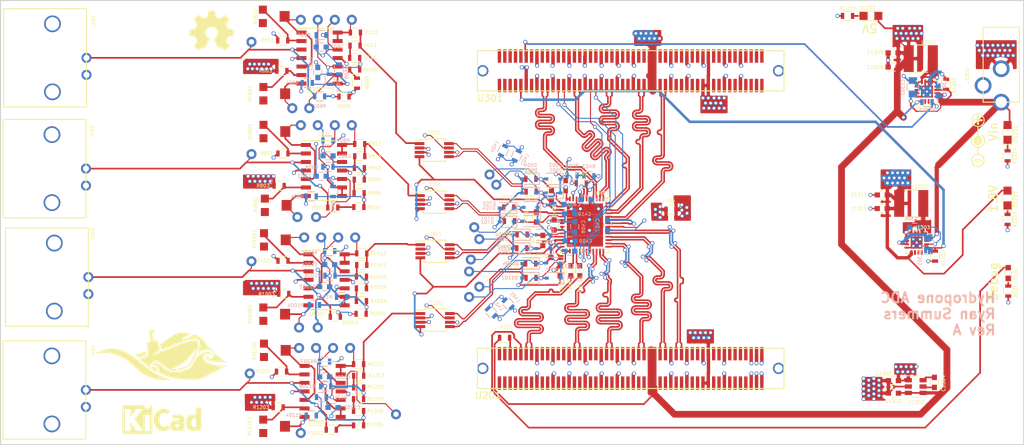
<source format=kicad_pcb>
(kicad_pcb (version 4) (host pcbnew 4.0.6-e0-6349~53~ubuntu16.04.1)
  (layers (0 F.Cu signal) (1 In1.Cu power) (2 In2.Cu power) (31 B.Cu signal) (34 B.Paste user) (35 F.Paste user) (36 B.SilkS user) (37 F.SilkS user) (38 B.Mask user) (39 F.Mask user) (44 Edge.Cuts user))
  (net 0 "")
  (net 1 GNDREF)
  (net 2 "Net-(C401-Pad1)")
  (net 3 /ADC/Vcm12)
  (net 4 /ADC/Vcm34)
  (net 5 +1V8)
  (net 6 "Net-(C406-Pad2)")
  (net 7 "Net-(C406-Pad1)")
  (net 8 GND)
  (net 9 "Net-(C601-Pad1)")
  (net 10 "Net-(C602-Pad2)")
  (net 11 "Net-(C801-Pad1)")
  (net 12 "Net-(C802-Pad2)")
  (net 13 "Net-(C1001-Pad1)")
  (net 14 "Net-(C1002-Pad2)")
  (net 15 "Net-(C1201-Pad1)")
  (net 16 "Net-(C1202-Pad2)")
  (net 17 /Power/Vin)
  (net 18 "Net-(C1304-Pad2)")
  (net 19 "Net-(C1304-Pad1)")
  (net 20 -5V)
  (net 21 "Net-(C1307-Pad2)")
  (net 22 "Net-(C1307-Pad1)")
  (net 23 +5V)
  (net 24 /ADC/Filter1/Vin)
  (net 25 /ADC/Filter2/Vin)
  (net 26 /ADC/Filter3/Vin)
  (net 27 /ADC/Filter4/Vin)
  (net 28 "Net-(J602-Pad1)")
  (net 29 "Net-(J603-Pad1)")
  (net 30 "Net-(J605-Pad1)")
  (net 31 "Net-(J607-Pad1)")
  (net 32 "Net-(J802-Pad1)")
  (net 33 "Net-(J803-Pad1)")
  (net 34 "Net-(J805-Pad1)")
  (net 35 "Net-(J807-Pad1)")
  (net 36 "Net-(J1002-Pad1)")
  (net 37 "Net-(J1003-Pad1)")
  (net 38 "Net-(J1005-Pad1)")
  (net 39 "Net-(J1007-Pad1)")
  (net 40 "Net-(J1202-Pad1)")
  (net 41 "Net-(J1203-Pad1)")
  (net 42 "Net-(J1205-Pad1)")
  (net 43 "Net-(J1207-Pad1)")
  (net 44 "Net-(R201-Pad2)")
  (net 45 "Net-(R402-Pad1)")
  (net 46 "/ADC/Diff Conv1/Vin")
  (net 47 "Net-(R601-Pad2)")
  (net 48 "Net-(R602-Pad2)")
  (net 49 "Net-(R603-Pad2)")
  (net 50 "Net-(R604-Pad1)")
  (net 51 "Net-(R606-Pad2)")
  (net 52 "Net-(R610-Pad2)")
  (net 53 "/ADC/Diff Conv2/Vin")
  (net 54 "Net-(R801-Pad2)")
  (net 55 "Net-(R802-Pad2)")
  (net 56 "Net-(R803-Pad2)")
  (net 57 "Net-(R804-Pad1)")
  (net 58 "Net-(R806-Pad2)")
  (net 59 "Net-(R810-Pad2)")
  (net 60 "/ADC/Diff Conv3/Vin")
  (net 61 "Net-(R1001-Pad2)")
  (net 62 "Net-(R1002-Pad2)")
  (net 63 "Net-(R1003-Pad2)")
  (net 64 "Net-(R1004-Pad1)")
  (net 65 "Net-(R1006-Pad2)")
  (net 66 "Net-(R1010-Pad2)")
  (net 67 "/ADC/Diff Conv4/Vin")
  (net 68 "Net-(R1201-Pad2)")
  (net 69 "Net-(R1202-Pad2)")
  (net 70 "Net-(R1203-Pad2)")
  (net 71 "Net-(R1204-Pad1)")
  (net 72 "Net-(R1206-Pad2)")
  (net 73 "Net-(R1210-Pad2)")
  (net 74 /vccio_en)
  (net 75 /v_good)
  (net 76 /data_clk-)
  (net 77 /data_clk+)
  (net 78 /fr_clk-)
  (net 79 /fr_clk+)
  (net 80 /out3a-)
  (net 81 /out3a+)
  (net 82 /out3b-)
  (net 83 /out4b+)
  (net 84 /out4a+)
  (net 85 /out4b-)
  (net 86 /out3b+)
  (net 87 /out4a-)
  (net 88 /out1a+)
  (net 89 /out1b-)
  (net 90 /out1b+)
  (net 91 /out2a+)
  (net 92 /out2b+)
  (net 93 /out2a-)
  (net 94 /out2b-)
  (net 95 /out1a-)
  (net 96 /ADC/v1+)
  (net 97 /ADC/v1-)
  (net 98 /ADC/v2+)
  (net 99 /ADC/v2-)
  (net 100 /ADC/v3+)
  (net 101 /ADC/v3-)
  (net 102 /ADC/v4+)
  (net 103 /ADC/v4-)
  (net 104 "/ADC/Diff Conv1/v+")
  (net 105 "/ADC/Diff Conv1/v-")
  (net 106 "/ADC/Diff Conv2/v+")
  (net 107 "/ADC/Diff Conv2/v-")
  (net 108 "/ADC/Diff Conv3/v+")
  (net 109 "/ADC/Diff Conv3/v-")
  (net 110 "/ADC/Diff Conv4/v+")
  (net 111 "/ADC/Diff Conv4/v-")
  (net 112 /MISO)
  (net 113 /SCK)
  (net 114 /MOSI)
  (net 115 /~CS)
  (net 116 "Net-(J1301-Pad3)")
  (net 117 "Net-(RV601-Pad3)")
  (net 118 "Net-(RV602-Pad3)")
  (net 119 "Net-(RV801-Pad3)")
  (net 120 "Net-(RV802-Pad3)")
  (net 121 "Net-(RV1001-Pad3)")
  (net 122 "Net-(RV1002-Pad3)")
  (net 123 "Net-(RV1201-Pad3)")
  (net 124 "Net-(RV1202-Pad3)")
  (net 125 /MicroZed-JX1/LVDS12-)
  (net 126 /MicroZed-JX1/LVDS12+)
  (net 127 "Net-(U201-Pad7)")
  (net 128 "Net-(U201-Pad3)")
  (net 129 "Net-(U201-Pad1)")
  (net 130 "Net-(U201-Pad89)")
  (net 131 "Net-(U201-Pad87)")
  (net 132 "Net-(U201-Pad93)")
  (net 133 "Net-(U201-Pad91)")
  (net 134 /MicroZed-JX1/LVDS20+)
  (net 135 "Net-(U201-Pad83)")
  (net 136 "Net-(U201-Pad81)")
  (net 137 /MicroZed-JX1/LVDS20-)
  (net 138 "Net-(U201-Pad92)")
  (net 139 "Net-(U201-Pad94)")
  (net 140 "Net-(U201-Pad84)")
  (net 141 "Net-(U201-Pad90)")
  (net 142 "Net-(U201-Pad82)")
  (net 143 "Net-(U201-Pad88)")
  (net 144 "Net-(U201-Pad68)")
  (net 145 "Net-(U201-Pad62)")
  (net 146 "Net-(U201-Pad64)")
  (net 147 "Net-(U201-Pad76)")
  (net 148 "Net-(U201-Pad70)")
  (net 149 "Net-(U201-Pad74)")
  (net 150 "Net-(U201-Pad50)")
  (net 151 "Net-(U201-Pad54)")
  (net 152 "Net-(U201-Pad56)")
  (net 153 "Net-(U201-Pad44)")
  (net 154 "Net-(U201-Pad48)")
  (net 155 "Net-(U201-Pad42)")
  (net 156 "Net-(U201-Pad38)")
  (net 157 "Net-(U201-Pad36)")
  (net 158 "Net-(U201-Pad32)")
  (net 159 "Net-(U201-Pad30)")
  (net 160 "Net-(U201-Pad26)")
  (net 161 "Net-(U201-Pad24)")
  (net 162 "Net-(U201-Pad20)")
  (net 163 "Net-(U201-Pad14)")
  (net 164 /MicroZed-JX1/SE1)
  (net 165 "Net-(U201-Pad18)")
  (net 166 "Net-(U201-Pad12)")
  (net 167 "Net-(U201-Pad6)")
  (net 168 "Net-(U201-Pad4)")
  (net 169 "Net-(U201-Pad2)")
  (net 170 "Net-(U201-Pad8)")
  (net 171 "Net-(U301-Pad49)")
  (net 172 "Net-(U301-Pad47)")
  (net 173 "Net-(U301-Pad43)")
  (net 174 "Net-(U301-Pad41)")
  (net 175 "Net-(U301-Pad37)")
  (net 176 "Net-(U301-Pad35)")
  (net 177 "Net-(U301-Pad31)")
  (net 178 "Net-(U301-Pad17)")
  (net 179 "Net-(U301-Pad23)")
  (net 180 "Net-(U301-Pad13)")
  (net 181 "Net-(U301-Pad19)")
  (net 182 "Net-(U301-Pad29)")
  (net 183 "Net-(U301-Pad25)")
  (net 184 "Net-(U301-Pad5)")
  (net 185 "Net-(U301-Pad7)")
  (net 186 "Net-(U301-Pad3)")
  (net 187 "Net-(U301-Pad1)")
  (net 188 "Net-(U301-Pad9)")
  (net 189 "Net-(U301-Pad89)")
  (net 190 "Net-(U301-Pad87)")
  (net 191 "Net-(U301-Pad93)")
  (net 192 "Net-(U301-Pad97)")
  (net 193 "Net-(U301-Pad99)")
  (net 194 "Net-(U301-Pad95)")
  (net 195 "Net-(U301-Pad73)")
  (net 196 "Net-(U301-Pad69)")
  (net 197 "Net-(U301-Pad67)")
  (net 198 "Net-(U301-Pad61)")
  (net 199 "Net-(U301-Pad53)")
  (net 200 "Net-(U301-Pad63)")
  (net 201 "Net-(U301-Pad55)")
  (net 202 "Net-(U301-Pad83)")
  (net 203 "Net-(U301-Pad81)")
  (net 204 "Net-(U301-Pad75)")
  (net 205 "Net-(U301-Pad100)")
  (net 206 "Net-(U301-Pad96)")
  (net 207 "Net-(U301-Pad98)")
  (net 208 "Net-(U301-Pad94)")
  (net 209 "Net-(U301-Pad84)")
  (net 210 "Net-(U301-Pad90)")
  (net 211 "Net-(U301-Pad82)")
  (net 212 "Net-(U301-Pad88)")
  (net 213 /MicroZed-JX2/LVDS19-)
  (net 214 /MicroZed-JX2/LVDS19+)
  (net 215 /MicroZed-JX2/LVDS11-)
  (net 216 /MicroZed-JX2/LVDS11+)
  (net 217 "Net-(U301-Pad14)")
  (net 218 "Net-(U301-Pad6)")
  (net 219 "Net-(U301-Pad4)")
  (net 220 "Net-(U301-Pad2)")
  (net 221 "Net-(U301-Pad8)")
  (net 222 "Net-(C601-Pad2)")
  (net 223 "Net-(C801-Pad2)")
  (net 224 "Net-(C1001-Pad2)")
  (net 225 "Net-(C1201-Pad2)")
  (net 226 "Net-(C1306-Pad1)")
  (net 227 "Net-(C1306-Pad2)")
  (net 228 /MicroZed-JX1/LVDS2+)
  (net 229 "Net-(U1303-Pad8)")
  (net 230 /ADC/1v8_analog)
  (net 231 /ADC/enc+)
  (net 232 /ADC/enc-)
  (net 233 /MicroZed-JX2/LVDS17+)
  (net 234 /MicroZed-JX2/LVDS17-)
  (net 235 /MicroZed-JX1/LVDS8-)
  (net 236 /MicroZed-JX1/LVDS8+)
  (net 237 /MicroZed-JX1/LVDS4+)
  (net 238 /MicroZed-JX1/LVDS4-)
  (net 239 /MicroZed-JX1/LVDS2-)
  (net 240 /MicroZed-JX1/SE0)
  (net 241 /enc+)
  (net 242 /enc-)
  (net 243 "Net-(D101-Pad1)")
  (net 244 "Net-(D1201-Pad1)")
  (net 245 "Net-(D1202-Pad1)")
  (net 246 "Net-(D1203-Pad1)")
  (module Diodes_SMD:D_SOD-323 (layer B.Cu) (at 166.31 81.77 180)
    (fp_text reference D1101 (at -3.05 -0.05 180) (layer B.SilkS) (effects (font (size 0.508 0.508) (thickness 0.0762)) (justify mirror)))
    (fp_text value D_Schottky)
    (pad 1 smd rect (at -1.05 0 180) (size 0.6 0.45) (layers B.Cu B.Paste B.Mask) (net 5 +1V8))
    (pad 2 smd rect (at 1.05 0 180) (size 0.6 0.45) (layers B.Cu B.Paste B.Mask) (net 103 /ADC/v4-))
  )
  (module Capacitors_SMD:C_0603 (layer B.Cu) (at 171.12 70.07)
    (fp_text reference C401 (at 2.28 0.03) (layer B.SilkS) (effects (font (size 0.508 0.508) (thickness 0.0762)) (justify mirror)))
    (fp_text value 1u)
    (pad 2 smd rect (at 0.75 0) (size 0.8 0.75) (layers B.Cu B.Paste B.Mask) (net 1 GNDREF))
    (pad 1 smd rect (at -0.75 0) (size 0.8 0.75) (layers B.Cu B.Paste B.Mask) (net 2 "Net-(C401-Pad1)"))
  )
  (module Capacitors_SMD:C_0603 (layer B.Cu) (at 167.07 70.75)
    (fp_text reference C402 (at 2.23 0.05) (layer B.SilkS) (effects (font (size 0.508 0.508) (thickness 0.0762)) (justify mirror)))
    (fp_text value 100n)
    (pad 2 smd rect (at 0.75 0) (size 0.8 0.75) (layers B.Cu B.Paste B.Mask) (net 1 GNDREF))
    (pad 1 smd rect (at -0.75 0) (size 0.8 0.75) (layers B.Cu B.Paste B.Mask) (net 3 /ADC/Vcm12))
  )
  (module Capacitors_SMD:C_0603 (layer B.Cu) (at 168.69 77.76)
    (fp_text reference C403 (at 2.41 -0.06) (layer B.SilkS) (effects (font (size 0.508 0.508) (thickness 0.0762)) (justify mirror)))
    (fp_text value 100n)
    (pad 2 smd rect (at 0.75 0) (size 0.8 0.75) (layers B.Cu B.Paste B.Mask) (net 1 GNDREF))
    (pad 1 smd rect (at -0.75 0) (size 0.8 0.75) (layers B.Cu B.Paste B.Mask) (net 4 /ADC/Vcm34))
  )
  (module Capacitors_SMD:C_0603 (layer F.Cu) (at 167.24 80.67 270)
    (fp_text reference C404 (at 2.36 -0.21 270) (layer F.SilkS) (effects (font (size 0.508 0.508) (thickness 0.0762))))
    (fp_text value 100n)
    (pad 2 smd rect (at 0.75 0 270) (size 0.8 0.75) (layers F.Cu F.Paste F.Mask) (net 1 GNDREF))
    (pad 1 smd rect (at -0.75 0 270) (size 0.8 0.75) (layers F.Cu F.Paste F.Mask) (net 230 /ADC/1v8_analog))
  )
  (module Capacitors_SMD:C_0603 (layer F.Cu) (at 168.86 80.67 90)
    (fp_text reference C405 (at -2.45 -0.07 90) (layer F.SilkS) (effects (font (size 0.508 0.508) (thickness 0.0762))))
    (fp_text value 100n)
    (pad 2 smd rect (at 0.75 0 90) (size 0.8 0.75) (layers F.Cu F.Paste F.Mask) (net 231 /ADC/enc+))
    (pad 1 smd rect (at -0.75 0 90) (size 0.8 0.75) (layers F.Cu F.Paste F.Mask) (net 241 /enc+))
  )
  (module Capacitors_SMD:C_0603 (layer F.Cu) (at 166.37 73.83 270)
    (fp_text reference C406 (at -2.17 -0.01 270) (layer F.SilkS) (effects (font (size 0.508 0.508) (thickness 0.0762))))
    (fp_text value 100n)
    (pad 2 smd rect (at 0.75 0 270) (size 0.8 0.75) (layers F.Cu F.Paste F.Mask) (net 6 "Net-(C406-Pad2)"))
    (pad 1 smd rect (at -0.75 0 270) (size 0.8 0.75) (layers F.Cu F.Paste F.Mask) (net 7 "Net-(C406-Pad1)"))
  )
  (module Capacitors_SMD:C_0603 (layer B.Cu) (at 174.35 73.86 270)
    (fp_text reference C407 (at 0 1.5 270) (layer B.SilkS) (effects (font (size 0.508 0.508) (thickness 0.0762)) (justify mirror)))
    (fp_text value 100n)
    (pad 2 smd rect (at 0.75 0 270) (size 0.8 0.75) (layers B.Cu B.Paste B.Mask) (net 8 GND))
    (pad 1 smd rect (at -0.75 0 270) (size 0.8 0.75) (layers B.Cu B.Paste B.Mask) (net 5 +1V8))
  )
  (module Capacitors_SMD:C_0603 (layer B.Cu) (at 169.44 74.1 270)
    (fp_text reference C408 (at 0 -1.3 270) (layer B.SilkS) (effects (font (size 0.508 0.508) (thickness 0.0762)) (justify mirror)))
    (fp_text value 2.2u)
    (pad 2 smd rect (at 0.75 0 270) (size 0.8 0.75) (layers B.Cu B.Paste B.Mask) (net 6 "Net-(C406-Pad2)"))
    (pad 1 smd rect (at -0.75 0 270) (size 0.8 0.75) (layers B.Cu B.Paste B.Mask) (net 7 "Net-(C406-Pad1)"))
  )
  (module Capacitors_SMD:C_0603 (layer B.Cu) (at 168.74 76.2 180)
    (fp_text reference C409 (at -2.35 -0.05 180) (layer B.SilkS) (effects (font (size 0.508 0.508) (thickness 0.0762)) (justify mirror)))
    (fp_text value 100n)
    (pad 2 smd rect (at 0.75 0 180) (size 0.8 0.75) (layers B.Cu B.Paste B.Mask) (net 6 "Net-(C406-Pad2)"))
    (pad 1 smd rect (at -0.75 0 180) (size 0.8 0.75) (layers B.Cu B.Paste B.Mask) (net 1 GNDREF))
  )
  (module Capacitors_SMD:C_0603 (layer B.Cu) (at 168.69 72.15)
    (fp_text reference C410 (at 2.21 0.05) (layer B.SilkS) (effects (font (size 0.508 0.508) (thickness 0.0762)) (justify mirror)))
    (fp_text value 100n)
    (pad 2 smd rect (at 0.75 0) (size 0.8 0.75) (layers B.Cu B.Paste B.Mask) (net 1 GNDREF))
    (pad 1 smd rect (at -0.75 0) (size 0.8 0.75) (layers B.Cu B.Paste B.Mask) (net 7 "Net-(C406-Pad1)"))
  )
  (module Capacitors_SMD:C_0603 (layer F.Cu) (at 165.97486 69.43226 90)
    (fp_text reference C501 (at 1.93226 -0.17486 90) (layer F.SilkS) (effects (font (size 0.508 0.508) (thickness 0.0762))))
    (fp_text value 10n)
    (pad 2 smd rect (at 0.75 0 90) (size 0.8 0.75) (layers F.Cu F.Paste F.Mask) (net 96 /ADC/v1+))
    (pad 1 smd rect (at -0.75 0 90) (size 0.8 0.75) (layers F.Cu F.Paste F.Mask) (net 97 /ADC/v1-))
  )
  (module Capacitors_SMD:C_0603 (layer B.Cu) (at 131.572 47.244)
    (fp_text reference C601 (at 2.3495 -0.0508) (layer B.SilkS) (effects (font (size 0.508 0.508) (thickness 0.0762)) (justify mirror)))
    (fp_text value 1n)
    (pad 2 smd rect (at 0.75 0) (size 0.8 0.75) (layers B.Cu B.Paste B.Mask) (net 222 "Net-(C601-Pad2)"))
    (pad 1 smd rect (at -0.75 0) (size 0.8 0.75) (layers B.Cu B.Paste B.Mask) (net 9 "Net-(C601-Pad1)"))
  )
  (module Capacitors_SMD:C_0603 (layer B.Cu) (at 131.064 51.054 270)
    (fp_text reference C602 (at -1.27 1.016 270) (layer B.SilkS) (effects (font (size 0.508 0.508) (thickness 0.0762)) (justify mirror)))
    (fp_text value 1n)
    (pad 2 smd rect (at 0.75 0 270) (size 0.8 0.75) (layers B.Cu B.Paste B.Mask) (net 10 "Net-(C602-Pad2)"))
    (pad 1 smd rect (at -0.75 0 270) (size 0.8 0.75) (layers B.Cu B.Paste B.Mask) (net 1 GNDREF))
  )
  (module Capacitors_SMD:C_0603 (layer F.Cu) (at 163.72 72.64 90)
    (fp_text reference C701 (at 0 -1.5 90) (layer F.SilkS) (effects (font (size 0.508 0.508) (thickness 0.0762))))
    (fp_text value 10n)
    (pad 2 smd rect (at 0.75 0 90) (size 0.8 0.75) (layers F.Cu F.Paste F.Mask) (net 98 /ADC/v2+))
    (pad 1 smd rect (at -0.75 0 90) (size 0.8 0.75) (layers F.Cu F.Paste F.Mask) (net 99 /ADC/v2-))
  )
  (module Capacitors_SMD:C_0603 (layer B.Cu) (at 132.588 63.5)
    (fp_text reference C801 (at 2.4511 0.0381) (layer B.SilkS) (effects (font (size 0.508 0.508) (thickness 0.0762)) (justify mirror)))
    (fp_text value 1n)
    (pad 2 smd rect (at 0.75 0) (size 0.8 0.75) (layers B.Cu B.Paste B.Mask) (net 223 "Net-(C801-Pad2)"))
    (pad 1 smd rect (at -0.75 0) (size 0.8 0.75) (layers B.Cu B.Paste B.Mask) (net 11 "Net-(C801-Pad1)"))
  )
  (module Capacitors_SMD:C_0603 (layer B.Cu) (at 131.572 66.548)
    (fp_text reference C802 (at -2.54 0.0127) (layer B.SilkS) (effects (font (size 0.508 0.508) (thickness 0.0762)) (justify mirror)))
    (fp_text value 1n)
    (pad 2 smd rect (at 0.75 0) (size 0.8 0.75) (layers B.Cu B.Paste B.Mask) (net 12 "Net-(C802-Pad2)"))
    (pad 1 smd rect (at -0.75 0) (size 0.8 0.75) (layers B.Cu B.Paste B.Mask) (net 1 GNDREF))
  )
  (module Capacitors_SMD:C_0603 (layer F.Cu) (at 164.68 76.14 90)
    (fp_text reference C901 (at 0 -1.5 90) (layer F.SilkS) (effects (font (size 0.508 0.508) (thickness 0.0762))))
    (fp_text value 10n)
    (pad 2 smd rect (at 0.75 0 90) (size 0.8 0.75) (layers F.Cu F.Paste F.Mask) (net 100 /ADC/v3+))
    (pad 1 smd rect (at -0.75 0 90) (size 0.8 0.75) (layers F.Cu F.Paste F.Mask) (net 101 /ADC/v3-))
  )
  (module Capacitors_SMD:C_0603 (layer B.Cu) (at 132.842 79.756)
    (fp_text reference C1001 (at -3.048 0) (layer B.SilkS) (effects (font (size 0.508 0.508) (thickness 0.0762)) (justify mirror)))
    (fp_text value 1n)
    (pad 2 smd rect (at 0.75 0) (size 0.8 0.75) (layers B.Cu B.Paste B.Mask) (net 224 "Net-(C1001-Pad2)"))
    (pad 1 smd rect (at -0.75 0) (size 0.8 0.75) (layers B.Cu B.Paste B.Mask) (net 13 "Net-(C1001-Pad1)"))
  )
  (module Capacitors_SMD:C_0603 (layer B.Cu) (at 132.08 83.058)
    (fp_text reference C1002 (at -2.54 0) (layer B.SilkS) (effects (font (size 0.508 0.508) (thickness 0.0762)) (justify mirror)))
    (fp_text value 1n)
    (pad 2 smd rect (at 0.75 0) (size 0.8 0.75) (layers B.Cu B.Paste B.Mask) (net 14 "Net-(C1002-Pad2)"))
    (pad 1 smd rect (at -0.75 0) (size 0.8 0.75) (layers B.Cu B.Paste B.Mask) (net 1 GNDREF))
  )
  (module Capacitors_SMD:C_0603 (layer F.Cu) (at 166.64 78.7 180)
    (fp_text reference C1101 (at 2.44 0.2 180) (layer F.SilkS) (effects (font (size 0.508 0.508) (thickness 0.0762))))
    (fp_text value 10n)
    (pad 2 smd rect (at 0.75 0 180) (size 0.8 0.75) (layers F.Cu F.Paste F.Mask) (net 102 /ADC/v4+))
    (pad 1 smd rect (at -0.75 0 180) (size 0.8 0.75) (layers F.Cu F.Paste F.Mask) (net 103 /ADC/v4-))
  )
  (module Capacitors_SMD:C_0603 (layer B.Cu) (at 132.08 96.52)
    (fp_text reference C1201 (at 2.63652 0.06604) (layer B.SilkS) (effects (font (size 0.508 0.508) (thickness 0.0762)) (justify mirror)))
    (fp_text value 1n)
    (pad 2 smd rect (at 0.75 0) (size 0.8 0.75) (layers B.Cu B.Paste B.Mask) (net 225 "Net-(C1201-Pad2)"))
    (pad 1 smd rect (at -0.75 0) (size 0.8 0.75) (layers B.Cu B.Paste B.Mask) (net 15 "Net-(C1201-Pad1)"))
  )
  (module Capacitors_SMD:C_0603 (layer B.Cu) (at 133.35 101.092 180)
    (fp_text reference C1202 (at -2.86004 0.01524 180) (layer B.SilkS) (effects (font (size 0.508 0.508) (thickness 0.0762)) (justify mirror)))
    (fp_text value 1n)
    (pad 2 smd rect (at 0.75 0 180) (size 0.8 0.75) (layers B.Cu B.Paste B.Mask) (net 16 "Net-(C1202-Pad2)"))
    (pad 1 smd rect (at -0.75 0 180) (size 0.8 0.75) (layers B.Cu B.Paste B.Mask) (net 1 GNDREF))
  )
  (module Capacitors_SMD:C_0805 (layer B.Cu) (at 222.25 76.708 270)
    (fp_text reference C1301 (at 1.992 1.25 270) (layer B.SilkS) (effects (font (size 0.508 0.508) (thickness 0.0762)) (justify mirror)))
    (fp_text value 10u)
    (pad 1 smd rect (at -1 0 270) (size 1 1.25) (layers B.Cu B.Paste B.Mask) (net 17 /Power/Vin))
    (pad 2 smd rect (at 1 0 270) (size 1 1.25) (layers B.Cu B.Paste B.Mask) (net 8 GND))
  )
  (module Capacitors_SMD:C_0805 (layer B.Cu) (at 219.958296 53.2559 90)
    (fp_text reference C1302 (at -0.0254 -1.4859 90) (layer B.SilkS) (effects (font (size 0.508 0.508) (thickness 0.0762)) (justify mirror)))
    (fp_text value 10u)
    (pad 1 smd rect (at -1 0 90) (size 1 1.25) (layers B.Cu B.Paste B.Mask) (net 17 /Power/Vin))
    (pad 2 smd rect (at 1 0 90) (size 1 1.25) (layers B.Cu B.Paste B.Mask) (net 8 GND))
  )
  (module Capacitors_SMD:C_0603 (layer F.Cu) (at 217.0516 98.9558 180)
    (fp_text reference C1303 (at 0.0127 -1.1684 180) (layer F.SilkS) (effects (font (size 0.508 0.508) (thickness 0.0762))))
    (fp_text value 2.2u)
    (pad 2 smd rect (at 0.75 0 180) (size 0.8 0.75) (layers F.Cu F.Paste F.Mask) (net 8 GND))
    (pad 1 smd rect (at -0.75 0 180) (size 0.8 0.75) (layers F.Cu F.Paste F.Mask) (net 23 +5V))
  )
  (module Capacitors_SMD:C_0603 (layer F.Cu) (at 223.173 97.3429 90)
    (fp_text reference C1304 (at -0.1524 1.3589 90) (layer F.SilkS) (effects (font (size 0.508 0.508) (thickness 0.0762))))
    (fp_text value 1u)
    (pad 2 smd rect (at 0.75 0 90) (size 0.8 0.75) (layers F.Cu F.Paste F.Mask) (net 18 "Net-(C1304-Pad2)"))
    (pad 1 smd rect (at -0.75 0 90) (size 0.8 0.75) (layers F.Cu F.Paste F.Mask) (net 19 "Net-(C1304-Pad1)"))
  )
  (module Capacitors_SMD:C_0603 (layer F.Cu) (at 217.0516 97.0762 180)
    (fp_text reference C1305 (at 1.4056 1.0642 180) (layer F.SilkS) (effects (font (size 0.508 0.508) (thickness 0.0762))))
    (fp_text value 2.2u)
    (pad 2 smd rect (at 0.75 0 180) (size 0.8 0.75) (layers F.Cu F.Paste F.Mask) (net 8 GND))
    (pad 1 smd rect (at -0.75 0 180) (size 0.8 0.75) (layers F.Cu F.Paste F.Mask) (net 20 -5V))
  )
  (module Capacitors_SMD:C_0603 (layer B.Cu) (at 223.730196 53.8147 270)
    (fp_text reference C1307 (at -1.1147 -0.969804 270) (layer B.SilkS) (effects (font (size 0.508 0.508) (thickness 0.0762)) (justify mirror)))
    (fp_text value 22n)
    (pad 2 smd rect (at 0.75 0 270) (size 0.8 0.75) (layers B.Cu B.Paste B.Mask) (net 21 "Net-(C1307-Pad2)"))
    (pad 1 smd rect (at -0.75 0 270) (size 0.8 0.75) (layers B.Cu B.Paste B.Mask) (net 22 "Net-(C1307-Pad1)"))
  )
  (module Capacitors_SMD:C_0603 (layer F.Cu) (at 217.00471 50.246852 180)
    (fp_text reference C1308 (at 2.6797 -0.0381 180) (layer F.SilkS) (effects (font (size 0.508 0.508) (thickness 0.0762))))
    (fp_text value 22u)
    (pad 2 smd rect (at 0.75 0 180) (size 0.8 0.75) (layers F.Cu F.Paste F.Mask) (net 8 GND))
    (pad 1 smd rect (at -0.75 0 180) (size 0.8 0.75) (layers F.Cu F.Paste F.Mask) (net 23 +5V))
  )
  (module Capacitors_SMD:C_0603 (layer F.Cu) (at 217.00471 48.113252 180)
    (fp_text reference C1309 (at 2.6797 0.0635 180) (layer F.SilkS) (effects (font (size 0.508 0.508) (thickness 0.0762))))
    (fp_text value 22u)
    (pad 2 smd rect (at 0.75 0 180) (size 0.8 0.75) (layers F.Cu F.Paste F.Mask) (net 8 GND))
    (pad 1 smd rect (at -0.75 0 180) (size 0.8 0.75) (layers F.Cu F.Paste F.Mask) (net 23 +5V))
  )
  (module Diodes_SMD:D_SOD-323 (layer B.Cu) (at 166.24 69.05 180)
    (fp_text reference D501 (at -0.37 3.42 180) (layer B.SilkS) (effects (font (size 0.508 0.508) (thickness 0.0762)) (justify mirror)))
    (fp_text value D_Schottky)
    (pad 1 smd rect (at -1.05 0 180) (size 0.6 0.45) (layers B.Cu B.Paste B.Mask) (net 5 +1V8))
    (pad 2 smd rect (at 1.05 0 180) (size 0.6 0.45) (layers B.Cu B.Paste B.Mask) (net 97 /ADC/v1-))
  )
  (module Diodes_SMD:D_SOD-323 (layer B.Cu) (at 162.64 69.05 180)
    (fp_text reference D502 (at -0.29 3.37 180) (layer B.SilkS) (effects (font (size 0.508 0.508) (thickness 0.0762)) (justify mirror)))
    (fp_text value D_Schottky)
    (pad 1 smd rect (at -1.05 0 180) (size 0.6 0.45) (layers B.Cu B.Paste B.Mask) (net 97 /ADC/v1-))
    (pad 2 smd rect (at 1.05 0 180) (size 0.6 0.45) (layers B.Cu B.Paste B.Mask) (net 1 GNDREF))
  )
  (module Diodes_SMD:D_SOD-323 (layer B.Cu) (at 166.24 66.95 180)
    (fp_text reference D503 (at -0.36 2.07 180) (layer B.SilkS) (effects (font (size 0.508 0.508) (thickness 0.0762)) (justify mirror)))
    (fp_text value D_Schottky)
    (pad 1 smd rect (at -1.05 0 180) (size 0.6 0.45) (layers B.Cu B.Paste B.Mask) (net 5 +1V8))
    (pad 2 smd rect (at 1.05 0 180) (size 0.6 0.45) (layers B.Cu B.Paste B.Mask) (net 96 /ADC/v1+))
  )
  (module Diodes_SMD:D_SOD-323 (layer B.Cu) (at 162.64 66.95 180)
    (fp_text reference D504 (at -0.21 2.05 180) (layer B.SilkS) (effects (font (size 0.508 0.508) (thickness 0.0762)) (justify mirror)))
    (fp_text value D_Schottky)
    (pad 1 smd rect (at -1.05 0 180) (size 0.6 0.45) (layers B.Cu B.Paste B.Mask) (net 96 /ADC/v1+))
    (pad 2 smd rect (at 1.05 0 180) (size 0.6 0.45) (layers B.Cu B.Paste B.Mask) (net 1 GNDREF))
  )
  (module Diodes_SMD:D_SOD-323 (layer B.Cu) (at 162.84 73.25 180)
    (fp_text reference D701 (at 6.45 0.56 180) (layer B.SilkS) (effects (font (size 0.508 0.508) (thickness 0.0762)) (justify mirror)))
    (fp_text value D_Schottky)
    (pad 1 smd rect (at -1.05 0 180) (size 0.6 0.45) (layers B.Cu B.Paste B.Mask) (net 5 +1V8))
    (pad 2 smd rect (at 1.05 0 180) (size 0.6 0.45) (layers B.Cu B.Paste B.Mask) (net 99 /ADC/v2-))
  )
  (module Diodes_SMD:D_SOD-323 (layer B.Cu) (at 159.29 73.35 180)
    (fp_text reference D702 (at 2.9 -0.05 180) (layer B.SilkS) (effects (font (size 0.508 0.508) (thickness 0.0762)) (justify mirror)))
    (fp_text value D_Schottky)
    (pad 1 smd rect (at -1.05 0 180) (size 0.6 0.45) (layers B.Cu B.Paste B.Mask) (net 99 /ADC/v2-))
    (pad 2 smd rect (at 1.05 0 180) (size 0.6 0.45) (layers B.Cu B.Paste B.Mask) (net 1 GNDREF))
  )
  (module Diodes_SMD:D_SOD-323 (layer B.Cu) (at 162.84 71.2 180)
    (fp_text reference D703 (at 6.12 0.57 180) (layer B.SilkS) (effects (font (size 0.508 0.508) (thickness 0.0762)) (justify mirror)))
    (fp_text value D_Schottky)
    (pad 1 smd rect (at -1.05 0 180) (size 0.6 0.45) (layers B.Cu B.Paste B.Mask) (net 5 +1V8))
    (pad 2 smd rect (at 1.05 0 180) (size 0.6 0.45) (layers B.Cu B.Paste B.Mask) (net 98 /ADC/v2+))
  )
  (module Diodes_SMD:D_SOD-323 (layer B.Cu) (at 159.29 71.3 180)
    (fp_text reference D704 (at 2.65 0 180) (layer B.SilkS) (effects (font (size 0.508 0.508) (thickness 0.0762)) (justify mirror)))
    (fp_text value D_Schottky)
    (pad 1 smd rect (at -1.05 0 180) (size 0.6 0.45) (layers B.Cu B.Paste B.Mask) (net 98 /ADC/v2+))
    (pad 2 smd rect (at 1.05 0 180) (size 0.6 0.45) (layers B.Cu B.Paste B.Mask) (net 1 GNDREF))
  )
  (module Diodes_SMD:D_SOD-323 (layer B.Cu) (at 164.74 77.35 180)
    (fp_text reference D901 (at 5.93 -0.46 180) (layer B.SilkS) (effects (font (size 0.508 0.508) (thickness 0.0762)) (justify mirror)))
    (fp_text value D_Schottky)
    (pad 1 smd rect (at -1.05 0 180) (size 0.6 0.45) (layers B.Cu B.Paste B.Mask) (net 5 +1V8))
    (pad 2 smd rect (at 1.05 0 180) (size 0.6 0.45) (layers B.Cu B.Paste B.Mask) (net 101 /ADC/v3-))
  )
  (module Diodes_SMD:D_SOD-323 (layer B.Cu) (at 161.24 77.35 180)
    (fp_text reference D902 (at 2.39 0.23 180) (layer B.SilkS) (effects (font (size 0.508 0.508) (thickness 0.0762)) (justify mirror)))
    (fp_text value D_Schottky)
    (pad 1 smd rect (at -1.05 0 180) (size 0.6 0.45) (layers B.Cu B.Paste B.Mask) (net 101 /ADC/v3-))
    (pad 2 smd rect (at 1.05 0 180) (size 0.6 0.45) (layers B.Cu B.Paste B.Mask) (net 1 GNDREF))
  )
  (module Diodes_SMD:D_SOD-323 (layer B.Cu) (at 164.74 75.3 180)
    (fp_text reference D903 (at 6.17 -0.68 180) (layer B.SilkS) (effects (font (size 0.508 0.508) (thickness 0.0762)) (justify mirror)))
    (fp_text value D_Schottky)
    (pad 1 smd rect (at -1.05 0 180) (size 0.6 0.45) (layers B.Cu B.Paste B.Mask) (net 5 +1V8))
    (pad 2 smd rect (at 1.05 0 180) (size 0.6 0.45) (layers B.Cu B.Paste B.Mask) (net 100 /ADC/v3+))
  )
  (module Diodes_SMD:D_SOD-323 (layer B.Cu) (at 161.29 75.3 180)
    (fp_text reference D904 (at 2.75 0 180) (layer B.SilkS) (effects (font (size 0.508 0.508) (thickness 0.0762)) (justify mirror)))
    (fp_text value D_Schottky)
    (pad 1 smd rect (at -1.05 0 180) (size 0.6 0.45) (layers B.Cu B.Paste B.Mask) (net 100 /ADC/v3+))
    (pad 2 smd rect (at 1.05 0 180) (size 0.6 0.45) (layers B.Cu B.Paste B.Mask) (net 1 GNDREF))
  )
  (module Diodes_SMD:D_SOD-323 (layer B.Cu) (at 162.61 81.77 180)
    (fp_text reference D1102 (at 2.882 0.08 180) (layer B.SilkS) (effects (font (size 0.508 0.508) (thickness 0.0762)) (justify mirror)))
    (fp_text value D_Schottky)
    (pad 1 smd rect (at -1.05 0 180) (size 0.6 0.45) (layers B.Cu B.Paste B.Mask) (net 103 /ADC/v4-))
    (pad 2 smd rect (at 1.05 0 180) (size 0.6 0.45) (layers B.Cu B.Paste B.Mask) (net 1 GNDREF))
  )
  (module Diodes_SMD:D_SOD-323 (layer B.Cu) (at 166.24 79.51 180)
    (fp_text reference D1103 (at -2.93 -0.46 180) (layer B.SilkS) (effects (font (size 0.508 0.508) (thickness 0.0762)) (justify mirror)))
    (fp_text value D_Schottky)
    (pad 1 smd rect (at -1.05 0 180) (size 0.6 0.45) (layers B.Cu B.Paste B.Mask) (net 5 +1V8))
    (pad 2 smd rect (at 1.05 0 180) (size 0.6 0.45) (layers B.Cu B.Paste B.Mask) (net 102 /ADC/v4+))
  )
  (module Diodes_SMD:D_SOD-323 (layer B.Cu) (at 162.66 79.57 180)
    (fp_text reference D1104 (at 2.78 -0.02 180) (layer B.SilkS) (effects (font (size 0.508 0.508) (thickness 0.0762)) (justify mirror)))
    (fp_text value D_Schottky)
    (pad 1 smd rect (at -1.05 0 180) (size 0.6 0.45) (layers B.Cu B.Paste B.Mask) (net 102 /ADC/v4+))
    (pad 2 smd rect (at 1.05 0 180) (size 0.6 0.45) (layers B.Cu B.Paste B.Mask) (net 1 GNDREF))
  )
  (module robosub_footprints:BNC-Coax-TE (layer F.Cu) (at 96.5123 48.86434 90)
    (fp_text reference J401 (at 5.439024 1.048299 90) (layer F.SilkS) (effects (font (size 0.508 0.508) (thickness 0.0762))))
    (fp_text value CONN_COAXIAL)
    (pad ~ thru_hole circle (at -5.08 -5.08 90) (size 2.5 2.5) (drill 2) (layers *.Cu *.Mask))
    (pad ~ thru_hole circle (at 5.08 -5.08 90) (size 2.5 2.5) (drill 2) (layers *.Cu *.Mask))
    (pad 1 thru_hole circle (at 0 0 90) (size 1.5 1.5) (drill 0.9) (layers *.Cu *.Mask) (net 24 /ADC/Filter1/Vin))
    (pad 2 thru_hole circle (at -2.54 0 90) (size 1.5 1.5) (drill 0.9) (layers *.Cu *.Mask) (net 1 GNDREF))
  )
  (module robosub_footprints:BNC-Coax-TE (layer F.Cu) (at 96.4361 65.4099 90)
    (fp_text reference J402 (at 5.5499 0.9398 90) (layer F.SilkS) (effects (font (size 0.508 0.508) (thickness 0.0762))))
    (fp_text value CONN_COAXIAL)
    (pad ~ thru_hole circle (at -5.08 -5.08 90) (size 2.5 2.5) (drill 2) (layers *.Cu *.Mask))
    (pad ~ thru_hole circle (at 5.08 -5.08 90) (size 2.5 2.5) (drill 2) (layers *.Cu *.Mask))
    (pad 1 thru_hole circle (at 0 0 90) (size 1.5 1.5) (drill 0.9) (layers *.Cu *.Mask) (net 25 /ADC/Filter2/Vin))
    (pad 2 thru_hole circle (at -2.54 0 90) (size 1.5 1.5) (drill 0.9) (layers *.Cu *.Mask) (net 1 GNDREF))
  )
  (module robosub_footprints:BNC-Coax-TE (layer F.Cu) (at 96.7917 81.6151 90)
    (fp_text reference J403 (at 6.42366 0.63374 90) (layer F.SilkS) (effects (font (size 0.508 0.508) (thickness 0.0762))))
    (fp_text value CONN_COAXIAL)
    (pad ~ thru_hole circle (at -5.08 -5.08 90) (size 2.5 2.5) (drill 2) (layers *.Cu *.Mask))
    (pad ~ thru_hole circle (at 5.08 -5.08 90) (size 2.5 2.5) (drill 2) (layers *.Cu *.Mask))
    (pad 1 thru_hole circle (at 0 0 90) (size 1.5 1.5) (drill 0.9) (layers *.Cu *.Mask) (net 26 /ADC/Filter3/Vin))
    (pad 2 thru_hole circle (at -2.54 0 90) (size 1.5 1.5) (drill 0.9) (layers *.Cu *.Mask) (net 1 GNDREF))
  )
  (module robosub_footprints:BNC-Coax-TE (layer F.Cu) (at 96.4234 98.468 90)
    (fp_text reference J404 (at 5.770124 1.100999 90) (layer F.SilkS) (effects (font (size 0.508 0.508) (thickness 0.0762))))
    (fp_text value CONN_COAXIAL)
    (pad ~ thru_hole circle (at -5.08 -5.08 90) (size 2.5 2.5) (drill 2) (layers *.Cu *.Mask))
    (pad ~ thru_hole circle (at 5.08 -5.08 90) (size 2.5 2.5) (drill 2) (layers *.Cu *.Mask))
    (pad 1 thru_hole circle (at 0 0 90) (size 1.5 1.5) (drill 0.9) (layers *.Cu *.Mask) (net 27 /ADC/Filter4/Vin))
    (pad 2 thru_hole circle (at -2.54 0 90) (size 1.5 1.5) (drill 0.9) (layers *.Cu *.Mask) (net 1 GNDREF))
  )
  (module robosub_footprints:BarrelJack-CUI (layer F.Cu) (at 233.15 52.99 270)
    (fp_text reference J1301 (at -1.524 5.08 270) (layer F.SilkS) (effects (font (size 0.508 0.508) (thickness 0.0762))))
    (fp_text value BARREL_JACK)
    (pad 3 thru_hole circle (at 0 2.7 270) (size 2.5 2.5) (drill 1.7) (layers *.Cu *.Mask) (net 116 "Net-(J1301-Pad3)"))
    (pad 1 thru_hole circle (at 2.5 0 270) (size 2.5 2.5) (drill 1.7) (layers *.Cu *.Mask) (net 17 /Power/Vin))
    (pad 2 thru_hole circle (at -2.5 0 270) (size 2.5 2.5) (drill 1.7) (layers *.Cu *.Mask) (net 8 GND))
  )
  (module Resistors_SMD:R_0603 (layer B.Cu) (at 159.512 85.598 135)
    (fp_text reference L401 (at 0 1.45 135) (layer B.SilkS) (effects (font (size 0.508 0.508) (thickness 0.0762)) (justify mirror)))
    (fp_text value Ferrite_Bead)
    (pad 1 smd rect (at -0.75 0 135) (size 0.5 0.9) (layers B.Cu B.Paste B.Mask) (net 8 GND))
    (pad 2 smd rect (at 0.75 0 135) (size 0.5 0.9) (layers B.Cu B.Paste B.Mask) (net 1 GNDREF))
  )
  (module Resistors_SMD:R_0603 (layer B.Cu) (at 160.782 63.5 245)
    (fp_text reference L402 (at 0 -1.35 245) (layer B.SilkS) (effects (font (size 0.508 0.508) (thickness 0.0762)) (justify mirror)))
    (fp_text value Ferrite_Bead)
    (pad 1 smd rect (at -0.75 0 245) (size 0.5 0.9) (layers B.Cu B.Paste B.Mask) (net 8 GND))
    (pad 2 smd rect (at 0.75 0 245) (size 0.5 0.9) (layers B.Cu B.Paste B.Mask) (net 1 GNDREF))
  )
  (module robosub_footprints:Inductor-3.6mm-Pitch-4.0mm-Length-1.5mm-Width (layer F.Cu) (at 221.13221 48.976852)
    (fp_text reference L1301 (at 1.25419 -2.424252) (layer F.SilkS) (effects (font (size 0.508 0.508) (thickness 0.0762))))
    (fp_text value 4.7u)
    (pad 1 smd rect (at 1.8 0) (size 1.5 4) (layers F.Cu F.Paste F.Mask) (net 22 "Net-(C1307-Pad1)"))
    (pad 2 smd rect (at -1.8 0) (size 1.5 4) (layers F.Cu F.Paste F.Mask) (net 23 +5V))
  )
  (module Resistors_SMD:R_0603 (layer F.Cu) (at 158.97 90.68)
    (fp_text reference R201 (at 0.267229 -1.6317) (layer F.SilkS) (effects (font (size 0.508 0.508) (thickness 0.0762))))
    (fp_text value 10k)
    (pad 1 smd rect (at -0.75 0) (size 0.5 0.9) (layers F.Cu F.Paste F.Mask) (net 23 +5V))
    (pad 2 smd rect (at 0.75 0) (size 0.5 0.9) (layers F.Cu F.Paste F.Mask) (net 44 "Net-(R201-Pad2)"))
  )
  (module Resistors_SMD:R_0603 (layer F.Cu) (at 170.43 67.59)
    (fp_text reference R401 (at 0 -1.45) (layer F.SilkS) (effects (font (size 0.508 0.508) (thickness 0.0762))))
    (fp_text value 2k)
    (pad 1 smd rect (at -0.75 0) (size 0.5 0.9) (layers F.Cu F.Paste F.Mask) (net 5 +1V8))
    (pad 2 smd rect (at 0.75 0) (size 0.5 0.9) (layers F.Cu F.Paste F.Mask) (net 114 /MOSI))
  )
  (module Resistors_SMD:R_0603 (layer B.Cu) (at 169.0438 66.4179 180)
    (fp_text reference R402 (at 0 1.45 180) (layer B.SilkS) (effects (font (size 0.508 0.508) (thickness 0.0762)) (justify mirror)))
    (fp_text value 0)
    (pad 1 smd rect (at -0.75 0 180) (size 0.5 0.9) (layers B.Cu B.Paste B.Mask) (net 45 "Net-(R402-Pad1)"))
    (pad 2 smd rect (at 0.75 0 180) (size 0.5 0.9) (layers B.Cu B.Paste B.Mask) (net 5 +1V8))
  )
  (module Resistors_SMD:R_0603 (layer B.Cu) (at 171.57 66.54 180)
    (fp_text reference R403 (at 0 1.45 180) (layer B.SilkS) (effects (font (size 0.508 0.508) (thickness 0.0762)) (justify mirror)))
    (fp_text value 0)
    (pad 1 smd rect (at -0.75 0 180) (size 0.5 0.9) (layers B.Cu B.Paste B.Mask) (net 8 GND))
    (pad 2 smd rect (at 0.75 0 180) (size 0.5 0.9) (layers B.Cu B.Paste B.Mask) (net 45 "Net-(R402-Pad1)"))
  )
  (module Resistors_SMD:R_0603 (layer F.Cu) (at 162.94 68.85)
    (fp_text reference R505 (at 0.0127 1.27) (layer F.SilkS) (effects (font (size 0.508 0.508) (thickness 0.0762))))
    (fp_text value 100)
    (pad 1 smd rect (at -0.75 0) (size 0.5 0.9) (layers F.Cu F.Paste F.Mask) (net 105 "/ADC/Diff Conv1/v-"))
    (pad 2 smd rect (at 0.75 0) (size 0.5 0.9) (layers F.Cu F.Paste F.Mask) (net 97 /ADC/v1-))
  )
  (module Resistors_SMD:R_0603 (layer F.Cu) (at 162.89 66.95)
    (fp_text reference R506 (at 0 -1.2954) (layer F.SilkS) (effects (font (size 0.508 0.508) (thickness 0.0762))))
    (fp_text value 100)
    (pad 1 smd rect (at -0.75 0) (size 0.5 0.9) (layers F.Cu F.Paste F.Mask) (net 104 "/ADC/Diff Conv1/v+"))
    (pad 2 smd rect (at 0.75 0) (size 0.5 0.9) (layers F.Cu F.Paste F.Mask) (net 96 /ADC/v1+))
  )
  (module Resistors_SMD:R_0603 (layer F.Cu) (at 125.82802 46.27608)
    (fp_text reference R601 (at -2.2479 -0.0254) (layer F.SilkS) (effects (font (size 0.508 0.508) (thickness 0.0762))))
    (fp_text value 10k)
    (pad 1 smd rect (at -0.75 0) (size 0.5 0.9) (layers F.Cu F.Paste F.Mask) (net 1 GNDREF))
    (pad 2 smd rect (at 0.75 0) (size 0.5 0.9) (layers F.Cu F.Paste F.Mask) (net 47 "Net-(R601-Pad2)"))
  )
  (module Resistors_SMD:R_0603 (layer B.Cu) (at 131.33982 54.61998)
    (fp_text reference R602 (at 0 1.45) (layer B.SilkS) (effects (font (size 0.508 0.508) (thickness 0.0762)) (justify mirror)))
    (fp_text value 0)
    (pad 1 smd rect (at -0.75 0) (size 0.5 0.9) (layers B.Cu B.Paste B.Mask) (net 24 /ADC/Filter1/Vin))
    (pad 2 smd rect (at 0.75 0) (size 0.5 0.9) (layers B.Cu B.Paste B.Mask) (net 48 "Net-(R602-Pad2)"))
  )
  (module Resistors_SMD:R_0603 (layer F.Cu) (at 125.70102 50.80998)
    (fp_text reference R603 (at -2.4511 -0.0254) (layer F.SilkS) (effects (font (size 0.508 0.508) (thickness 0.0762))))
    (fp_text value 10k)
    (pad 1 smd rect (at -0.75 0) (size 0.5 0.9) (layers F.Cu F.Paste F.Mask) (net 1 GNDREF))
    (pad 2 smd rect (at 0.75 0) (size 0.5 0.9) (layers F.Cu F.Paste F.Mask) (net 49 "Net-(R603-Pad2)"))
  )
  (module Resistors_SMD:R_0603 (layer B.Cu) (at 129.48562 52.61338 180)
    (fp_text reference R604 (at 2.23162 0.03538 180) (layer B.SilkS) (effects (font (size 0.508 0.508) (thickness 0.0762)) (justify mirror)))
    (fp_text value 0)
    (pad 1 smd rect (at -0.75 0 180) (size 0.5 0.9) (layers B.Cu B.Paste B.Mask) (net 50 "Net-(R604-Pad1)"))
    (pad 2 smd rect (at 0.75 0 180) (size 0.5 0.9) (layers B.Cu B.Paste B.Mask) (net 29 "Net-(J603-Pad1)"))
  )
  (module Resistors_SMD:R_0603 (layer F.Cu) (at 134.98472 54.65808 180)
    (fp_text reference R605 (at 0 -1.45 180) (layer F.SilkS) (effects (font (size 0.508 0.508) (thickness 0.0762))))
    (fp_text value 0)
    (pad 1 smd rect (at -0.75 0 180) (size 0.5 0.9) (layers F.Cu F.Paste F.Mask) (net 50 "Net-(R604-Pad1)"))
    (pad 2 smd rect (at 0.75 0 180) (size 0.5 0.9) (layers F.Cu F.Paste F.Mask) (net 48 "Net-(R602-Pad2)"))
  )
  (module Resistors_SMD:R_0603 (layer F.Cu) (at 136.92782 52.65148 90)
    (fp_text reference R606 (at 0.1143 1.4859 90) (layer F.SilkS) (effects (font (size 0.508 0.508) (thickness 0.0762))))
    (fp_text value 0)
    (pad 1 smd rect (at -0.75 0 90) (size 0.5 0.9) (layers F.Cu F.Paste F.Mask) (net 50 "Net-(R604-Pad1)"))
    (pad 2 smd rect (at 0.75 0 90) (size 0.5 0.9) (layers F.Cu F.Paste F.Mask) (net 51 "Net-(R606-Pad2)"))
  )
  (module Resistors_SMD:R_0603 (layer B.Cu) (at 131.572 45.466)
    (fp_text reference R607 (at -2.54 0) (layer B.SilkS) (effects (font (size 0.508 0.508) (thickness 0.0762)) (justify mirror)))
    (fp_text value 10k)
    (pad 1 smd rect (at -0.75 0) (size 0.5 0.9) (layers B.Cu B.Paste B.Mask) (net 9 "Net-(C601-Pad1)"))
    (pad 2 smd rect (at 0.75 0) (size 0.5 0.9) (layers B.Cu B.Paste B.Mask) (net 1 GNDREF))
  )
  (module Resistors_SMD:R_0603 (layer B.Cu) (at 134.22272 50.53058 270)
    (fp_text reference R608 (at 0.52342 -1.15928 270) (layer B.SilkS) (effects (font (size 0.508 0.508) (thickness 0.0762)) (justify mirror)))
    (fp_text value 0)
    (pad 1 smd rect (at -0.75 0 270) (size 0.5 0.9) (layers B.Cu B.Paste B.Mask) (net 222 "Net-(C601-Pad2)"))
    (pad 2 smd rect (at 0.75 0 270) (size 0.5 0.9) (layers B.Cu B.Paste B.Mask) (net 30 "Net-(J605-Pad1)"))
  )
  (module Resistors_SMD:R_0603 (layer F.Cu) (at 136.57292 50.61948 180)
    (fp_text reference R609 (at -2.298 -0.0381 180) (layer F.SilkS) (effects (font (size 0.508 0.508) (thickness 0.0762))))
    (fp_text value 0)
    (pad 1 smd rect (at -0.75 0 180) (size 0.5 0.9) (layers F.Cu F.Paste F.Mask) (net 222 "Net-(C601-Pad2)"))
    (pad 2 smd rect (at 0.75 0 180) (size 0.5 0.9) (layers F.Cu F.Paste F.Mask) (net 51 "Net-(R606-Pad2)"))
  )
  (module Resistors_SMD:R_0603 (layer F.Cu) (at 136.57222 48.87958 180)
    (fp_text reference R610 (at -2.2733 0.0254 180) (layer F.SilkS) (effects (font (size 0.508 0.508) (thickness 0.0762))))
    (fp_text value 0)
    (pad 1 smd rect (at -0.75 0 180) (size 0.5 0.9) (layers F.Cu F.Paste F.Mask) (net 222 "Net-(C601-Pad2)"))
    (pad 2 smd rect (at 0.75 0 180) (size 0.5 0.9) (layers F.Cu F.Paste F.Mask) (net 52 "Net-(R610-Pad2)"))
  )
  (module Resistors_SMD:R_0603 (layer B.Cu) (at 132.842 52.07 270)
    (fp_text reference R611 (at 1.016 -1.27 270) (layer B.SilkS) (effects (font (size 0.508 0.508) (thickness 0.0762)) (justify mirror)))
    (fp_text value 3.16k)
    (pad 1 smd rect (at -0.75 0 270) (size 0.5 0.9) (layers B.Cu B.Paste B.Mask) (net 10 "Net-(C602-Pad2)"))
    (pad 2 smd rect (at 0.75 0 270) (size 0.5 0.9) (layers B.Cu B.Paste B.Mask) (net 50 "Net-(R604-Pad1)"))
  )
  (module Resistors_SMD:R_0603 (layer F.Cu) (at 136.68652 45.08228 180)
    (fp_text reference R612 (at -2.3876 0.0381 180) (layer F.SilkS) (effects (font (size 0.508 0.508) (thickness 0.0762))))
    (fp_text value 0)
    (pad 1 smd rect (at -0.75 0 180) (size 0.5 0.9) (layers F.Cu F.Paste F.Mask) (net 46 "/ADC/Diff Conv1/Vin"))
    (pad 2 smd rect (at 0.75 0 180) (size 0.5 0.9) (layers F.Cu F.Paste F.Mask) (net 31 "Net-(J607-Pad1)"))
  )
  (module Resistors_SMD:R_0603 (layer F.Cu) (at 136.63572 47.03808 180)
    (fp_text reference R613 (at -2.2225 0.0508 180) (layer F.SilkS) (effects (font (size 0.508 0.508) (thickness 0.0762))))
    (fp_text value 0)
    (pad 1 smd rect (at -0.75 0 180) (size 0.5 0.9) (layers F.Cu F.Paste F.Mask) (net 46 "/ADC/Diff Conv1/Vin"))
    (pad 2 smd rect (at 0.75 0 180) (size 0.5 0.9) (layers F.Cu F.Paste F.Mask) (net 52 "Net-(R610-Pad2)"))
  )
  (module Resistors_SMD:R_0603 (layer F.Cu) (at 159.69 73.25)
    (fp_text reference R705 (at 0 -1.45) (layer F.SilkS) (effects (font (size 0.508 0.508) (thickness 0.0762))))
    (fp_text value 100)
    (pad 1 smd rect (at -0.75 0) (size 0.5 0.9) (layers F.Cu F.Paste F.Mask) (net 107 "/ADC/Diff Conv2/v-"))
    (pad 2 smd rect (at 0.75 0) (size 0.5 0.9) (layers F.Cu F.Paste F.Mask) (net 99 /ADC/v2-))
  )
  (module Resistors_SMD:R_0603 (layer F.Cu) (at 159.59 71.2)
    (fp_text reference R706 (at 0 -1.45) (layer F.SilkS) (effects (font (size 0.508 0.508) (thickness 0.0762))))
    (fp_text value 100)
    (pad 1 smd rect (at -0.75 0) (size 0.5 0.9) (layers F.Cu F.Paste F.Mask) (net 106 "/ADC/Diff Conv2/v+"))
    (pad 2 smd rect (at 0.75 0) (size 0.5 0.9) (layers F.Cu F.Paste F.Mask) (net 98 /ADC/v2+))
  )
  (module Resistors_SMD:R_0603 (layer F.Cu) (at 125.8623 63.1493)
    (fp_text reference R801 (at -2.4765 -0.0508) (layer F.SilkS) (effects (font (size 0.508 0.508) (thickness 0.0762))))
    (fp_text value 10k)
    (pad 1 smd rect (at -0.75 0) (size 0.5 0.9) (layers F.Cu F.Paste F.Mask) (net 1 GNDREF))
    (pad 2 smd rect (at 0.75 0) (size 0.5 0.9) (layers F.Cu F.Paste F.Mask) (net 54 "Net-(R801-Pad2)"))
  )
  (module Resistors_SMD:R_0603 (layer F.Cu) (at 133.3045 71.22396)
    (fp_text reference R802 (at -2.14376 0) (layer F.SilkS) (effects (font (size 0.508 0.508) (thickness 0.0762))))
    (fp_text value 0)
    (pad 1 smd rect (at -0.75 0) (size 0.5 0.9) (layers F.Cu F.Paste F.Mask) (net 25 /ADC/Filter2/Vin))
    (pad 2 smd rect (at 0.75 0) (size 0.5 0.9) (layers F.Cu F.Paste F.Mask) (net 55 "Net-(R802-Pad2)"))
  )
  (module Resistors_SMD:R_0603 (layer F.Cu) (at 125.2908 67.9753)
    (fp_text reference R803 (at -2.4003 -0.0254) (layer F.SilkS) (effects (font (size 0.508 0.508) (thickness 0.0762))))
    (fp_text value 10k)
    (pad 1 smd rect (at -0.75 0) (size 0.5 0.9) (layers F.Cu F.Paste F.Mask) (net 1 GNDREF))
    (pad 2 smd rect (at 0.75 0) (size 0.5 0.9) (layers F.Cu F.Paste F.Mask) (net 56 "Net-(R803-Pad2)"))
  )
  (module Resistors_SMD:R_0603 (layer B.Cu) (at 130.0787 69.5501 180)
    (fp_text reference R804 (at 2.0787 -0.0499 180) (layer B.SilkS) (effects (font (size 0.508 0.508) (thickness 0.0762)) (justify mirror)))
    (fp_text value 0)
    (pad 1 smd rect (at -0.75 0 180) (size 0.5 0.9) (layers B.Cu B.Paste B.Mask) (net 57 "Net-(R804-Pad1)"))
    (pad 2 smd rect (at 0.75 0 180) (size 0.5 0.9) (layers B.Cu B.Paste B.Mask) (net 33 "Net-(J803-Pad1)"))
  )
  (module Resistors_SMD:R_0603 (layer F.Cu) (at 137.20086 71.15792 180)
    (fp_text reference R805 (at -2.21996 -0.06604 180) (layer F.SilkS) (effects (font (size 0.508 0.508) (thickness 0.0762))))
    (fp_text value 0)
    (pad 1 smd rect (at -0.75 0 180) (size 0.5 0.9) (layers F.Cu F.Paste F.Mask) (net 57 "Net-(R804-Pad1)"))
    (pad 2 smd rect (at 0.75 0 180) (size 0.5 0.9) (layers F.Cu F.Paste F.Mask) (net 55 "Net-(R802-Pad2)"))
  )
  (module Resistors_SMD:R_0603 (layer F.Cu) (at 137.23642 69.07512 180)
    (fp_text reference R806 (at -2.28092 0.01524 180) (layer F.SilkS) (effects (font (size 0.508 0.508) (thickness 0.0762))))
    (fp_text value 0)
    (pad 1 smd rect (at -0.75 0 180) (size 0.5 0.9) (layers F.Cu F.Paste F.Mask) (net 57 "Net-(R804-Pad1)"))
    (pad 2 smd rect (at 0.75 0 180) (size 0.5 0.9) (layers F.Cu F.Paste F.Mask) (net 58 "Net-(R806-Pad2)"))
  )
  (module Resistors_SMD:R_0603 (layer B.Cu) (at 132.588 61.214)
    (fp_text reference R807 (at 2.286 0) (layer B.SilkS) (effects (font (size 0.508 0.508) (thickness 0.0762)) (justify mirror)))
    (fp_text value 10k)
    (pad 1 smd rect (at -0.75 0) (size 0.5 0.9) (layers B.Cu B.Paste B.Mask) (net 11 "Net-(C801-Pad1)"))
    (pad 2 smd rect (at 0.75 0) (size 0.5 0.9) (layers B.Cu B.Paste B.Mask) (net 1 GNDREF))
  )
  (module Resistors_SMD:R_0603 (layer B.Cu) (at 132.5806 65.1432 180)
    (fp_text reference R808 (at 2.3876 -0.0889 180) (layer B.SilkS) (effects (font (size 0.508 0.508) (thickness 0.0762)) (justify mirror)))
    (fp_text value 0)
    (pad 1 smd rect (at -0.75 0 180) (size 0.5 0.9) (layers B.Cu B.Paste B.Mask) (net 223 "Net-(C801-Pad2)"))
    (pad 2 smd rect (at 0.75 0 180) (size 0.5 0.9) (layers B.Cu B.Paste B.Mask) (net 34 "Net-(J805-Pad1)"))
  )
  (module Resistors_SMD:R_0603 (layer F.Cu) (at 137.26182 67.05836 180)
    (fp_text reference R809 (at -2.25552 0.03556 180) (layer F.SilkS) (effects (font (size 0.508 0.508) (thickness 0.0762))))
    (fp_text value 0)
    (pad 1 smd rect (at -0.75 0 180) (size 0.5 0.9) (layers F.Cu F.Paste F.Mask) (net 223 "Net-(C801-Pad2)"))
    (pad 2 smd rect (at 0.75 0 180) (size 0.5 0.9) (layers F.Cu F.Paste F.Mask) (net 58 "Net-(R806-Pad2)"))
  )
  (module Resistors_SMD:R_0603 (layer F.Cu) (at 137.27522 65.32608 180)
    (fp_text reference R810 (at -2.298 -0.01524 180) (layer F.SilkS) (effects (font (size 0.508 0.508) (thickness 0.0762))))
    (fp_text value 0)
    (pad 1 smd rect (at -0.75 0 180) (size 0.5 0.9) (layers F.Cu F.Paste F.Mask) (net 223 "Net-(C801-Pad2)"))
    (pad 2 smd rect (at 0.75 0 180) (size 0.5 0.9) (layers F.Cu F.Paste F.Mask) (net 59 "Net-(R810-Pad2)"))
  )
  (module Resistors_SMD:R_0603 (layer B.Cu) (at 133.35 68.834 270)
    (fp_text reference R811 (at 2.286 0 270) (layer B.SilkS) (effects (font (size 0.508 0.508) (thickness 0.0762)) (justify mirror)))
    (fp_text value 3.16k)
    (pad 1 smd rect (at -0.75 0 270) (size 0.5 0.9) (layers B.Cu B.Paste B.Mask) (net 12 "Net-(C802-Pad2)"))
    (pad 2 smd rect (at 0.75 0 270) (size 0.5 0.9) (layers B.Cu B.Paste B.Mask) (net 57 "Net-(R804-Pad1)"))
  )
  (module Resistors_SMD:R_0603 (layer F.Cu) (at 137.3304 61.7396 180)
    (fp_text reference R812 (at -2.2352 0.0762 180) (layer F.SilkS) (effects (font (size 0.508 0.508) (thickness 0.0762))))
    (fp_text value 0)
    (pad 1 smd rect (at -0.75 0 180) (size 0.5 0.9) (layers F.Cu F.Paste F.Mask) (net 53 "/ADC/Diff Conv2/Vin"))
    (pad 2 smd rect (at 0.75 0 180) (size 0.5 0.9) (layers F.Cu F.Paste F.Mask) (net 35 "Net-(J807-Pad1)"))
  )
  (module Resistors_SMD:R_0603 (layer F.Cu) (at 137.3304 63.5557 180)
    (fp_text reference R813 (at -2.2352 0 180) (layer F.SilkS) (effects (font (size 0.508 0.508) (thickness 0.0762))))
    (fp_text value 0)
    (pad 1 smd rect (at -0.75 0 180) (size 0.5 0.9) (layers F.Cu F.Paste F.Mask) (net 53 "/ADC/Diff Conv2/Vin"))
    (pad 2 smd rect (at 0.75 0 180) (size 0.5 0.9) (layers F.Cu F.Paste F.Mask) (net 59 "Net-(R810-Pad2)"))
  )
  (module Resistors_SMD:R_0603 (layer F.Cu) (at 161.54 77.3)
    (fp_text reference R905 (at -2.6 0) (layer F.SilkS) (effects (font (size 0.508 0.508) (thickness 0.0762))))
    (fp_text value 100)
    (pad 1 smd rect (at -0.75 0) (size 0.5 0.9) (layers F.Cu F.Paste F.Mask) (net 109 "/ADC/Diff Conv3/v-"))
    (pad 2 smd rect (at 0.75 0) (size 0.5 0.9) (layers F.Cu F.Paste F.Mask) (net 101 /ADC/v3-))
  )
  (module Resistors_SMD:R_0603 (layer F.Cu) (at 161.59 75.25)
    (fp_text reference R906 (at -2.35 -0.1) (layer F.SilkS) (effects (font (size 0.508 0.508) (thickness 0.0762))))
    (fp_text value 100)
    (pad 1 smd rect (at -0.75 0) (size 0.5 0.9) (layers F.Cu F.Paste F.Mask) (net 108 "/ADC/Diff Conv3/v+"))
    (pad 2 smd rect (at 0.75 0) (size 0.5 0.9) (layers F.Cu F.Paste F.Mask) (net 100 /ADC/v3+))
  )
  (module Resistors_SMD:R_0603 (layer F.Cu) (at 125.86738 79.17924)
    (fp_text reference R1001 (at -2.75336 -0.01524) (layer F.SilkS) (effects (font (size 0.508 0.508) (thickness 0.0762))))
    (fp_text value 10k)
    (pad 1 smd rect (at -0.75 0) (size 0.5 0.9) (layers F.Cu F.Paste F.Mask) (net 1 GNDREF))
    (pad 2 smd rect (at 0.75 0) (size 0.5 0.9) (layers F.Cu F.Paste F.Mask) (net 61 "Net-(R1001-Pad2)"))
  )
  (module Resistors_SMD:R_0603 (layer F.Cu) (at 133.68042 87.54854)
    (fp_text reference R1002 (at 2.20958 0.84346) (layer F.SilkS) (effects (font (size 0.508 0.508) (thickness 0.0762))))
    (fp_text value 0)
    (pad 1 smd rect (at -0.75 0) (size 0.5 0.9) (layers F.Cu F.Paste F.Mask) (net 26 /ADC/Filter3/Vin))
    (pad 2 smd rect (at 0.75 0) (size 0.5 0.9) (layers F.Cu F.Paste F.Mask) (net 62 "Net-(R1002-Pad2)"))
  )
  (module Resistors_SMD:R_0603 (layer F.Cu) (at 125.97914 84.11192)
    (fp_text reference R1003 (at -2.5654 0.04064) (layer F.SilkS) (effects (font (size 0.508 0.508) (thickness 0.0762))))
    (fp_text value 10k)
    (pad 1 smd rect (at -0.75 0) (size 0.5 0.9) (layers F.Cu F.Paste F.Mask) (net 1 GNDREF))
    (pad 2 smd rect (at 0.75 0) (size 0.5 0.9) (layers F.Cu F.Paste F.Mask) (net 63 "Net-(R1003-Pad2)"))
  )
  (module Resistors_SMD:R_0603 (layer B.Cu) (at 130.55622 85.78832 180)
    (fp_text reference R1004 (at 2.80416 -0.04064 180) (layer B.SilkS) (effects (font (size 0.508 0.508) (thickness 0.0762)) (justify mirror)))
    (fp_text value 0)
    (pad 1 smd rect (at -0.75 0 180) (size 0.5 0.9) (layers B.Cu B.Paste B.Mask) (net 64 "Net-(R1004-Pad1)"))
    (pad 2 smd rect (at 0.75 0 180) (size 0.5 0.9) (layers B.Cu B.Paste B.Mask) (net 37 "Net-(J1003-Pad1)"))
  )
  (module Resistors_SMD:R_0603 (layer F.Cu) (at 137.53614 87.1015 180)
    (fp_text reference R1005 (at -2.49936 0.04318 180) (layer F.SilkS) (effects (font (size 0.508 0.508) (thickness 0.0762))))
    (fp_text value 0)
    (pad 1 smd rect (at -0.75 0 180) (size 0.5 0.9) (layers F.Cu F.Paste F.Mask) (net 64 "Net-(R1004-Pad1)"))
    (pad 2 smd rect (at 0.75 0 180) (size 0.5 0.9) (layers F.Cu F.Paste F.Mask) (net 62 "Net-(R1002-Pad2)"))
  )
  (module Resistors_SMD:R_0603 (layer F.Cu) (at 137.58694 85.1838 180)
    (fp_text reference R1006 (at -2.57048 -0.0254 180) (layer F.SilkS) (effects (font (size 0.508 0.508) (thickness 0.0762))))
    (fp_text value 0)
    (pad 1 smd rect (at -0.75 0 180) (size 0.5 0.9) (layers F.Cu F.Paste F.Mask) (net 64 "Net-(R1004-Pad1)"))
    (pad 2 smd rect (at 0.75 0 180) (size 0.5 0.9) (layers F.Cu F.Paste F.Mask) (net 65 "Net-(R1006-Pad2)"))
  )
  (module Resistors_SMD:R_0603 (layer B.Cu) (at 132.842 77.724)
    (fp_text reference R1007 (at -3.048 0.254) (layer B.SilkS) (effects (font (size 0.508 0.508) (thickness 0.0762)) (justify mirror)))
    (fp_text value 10k)
    (pad 1 smd rect (at -0.75 0) (size 0.5 0.9) (layers B.Cu B.Paste B.Mask) (net 13 "Net-(C1001-Pad1)"))
    (pad 2 smd rect (at 0.75 0) (size 0.5 0.9) (layers B.Cu B.Paste B.Mask) (net 1 GNDREF))
  )
  (module Resistors_SMD:R_0603 (layer B.Cu) (at 132.88286 81.3992 180)
    (fp_text reference R1008 (at 2.58572 0.02032 180) (layer B.SilkS) (effects (font (size 0.508 0.508) (thickness 0.0762)) (justify mirror)))
    (fp_text value 0)
    (pad 1 smd rect (at -0.75 0 180) (size 0.5 0.9) (layers B.Cu B.Paste B.Mask) (net 224 "Net-(C1001-Pad2)"))
    (pad 2 smd rect (at 0.75 0 180) (size 0.5 0.9) (layers B.Cu B.Paste B.Mask) (net 38 "Net-(J1005-Pad1)"))
  )
  (module Resistors_SMD:R_0603 (layer F.Cu) (at 137.58694 83.29404 180)
    (fp_text reference R1009 (at -2.47396 0.16764 180) (layer F.SilkS) (effects (font (size 0.508 0.508) (thickness 0.0762))))
    (fp_text value 0)
    (pad 1 smd rect (at -0.75 0 180) (size 0.5 0.9) (layers F.Cu F.Paste F.Mask) (net 224 "Net-(C1001-Pad2)"))
    (pad 2 smd rect (at 0.75 0 180) (size 0.5 0.9) (layers F.Cu F.Paste F.Mask) (net 65 "Net-(R1006-Pad2)"))
  )
  (module Resistors_SMD:R_0603 (layer F.Cu) (at 137.58694 81.54652 180)
    (fp_text reference R1010 (at -2.47396 -0.09652 180) (layer F.SilkS) (effects (font (size 0.508 0.508) (thickness 0.0762))))
    (fp_text value 0)
    (pad 1 smd rect (at -0.75 0 180) (size 0.5 0.9) (layers F.Cu F.Paste F.Mask) (net 224 "Net-(C1001-Pad2)"))
    (pad 2 smd rect (at 0.75 0 180) (size 0.5 0.9) (layers F.Cu F.Paste F.Mask) (net 66 "Net-(R1010-Pad2)"))
  )
  (module Resistors_SMD:R_0603 (layer B.Cu) (at 134.62 84.582)
    (fp_text reference R1011 (at -2.57232 0.00508) (layer B.SilkS) (effects (font (size 0.508 0.508) (thickness 0.0762)) (justify mirror)))
    (fp_text value 3.16k)
    (pad 1 smd rect (at -0.75 0) (size 0.5 0.9) (layers B.Cu B.Paste B.Mask) (net 14 "Net-(C1002-Pad2)"))
    (pad 2 smd rect (at 0.75 0) (size 0.5 0.9) (layers B.Cu B.Paste B.Mask) (net 64 "Net-(R1004-Pad1)"))
  )
  (module Resistors_SMD:R_0603 (layer F.Cu) (at 137.63266 78.07688 180)
    (fp_text reference R1012 (at -2.42824 0 180) (layer F.SilkS) (effects (font (size 0.508 0.508) (thickness 0.0762))))
    (fp_text value 0)
    (pad 1 smd rect (at -0.75 0 180) (size 0.5 0.9) (layers F.Cu F.Paste F.Mask) (net 60 "/ADC/Diff Conv3/Vin"))
    (pad 2 smd rect (at 0.75 0 180) (size 0.5 0.9) (layers F.Cu F.Paste F.Mask) (net 39 "Net-(J1007-Pad1)"))
  )
  (module Resistors_SMD:R_0603 (layer F.Cu) (at 137.63266 79.80408 180)
    (fp_text reference R1013 (at -2.47396 -0.04572 180) (layer F.SilkS) (effects (font (size 0.508 0.508) (thickness 0.0762))))
    (fp_text value 0)
    (pad 1 smd rect (at -0.75 0 180) (size 0.5 0.9) (layers F.Cu F.Paste F.Mask) (net 60 "/ADC/Diff Conv3/Vin"))
    (pad 2 smd rect (at 0.75 0 180) (size 0.5 0.9) (layers F.Cu F.Paste F.Mask) (net 66 "Net-(R1010-Pad2)"))
  )
  (module Resistors_SMD:R_0603 (layer F.Cu) (at 162.92 81.73)
    (fp_text reference R1105 (at -2.74 0.03) (layer F.SilkS) (effects (font (size 0.508 0.508) (thickness 0.0762))))
    (fp_text value 100)
    (pad 1 smd rect (at -0.75 0) (size 0.5 0.9) (layers F.Cu F.Paste F.Mask) (net 111 "/ADC/Diff Conv4/v-"))
    (pad 2 smd rect (at 0.75 0) (size 0.5 0.9) (layers F.Cu F.Paste F.Mask) (net 103 /ADC/v4-))
  )
  (module Resistors_SMD:R_0603 (layer F.Cu) (at 162.86 79.6)
    (fp_text reference R1106 (at -2.67 -0.09) (layer F.SilkS) (effects (font (size 0.508 0.508) (thickness 0.0762))))
    (fp_text value 100)
    (pad 1 smd rect (at -0.75 0) (size 0.5 0.9) (layers F.Cu F.Paste F.Mask) (net 110 "/ADC/Diff Conv4/v+"))
    (pad 2 smd rect (at 0.75 0) (size 0.5 0.9) (layers F.Cu F.Paste F.Mask) (net 102 /ADC/v4+))
  )
  (module Resistors_SMD:R_0603 (layer F.Cu) (at 125.64894 95.73496)
    (fp_text reference R1201 (at -2.74828 -0.08128) (layer F.SilkS) (effects (font (size 0.508 0.508) (thickness 0.0762))))
    (fp_text value 10k)
    (pad 1 smd rect (at -0.75 0) (size 0.5 0.9) (layers F.Cu F.Paste F.Mask) (net 1 GNDREF))
    (pad 2 smd rect (at 0.75 0) (size 0.5 0.9) (layers F.Cu F.Paste F.Mask) (net 68 "Net-(R1201-Pad2)"))
  )
  (module Resistors_SMD:R_0603 (layer F.Cu) (at 133.07914 104.41668)
    (fp_text reference R1202 (at -2.38576 0.48532) (layer F.SilkS) (effects (font (size 0.508 0.508) (thickness 0.0762))))
    (fp_text value 0)
    (pad 1 smd rect (at -0.75 0) (size 0.5 0.9) (layers F.Cu F.Paste F.Mask) (net 27 /ADC/Filter4/Vin))
    (pad 2 smd rect (at 0.75 0) (size 0.5 0.9) (layers F.Cu F.Paste F.Mask) (net 69 "Net-(R1202-Pad2)"))
  )
  (module Resistors_SMD:R_0603 (layer F.Cu) (at 125.14094 101.06388)
    (fp_text reference R1203 (at -2.55524 0) (layer F.SilkS) (effects (font (size 0.508 0.508) (thickness 0.0762))))
    (fp_text value 10k)
    (pad 1 smd rect (at -0.75 0) (size 0.5 0.9) (layers F.Cu F.Paste F.Mask) (net 1 GNDREF))
    (pad 2 smd rect (at 0.75 0) (size 0.5 0.9) (layers F.Cu F.Paste F.Mask) (net 70 "Net-(R1203-Pad2)"))
  )
  (module Resistors_SMD:R_0603 (layer B.Cu) (at 130.08886 102.29324 180)
    (fp_text reference R1204 (at 2.62636 0.04572 180) (layer B.SilkS) (effects (font (size 0.508 0.508) (thickness 0.0762)) (justify mirror)))
    (fp_text value 0)
    (pad 1 smd rect (at -0.75 0 180) (size 0.5 0.9) (layers B.Cu B.Paste B.Mask) (net 71 "Net-(R1204-Pad1)"))
    (pad 2 smd rect (at 0.75 0 180) (size 0.5 0.9) (layers B.Cu B.Paste B.Mask) (net 41 "Net-(J1203-Pad1)"))
  )
  (module Resistors_SMD:R_0603 (layer F.Cu) (at 137.16022 103.77152 180)
    (fp_text reference R1205 (at -2.39268 0.1016 180) (layer F.SilkS) (effects (font (size 0.508 0.508) (thickness 0.0762))))
    (fp_text value 0)
    (pad 1 smd rect (at -0.75 0 180) (size 0.5 0.9) (layers F.Cu F.Paste F.Mask) (net 71 "Net-(R1204-Pad1)"))
    (pad 2 smd rect (at 0.75 0 180) (size 0.5 0.9) (layers F.Cu F.Paste F.Mask) (net 69 "Net-(R1202-Pad2)"))
  )
  (module Resistors_SMD:R_0603 (layer F.Cu) (at 137.16022 101.60744 180)
    (fp_text reference R1206 (at -2.4892 0 180) (layer F.SilkS) (effects (font (size 0.508 0.508) (thickness 0.0762))))
    (fp_text value 0)
    (pad 1 smd rect (at -0.75 0 180) (size 0.5 0.9) (layers F.Cu F.Paste F.Mask) (net 71 "Net-(R1204-Pad1)"))
    (pad 2 smd rect (at 0.75 0 180) (size 0.5 0.9) (layers F.Cu F.Paste F.Mask) (net 72 "Net-(R1206-Pad2)"))
  )
  (module Resistors_SMD:R_0603 (layer B.Cu) (at 132.08 94.234)
    (fp_text reference R1207 (at -2.38 -0.034) (layer B.SilkS) (effects (font (size 0.508 0.508) (thickness 0.0762)) (justify mirror)))
    (fp_text value 10k)
    (pad 1 smd rect (at -0.75 0) (size 0.5 0.9) (layers B.Cu B.Paste B.Mask) (net 15 "Net-(C1201-Pad1)"))
    (pad 2 smd rect (at 0.75 0) (size 0.5 0.9) (layers B.Cu B.Paste B.Mask) (net 1 GNDREF))
  )
  (module Resistors_SMD:R_0603 (layer B.Cu) (at 132.25294 97.92952 180)
    (fp_text reference R1208 (at 2.75844 0 180) (layer B.SilkS) (effects (font (size 0.508 0.508) (thickness 0.0762)) (justify mirror)))
    (fp_text value 0)
    (pad 1 smd rect (at -0.75 0 180) (size 0.5 0.9) (layers B.Cu B.Paste B.Mask) (net 225 "Net-(C1201-Pad2)"))
    (pad 2 smd rect (at 0.75 0 180) (size 0.5 0.9) (layers B.Cu B.Paste B.Mask) (net 42 "Net-(J1205-Pad1)"))
  )
  (module Resistors_SMD:R_0603 (layer F.Cu) (at 137.16022 99.83452 180)
    (fp_text reference R1209 (at -2.52476 0 180) (layer F.SilkS) (effects (font (size 0.508 0.508) (thickness 0.0762))))
    (fp_text value 0)
    (pad 1 smd rect (at -0.75 0 180) (size 0.5 0.9) (layers F.Cu F.Paste F.Mask) (net 225 "Net-(C1201-Pad2)"))
    (pad 2 smd rect (at 0.75 0 180) (size 0.5 0.9) (layers F.Cu F.Paste F.Mask) (net 72 "Net-(R1206-Pad2)"))
  )
  (module Resistors_SMD:R_0603 (layer F.Cu) (at 137.16206 98.09716 180)
    (fp_text reference R1210 (at -2.5534 0.09652 180) (layer F.SilkS) (effects (font (size 0.508 0.508) (thickness 0.0762))))
    (fp_text value 0)
    (pad 1 smd rect (at -0.75 0 180) (size 0.5 0.9) (layers F.Cu F.Paste F.Mask) (net 225 "Net-(C1201-Pad2)"))
    (pad 2 smd rect (at 0.75 0 180) (size 0.5 0.9) (layers F.Cu F.Paste F.Mask) (net 73 "Net-(R1210-Pad2)"))
  )
  (module Resistors_SMD:R_0603 (layer B.Cu) (at 131.62 99.54 180)
    (fp_text reference R1211 (at -2.65176 -0.07112 180) (layer B.SilkS) (effects (font (size 0.508 0.508) (thickness 0.0762)) (justify mirror)))
    (fp_text value 3.16k)
    (pad 1 smd rect (at -0.75 0 180) (size 0.5 0.9) (layers B.Cu B.Paste B.Mask) (net 16 "Net-(C1202-Pad2)"))
    (pad 2 smd rect (at 0.75 0 180) (size 0.5 0.9) (layers B.Cu B.Paste B.Mask) (net 71 "Net-(R1204-Pad1)"))
  )
  (module Resistors_SMD:R_0603 (layer F.Cu) (at 137.1653 94.61736 180)
    (fp_text reference R1212 (at -2.57048 0.00508 180) (layer F.SilkS) (effects (font (size 0.508 0.508) (thickness 0.0762))))
    (fp_text value 0)
    (pad 1 smd rect (at -0.75 0 180) (size 0.5 0.9) (layers F.Cu F.Paste F.Mask) (net 67 "/ADC/Diff Conv4/Vin"))
    (pad 2 smd rect (at 0.75 0 180) (size 0.5 0.9) (layers F.Cu F.Paste F.Mask) (net 43 "Net-(J1207-Pad1)"))
  )
  (module Resistors_SMD:R_0603 (layer F.Cu) (at 137.17038 96.3598 180)
    (fp_text reference R1213 (at -2.67716 0.04572 180) (layer F.SilkS) (effects (font (size 0.508 0.508) (thickness 0.0762))))
    (fp_text value 0)
    (pad 1 smd rect (at -0.75 0 180) (size 0.5 0.9) (layers F.Cu F.Paste F.Mask) (net 67 "/ADC/Diff Conv4/Vin"))
    (pad 2 smd rect (at 0.75 0 180) (size 0.5 0.9) (layers F.Cu F.Paste F.Mask) (net 73 "Net-(R1210-Pad2)"))
  )
  (module Resistors_SMD:R_0603 (layer F.Cu) (at 224.923996 52.8241 90)
    (fp_text reference R1301 (at -0.1524 1.2192 90) (layer F.SilkS) (effects (font (size 0.508 0.508) (thickness 0.0762))))
    (fp_text value 10k)
    (pad 1 smd rect (at -0.75 0 90) (size 0.5 0.9) (layers F.Cu F.Paste F.Mask) (net 17 /Power/Vin))
    (pad 2 smd rect (at 0.75 0 90) (size 0.5 0.9) (layers F.Cu F.Paste F.Mask) (net 8 GND))
  )
  (module Resistors_SMD:R_0603 (layer F.Cu) (at 223.266 78.474 270)
    (fp_text reference R1302 (at 0.326 -1.234 270) (layer F.SilkS) (effects (font (size 0.508 0.508) (thickness 0.0762))))
    (fp_text value 10k)
    (pad 1 smd rect (at -0.75 0 270) (size 0.5 0.9) (layers F.Cu F.Paste F.Mask) (net 74 /vccio_en))
    (pad 2 smd rect (at 0.75 0 270) (size 0.5 0.9) (layers F.Cu F.Paste F.Mask) (net 8 GND))
  )
  (module Resistors_SMD:R_0603 (layer B.Cu) (at 222.0689 55.4807)
    (fp_text reference R1303 (at 0.0381 1.2192) (layer B.SilkS) (effects (font (size 0.508 0.508) (thickness 0.0762)) (justify mirror)))
    (fp_text value 10k)
    (pad 1 smd rect (at -0.75 0) (size 0.5 0.9) (layers B.Cu B.Paste B.Mask) (net 23 +5V))
    (pad 2 smd rect (at 0.75 0) (size 0.5 0.9) (layers B.Cu B.Paste B.Mask) (net 75 /v_good))
  )
  (module robosub_footprints:TC33X-2 (layer F.Cu) (at 124.65962 42.66928 270)
    (fp_text reference RV601 (at 0.00508 2.89052 270) (layer F.SilkS) (effects (font (size 0.508 0.508) (thickness 0.0762))))
    (fp_text value POT)
    (pad 2 smd rect (at 0 -1.45 270) (size 1.6 1.5) (layers F.Cu F.Paste F.Mask) (net 28 "Net-(J602-Pad1)"))
    (pad 1 smd rect (at -1 1.8 270) (size 1.2 1.2) (layers F.Cu F.Paste F.Mask) (net 47 "Net-(R601-Pad2)"))
    (pad 3 smd rect (at 1 1.8 270) (size 1.2 1.2) (layers F.Cu F.Paste F.Mask) (net 117 "Net-(RV601-Pad3)"))
  )
  (module robosub_footprints:TC33X-2 (layer F.Cu) (at 124.73582 54.22628 270)
    (fp_text reference RV602 (at 0 3.81 270) (layer F.SilkS) (effects (font (size 0.508 0.508) (thickness 0.0762))))
    (fp_text value POT)
    (pad 2 smd rect (at 0 -1.45 270) (size 1.6 1.5) (layers F.Cu F.Paste F.Mask) (net 29 "Net-(J603-Pad1)"))
    (pad 1 smd rect (at -1 1.8 270) (size 1.2 1.2) (layers F.Cu F.Paste F.Mask) (net 49 "Net-(R603-Pad2)"))
    (pad 3 smd rect (at 1 1.8 270) (size 1.2 1.2) (layers F.Cu F.Paste F.Mask) (net 118 "Net-(RV602-Pad3)"))
  )
  (module robosub_footprints:TC33X-2 (layer F.Cu) (at 124.7574 59.8727 270)
    (fp_text reference RV801 (at 0 3.81 270) (layer F.SilkS) (effects (font (size 0.508 0.508) (thickness 0.0762))))
    (fp_text value POT)
    (pad 2 smd rect (at 0 -1.45 270) (size 1.6 1.5) (layers F.Cu F.Paste F.Mask) (net 32 "Net-(J802-Pad1)"))
    (pad 1 smd rect (at -1 1.8 270) (size 1.2 1.2) (layers F.Cu F.Paste F.Mask) (net 54 "Net-(R801-Pad2)"))
    (pad 3 smd rect (at 1 1.8 270) (size 1.2 1.2) (layers F.Cu F.Paste F.Mask) (net 119 "Net-(RV801-Pad3)"))
  )
  (module robosub_footprints:TC33X-2 (layer F.Cu) (at 124.9606 70.8963 270)
    (fp_text reference RV802 (at -0.10922 3.19786 270) (layer F.SilkS) (effects (font (size 0.508 0.508) (thickness 0.0762))))
    (fp_text value POT)
    (pad 2 smd rect (at 0 -1.45 270) (size 1.6 1.5) (layers F.Cu F.Paste F.Mask) (net 33 "Net-(J803-Pad1)"))
    (pad 1 smd rect (at -1 1.8 270) (size 1.2 1.2) (layers F.Cu F.Paste F.Mask) (net 56 "Net-(R803-Pad2)"))
    (pad 3 smd rect (at 1 1.8 270) (size 1.2 1.2) (layers F.Cu F.Paste F.Mask) (net 120 "Net-(RV802-Pad3)"))
  )
  (module robosub_footprints:TC33X-2 (layer F.Cu) (at 124.82886 76.05504 270)
    (fp_text reference RV1001 (at -0.14224 3.22486 270) (layer F.SilkS) (effects (font (size 0.508 0.508) (thickness 0.0762))))
    (fp_text value POT)
    (pad 2 smd rect (at 0 -1.45 270) (size 1.6 1.5) (layers F.Cu F.Paste F.Mask) (net 36 "Net-(J1002-Pad1)"))
    (pad 1 smd rect (at -1 1.8 270) (size 1.2 1.2) (layers F.Cu F.Paste F.Mask) (net 61 "Net-(R1001-Pad2)"))
    (pad 3 smd rect (at 1 1.8 270) (size 1.2 1.2) (layers F.Cu F.Paste F.Mask) (net 121 "Net-(RV1001-Pad3)"))
  )
  (module robosub_footprints:TC33X-2 (layer F.Cu) (at 124.72946 87.15484 270)
    (fp_text reference RV1002 (at 0 3.81 270) (layer F.SilkS) (effects (font (size 0.508 0.508) (thickness 0.0762))))
    (fp_text value POT)
    (pad 2 smd rect (at 0 -1.45 270) (size 1.6 1.5) (layers F.Cu F.Paste F.Mask) (net 37 "Net-(J1003-Pad1)"))
    (pad 1 smd rect (at -1 1.8 270) (size 1.2 1.2) (layers F.Cu F.Paste F.Mask) (net 63 "Net-(R1003-Pad2)"))
    (pad 3 smd rect (at 1 1.8 270) (size 1.2 1.2) (layers F.Cu F.Paste F.Mask) (net 122 "Net-(RV1002-Pad3)"))
  )
  (module robosub_footprints:TC33X-2 (layer F.Cu) (at 124.82598 92.55488 270)
    (fp_text reference RV1201 (at 0.04064 3.23088 270) (layer F.SilkS) (effects (font (size 0.508 0.508) (thickness 0.0762))))
    (fp_text value POT)
    (pad 2 smd rect (at 0 -1.45 270) (size 1.6 1.5) (layers F.Cu F.Paste F.Mask) (net 40 "Net-(J1202-Pad1)"))
    (pad 1 smd rect (at -1 1.8 270) (size 1.2 1.2) (layers F.Cu F.Paste F.Mask) (net 68 "Net-(R1201-Pad2)"))
    (pad 3 smd rect (at 1 1.8 270) (size 1.2 1.2) (layers F.Cu F.Paste F.Mask) (net 123 "Net-(RV1201-Pad3)"))
  )
  (module robosub_footprints:TC33X-2 (layer F.Cu) (at 124.71422 103.9036 270)
    (fp_text reference RV1202 (at 0 3.81 270) (layer F.SilkS) (effects (font (size 0.508 0.508) (thickness 0.0762))))
    (fp_text value POT)
    (pad 2 smd rect (at 0 -1.45 270) (size 1.6 1.5) (layers F.Cu F.Paste F.Mask) (net 41 "Net-(J1203-Pad1)"))
    (pad 1 smd rect (at -1 1.8 270) (size 1.2 1.2) (layers F.Cu F.Paste F.Mask) (net 70 "Net-(R1203-Pad2)"))
    (pad 3 smd rect (at 1 1.8 270) (size 1.2 1.2) (layers F.Cu F.Paste F.Mask) (net 124 "Net-(RV1202-Pad3)"))
  )
  (module Housings_DFN_QFN:QFN-52-1EP_7x8mm_Pitch0.5mm (layer F.Cu) (at 170.96758 73.83382)
    (fp_text reference U401 (at 2.62242 -4.72382) (layer F.SilkS) (effects (font (size 0.508 0.508) (thickness 0.0762))))
    (fp_text value LTC2171-14)
    (pad 1 smd rect (at -3.4 -3.25) (size 0.7 0.25) (layers F.Cu F.Paste F.Mask) (net 96 /ADC/v1+))
    (pad 2 smd rect (at -3.4 -2.75) (size 0.7 0.25) (layers F.Cu F.Paste F.Mask) (net 97 /ADC/v1-))
    (pad 3 smd rect (at -3.4 -2.25) (size 0.7 0.25) (layers F.Cu F.Paste F.Mask) (net 3 /ADC/Vcm12))
    (pad 4 smd rect (at -3.4 -1.75) (size 0.7 0.25) (layers F.Cu F.Paste F.Mask) (net 98 /ADC/v2+))
    (pad 5 smd rect (at -3.4 -1.25) (size 0.7 0.25) (layers F.Cu F.Paste F.Mask) (net 99 /ADC/v2-))
    (pad 6 smd rect (at -3.4 -0.75) (size 0.7 0.25) (layers F.Cu F.Paste F.Mask) (net 7 "Net-(C406-Pad1)"))
    (pad 7 smd rect (at -3.4 -0.25) (size 0.7 0.25) (layers F.Cu F.Paste F.Mask) (net 7 "Net-(C406-Pad1)"))
    (pad 8 smd rect (at -3.4 0.25) (size 0.7 0.25) (layers F.Cu F.Paste F.Mask) (net 6 "Net-(C406-Pad2)"))
    (pad 9 smd rect (at -3.4 0.75) (size 0.7 0.25) (layers F.Cu F.Paste F.Mask) (net 6 "Net-(C406-Pad2)"))
    (pad 10 smd rect (at -3.4 1.25) (size 0.7 0.25) (layers F.Cu F.Paste F.Mask) (net 100 /ADC/v3+))
    (pad 11 smd rect (at -3.4 1.75) (size 0.7 0.25) (layers F.Cu F.Paste F.Mask) (net 101 /ADC/v3-))
    (pad 12 smd rect (at -3.4 2.25) (size 0.7 0.25) (layers F.Cu F.Paste F.Mask) (net 4 /ADC/Vcm34))
    (pad 13 smd rect (at -3.4 2.75) (size 0.7 0.25) (layers F.Cu F.Paste F.Mask) (net 102 /ADC/v4+))
    (pad 14 smd rect (at -3.4 3.25) (size 0.7 0.25) (layers F.Cu F.Paste F.Mask) (net 103 /ADC/v4-))
    (pad 15 smd rect (at -2.75 3.9 90) (size 0.7 0.25) (layers F.Cu F.Paste F.Mask) (net 230 /ADC/1v8_analog))
    (pad 16 smd rect (at -2.25 3.9 90) (size 0.7 0.25) (layers F.Cu F.Paste F.Mask) (net 230 /ADC/1v8_analog))
    (pad 17 smd rect (at -1.75 3.9 90) (size 0.7 0.25) (layers F.Cu F.Paste F.Mask) (net 231 /ADC/enc+))
    (pad 18 smd rect (at -1.25 3.9 90) (size 0.7 0.25) (layers F.Cu F.Paste F.Mask) (net 232 /ADC/enc-))
    (pad 19 smd rect (at -0.75 3.9 90) (size 0.7 0.25) (layers F.Cu F.Paste F.Mask) (net 115 /~CS))
    (pad 20 smd rect (at -0.25 3.9 90) (size 0.7 0.25) (layers F.Cu F.Paste F.Mask) (net 113 /SCK))
    (pad 21 smd rect (at 0.25 3.9 90) (size 0.7 0.25) (layers F.Cu F.Paste F.Mask) (net 112 /MISO))
    (pad 22 smd rect (at 0.75 3.9 90) (size 0.7 0.25) (layers F.Cu F.Paste F.Mask) (net 1 GNDREF))
    (pad 23 smd rect (at 1.25 3.9 90) (size 0.7 0.25) (layers F.Cu F.Paste F.Mask) (net 85 /out4b-))
    (pad 24 smd rect (at 1.75 3.9 90) (size 0.7 0.25) (layers F.Cu F.Paste F.Mask) (net 83 /out4b+))
    (pad 25 smd rect (at 2.25 3.9 90) (size 0.7 0.25) (layers F.Cu F.Paste F.Mask) (net 87 /out4a-))
    (pad 26 smd rect (at 2.75 3.9 90) (size 0.7 0.25) (layers F.Cu F.Paste F.Mask) (net 84 /out4a+))
    (pad 27 smd rect (at 3.4 3.25) (size 0.7 0.25) (layers F.Cu F.Paste F.Mask) (net 82 /out3b-))
    (pad 28 smd rect (at 3.4 2.75) (size 0.7 0.25) (layers F.Cu F.Paste F.Mask) (net 86 /out3b+))
    (pad 29 smd rect (at 3.4 2.25) (size 0.7 0.25) (layers F.Cu F.Paste F.Mask) (net 80 /out3a-))
    (pad 30 smd rect (at 3.4 1.75) (size 0.7 0.25) (layers F.Cu F.Paste F.Mask) (net 81 /out3a+))
    (pad 31 smd rect (at 3.4 1.25) (size 0.7 0.25) (layers F.Cu F.Paste F.Mask) (net 78 /fr_clk-))
    (pad 32 smd rect (at 3.4 0.75) (size 0.7 0.25) (layers F.Cu F.Paste F.Mask) (net 79 /fr_clk+))
    (pad 33 smd rect (at 3.4 0.25) (size 0.7 0.25) (layers F.Cu F.Paste F.Mask) (net 8 GND))
    (pad 34 smd rect (at 3.4 -0.25) (size 0.7 0.25) (layers F.Cu F.Paste F.Mask) (net 5 +1V8))
    (pad 35 smd rect (at 3.4 -0.75) (size 0.7 0.25) (layers F.Cu F.Paste F.Mask) (net 76 /data_clk-))
    (pad 36 smd rect (at 3.4 -1.25) (size 0.7 0.25) (layers F.Cu F.Paste F.Mask) (net 77 /data_clk+))
    (pad 37 smd rect (at 3.4 -1.75) (size 0.7 0.25) (layers F.Cu F.Paste F.Mask) (net 94 /out2b-))
    (pad 38 smd rect (at 3.4 -2.25) (size 0.7 0.25) (layers F.Cu F.Paste F.Mask) (net 92 /out2b+))
    (pad 39 smd rect (at 3.4 -2.75) (size 0.7 0.25) (layers F.Cu F.Paste F.Mask) (net 93 /out2a-))
    (pad 40 smd rect (at 3.4 -3.25) (size 0.7 0.25) (layers F.Cu F.Paste F.Mask) (net 91 /out2a+))
    (pad 41 smd rect (at 2.75 -3.9 90) (size 0.7 0.25) (layers F.Cu F.Paste F.Mask) (net 89 /out1b-))
    (pad 42 smd rect (at 2.25 -3.9 90) (size 0.7 0.25) (layers F.Cu F.Paste F.Mask) (net 90 /out1b+))
    (pad 43 smd rect (at 1.75 -3.9 90) (size 0.7 0.25) (layers F.Cu F.Paste F.Mask) (net 95 /out1a-))
    (pad 44 smd rect (at 1.25 -3.9 90) (size 0.7 0.25) (layers F.Cu F.Paste F.Mask) (net 88 /out1a+))
    (pad 45 smd rect (at 0.75 -3.9 90) (size 0.7 0.25) (layers F.Cu F.Paste F.Mask) (net 1 GNDREF))
    (pad 46 smd rect (at 0.25 -3.9 90) (size 0.7 0.25) (layers F.Cu F.Paste F.Mask) (net 114 /MOSI))
    (pad 47 smd rect (at -0.25 -3.9 90) (size 0.7 0.25) (layers F.Cu F.Paste F.Mask) (net 8 GND))
    (pad 48 smd rect (at -0.75 -3.9 90) (size 0.7 0.25) (layers F.Cu F.Paste F.Mask) (net 2 "Net-(C401-Pad1)"))
    (pad 49 smd rect (at -1.25 -3.9 90) (size 0.7 0.25) (layers F.Cu F.Paste F.Mask) (net 1 GNDREF))
    (pad 50 smd rect (at -1.75 -3.9 90) (size 0.7 0.25) (layers F.Cu F.Paste F.Mask) (net 45 "Net-(R402-Pad1)"))
    (pad 51 smd rect (at -2.25 -3.9 90) (size 0.7 0.25) (layers F.Cu F.Paste F.Mask) (net 230 /ADC/1v8_analog))
    (pad 52 smd rect (at -2.75 -3.9 90) (size 0.7 0.25) (layers F.Cu F.Paste F.Mask) (net 230 /ADC/1v8_analog))
    (pad 53 smd rect (at 2.02875 2.41875) (size 1.3525 1.6125) (layers F.Cu F.Paste F.Mask) (net 1 GNDREF))
    (pad 53 smd rect (at 2.02875 0.80625) (size 1.3525 1.6125) (layers F.Cu F.Paste F.Mask) (net 1 GNDREF))
    (pad 53 smd rect (at 2.02875 -0.80625) (size 1.3525 1.6125) (layers F.Cu F.Paste F.Mask) (net 1 GNDREF))
    (pad 53 smd rect (at 2.02875 -2.41875) (size 1.3525 1.6125) (layers F.Cu F.Paste F.Mask) (net 1 GNDREF))
    (pad 53 smd rect (at 0.67625 2.41875) (size 1.3525 1.6125) (layers F.Cu F.Paste F.Mask) (net 1 GNDREF))
    (pad 53 smd rect (at 0.67625 0.80625) (size 1.3525 1.6125) (layers F.Cu F.Paste F.Mask) (net 1 GNDREF))
    (pad 53 smd rect (at 0.67625 -0.80625) (size 1.3525 1.6125) (layers F.Cu F.Paste F.Mask) (net 1 GNDREF))
    (pad 53 smd rect (at 0.67625 -2.41875) (size 1.3525 1.6125) (layers F.Cu F.Paste F.Mask) (net 1 GNDREF))
    (pad 53 smd rect (at -0.67625 2.41875) (size 1.3525 1.6125) (layers F.Cu F.Paste F.Mask) (net 1 GNDREF))
    (pad 53 smd rect (at -0.67625 0.80625) (size 1.3525 1.6125) (layers F.Cu F.Paste F.Mask) (net 1 GNDREF))
    (pad 53 smd rect (at -0.67625 -0.80625) (size 1.3525 1.6125) (layers F.Cu F.Paste F.Mask) (net 1 GNDREF))
    (pad 53 smd rect (at -0.67625 -2.41875) (size 1.3525 1.6125) (layers F.Cu F.Paste F.Mask) (net 1 GNDREF))
    (pad 53 smd rect (at -2.02875 2.41875) (size 1.3525 1.6125) (layers F.Cu F.Paste F.Mask) (net 1 GNDREF))
    (pad 53 smd rect (at -2.02875 0.80625) (size 1.3525 1.6125) (layers F.Cu F.Paste F.Mask) (net 1 GNDREF))
    (pad 53 smd rect (at -2.02875 -0.80625) (size 1.3525 1.6125) (layers F.Cu F.Paste F.Mask) (net 1 GNDREF))
    (pad 53 smd rect (at -2.02875 -2.41875) (size 1.3525 1.6125) (layers F.Cu F.Paste F.Mask) (net 1 GNDREF))
  )
  (module Housings_SSOP:MSOP-8_3x3mm_Pitch0.65mm (layer F.Cu) (at 148.45434 62.64892)
    (fp_text reference U501 (at 0 -2.6) (layer F.SilkS) (effects (font (size 0.508 0.508) (thickness 0.0762))))
    (fp_text value el5170)
    (pad 1 smd rect (at -2.2 -0.975) (size 1.45 0.45) (layers F.Cu F.Paste F.Mask) (net 46 "/ADC/Diff Conv1/Vin"))
    (pad 2 smd rect (at -2.2 -0.325) (size 1.45 0.45) (layers F.Cu F.Paste F.Mask) (net 1 GNDREF))
    (pad 3 smd rect (at -2.2 0.325) (size 1.45 0.45) (layers F.Cu F.Paste F.Mask) (net 1 GNDREF))
    (pad 4 smd rect (at -2.2 0.975) (size 1.45 0.45) (layers F.Cu F.Paste F.Mask) (net 3 /ADC/Vcm12))
    (pad 5 smd rect (at 2.2 0.975) (size 1.45 0.45) (layers F.Cu F.Paste F.Mask) (net 105 "/ADC/Diff Conv1/v-"))
    (pad 6 smd rect (at 2.2 0.325) (size 1.45 0.45) (layers F.Cu F.Paste F.Mask) (net 23 +5V))
    (pad 7 smd rect (at 2.2 -0.325) (size 1.45 0.45) (layers F.Cu F.Paste F.Mask) (net 20 -5V))
    (pad 8 smd rect (at 2.2 -0.975) (size 1.45 0.45) (layers F.Cu F.Paste F.Mask) (net 104 "/ADC/Diff Conv1/v+"))
  )
  (module Housings_SOIC:SOIC-14_3.9x8.7mm_Pitch1.27mm (layer F.Cu) (at 131.327821 48.89788)
    (fp_text reference U601 (at -1.025821 4.95012) (layer F.SilkS) (effects (font (size 0.508 0.508) (thickness 0.0762))))
    (fp_text value LM324)
    (pad 1 smd rect (at -2.7 -3.81) (size 1.5 0.6) (layers F.Cu F.Paste F.Mask) (net 28 "Net-(J602-Pad1)"))
    (pad 2 smd rect (at -2.7 -2.54) (size 1.5 0.6) (layers F.Cu F.Paste F.Mask) (net 47 "Net-(R601-Pad2)"))
    (pad 3 smd rect (at -2.7 -1.27) (size 1.5 0.6) (layers F.Cu F.Paste F.Mask) (net 24 /ADC/Filter1/Vin))
    (pad 4 smd rect (at -2.7 0) (size 1.5 0.6) (layers F.Cu F.Paste F.Mask) (net 23 +5V))
    (pad 5 smd rect (at -2.7 1.27) (size 1.5 0.6) (layers F.Cu F.Paste F.Mask) (net 28 "Net-(J602-Pad1)"))
    (pad 6 smd rect (at -2.7 2.54) (size 1.5 0.6) (layers F.Cu F.Paste F.Mask) (net 49 "Net-(R603-Pad2)"))
    (pad 7 smd rect (at -2.7 3.81) (size 1.5 0.6) (layers F.Cu F.Paste F.Mask) (net 29 "Net-(J603-Pad1)"))
    (pad 8 smd rect (at 2.7 3.81) (size 1.5 0.6) (layers F.Cu F.Paste F.Mask) (net 30 "Net-(J605-Pad1)"))
    (pad 9 smd rect (at 2.7 2.54) (size 1.5 0.6) (layers F.Cu F.Paste F.Mask) (net 30 "Net-(J605-Pad1)"))
    (pad 10 smd rect (at 2.7 1.27) (size 1.5 0.6) (layers F.Cu F.Paste F.Mask) (net 10 "Net-(C602-Pad2)"))
    (pad 11 smd rect (at 2.7 0) (size 1.5 0.6) (layers F.Cu F.Paste F.Mask) (net 20 -5V))
    (pad 12 smd rect (at 2.7 -1.27) (size 1.5 0.6) (layers F.Cu F.Paste F.Mask) (net 9 "Net-(C601-Pad1)"))
    (pad 13 smd rect (at 2.7 -2.54) (size 1.5 0.6) (layers F.Cu F.Paste F.Mask) (net 31 "Net-(J607-Pad1)"))
    (pad 14 smd rect (at 2.7 -3.81) (size 1.5 0.6) (layers F.Cu F.Paste F.Mask) (net 31 "Net-(J607-Pad1)"))
  )
  (module Housings_SSOP:MSOP-8_3x3mm_Pitch0.65mm (layer F.Cu) (at 148.52038 70.41878)
    (fp_text reference U701 (at 0 -2.6) (layer F.SilkS) (effects (font (size 0.508 0.508) (thickness 0.0762))))
    (fp_text value el5170)
    (pad 1 smd rect (at -2.2 -0.975) (size 1.45 0.45) (layers F.Cu F.Paste F.Mask) (net 53 "/ADC/Diff Conv2/Vin"))
    (pad 2 smd rect (at -2.2 -0.325) (size 1.45 0.45) (layers F.Cu F.Paste F.Mask) (net 1 GNDREF))
    (pad 3 smd rect (at -2.2 0.325) (size 1.45 0.45) (layers F.Cu F.Paste F.Mask) (net 1 GNDREF))
    (pad 4 smd rect (at -2.2 0.975) (size 1.45 0.45) (layers F.Cu F.Paste F.Mask) (net 3 /ADC/Vcm12))
    (pad 5 smd rect (at 2.2 0.975) (size 1.45 0.45) (layers F.Cu F.Paste F.Mask) (net 107 "/ADC/Diff Conv2/v-"))
    (pad 6 smd rect (at 2.2 0.325) (size 1.45 0.45) (layers F.Cu F.Paste F.Mask) (net 23 +5V))
    (pad 7 smd rect (at 2.2 -0.325) (size 1.45 0.45) (layers F.Cu F.Paste F.Mask) (net 20 -5V))
    (pad 8 smd rect (at 2.2 -0.975) (size 1.45 0.45) (layers F.Cu F.Paste F.Mask) (net 106 "/ADC/Diff Conv2/v+"))
  )
  (module Housings_SOIC:SOIC-14_3.9x8.7mm_Pitch1.27mm (layer F.Cu) (at 131.9888 65.6893)
    (fp_text reference U801 (at 0 -5.375) (layer F.SilkS) (effects (font (size 0.508 0.508) (thickness 0.0762))))
    (fp_text value LM324)
    (pad 1 smd rect (at -2.7 -3.81) (size 1.5 0.6) (layers F.Cu F.Paste F.Mask) (net 32 "Net-(J802-Pad1)"))
    (pad 2 smd rect (at -2.7 -2.54) (size 1.5 0.6) (layers F.Cu F.Paste F.Mask) (net 54 "Net-(R801-Pad2)"))
    (pad 3 smd rect (at -2.7 -1.27) (size 1.5 0.6) (layers F.Cu F.Paste F.Mask) (net 25 /ADC/Filter2/Vin))
    (pad 4 smd rect (at -2.7 0) (size 1.5 0.6) (layers F.Cu F.Paste F.Mask) (net 23 +5V))
    (pad 5 smd rect (at -2.7 1.27) (size 1.5 0.6) (layers F.Cu F.Paste F.Mask) (net 32 "Net-(J802-Pad1)"))
    (pad 6 smd rect (at -2.7 2.54) (size 1.5 0.6) (layers F.Cu F.Paste F.Mask) (net 56 "Net-(R803-Pad2)"))
    (pad 7 smd rect (at -2.7 3.81) (size 1.5 0.6) (layers F.Cu F.Paste F.Mask) (net 33 "Net-(J803-Pad1)"))
    (pad 8 smd rect (at 2.7 3.81) (size 1.5 0.6) (layers F.Cu F.Paste F.Mask) (net 34 "Net-(J805-Pad1)"))
    (pad 9 smd rect (at 2.7 2.54) (size 1.5 0.6) (layers F.Cu F.Paste F.Mask) (net 34 "Net-(J805-Pad1)"))
    (pad 10 smd rect (at 2.7 1.27) (size 1.5 0.6) (layers F.Cu F.Paste F.Mask) (net 12 "Net-(C802-Pad2)"))
    (pad 11 smd rect (at 2.7 0) (size 1.5 0.6) (layers F.Cu F.Paste F.Mask) (net 20 -5V))
    (pad 12 smd rect (at 2.7 -1.27) (size 1.5 0.6) (layers F.Cu F.Paste F.Mask) (net 11 "Net-(C801-Pad1)"))
    (pad 13 smd rect (at 2.7 -2.54) (size 1.5 0.6) (layers F.Cu F.Paste F.Mask) (net 35 "Net-(J807-Pad1)"))
    (pad 14 smd rect (at 2.7 -3.81) (size 1.5 0.6) (layers F.Cu F.Paste F.Mask) (net 35 "Net-(J807-Pad1)"))
  )
  (module Housings_SSOP:MSOP-8_3x3mm_Pitch0.65mm (layer F.Cu) (at 148.582 77.754)
    (fp_text reference U901 (at 0 -2.6) (layer F.SilkS) (effects (font (size 0.508 0.508) (thickness 0.0762))))
    (fp_text value el5170)
    (pad 1 smd rect (at -2.2 -0.975) (size 1.45 0.45) (layers F.Cu F.Paste F.Mask) (net 60 "/ADC/Diff Conv3/Vin"))
    (pad 2 smd rect (at -2.2 -0.325) (size 1.45 0.45) (layers F.Cu F.Paste F.Mask) (net 1 GNDREF))
    (pad 3 smd rect (at -2.2 0.325) (size 1.45 0.45) (layers F.Cu F.Paste F.Mask) (net 1 GNDREF))
    (pad 4 smd rect (at -2.2 0.975) (size 1.45 0.45) (layers F.Cu F.Paste F.Mask) (net 4 /ADC/Vcm34))
    (pad 5 smd rect (at 2.2 0.975) (size 1.45 0.45) (layers F.Cu F.Paste F.Mask) (net 109 "/ADC/Diff Conv3/v-"))
    (pad 6 smd rect (at 2.2 0.325) (size 1.45 0.45) (layers F.Cu F.Paste F.Mask) (net 23 +5V))
    (pad 7 smd rect (at 2.2 -0.325) (size 1.45 0.45) (layers F.Cu F.Paste F.Mask) (net 20 -5V))
    (pad 8 smd rect (at 2.2 -0.975) (size 1.45 0.45) (layers F.Cu F.Paste F.Mask) (net 108 "/ADC/Diff Conv3/v+"))
  )
  (module Housings_SOIC:SOIC-14_3.9x8.7mm_Pitch1.27mm (layer F.Cu) (at 132.37742 82.02404)
    (fp_text reference U1001 (at -1.31342 5.09796) (layer F.SilkS) (effects (font (size 0.508 0.508) (thickness 0.0762))))
    (fp_text value LM324)
    (pad 1 smd rect (at -2.7 -3.81) (size 1.5 0.6) (layers F.Cu F.Paste F.Mask) (net 36 "Net-(J1002-Pad1)"))
    (pad 2 smd rect (at -2.7 -2.54) (size 1.5 0.6) (layers F.Cu F.Paste F.Mask) (net 61 "Net-(R1001-Pad2)"))
    (pad 3 smd rect (at -2.7 -1.27) (size 1.5 0.6) (layers F.Cu F.Paste F.Mask) (net 26 /ADC/Filter3/Vin))
    (pad 4 smd rect (at -2.7 0) (size 1.5 0.6) (layers F.Cu F.Paste F.Mask) (net 23 +5V))
    (pad 5 smd rect (at -2.7 1.27) (size 1.5 0.6) (layers F.Cu F.Paste F.Mask) (net 36 "Net-(J1002-Pad1)"))
    (pad 6 smd rect (at -2.7 2.54) (size 1.5 0.6) (layers F.Cu F.Paste F.Mask) (net 63 "Net-(R1003-Pad2)"))
    (pad 7 smd rect (at -2.7 3.81) (size 1.5 0.6) (layers F.Cu F.Paste F.Mask) (net 37 "Net-(J1003-Pad1)"))
    (pad 8 smd rect (at 2.7 3.81) (size 1.5 0.6) (layers F.Cu F.Paste F.Mask) (net 38 "Net-(J1005-Pad1)"))
    (pad 9 smd rect (at 2.7 2.54) (size 1.5 0.6) (layers F.Cu F.Paste F.Mask) (net 38 "Net-(J1005-Pad1)"))
    (pad 10 smd rect (at 2.7 1.27) (size 1.5 0.6) (layers F.Cu F.Paste F.Mask) (net 14 "Net-(C1002-Pad2)"))
    (pad 11 smd rect (at 2.7 0) (size 1.5 0.6) (layers F.Cu F.Paste F.Mask) (net 20 -5V))
    (pad 12 smd rect (at 2.7 -1.27) (size 1.5 0.6) (layers F.Cu F.Paste F.Mask) (net 13 "Net-(C1001-Pad1)"))
    (pad 13 smd rect (at 2.7 -2.54) (size 1.5 0.6) (layers F.Cu F.Paste F.Mask) (net 39 "Net-(J1007-Pad1)"))
    (pad 14 smd rect (at 2.7 -3.81) (size 1.5 0.6) (layers F.Cu F.Paste F.Mask) (net 39 "Net-(J1007-Pad1)"))
  )
  (module Housings_SSOP:MSOP-8_3x3mm_Pitch0.65mm (layer F.Cu) (at 148.59438 88.03424)
    (fp_text reference U1101 (at 0 -2.6) (layer F.SilkS) (effects (font (size 0.508 0.508) (thickness 0.0762))))
    (fp_text value el5170)
    (pad 1 smd rect (at -2.2 -0.975) (size 1.45 0.45) (layers F.Cu F.Paste F.Mask) (net 67 "/ADC/Diff Conv4/Vin"))
    (pad 2 smd rect (at -2.2 -0.325) (size 1.45 0.45) (layers F.Cu F.Paste F.Mask) (net 1 GNDREF))
    (pad 3 smd rect (at -2.2 0.325) (size 1.45 0.45) (layers F.Cu F.Paste F.Mask) (net 1 GNDREF))
    (pad 4 smd rect (at -2.2 0.975) (size 1.45 0.45) (layers F.Cu F.Paste F.Mask) (net 4 /ADC/Vcm34))
    (pad 5 smd rect (at 2.2 0.975) (size 1.45 0.45) (layers F.Cu F.Paste F.Mask) (net 111 "/ADC/Diff Conv4/v-"))
    (pad 6 smd rect (at 2.2 0.325) (size 1.45 0.45) (layers F.Cu F.Paste F.Mask) (net 23 +5V))
    (pad 7 smd rect (at 2.2 -0.325) (size 1.45 0.45) (layers F.Cu F.Paste F.Mask) (net 20 -5V))
    (pad 8 smd rect (at 2.2 -0.975) (size 1.45 0.45) (layers F.Cu F.Paste F.Mask) (net 110 "/ADC/Diff Conv4/v+"))
  )
  (module Housings_SOIC:SOIC-14_3.9x8.7mm_Pitch1.27mm (layer F.Cu) (at 131.78558 98.69152)
    (fp_text reference U1201 (at -0.72158 4.94048) (layer F.SilkS) (effects (font (size 0.508 0.508) (thickness 0.0762))))
    (fp_text value LM324)
    (pad 1 smd rect (at -2.7 -3.81) (size 1.5 0.6) (layers F.Cu F.Paste F.Mask) (net 40 "Net-(J1202-Pad1)"))
    (pad 2 smd rect (at -2.7 -2.54) (size 1.5 0.6) (layers F.Cu F.Paste F.Mask) (net 68 "Net-(R1201-Pad2)"))
    (pad 3 smd rect (at -2.7 -1.27) (size 1.5 0.6) (layers F.Cu F.Paste F.Mask) (net 27 /ADC/Filter4/Vin))
    (pad 4 smd rect (at -2.7 0) (size 1.5 0.6) (layers F.Cu F.Paste F.Mask) (net 23 +5V))
    (pad 5 smd rect (at -2.7 1.27) (size 1.5 0.6) (layers F.Cu F.Paste F.Mask) (net 40 "Net-(J1202-Pad1)"))
    (pad 6 smd rect (at -2.7 2.54) (size 1.5 0.6) (layers F.Cu F.Paste F.Mask) (net 70 "Net-(R1203-Pad2)"))
    (pad 7 smd rect (at -2.7 3.81) (size 1.5 0.6) (layers F.Cu F.Paste F.Mask) (net 41 "Net-(J1203-Pad1)"))
    (pad 8 smd rect (at 2.7 3.81) (size 1.5 0.6) (layers F.Cu F.Paste F.Mask) (net 42 "Net-(J1205-Pad1)"))
    (pad 9 smd rect (at 2.7 2.54) (size 1.5 0.6) (layers F.Cu F.Paste F.Mask) (net 42 "Net-(J1205-Pad1)"))
    (pad 10 smd rect (at 2.7 1.27) (size 1.5 0.6) (layers F.Cu F.Paste F.Mask) (net 16 "Net-(C1202-Pad2)"))
    (pad 11 smd rect (at 2.7 0) (size 1.5 0.6) (layers F.Cu F.Paste F.Mask) (net 20 -5V))
    (pad 12 smd rect (at 2.7 -1.27) (size 1.5 0.6) (layers F.Cu F.Paste F.Mask) (net 15 "Net-(C1201-Pad1)"))
    (pad 13 smd rect (at 2.7 -2.54) (size 1.5 0.6) (layers F.Cu F.Paste F.Mask) (net 43 "Net-(J1207-Pad1)"))
    (pad 14 smd rect (at 2.7 -3.81) (size 1.5 0.6) (layers F.Cu F.Paste F.Mask) (net 43 "Net-(J1207-Pad1)"))
  )
  (module Housings_DFN_QFN:QFN-16-1EP_3x3mm_Pitch0.5mm_ThermalVias (layer F.Cu) (at 222.054496 53.9054)
    (fp_text reference U1301 (at -0.404696 2.2992) (layer F.SilkS) (effects (font (size 0.508 0.508) (thickness 0.0762))))
    (fp_text value TS30013)
    (pad 1 smd oval (at -1.475 -0.75) (size 0.75 0.3) (layers F.Cu F.Paste F.Mask) (net 22 "Net-(C1307-Pad1)"))
    (pad 2 smd oval (at -1.475 -0.25) (size 0.75 0.3) (layers F.Cu F.Paste F.Mask) (net 17 /Power/Vin))
    (pad 3 smd oval (at -1.475 0.25) (size 0.75 0.3) (layers F.Cu F.Paste F.Mask) (net 17 /Power/Vin))
    (pad 4 smd oval (at -1.475 0.75) (size 0.75 0.3) (layers F.Cu F.Paste F.Mask) (net 8 GND))
    (pad 5 smd oval (at -0.75 1.475 90) (size 0.75 0.3) (layers F.Cu F.Paste F.Mask) (net 23 +5V))
    (pad 6 smd oval (at -0.25 1.475 90) (size 0.75 0.3) (layers F.Cu F.Paste F.Mask))
    (pad 7 smd oval (at 0.25 1.475 90) (size 0.75 0.3) (layers F.Cu F.Paste F.Mask))
    (pad 8 smd oval (at 0.75 1.475 90) (size 0.75 0.3) (layers F.Cu F.Paste F.Mask) (net 75 /v_good))
    (pad 9 smd oval (at 1.475 0.75) (size 0.75 0.3) (layers F.Cu F.Paste F.Mask) (net 17 /Power/Vin))
    (pad 10 smd oval (at 1.475 0.25) (size 0.75 0.3) (layers F.Cu F.Paste F.Mask) (net 21 "Net-(C1307-Pad2)"))
    (pad 11 smd oval (at 1.475 -0.25) (size 0.75 0.3) (layers F.Cu F.Paste F.Mask) (net 17 /Power/Vin))
    (pad 12 smd oval (at 1.475 -0.75) (size 0.75 0.3) (layers F.Cu F.Paste F.Mask) (net 22 "Net-(C1307-Pad1)"))
    (pad 13 smd oval (at 0.75 -1.475 90) (size 0.75 0.3) (layers F.Cu F.Paste F.Mask) (net 22 "Net-(C1307-Pad1)"))
    (pad 14 smd oval (at 0.25 -1.475 90) (size 0.75 0.3) (layers F.Cu F.Paste F.Mask) (net 8 GND))
    (pad 15 smd oval (at -0.25 -1.475 90) (size 0.75 0.3) (layers F.Cu F.Paste F.Mask) (net 8 GND))
    (pad 16 smd oval (at -0.75 -1.475 90) (size 0.75 0.3) (layers F.Cu F.Paste F.Mask) (net 22 "Net-(C1307-Pad1)"))
    (pad 17 smd rect (at 0.45 0.45) (size 0.9 0.9) (layers F.Cu F.Paste F.Mask) (net 8 GND))
    (pad 17 smd rect (at 0.45 -0.45) (size 0.9 0.9) (layers F.Cu F.Paste F.Mask) (net 8 GND))
    (pad 17 smd rect (at -0.45 0.45) (size 0.9 0.9) (layers F.Cu F.Paste F.Mask) (net 8 GND))
    (pad 17 smd rect (at -0.45 -0.45) (size 0.9 0.9) (layers F.Cu F.Paste F.Mask) (net 8 GND))
    (pad 17 thru_hole circle (at 0 0) (size 0.6 0.6) (drill 0.3) (layers *.Cu) (net 8 GND))
    (pad 17 thru_hole circle (at -0.5 -0.5) (size 0.6 0.6) (drill 0.3) (layers *.Cu) (net 8 GND))
    (pad 17 thru_hole circle (at 0.5 -0.5) (size 0.6 0.6) (drill 0.3) (layers *.Cu) (net 8 GND))
    (pad 17 thru_hole circle (at 0.5 0.5) (size 0.6 0.6) (drill 0.3) (layers *.Cu) (net 8 GND))
    (pad 17 thru_hole circle (at -0.5 0.5) (size 0.6 0.6) (drill 0.3) (layers *.Cu) (net 8 GND))
  )
  (module TO_SOT_Packages_SMD:SOT-23-6 (layer F.Cu) (at 220.379 97.9652)
    (fp_text reference U1302 (at 0.093 2.3648) (layer F.SilkS) (effects (font (size 0.508 0.508) (thickness 0.0762))))
    (fp_text value LM2776)
    (pad 1 smd rect (at -1.1 -0.95) (size 1.06 0.65) (layers F.Cu F.Paste F.Mask) (net 20 -5V))
    (pad 2 smd rect (at -1.1 0) (size 1.06 0.65) (layers F.Cu F.Paste F.Mask) (net 8 GND))
    (pad 3 smd rect (at -1.1 0.95) (size 1.06 0.65) (layers F.Cu F.Paste F.Mask) (net 23 +5V))
    (pad 4 smd rect (at 1.1 0.95) (size 1.06 0.65) (layers F.Cu F.Paste F.Mask) (net 23 +5V))
    (pad 6 smd rect (at 1.1 -0.95) (size 1.06 0.65) (layers F.Cu F.Paste F.Mask) (net 18 "Net-(C1304-Pad2)"))
    (pad 5 smd rect (at 1.1 0) (size 1.06 0.65) (layers F.Cu F.Paste F.Mask) (net 19 "Net-(C1304-Pad1)"))
  )
  (module Measurement_Points:Measurement_Point_Round-TH_Small (layer F.Cu) (at 121.158 46.482)
    (fp_text reference J601 hide)
    (fp_text value TEST_1P)
    (pad 1 thru_hole circle (at 0 0) (size 1.5 1.5) (drill 0.8) (layers *.Cu *.Mask) (net 24 /ADC/Filter1/Vin))
  )
  (module Measurement_Points:Measurement_Point_Round-TH_Small (layer F.Cu) (at 128.524 43.18)
    (fp_text reference J602 hide)
    (fp_text value TEST_1P)
    (pad 1 thru_hole circle (at 0 0) (size 1.5 1.5) (drill 0.8) (layers *.Cu *.Mask) (net 28 "Net-(J602-Pad1)"))
  )
  (module Measurement_Points:Measurement_Point_Round-TH_Small (layer F.Cu) (at 127.254 56.388)
    (fp_text reference J603 hide)
    (fp_text value TEST_1P)
    (pad 1 thru_hole circle (at 0 0) (size 1.5 1.5) (drill 0.8) (layers *.Cu *.Mask) (net 29 "Net-(J603-Pad1)"))
  )
  (module Measurement_Points:Measurement_Point_Round-TH_Small (layer F.Cu) (at 131.064 43.18)
    (fp_text reference J604 hide)
    (fp_text value TEST_1P)
    (pad 1 thru_hole circle (at 0 0) (size 1.5 1.5) (drill 0.8) (layers *.Cu *.Mask) (net 10 "Net-(C602-Pad2)"))
  )
  (module Measurement_Points:Measurement_Point_Round-TH_Small (layer F.Cu) (at 129.794 56.388)
    (fp_text reference J605 hide)
    (fp_text value TEST_1P)
    (pad 1 thru_hole circle (at 0 0) (size 1.5 1.5) (drill 0.8) (layers *.Cu *.Mask) (net 30 "Net-(J605-Pad1)"))
  )
  (module Measurement_Points:Measurement_Point_Round-TH_Small (layer F.Cu) (at 133.604 43.18)
    (fp_text reference J606 hide)
    (fp_text value TEST_1P)
    (pad 1 thru_hole circle (at 0 0) (size 1.5 1.5) (drill 0.8) (layers *.Cu *.Mask) (net 9 "Net-(C601-Pad1)"))
  )
  (module Measurement_Points:Measurement_Point_Round-TH_Small (layer F.Cu) (at 136.144 43.18)
    (fp_text reference J607 hide)
    (fp_text value TEST_1P)
    (pad 1 thru_hole circle (at 0 0) (size 1.5 1.5) (drill 0.8) (layers *.Cu *.Mask) (net 31 "Net-(J607-Pad1)"))
  )
  (module Measurement_Points:Measurement_Point_Round-TH_Small (layer F.Cu) (at 121.158 63.246)
    (fp_text reference J801 hide)
    (fp_text value TEST_1P)
    (pad 1 thru_hole circle (at 0 0) (size 1.5 1.5) (drill 0.8) (layers *.Cu *.Mask) (net 25 /ADC/Filter2/Vin))
  )
  (module Measurement_Points:Measurement_Point_Round-TH_Small (layer F.Cu) (at 128.524 58.928)
    (fp_text reference J802 hide)
    (fp_text value TEST_1P)
    (pad 1 thru_hole circle (at 0 0) (size 1.5 1.5) (drill 0.8) (layers *.Cu *.Mask) (net 32 "Net-(J802-Pad1)"))
  )
  (module Measurement_Points:Measurement_Point_Round-TH_Small (layer F.Cu) (at 128.016 72.644)
    (fp_text reference J803 hide)
    (fp_text value TEST_1P)
    (pad 1 thru_hole circle (at 0 0) (size 1.5 1.5) (drill 0.8) (layers *.Cu *.Mask) (net 33 "Net-(J803-Pad1)"))
  )
  (module Measurement_Points:Measurement_Point_Round-TH_Small (layer F.Cu) (at 130.81 72.644)
    (fp_text reference J804 hide)
    (fp_text value TEST_1P)
    (pad 1 thru_hole circle (at 0 0) (size 1.5 1.5) (drill 0.8) (layers *.Cu *.Mask) (net 12 "Net-(C802-Pad2)"))
  )
  (module Measurement_Points:Measurement_Point_Round-TH_Small (layer F.Cu) (at 133.604 58.928)
    (fp_text reference J805 hide)
    (fp_text value TEST_1P)
    (pad 1 thru_hole circle (at 0 0) (size 1.5 1.5) (drill 0.8) (layers *.Cu *.Mask) (net 34 "Net-(J805-Pad1)"))
  )
  (module Measurement_Points:Measurement_Point_Round-TH_Small (layer F.Cu) (at 131.064 58.928)
    (fp_text reference J806 hide)
    (fp_text value TEST_1P)
    (pad 1 thru_hole circle (at 0 0) (size 1.5 1.5) (drill 0.8) (layers *.Cu *.Mask) (net 11 "Net-(C801-Pad1)"))
  )
  (module Measurement_Points:Measurement_Point_Round-TH_Small (layer F.Cu) (at 136.144 58.928)
    (fp_text reference J807 hide)
    (fp_text value TEST_1P)
    (pad 1 thru_hole circle (at 0 0) (size 1.5 1.5) (drill 0.8) (layers *.Cu *.Mask) (net 35 "Net-(J807-Pad1)"))
  )
  (module Measurement_Points:Measurement_Point_Round-TH_Small (layer F.Cu) (at 121.158 79.248)
    (fp_text reference J1001 hide)
    (fp_text value TEST_1P)
    (pad 1 thru_hole circle (at 0 0) (size 1.5 1.5) (drill 0.8) (layers *.Cu *.Mask) (net 26 /ADC/Filter3/Vin))
  )
  (module Measurement_Points:Measurement_Point_Round-TH_Small (layer F.Cu) (at 129.032 75.692)
    (fp_text reference J1002 hide)
    (fp_text value TEST_1P)
    (pad 1 thru_hole circle (at 0 0) (size 1.5 1.5) (drill 0.8) (layers *.Cu *.Mask) (net 36 "Net-(J1002-Pad1)"))
  )
  (module Measurement_Points:Measurement_Point_Round-TH_Small (layer F.Cu) (at 128.27 89.154)
    (fp_text reference J1003 hide)
    (fp_text value TEST_1P)
    (pad 1 thru_hole circle (at 0 0) (size 1.5 1.5) (drill 0.8) (layers *.Cu *.Mask) (net 37 "Net-(J1003-Pad1)"))
  )
  (module Measurement_Points:Measurement_Point_Round-TH_Small (layer F.Cu) (at 131.064 89.154)
    (fp_text reference J1004 hide)
    (fp_text value TEST_1P)
    (pad 1 thru_hole circle (at 0 0) (size 1.5 1.5) (drill 0.8) (layers *.Cu *.Mask) (net 14 "Net-(C1002-Pad2)"))
  )
  (module Measurement_Points:Measurement_Point_Round-TH_Small (layer F.Cu) (at 134.112 75.692)
    (fp_text reference J1005 hide)
    (fp_text value TEST_1P)
    (pad 1 thru_hole circle (at 0 0) (size 1.5 1.5) (drill 0.8) (layers *.Cu *.Mask) (net 38 "Net-(J1005-Pad1)"))
  )
  (module Measurement_Points:Measurement_Point_Round-TH_Small (layer F.Cu) (at 131.572 75.692)
    (fp_text reference J1006 hide)
    (fp_text value TEST_1P)
    (pad 1 thru_hole circle (at 0 0) (size 1.5 1.5) (drill 0.8) (layers *.Cu *.Mask) (net 13 "Net-(C1001-Pad1)"))
  )
  (module Measurement_Points:Measurement_Point_Round-TH_Small (layer F.Cu) (at 136.652 75.692)
    (fp_text reference J1007 hide)
    (fp_text value TEST_1P)
    (pad 1 thru_hole circle (at 0 0) (size 1.5 1.5) (drill 0.8) (layers *.Cu *.Mask) (net 39 "Net-(J1007-Pad1)"))
  )
  (module Measurement_Points:Measurement_Point_Round-TH_Small (layer F.Cu) (at 120.904 96.012)
    (fp_text reference J1201 hide)
    (fp_text value TEST_1P)
    (pad 1 thru_hole circle (at 0 0) (size 1.5 1.5) (drill 0.8) (layers *.Cu *.Mask) (net 27 /ADC/Filter4/Vin))
  )
  (module Measurement_Points:Measurement_Point_Round-TH_Small (layer F.Cu) (at 128.27 92.202)
    (fp_text reference J1202 hide)
    (fp_text value TEST_1P)
    (pad 1 thru_hole circle (at 0 0) (size 1.5 1.5) (drill 0.8) (layers *.Cu *.Mask) (net 40 "Net-(J1202-Pad1)"))
  )
  (module Measurement_Points:Measurement_Point_Round-TH_Small (layer F.Cu) (at 128.524 104.902)
    (fp_text reference J1203 hide)
    (fp_text value TEST_1P)
    (pad 1 thru_hole circle (at 0 0) (size 1.5 1.5) (drill 0.8) (layers *.Cu *.Mask) (net 41 "Net-(J1203-Pad1)"))
  )
  (module Measurement_Points:Measurement_Point_Round-TH_Small (layer F.Cu) (at 142.748 102.108)
    (fp_text reference J1204 hide)
    (fp_text value TEST_1P)
    (pad 1 thru_hole circle (at 0 0) (size 1.5 1.5) (drill 0.8) (layers *.Cu *.Mask) (net 16 "Net-(C1202-Pad2)"))
  )
  (module Measurement_Points:Measurement_Point_Round-TH_Small (layer F.Cu) (at 133.35 92.202)
    (fp_text reference J1205 hide)
    (fp_text value TEST_1P)
    (pad 1 thru_hole circle (at 0 0) (size 1.5 1.5) (drill 0.8) (layers *.Cu *.Mask) (net 42 "Net-(J1205-Pad1)"))
  )
  (module Measurement_Points:Measurement_Point_Round-TH_Small (layer F.Cu) (at 130.81 92.202)
    (fp_text reference J1206 hide)
    (fp_text value TEST_1P)
    (pad 1 thru_hole circle (at 0 0) (size 1.5 1.5) (drill 0.8) (layers *.Cu *.Mask) (net 15 "Net-(C1201-Pad1)"))
  )
  (module Measurement_Points:Measurement_Point_Round-TH_Small (layer F.Cu) (at 135.89 92.202)
    (fp_text reference J1207 hide)
    (fp_text value TEST_1P)
    (pad 1 thru_hole circle (at 0 0) (size 1.5 1.5) (drill 0.8) (layers *.Cu *.Mask) (net 43 "Net-(J1207-Pad1)"))
  )
  (module Resistors_SMD:R_0603 (layer B.Cu) (at 156.972 86.868 135)
    (fp_text reference L403 (at 0 1.45 135) (layer B.SilkS) (effects (font (size 0.5 0.5) (thickness 0.075)) (justify mirror)))
    (fp_text value Ferrite_Bead)
    (pad 1 smd rect (at -0.75 0 135) (size 0.5 0.9) (layers B.Cu B.Paste B.Mask) (net 8 GND))
    (pad 2 smd rect (at 0.75 0 135) (size 0.5 0.9) (layers B.Cu B.Paste B.Mask) (net 1 GNDREF))
  )
  (module Resistors_SMD:R_0603 (layer B.Cu) (at 158.75 62.738 245)
    (fp_text reference L404 (at 0 1.45 245) (layer B.SilkS) (effects (font (size 0.5 0.5) (thickness 0.075)) (justify mirror)))
    (fp_text value Ferrite_Bead)
    (pad 1 smd rect (at -0.75 0 245) (size 0.5 0.9) (layers B.Cu B.Paste B.Mask) (net 8 GND))
    (pad 2 smd rect (at 0.75 0 245) (size 0.5 0.9) (layers B.Cu B.Paste B.Mask) (net 1 GNDREF))
  )
  (module Measurement_Points:Measurement_Point_Round-TH_Small (layer F.Cu) (at 157.734 67.818)
    (fp_text reference J501 hide)
    (fp_text value TEST_1P)
    (pad 1 thru_hole circle (at 0 0) (size 1.5 1.5) (drill 0.8) (layers *.Cu *.Mask) (net 97 /ADC/v1-))
  )
  (module Measurement_Points:Measurement_Point_Round-TH_Small (layer F.Cu) (at 156.718 66.294)
    (fp_text reference J502 hide)
    (fp_text value TEST_1P)
    (pad 1 thru_hole circle (at 0 0) (size 1.5 1.5) (drill 0.8) (layers *.Cu *.Mask) (net 96 /ADC/v1+))
  )
  (module Measurement_Points:Measurement_Point_Round-TH_Small (layer F.Cu) (at 155.194 75.946)
    (fp_text reference J701 hide)
    (fp_text value TEST_1P)
    (pad 1 thru_hole circle (at 0 0) (size 1.5 1.5) (drill 0.8) (layers *.Cu *.Mask) (net 99 /ADC/v2-))
  )
  (module Measurement_Points:Measurement_Point_Round-TH_Small (layer F.Cu) (at 154.432 74.168)
    (fp_text reference J702 hide)
    (fp_text value TEST_1P)
    (pad 1 thru_hole circle (at 0 0) (size 1.5 1.5) (drill 0.8) (layers *.Cu *.Mask) (net 98 /ADC/v2+))
  )
  (module Measurement_Points:Measurement_Point_Round-TH_Small (layer F.Cu) (at 153.67 80.772)
    (fp_text reference J901 hide)
    (fp_text value TEST_1P)
    (pad 1 thru_hole circle (at 0 0) (size 1.5 1.5) (drill 0.8) (layers *.Cu *.Mask) (net 101 /ADC/v3-))
  )
  (module Measurement_Points:Measurement_Point_Round-TH_Small (layer F.Cu) (at 153.924 78.994)
    (fp_text reference J902 hide)
    (fp_text value TEST_1P)
    (pad 1 thru_hole circle (at 0 0) (size 1.5 1.5) (drill 0.8) (layers *.Cu *.Mask) (net 100 /ADC/v3+))
  )
  (module Measurement_Points:Measurement_Point_Round-TH_Small (layer F.Cu) (at 153.67 84.582)
    (fp_text reference J1101 hide)
    (fp_text value TEST_1P)
    (pad 1 thru_hole circle (at 0 0) (size 1.5 1.5) (drill 0.8) (layers *.Cu *.Mask) (net 103 /ADC/v4-))
  )
  (module Measurement_Points:Measurement_Point_Round-TH_Small (layer F.Cu) (at 155.194 83.058)
    (fp_text reference J1102 hide)
    (fp_text value TEST_1P)
    (pad 1 thru_hole circle (at 0 0) (size 1.5 1.5) (drill 0.8) (layers *.Cu *.Mask) (net 102 /ADC/v4+))
  )
  (module robosub_footprints:fci-61083-2x50 (layer F.Cu) (at 177.8 95.25)
    (fp_text reference U201 (at -21.3 4.05) (layer F.SilkS))
    (fp_text value micro-zed-jx1)
    (pad 49 smd rect (at -0.4 -2.2) (size 0.5 2) (layers F.Cu F.Paste F.Mask) (net 125 /MicroZed-JX1/LVDS12-))
    (pad 47 smd rect (at -1.2 -2.2) (size 0.5 2) (layers F.Cu F.Paste F.Mask) (net 126 /MicroZed-JX1/LVDS12+))
    (pad 45 smd rect (at -2 -2.2) (size 0.5 2) (layers F.Cu F.Paste F.Mask) (net 8 GND))
    (pad 43 smd rect (at -2.8 -2.2) (size 0.5 2) (layers F.Cu F.Paste F.Mask) (net 87 /out4a-))
    (pad 41 smd rect (at -3.6 -2.2) (size 0.5 2) (layers F.Cu F.Paste F.Mask) (net 84 /out4a+))
    (pad 39 smd rect (at -4.4 -2.2) (size 0.5 2) (layers F.Cu F.Paste F.Mask) (net 8 GND))
    (pad 37 smd rect (at -5.2 -2.2) (size 0.5 2) (layers F.Cu F.Paste F.Mask) (net 235 /MicroZed-JX1/LVDS8-))
    (pad 35 smd rect (at -6 -2.2) (size 0.5 2) (layers F.Cu F.Paste F.Mask) (net 236 /MicroZed-JX1/LVDS8+))
    (pad 33 smd rect (at -6.8 -2.2) (size 0.5 2) (layers F.Cu F.Paste F.Mask) (net 8 GND))
    (pad 31 smd rect (at -7.6 -2.2) (size 0.5 2) (layers F.Cu F.Paste F.Mask) (net 85 /out4b-))
    (pad 21 smd rect (at -11.6 -2.2) (size 0.5 2) (layers F.Cu F.Paste F.Mask) (net 8 GND))
    (pad 17 smd rect (at -13.2 -2.2) (size 0.5 2) (layers F.Cu F.Paste F.Mask) (net 228 /MicroZed-JX1/LVDS2+))
    (pad 23 smd rect (at -10.8 -2.2) (size 0.5 2) (layers F.Cu F.Paste F.Mask) (net 237 /MicroZed-JX1/LVDS4+))
    (pad 15 smd rect (at -14 -2.2) (size 0.5 2) (layers F.Cu F.Paste F.Mask) (net 8 GND))
    (pad 13 smd rect (at -14.8 -2.2) (size 0.5 2) (layers F.Cu F.Paste F.Mask) (net 242 /enc-))
    (pad 19 smd rect (at -12.4 -2.2) (size 0.5 2) (layers F.Cu F.Paste F.Mask) (net 239 /MicroZed-JX1/LVDS2-))
    (pad 11 smd rect (at -15.6 -2.2) (size 0.5 2) (layers F.Cu F.Paste F.Mask) (net 241 /enc+))
    (pad 29 smd rect (at -8.4 -2.2) (size 0.5 2) (layers F.Cu F.Paste F.Mask) (net 83 /out4b+))
    (pad 25 smd rect (at -10 -2.2) (size 0.5 2) (layers F.Cu F.Paste F.Mask) (net 238 /MicroZed-JX1/LVDS4-))
    (pad 27 smd rect (at -9.2 -2.2) (size 0.5 2) (layers F.Cu F.Paste F.Mask) (net 8 GND))
    (pad 5 smd rect (at -18 -2.2) (size 0.5 2) (layers F.Cu F.Paste F.Mask) (net 44 "Net-(R201-Pad2)"))
    (pad 7 smd rect (at -17.2 -2.2) (size 0.5 2) (layers F.Cu F.Paste F.Mask) (net 127 "Net-(U201-Pad7)"))
    (pad 3 smd rect (at -18.8 -2.2) (size 0.5 2) (layers F.Cu F.Paste F.Mask) (net 128 "Net-(U201-Pad3)"))
    (pad 1 smd rect (at -19.6 -2.2) (size 0.5 2) (layers F.Cu F.Paste F.Mask) (net 129 "Net-(U201-Pad1)"))
    (pad 9 smd rect (at -16.4 -2.2) (size 0.5 2) (layers F.Cu F.Paste F.Mask) (net 240 /MicroZed-JX1/SE0))
    (pad 89 smd rect (at 15.6 -2.2) (size 0.5 2) (layers F.Cu F.Paste F.Mask) (net 130 "Net-(U201-Pad89)"))
    (pad 87 smd rect (at 14.8 -2.2) (size 0.5 2) (layers F.Cu F.Paste F.Mask) (net 131 "Net-(U201-Pad87)"))
    (pad 93 smd rect (at 17.2 -2.2) (size 0.5 2) (layers F.Cu F.Paste F.Mask) (net 132 "Net-(U201-Pad93)"))
    (pad 91 smd rect (at 16.4 -2.2) (size 0.5 2) (layers F.Cu F.Paste F.Mask) (net 133 "Net-(U201-Pad91)"))
    (pad 85 smd rect (at 14 -2.2) (size 0.5 2) (layers F.Cu F.Paste F.Mask) (net 8 GND))
    (pad 97 smd rect (at 18.8 -2.2) (size 0.5 2) (layers F.Cu F.Paste F.Mask) (net 8 GND))
    (pad 99 smd rect (at 19.6 -2.2) (size 0.5 2) (layers F.Cu F.Paste F.Mask) (net 8 GND))
    (pad 95 smd rect (at 18 -2.2) (size 0.5 2) (layers F.Cu F.Paste F.Mask) (net 8 GND))
    (pad 73 smd rect (at 9.2 -2.2) (size 0.5 2) (layers F.Cu F.Paste F.Mask) (net 134 /MicroZed-JX1/LVDS20+))
    (pad 69 smd rect (at 7.6 -2.2) (size 0.5 2) (layers F.Cu F.Paste F.Mask) (net 78 /fr_clk-))
    (pad 71 smd rect (at 8.4 -2.2) (size 0.5 2) (layers F.Cu F.Paste F.Mask) (net 8 GND))
    (pad 67 smd rect (at 6.8 -2.2) (size 0.5 2) (layers F.Cu F.Paste F.Mask) (net 79 /fr_clk+))
    (pad 61 smd rect (at 4.4 -2.2) (size 0.5 2) (layers F.Cu F.Paste F.Mask) (net 81 /out3a+))
    (pad 53 smd rect (at 1.2 -2.2) (size 0.5 2) (layers F.Cu F.Paste F.Mask) (net 86 /out3b+))
    (pad 63 smd rect (at 5.2 -2.2) (size 0.5 2) (layers F.Cu F.Paste F.Mask) (net 80 /out3a-))
    (pad 55 smd rect (at 2 -2.2) (size 0.5 2) (layers F.Cu F.Paste F.Mask) (net 82 /out3b-))
    (pad 65 smd rect (at 6 -2.2) (size 0.5 2) (layers F.Cu F.Paste F.Mask) (net 8 GND))
    (pad 51 smd rect (at 0.4 -2.2) (size 0.5 2) (layers F.Cu F.Paste F.Mask) (net 8 GND))
    (pad 59 smd rect (at 3.6 -2.2) (size 0.5 2) (layers F.Cu F.Paste F.Mask) (net 23 +5V))
    (pad 57 smd rect (at 2.8 -2.2) (size 0.5 2) (layers F.Cu F.Paste F.Mask) (net 23 +5V))
    (pad 83 smd rect (at 13.2 -2.2) (size 0.5 2) (layers F.Cu F.Paste F.Mask) (net 135 "Net-(U201-Pad83)"))
    (pad 81 smd rect (at 12.4 -2.2) (size 0.5 2) (layers F.Cu F.Paste F.Mask) (net 136 "Net-(U201-Pad81)"))
    (pad 75 smd rect (at 10 -2.2) (size 0.5 2) (layers F.Cu F.Paste F.Mask) (net 137 /MicroZed-JX1/LVDS20-))
    (pad 77 smd rect (at 10.8 -2.2) (size 0.5 2) (layers F.Cu F.Paste F.Mask) (net 8 GND))
    (pad 79 smd rect (at 11.6 -2.2) (size 0.5 2) (layers F.Cu F.Paste F.Mask) (net 5 +1V8))
    (pad 100 smd rect (at 19.6 2.2) (size 0.5 2) (layers F.Cu F.Paste F.Mask) (net 8 GND))
    (pad 96 smd rect (at 18 2.2) (size 0.5 2) (layers F.Cu F.Paste F.Mask) (net 8 GND))
    (pad 98 smd rect (at 18.8 2.2) (size 0.5 2) (layers F.Cu F.Paste F.Mask) (net 8 GND))
    (pad 92 smd rect (at 16.4 2.2) (size 0.5 2) (layers F.Cu F.Paste F.Mask) (net 138 "Net-(U201-Pad92)"))
    (pad 94 smd rect (at 17.2 2.2) (size 0.5 2) (layers F.Cu F.Paste F.Mask) (net 139 "Net-(U201-Pad94)"))
    (pad 86 smd rect (at 14 2.2) (size 0.5 2) (layers F.Cu F.Paste F.Mask) (net 8 GND))
    (pad 84 smd rect (at 13.2 2.2) (size 0.5 2) (layers F.Cu F.Paste F.Mask) (net 140 "Net-(U201-Pad84)"))
    (pad 90 smd rect (at 15.6 2.2) (size 0.5 2) (layers F.Cu F.Paste F.Mask) (net 141 "Net-(U201-Pad90)"))
    (pad 82 smd rect (at 12.4 2.2) (size 0.5 2) (layers F.Cu F.Paste F.Mask) (net 142 "Net-(U201-Pad82)"))
    (pad 88 smd rect (at 14.8 2.2) (size 0.5 2) (layers F.Cu F.Paste F.Mask) (net 143 "Net-(U201-Pad88)"))
    (pad 68 smd rect (at 6.8 2.2) (size 0.5 2) (layers F.Cu F.Paste F.Mask) (net 144 "Net-(U201-Pad68)"))
    (pad 62 smd rect (at 4.4 2.2) (size 0.5 2) (layers F.Cu F.Paste F.Mask) (net 145 "Net-(U201-Pad62)"))
    (pad 64 smd rect (at 5.2 2.2) (size 0.5 2) (layers F.Cu F.Paste F.Mask) (net 146 "Net-(U201-Pad64)"))
    (pad 58 smd rect (at 2.8 2.2) (size 0.5 2) (layers F.Cu F.Paste F.Mask) (net 23 +5V))
    (pad 60 smd rect (at 3.6 2.2) (size 0.5 2) (layers F.Cu F.Paste F.Mask) (net 23 +5V))
    (pad 66 smd rect (at 6 2.2) (size 0.5 2) (layers F.Cu F.Paste F.Mask) (net 8 GND))
    (pad 76 smd rect (at 10 2.2) (size 0.5 2) (layers F.Cu F.Paste F.Mask) (net 147 "Net-(U201-Pad76)"))
    (pad 78 smd rect (at 10.8 2.2) (size 0.5 2) (layers F.Cu F.Paste F.Mask) (net 5 +1V8))
    (pad 70 smd rect (at 7.6 2.2) (size 0.5 2) (layers F.Cu F.Paste F.Mask) (net 148 "Net-(U201-Pad70)"))
    (pad 74 smd rect (at 9.2 2.2) (size 0.5 2) (layers F.Cu F.Paste F.Mask) (net 149 "Net-(U201-Pad74)"))
    (pad 80 smd rect (at 11.6 2.2) (size 0.5 2) (layers F.Cu F.Paste F.Mask) (net 5 +1V8))
    (pad 72 smd rect (at 8.4 2.2) (size 0.5 2) (layers F.Cu F.Paste F.Mask) (net 8 GND))
    (pad 50 smd rect (at -0.4 2.2) (size 0.5 2) (layers F.Cu F.Paste F.Mask) (net 150 "Net-(U201-Pad50)"))
    (pad 54 smd rect (at 1.2 2.2) (size 0.5 2) (layers F.Cu F.Paste F.Mask) (net 151 "Net-(U201-Pad54)"))
    (pad 56 smd rect (at 2 2.2) (size 0.5 2) (layers F.Cu F.Paste F.Mask) (net 152 "Net-(U201-Pad56)"))
    (pad 44 smd rect (at -2.8 2.2) (size 0.5 2) (layers F.Cu F.Paste F.Mask) (net 153 "Net-(U201-Pad44)"))
    (pad 46 smd rect (at -2 2.2) (size 0.5 2) (layers F.Cu F.Paste F.Mask) (net 8 GND))
    (pad 52 smd rect (at 0.4 2.2) (size 0.5 2) (layers F.Cu F.Paste F.Mask) (net 8 GND))
    (pad 48 smd rect (at -1.2 2.2) (size 0.5 2) (layers F.Cu F.Paste F.Mask) (net 154 "Net-(U201-Pad48)"))
    (pad 42 smd rect (at -3.6 2.2) (size 0.5 2) (layers F.Cu F.Paste F.Mask) (net 155 "Net-(U201-Pad42)"))
    (pad 34 smd rect (at -6.8 2.2) (size 0.5 2) (layers F.Cu F.Paste F.Mask) (net 8 GND))
    (pad 38 smd rect (at -5.2 2.2) (size 0.5 2) (layers F.Cu F.Paste F.Mask) (net 156 "Net-(U201-Pad38)"))
    (pad 40 smd rect (at -4.4 2.2) (size 0.5 2) (layers F.Cu F.Paste F.Mask) (net 8 GND))
    (pad 36 smd rect (at -6 2.2) (size 0.5 2) (layers F.Cu F.Paste F.Mask) (net 157 "Net-(U201-Pad36)"))
    (pad 32 smd rect (at -7.6 2.2) (size 0.5 2) (layers F.Cu F.Paste F.Mask) (net 158 "Net-(U201-Pad32)"))
    (pad 30 smd rect (at -8.4 2.2) (size 0.5 2) (layers F.Cu F.Paste F.Mask) (net 159 "Net-(U201-Pad30)"))
    (pad 26 smd rect (at -10 2.2) (size 0.5 2) (layers F.Cu F.Paste F.Mask) (net 160 "Net-(U201-Pad26)"))
    (pad 28 smd rect (at -9.2 2.2) (size 0.5 2) (layers F.Cu F.Paste F.Mask) (net 8 GND))
    (pad 24 smd rect (at -10.8 2.2) (size 0.5 2) (layers F.Cu F.Paste F.Mask) (net 161 "Net-(U201-Pad24)"))
    (pad 20 smd rect (at -12.4 2.2) (size 0.5 2) (layers F.Cu F.Paste F.Mask) (net 162 "Net-(U201-Pad20)"))
    (pad 22 smd rect (at -11.6 2.2) (size 0.5 2) (layers F.Cu F.Paste F.Mask) (net 8 GND))
    (pad 14 smd rect (at -14.8 2.2) (size 0.5 2) (layers F.Cu F.Paste F.Mask) (net 163 "Net-(U201-Pad14)"))
    (pad 10 smd rect (at -16.4 2.2) (size 0.5 2) (layers F.Cu F.Paste F.Mask) (net 164 /MicroZed-JX1/SE1))
    (pad 18 smd rect (at -13.2 2.2) (size 0.5 2) (layers F.Cu F.Paste F.Mask) (net 165 "Net-(U201-Pad18)"))
    (pad 12 smd rect (at -15.6 2.2) (size 0.5 2) (layers F.Cu F.Paste F.Mask) (net 166 "Net-(U201-Pad12)"))
    (pad 16 smd rect (at -14 2.2) (size 0.5 2) (layers F.Cu F.Paste F.Mask) (net 8 GND))
    (pad 6 smd rect (at -18 2.2) (size 0.5 2) (layers F.Cu F.Paste F.Mask) (net 167 "Net-(U201-Pad6)"))
    (pad 4 smd rect (at -18.8 2.2) (size 0.5 2) (layers F.Cu F.Paste F.Mask) (net 168 "Net-(U201-Pad4)"))
    (pad 2 smd rect (at -19.6 2.2) (size 0.5 2) (layers F.Cu F.Paste F.Mask) (net 169 "Net-(U201-Pad2)"))
    (pad 8 smd rect (at -17.2 2.2) (size 0.5 2) (layers F.Cu F.Paste F.Mask) (net 170 "Net-(U201-Pad8)"))
    (pad ~ thru_hole circle (at -22.1 0) (size 1.7 1.7) (drill 1.2) (layers *.Cu *.Mask))
    (pad ~ thru_hole circle (at 22.1 0) (size 1.7 1.7) (drill 1.2) (layers *.Cu *.Mask))
  )
  (module robosub_footprints:fci-61083-2x50 (layer F.Cu) (at 177.8 50.8)
    (fp_text reference U301 (at -21 4.1) (layer F.SilkS))
    (fp_text value micro-zed-jx2)
    (pad 49 smd rect (at -0.4 -2.2) (size 0.5 2) (layers F.Cu F.Paste F.Mask) (net 171 "Net-(U301-Pad49)"))
    (pad 47 smd rect (at -1.2 -2.2) (size 0.5 2) (layers F.Cu F.Paste F.Mask) (net 172 "Net-(U301-Pad47)"))
    (pad 45 smd rect (at -2 -2.2) (size 0.5 2) (layers F.Cu F.Paste F.Mask) (net 8 GND))
    (pad 43 smd rect (at -2.8 -2.2) (size 0.5 2) (layers F.Cu F.Paste F.Mask) (net 173 "Net-(U301-Pad43)"))
    (pad 41 smd rect (at -3.6 -2.2) (size 0.5 2) (layers F.Cu F.Paste F.Mask) (net 174 "Net-(U301-Pad41)"))
    (pad 39 smd rect (at -4.4 -2.2) (size 0.5 2) (layers F.Cu F.Paste F.Mask) (net 8 GND))
    (pad 37 smd rect (at -5.2 -2.2) (size 0.5 2) (layers F.Cu F.Paste F.Mask) (net 175 "Net-(U301-Pad37)"))
    (pad 35 smd rect (at -6 -2.2) (size 0.5 2) (layers F.Cu F.Paste F.Mask) (net 176 "Net-(U301-Pad35)"))
    (pad 33 smd rect (at -6.8 -2.2) (size 0.5 2) (layers F.Cu F.Paste F.Mask) (net 8 GND))
    (pad 31 smd rect (at -7.6 -2.2) (size 0.5 2) (layers F.Cu F.Paste F.Mask) (net 177 "Net-(U301-Pad31)"))
    (pad 21 smd rect (at -11.6 -2.2) (size 0.5 2) (layers F.Cu F.Paste F.Mask) (net 8 GND))
    (pad 17 smd rect (at -13.2 -2.2) (size 0.5 2) (layers F.Cu F.Paste F.Mask) (net 178 "Net-(U301-Pad17)"))
    (pad 23 smd rect (at -10.8 -2.2) (size 0.5 2) (layers F.Cu F.Paste F.Mask) (net 179 "Net-(U301-Pad23)"))
    (pad 15 smd rect (at -14 -2.2) (size 0.5 2) (layers F.Cu F.Paste F.Mask) (net 8 GND))
    (pad 13 smd rect (at -14.8 -2.2) (size 0.5 2) (layers F.Cu F.Paste F.Mask) (net 180 "Net-(U301-Pad13)"))
    (pad 19 smd rect (at -12.4 -2.2) (size 0.5 2) (layers F.Cu F.Paste F.Mask) (net 181 "Net-(U301-Pad19)"))
    (pad 11 smd rect (at -15.6 -2.2) (size 0.5 2) (layers F.Cu F.Paste F.Mask) (net 75 /v_good))
    (pad 29 smd rect (at -8.4 -2.2) (size 0.5 2) (layers F.Cu F.Paste F.Mask) (net 182 "Net-(U301-Pad29)"))
    (pad 25 smd rect (at -10 -2.2) (size 0.5 2) (layers F.Cu F.Paste F.Mask) (net 183 "Net-(U301-Pad25)"))
    (pad 27 smd rect (at -9.2 -2.2) (size 0.5 2) (layers F.Cu F.Paste F.Mask) (net 8 GND))
    (pad 5 smd rect (at -18 -2.2) (size 0.5 2) (layers F.Cu F.Paste F.Mask) (net 184 "Net-(U301-Pad5)"))
    (pad 7 smd rect (at -17.2 -2.2) (size 0.5 2) (layers F.Cu F.Paste F.Mask) (net 185 "Net-(U301-Pad7)"))
    (pad 3 smd rect (at -18.8 -2.2) (size 0.5 2) (layers F.Cu F.Paste F.Mask) (net 186 "Net-(U301-Pad3)"))
    (pad 1 smd rect (at -19.6 -2.2) (size 0.5 2) (layers F.Cu F.Paste F.Mask) (net 187 "Net-(U301-Pad1)"))
    (pad 9 smd rect (at -16.4 -2.2) (size 0.5 2) (layers F.Cu F.Paste F.Mask) (net 188 "Net-(U301-Pad9)"))
    (pad 89 smd rect (at 15.6 -2.2) (size 0.5 2) (layers F.Cu F.Paste F.Mask) (net 189 "Net-(U301-Pad89)"))
    (pad 87 smd rect (at 14.8 -2.2) (size 0.5 2) (layers F.Cu F.Paste F.Mask) (net 190 "Net-(U301-Pad87)"))
    (pad 93 smd rect (at 17.2 -2.2) (size 0.5 2) (layers F.Cu F.Paste F.Mask) (net 191 "Net-(U301-Pad93)"))
    (pad 91 smd rect (at 16.4 -2.2) (size 0.5 2) (layers F.Cu F.Paste F.Mask) (net 8 GND))
    (pad 85 smd rect (at 14 -2.2) (size 0.5 2) (layers F.Cu F.Paste F.Mask) (net 8 GND))
    (pad 97 smd rect (at 18.8 -2.2) (size 0.5 2) (layers F.Cu F.Paste F.Mask) (net 192 "Net-(U301-Pad97)"))
    (pad 99 smd rect (at 19.6 -2.2) (size 0.5 2) (layers F.Cu F.Paste F.Mask) (net 193 "Net-(U301-Pad99)"))
    (pad 95 smd rect (at 18 -2.2) (size 0.5 2) (layers F.Cu F.Paste F.Mask) (net 194 "Net-(U301-Pad95)"))
    (pad 73 smd rect (at 9.2 -2.2) (size 0.5 2) (layers F.Cu F.Paste F.Mask) (net 195 "Net-(U301-Pad73)"))
    (pad 69 smd rect (at 7.6 -2.2) (size 0.5 2) (layers F.Cu F.Paste F.Mask) (net 196 "Net-(U301-Pad69)"))
    (pad 71 smd rect (at 8.4 -2.2) (size 0.5 2) (layers F.Cu F.Paste F.Mask) (net 8 GND))
    (pad 67 smd rect (at 6.8 -2.2) (size 0.5 2) (layers F.Cu F.Paste F.Mask) (net 197 "Net-(U301-Pad67)"))
    (pad 61 smd rect (at 4.4 -2.2) (size 0.5 2) (layers F.Cu F.Paste F.Mask) (net 198 "Net-(U301-Pad61)"))
    (pad 53 smd rect (at 1.2 -2.2) (size 0.5 2) (layers F.Cu F.Paste F.Mask) (net 199 "Net-(U301-Pad53)"))
    (pad 63 smd rect (at 5.2 -2.2) (size 0.5 2) (layers F.Cu F.Paste F.Mask) (net 200 "Net-(U301-Pad63)"))
    (pad 55 smd rect (at 2 -2.2) (size 0.5 2) (layers F.Cu F.Paste F.Mask) (net 201 "Net-(U301-Pad55)"))
    (pad 65 smd rect (at 6 -2.2) (size 0.5 2) (layers F.Cu F.Paste F.Mask) (net 8 GND))
    (pad 51 smd rect (at 0.4 -2.2) (size 0.5 2) (layers F.Cu F.Paste F.Mask) (net 8 GND))
    (pad 59 smd rect (at 3.6 -2.2) (size 0.5 2) (layers F.Cu F.Paste F.Mask) (net 23 +5V))
    (pad 57 smd rect (at 2.8 -2.2) (size 0.5 2) (layers F.Cu F.Paste F.Mask) (net 23 +5V))
    (pad 83 smd rect (at 13.2 -2.2) (size 0.5 2) (layers F.Cu F.Paste F.Mask) (net 202 "Net-(U301-Pad83)"))
    (pad 81 smd rect (at 12.4 -2.2) (size 0.5 2) (layers F.Cu F.Paste F.Mask) (net 203 "Net-(U301-Pad81)"))
    (pad 75 smd rect (at 10 -2.2) (size 0.5 2) (layers F.Cu F.Paste F.Mask) (net 204 "Net-(U301-Pad75)"))
    (pad 77 smd rect (at 10.8 -2.2) (size 0.5 2) (layers F.Cu F.Paste F.Mask) (net 8 GND))
    (pad 79 smd rect (at 11.6 -2.2) (size 0.5 2) (layers F.Cu F.Paste F.Mask) (net 5 +1V8))
    (pad 100 smd rect (at 19.6 2.2) (size 0.5 2) (layers F.Cu F.Paste F.Mask) (net 205 "Net-(U301-Pad100)"))
    (pad 96 smd rect (at 18 2.2) (size 0.5 2) (layers F.Cu F.Paste F.Mask) (net 206 "Net-(U301-Pad96)"))
    (pad 98 smd rect (at 18.8 2.2) (size 0.5 2) (layers F.Cu F.Paste F.Mask) (net 207 "Net-(U301-Pad98)"))
    (pad 92 smd rect (at 16.4 2.2) (size 0.5 2) (layers F.Cu F.Paste F.Mask) (net 8 GND))
    (pad 94 smd rect (at 17.2 2.2) (size 0.5 2) (layers F.Cu F.Paste F.Mask) (net 208 "Net-(U301-Pad94)"))
    (pad 86 smd rect (at 14 2.2) (size 0.5 2) (layers F.Cu F.Paste F.Mask) (net 8 GND))
    (pad 84 smd rect (at 13.2 2.2) (size 0.5 2) (layers F.Cu F.Paste F.Mask) (net 209 "Net-(U301-Pad84)"))
    (pad 90 smd rect (at 15.6 2.2) (size 0.5 2) (layers F.Cu F.Paste F.Mask) (net 210 "Net-(U301-Pad90)"))
    (pad 82 smd rect (at 12.4 2.2) (size 0.5 2) (layers F.Cu F.Paste F.Mask) (net 211 "Net-(U301-Pad82)"))
    (pad 88 smd rect (at 14.8 2.2) (size 0.5 2) (layers F.Cu F.Paste F.Mask) (net 212 "Net-(U301-Pad88)"))
    (pad 68 smd rect (at 6.8 2.2) (size 0.5 2) (layers F.Cu F.Paste F.Mask) (net 233 /MicroZed-JX2/LVDS17+))
    (pad 62 smd rect (at 4.4 2.2) (size 0.5 2) (layers F.Cu F.Paste F.Mask) (net 77 /data_clk+))
    (pad 64 smd rect (at 5.2 2.2) (size 0.5 2) (layers F.Cu F.Paste F.Mask) (net 76 /data_clk-))
    (pad 58 smd rect (at 2.8 2.2) (size 0.5 2) (layers F.Cu F.Paste F.Mask) (net 23 +5V))
    (pad 60 smd rect (at 3.6 2.2) (size 0.5 2) (layers F.Cu F.Paste F.Mask) (net 23 +5V))
    (pad 66 smd rect (at 6 2.2) (size 0.5 2) (layers F.Cu F.Paste F.Mask) (net 8 GND))
    (pad 76 smd rect (at 10 2.2) (size 0.5 2) (layers F.Cu F.Paste F.Mask) (net 213 /MicroZed-JX2/LVDS19-))
    (pad 78 smd rect (at 10.8 2.2) (size 0.5 2) (layers F.Cu F.Paste F.Mask) (net 5 +1V8))
    (pad 70 smd rect (at 7.6 2.2) (size 0.5 2) (layers F.Cu F.Paste F.Mask) (net 234 /MicroZed-JX2/LVDS17-))
    (pad 74 smd rect (at 9.2 2.2) (size 0.5 2) (layers F.Cu F.Paste F.Mask) (net 214 /MicroZed-JX2/LVDS19+))
    (pad 80 smd rect (at 11.6 2.2) (size 0.5 2) (layers F.Cu F.Paste F.Mask) (net 5 +1V8))
    (pad 72 smd rect (at 8.4 2.2) (size 0.5 2) (layers F.Cu F.Paste F.Mask) (net 8 GND))
    (pad 50 smd rect (at -0.4 2.2) (size 0.5 2) (layers F.Cu F.Paste F.Mask) (net 215 /MicroZed-JX2/LVDS11-))
    (pad 54 smd rect (at 1.2 2.2) (size 0.5 2) (layers F.Cu F.Paste F.Mask) (net 92 /out2b+))
    (pad 56 smd rect (at 2 2.2) (size 0.5 2) (layers F.Cu F.Paste F.Mask) (net 94 /out2b-))
    (pad 44 smd rect (at -2.8 2.2) (size 0.5 2) (layers F.Cu F.Paste F.Mask) (net 93 /out2a-))
    (pad 46 smd rect (at -2 2.2) (size 0.5 2) (layers F.Cu F.Paste F.Mask) (net 8 GND))
    (pad 52 smd rect (at 0.4 2.2) (size 0.5 2) (layers F.Cu F.Paste F.Mask) (net 8 GND))
    (pad 48 smd rect (at -1.2 2.2) (size 0.5 2) (layers F.Cu F.Paste F.Mask) (net 216 /MicroZed-JX2/LVDS11+))
    (pad 42 smd rect (at -3.6 2.2) (size 0.5 2) (layers F.Cu F.Paste F.Mask) (net 91 /out2a+))
    (pad 34 smd rect (at -6.8 2.2) (size 0.5 2) (layers F.Cu F.Paste F.Mask) (net 8 GND))
    (pad 38 smd rect (at -5.2 2.2) (size 0.5 2) (layers F.Cu F.Paste F.Mask) (net 112 /MISO))
    (pad 40 smd rect (at -4.4 2.2) (size 0.5 2) (layers F.Cu F.Paste F.Mask) (net 8 GND))
    (pad 36 smd rect (at -6 2.2) (size 0.5 2) (layers F.Cu F.Paste F.Mask) (net 114 /MOSI))
    (pad 32 smd rect (at -7.6 2.2) (size 0.5 2) (layers F.Cu F.Paste F.Mask) (net 89 /out1b-))
    (pad 30 smd rect (at -8.4 2.2) (size 0.5 2) (layers F.Cu F.Paste F.Mask) (net 90 /out1b+))
    (pad 26 smd rect (at -10 2.2) (size 0.5 2) (layers F.Cu F.Paste F.Mask) (net 113 /SCK))
    (pad 28 smd rect (at -9.2 2.2) (size 0.5 2) (layers F.Cu F.Paste F.Mask) (net 8 GND))
    (pad 24 smd rect (at -10.8 2.2) (size 0.5 2) (layers F.Cu F.Paste F.Mask) (net 115 /~CS))
    (pad 20 smd rect (at -12.4 2.2) (size 0.5 2) (layers F.Cu F.Paste F.Mask) (net 95 /out1a-))
    (pad 22 smd rect (at -11.6 2.2) (size 0.5 2) (layers F.Cu F.Paste F.Mask) (net 8 GND))
    (pad 14 smd rect (at -14.8 2.2) (size 0.5 2) (layers F.Cu F.Paste F.Mask) (net 217 "Net-(U301-Pad14)"))
    (pad 10 smd rect (at -16.4 2.2) (size 0.5 2) (layers F.Cu F.Paste F.Mask) (net 74 /vccio_en))
    (pad 18 smd rect (at -13.2 2.2) (size 0.5 2) (layers F.Cu F.Paste F.Mask) (net 88 /out1a+))
    (pad 12 smd rect (at -15.6 2.2) (size 0.5 2) (layers F.Cu F.Paste F.Mask) (net 23 +5V))
    (pad 16 smd rect (at -14 2.2) (size 0.5 2) (layers F.Cu F.Paste F.Mask) (net 8 GND))
    (pad 6 smd rect (at -18 2.2) (size 0.5 2) (layers F.Cu F.Paste F.Mask) (net 218 "Net-(U301-Pad6)"))
    (pad 4 smd rect (at -18.8 2.2) (size 0.5 2) (layers F.Cu F.Paste F.Mask) (net 219 "Net-(U301-Pad4)"))
    (pad 2 smd rect (at -19.6 2.2) (size 0.5 2) (layers F.Cu F.Paste F.Mask) (net 220 "Net-(U301-Pad2)"))
    (pad 8 smd rect (at -17.2 2.2) (size 0.5 2) (layers F.Cu F.Paste F.Mask) (net 221 "Net-(U301-Pad8)"))
    (pad ~ thru_hole circle (at -22.1 0) (size 1.7 1.7) (drill 1.2) (layers *.Cu *.Mask))
    (pad ~ thru_hole circle (at 22.1 0) (size 1.7 1.7) (drill 1.2) (layers *.Cu *.Mask))
  )
  (module Capacitors_SMD:C_0603 (layer F.Cu) (at 170.2 80.67 90)
    (fp_text reference C411 (at -2.27 0.04 90) (layer F.SilkS) (effects (font (size 0.508 0.508) (thickness 0.0762))))
    (fp_text value 100n)
    (pad 2 smd rect (at 0.75 0 90) (size 0.8 0.75) (layers F.Cu F.Paste F.Mask) (net 232 /ADC/enc-))
    (pad 1 smd rect (at -0.75 0 90) (size 0.8 0.75) (layers F.Cu F.Paste F.Mask) (net 242 /enc-))
  )
  (module Capacitors_SMD:C_0603 (layer F.Cu) (at 168.05 67.94 90)
    (fp_text reference C412 (at 2.44 -0.05 90) (layer F.SilkS) (effects (font (size 0.508 0.508) (thickness 0.0762))))
    (fp_text value 1u)
    (pad 2 smd rect (at 0.75 0 90) (size 0.8 0.75) (layers F.Cu F.Paste F.Mask) (net 1 GNDREF))
    (pad 1 smd rect (at -0.75 0 90) (size 0.8 0.75) (layers F.Cu F.Paste F.Mask) (net 230 /ADC/1v8_analog))
  )
  (module Capacitors_SMD:C_0603 (layer F.Cu) (at 215.38 71.374 180)
    (fp_text reference C1310 (at 3.48 -0.026 180) (layer F.SilkS) (effects (font (size 0.508 0.508) (thickness 0.0762))))
    (fp_text value 22u)
    (pad 2 smd rect (at 0.75 0 180) (size 0.8 0.75) (layers F.Cu F.Paste F.Mask) (net 8 GND))
    (pad 1 smd rect (at -0.75 0 180) (size 0.8 0.75) (layers F.Cu F.Paste F.Mask) (net 5 +1V8))
  )
  (module Capacitors_SMD:C_0603 (layer F.Cu) (at 215.392 69.342 180)
    (fp_text reference C1311 (at 3.492 0.042 180) (layer F.SilkS) (effects (font (size 0.508 0.508) (thickness 0.0762))))
    (fp_text value 22u)
    (pad 2 smd rect (at 0.75 0 180) (size 0.8 0.75) (layers F.Cu F.Paste F.Mask) (net 8 GND))
    (pad 1 smd rect (at -0.75 0 180) (size 0.8 0.75) (layers F.Cu F.Paste F.Mask) (net 5 +1V8))
  )
  (module robosub_footprints:Inductor-3.6mm-Pitch-4.0mm-Length-1.5mm-Width (layer F.Cu) (at 219.71 70.612)
    (fp_text reference L1302 (at 1.29 -2.54) (layer F.SilkS) (effects (font (size 0.508 0.508) (thickness 0.0762))))
    (fp_text value 4.7u)
    (pad 1 smd rect (at 1.8 0) (size 1.5 4) (layers F.Cu F.Paste F.Mask) (net 226 "Net-(C1306-Pad1)"))
    (pad 2 smd rect (at -1.8 0) (size 1.5 4) (layers F.Cu F.Paste F.Mask) (net 5 +1V8))
  )
  (module Capacitors_SMD:C_0603 (layer B.Cu) (at 220.218 74.168)
    (fp_text reference C1306 (at -0.254 -1.27) (layer B.SilkS) (effects (font (size 0.508 0.508) (thickness 0.0762)) (justify mirror)))
    (fp_text value 22n)
    (pad 2 smd rect (at 0.75 0) (size 0.8 0.75) (layers B.Cu B.Paste B.Mask) (net 227 "Net-(C1306-Pad2)"))
    (pad 1 smd rect (at -0.75 0) (size 0.8 0.75) (layers B.Cu B.Paste B.Mask) (net 226 "Net-(C1306-Pad1)"))
  )
  (module Housings_DFN_QFN:QFN-16-1EP_3x3mm_Pitch0.5mm_ThermalVias (layer F.Cu) (at 220.521 76.466)
    (fp_text reference U1303 (at 0.779 -2.266) (layer F.SilkS) (effects (font (size 0.508 0.508) (thickness 0.0762))))
    (fp_text value TS30042)
    (pad 1 smd oval (at -1.475 -0.75) (size 0.75 0.3) (layers F.Cu F.Paste F.Mask) (net 226 "Net-(C1306-Pad1)"))
    (pad 2 smd oval (at -1.475 -0.25) (size 0.75 0.3) (layers F.Cu F.Paste F.Mask) (net 17 /Power/Vin))
    (pad 3 smd oval (at -1.475 0.25) (size 0.75 0.3) (layers F.Cu F.Paste F.Mask) (net 17 /Power/Vin))
    (pad 4 smd oval (at -1.475 0.75) (size 0.75 0.3) (layers F.Cu F.Paste F.Mask) (net 8 GND))
    (pad 5 smd oval (at -0.75 1.475 90) (size 0.75 0.3) (layers F.Cu F.Paste F.Mask) (net 5 +1V8))
    (pad 6 smd oval (at -0.25 1.475 90) (size 0.75 0.3) (layers F.Cu F.Paste F.Mask))
    (pad 7 smd oval (at 0.25 1.475 90) (size 0.75 0.3) (layers F.Cu F.Paste F.Mask))
    (pad 8 smd oval (at 0.75 1.475 90) (size 0.75 0.3) (layers F.Cu F.Paste F.Mask) (net 229 "Net-(U1303-Pad8)"))
    (pad 9 smd oval (at 1.475 0.75) (size 0.75 0.3) (layers F.Cu F.Paste F.Mask) (net 74 /vccio_en))
    (pad 10 smd oval (at 1.475 0.25) (size 0.75 0.3) (layers F.Cu F.Paste F.Mask) (net 227 "Net-(C1306-Pad2)"))
    (pad 11 smd oval (at 1.475 -0.25) (size 0.75 0.3) (layers F.Cu F.Paste F.Mask) (net 17 /Power/Vin))
    (pad 12 smd oval (at 1.475 -0.75) (size 0.75 0.3) (layers F.Cu F.Paste F.Mask) (net 226 "Net-(C1306-Pad1)"))
    (pad 13 smd oval (at 0.75 -1.475 90) (size 0.75 0.3) (layers F.Cu F.Paste F.Mask) (net 226 "Net-(C1306-Pad1)"))
    (pad 14 smd oval (at 0.25 -1.475 90) (size 0.75 0.3) (layers F.Cu F.Paste F.Mask) (net 8 GND))
    (pad 15 smd oval (at -0.25 -1.475 90) (size 0.75 0.3) (layers F.Cu F.Paste F.Mask) (net 8 GND))
    (pad 16 smd oval (at -0.75 -1.475 90) (size 0.75 0.3) (layers F.Cu F.Paste F.Mask) (net 226 "Net-(C1306-Pad1)"))
    (pad 17 smd rect (at 0.45 0.45) (size 0.9 0.9) (layers F.Cu F.Paste F.Mask) (net 8 GND))
    (pad 17 smd rect (at 0.45 -0.45) (size 0.9 0.9) (layers F.Cu F.Paste F.Mask) (net 8 GND))
    (pad 17 smd rect (at -0.45 0.45) (size 0.9 0.9) (layers F.Cu F.Paste F.Mask) (net 8 GND))
    (pad 17 smd rect (at -0.45 -0.45) (size 0.9 0.9) (layers F.Cu F.Paste F.Mask) (net 8 GND))
    (pad 17 thru_hole circle (at 0 0) (size 0.6 0.6) (drill 0.3) (layers *.Cu) (net 8 GND))
    (pad 17 thru_hole circle (at -0.5 -0.5) (size 0.6 0.6) (drill 0.3) (layers *.Cu) (net 8 GND))
    (pad 17 thru_hole circle (at 0.5 -0.5) (size 0.6 0.6) (drill 0.3) (layers *.Cu) (net 8 GND))
    (pad 17 thru_hole circle (at 0.5 0.5) (size 0.6 0.6) (drill 0.3) (layers *.Cu) (net 8 GND))
    (pad 17 thru_hole circle (at -0.5 0.5) (size 0.6 0.6) (drill 0.3) (layers *.Cu) (net 8 GND))
  )
  (module Resistors_SMD:R_0603 (layer F.Cu) (at 183.83 71.53)
    (fp_text reference L405 (at -0.33 -1.33) (layer F.SilkS) (effects (font (size 0.508 0.508) (thickness 0.0762))))
    (fp_text value Ferrite_Bead)
    (pad 1 smd rect (at -0.75 0) (size 0.5 0.9) (layers F.Cu F.Paste F.Mask) (net 230 /ADC/1v8_analog))
    (pad 2 smd rect (at 0.75 0) (size 0.5 0.9) (layers F.Cu F.Paste F.Mask) (net 5 +1V8))
  )
  (module Symbols:Symbol_KiCAD-Logo_CopperAndSilkScreenTop (layer F.Cu) (at 107.8 102.7)
    (fp_text reference REF** hide)
    (fp_text value "KiCAD Logo" hide)
  )
  (module Symbols:Symbol_Barrel_Polarity (layer F.Cu) (at 229.6 61.2 90)
    (fp_text reference REF** hide)
    (fp_text value Symbol_Barrel_Polarity)
  )
  (module Symbols:OSHW-Symbol_6.7x6mm_SilkScreen (layer F.Cu) (at 115.2 44.8)
    (fp_text reference REF*** hide)
    (fp_text value OSHW-Symbol_6.7x6mm_SilkScreen hide)
  )
  (module LEDs:LED_0603 (layer F.Cu) (at 234.2 81 90)
    (fp_text reference D101 (at -0.1 1.1 90) (layer F.SilkS) (effects (font (size 0.508 0.508) (thickness 0.0762))))
    (fp_text value ORG)
    (pad 2 smd rect (at 0.8 0 270) (size 0.8 0.8) (layers F.Cu F.Paste F.Mask) (net 240 /MicroZed-JX1/SE0))
    (pad 1 smd rect (at -0.8 0 270) (size 0.8 0.8) (layers F.Cu F.Paste F.Mask) (net 243 "Net-(D101-Pad1)"))
  )
  (module LEDs:LED_0805 (layer F.Cu) (at 234.1 60 90)
    (fp_text reference D1201 (at -0.2 1.2 90) (layer F.SilkS) (effects (font (size 0.508 0.508) (thickness 0.0762))))
    (fp_text value YLW)
    (pad 2 smd rect (at 1.1 0 270) (size 1.2 1.2) (layers F.Cu F.Paste F.Mask) (net 17 /Power/Vin))
    (pad 1 smd rect (at -1.1 0 270) (size 1.2 1.2) (layers F.Cu F.Paste F.Mask) (net 244 "Net-(D1201-Pad1)"))
  )
  (module LEDs:LED_0805 (layer F.Cu) (at 213.7 42.6)
    (fp_text reference D1202 (at -0.5 -1.2) (layer F.SilkS) (effects (font (size 0.508 0.508) (thickness 0.0762))))
    (fp_text value RED)
    (pad 2 smd rect (at 1.1 0 180) (size 1.2 1.2) (layers F.Cu F.Paste F.Mask) (net 23 +5V))
    (pad 1 smd rect (at -1.1 0 180) (size 1.2 1.2) (layers F.Cu F.Paste F.Mask) (net 245 "Net-(D1202-Pad1)"))
  )
  (module LEDs:LED_0805 (layer F.Cu) (at 234.1 69.8 90)
    (fp_text reference D1203 (at -0.2 1.2 90) (layer F.SilkS) (effects (font (size 0.508 0.508) (thickness 0.0762))))
    (fp_text value GRN)
    (pad 2 smd rect (at 1.1 0 270) (size 1.2 1.2) (layers F.Cu F.Paste F.Mask) (net 5 +1V8))
    (pad 1 smd rect (at -1.1 0 270) (size 1.2 1.2) (layers F.Cu F.Paste F.Mask) (net 246 "Net-(D1203-Pad1)"))
  )
  (module Resistors_SMD:R_0603 (layer F.Cu) (at 234.2 83.7 270)
    (fp_text reference R101 (at 0 -1.2 270) (layer F.SilkS) (effects (font (size 0.508 0.508) (thickness 0.0762))))
    (fp_text value 1k)
    (pad 1 smd rect (at -0.75 0 270) (size 0.5 0.9) (layers F.Cu F.Paste F.Mask) (net 243 "Net-(D101-Pad1)"))
    (pad 2 smd rect (at 0.75 0 270) (size 0.5 0.9) (layers F.Cu F.Paste F.Mask) (net 8 GND))
  )
  (module Resistors_SMD:R_0603 (layer F.Cu) (at 234.1 63.5 270)
    (fp_text reference R1214 (at 0 -1.1 270) (layer F.SilkS) (effects (font (size 0.508 0.508) (thickness 0.0762))))
    (fp_text value 1k)
    (pad 1 smd rect (at -0.75 0 270) (size 0.5 0.9) (layers F.Cu F.Paste F.Mask) (net 244 "Net-(D1201-Pad1)"))
    (pad 2 smd rect (at 0.75 0 270) (size 0.5 0.9) (layers F.Cu F.Paste F.Mask) (net 8 GND))
  )
  (module Resistors_SMD:R_0603 (layer F.Cu) (at 210.2 42.6 180)
    (fp_text reference R1215 (at 0 1.1 180) (layer F.SilkS) (effects (font (size 0.508 0.508) (thickness 0.0762))))
    (fp_text value 1k)
    (pad 1 smd rect (at -0.75 0 180) (size 0.5 0.9) (layers F.Cu F.Paste F.Mask) (net 245 "Net-(D1202-Pad1)"))
    (pad 2 smd rect (at 0.75 0 180) (size 0.5 0.9) (layers F.Cu F.Paste F.Mask) (net 8 GND))
  )
  (module Resistors_SMD:R_0603 (layer F.Cu) (at 234.1 73 270)
    (fp_text reference R1216 (at 0 -1.1 270) (layer F.SilkS) (effects (font (size 0.508 0.508) (thickness 0.0762))))
    (fp_text value 1k)
    (pad 1 smd rect (at -0.75 0 270) (size 0.5 0.9) (layers F.Cu F.Paste F.Mask) (net 246 "Net-(D1203-Pad1)"))
    (pad 2 smd rect (at 0.75 0 270) (size 0.5 0.9) (layers F.Cu F.Paste F.Mask) (net 8 GND))
  )
  (module robosub_footprints:robosub_logo-large (layer F.Cu) (at 107.8 93.5)
    (fp_text reference G*** hide)
    (fp_text value LOGO hide)
  )
  (gr_text Debug (at 232 82.3 90) (layer F.SilkS) (effects (font (size 1.27 1.27) (thickness 0.2032))))
  (gr_text 5V (at 213.5 44.4 180) (layer F.SilkS) (effects (font (size 1.27 1.27) (thickness 0.2032))))
  (gr_text 1.8V (at 232 69.9 90) (layer F.SilkS) (effects (font (size 1.27 1.27) (thickness 0.2032))))
  (gr_text Vin (at 232 59.9 90) (layer F.SilkS) (effects (font (size 1.27 1.27) (thickness 0.2032))))
  (gr_text "Hydropone ADC\nRyan Summers\nRev A" (at 232.46 87.11) (layer B.SilkS) (effects (font (size 1.5 1.5) (thickness 0.3)) (justify left mirror)))
  (gr_text - (at 229.7 64.08) (layer F.SilkS) (effects (font (size 1.5 1.5) (thickness 0.3)) (justify mirror)))
  (gr_text + (at 229.68 58.08) (layer F.SilkS) (effects (font (size 1.5 1.5) (thickness 0.3)) (justify mirror)))
  (gr_line (start 83.67 106.64) (end 83.67 40.3) (layer Edge.Cuts) (width 0.15))
  (gr_line (start 236.5 106.64) (end 83.67 106.64) (layer Edge.Cuts) (width 0.15))
  (gr_line (start 236.5 40.3) (end 236.5 106.64) (layer Edge.Cuts) (width 0.15))
  (gr_line (start 83.67 40.3) (end 236.5 40.3) (layer Edge.Cuts) (width 0.15))
  (segment (start 168.93883 76.25257) (end 168.93883 74.64007) (width 0.1524) (layer F.Cu) (net 1))
  (segment (start 170.29133 73.02757) (end 170.29133 72.89757) (width 0.1524) (layer F.Cu) (net 1))
  (segment (start 170.29133 72.89757) (end 168.93883 71.54507) (width 0.1524) (layer F.Cu) (net 1))
  (segment (start 168.93883 71.54507) (end 168.93883 71.41507) (width 0.1524) (layer F.Cu) (net 1))
  (segment (start 168.93883 73.02757) (end 168.93883 71.41507) (width 0.1524) (layer F.Cu) (net 1))
  (segment (start 172.99633 73.02757) (end 171.64383 73.02757) (width 0.1524) (layer F.Cu) (net 1))
  (segment (start 170.29133 73.02757) (end 171.64383 73.02757) (width 0.1524) (layer F.Cu) (net 1))
  (segment (start 172.99633 74.64007) (end 171.64383 74.64007) (width 0.1524) (layer F.Cu) (net 1))
  (segment (start 170.29133 74.64007) (end 172.99633 74.64007) (width 0.1524) (layer F.Cu) (net 1))
  (segment (start 133.592 77.724) (end 134.676 77.724) (width 0.1524) (layer B.Cu) (net 1))
  (segment (start 134.676 77.724) (end 135.3 77.1) (width 0.1524) (layer B.Cu) (net 1))
  (via (at 135.3 77.1) (size 0.6) (drill 0.4) (layers F.Cu B.Cu) (net 1))
  (segment (start 125.22914 84.11192) (end 125.22914 84.08114) (width 0.1524) (layer F.Cu) (net 1))
  (segment (start 125.22914 84.08114) (end 124.46 83.312) (width 0.1524) (layer F.Cu) (net 1))
  (segment (start 124.39094 101.06388) (end 124.17788 101.06388) (width 0.1524) (layer F.Cu) (net 1))
  (segment (start 124.17788 101.06388) (end 123.444 100.33) (width 0.1524) (layer F.Cu) (net 1))
  (segment (start 123 49.8) (end 123.7 49.8) (width 0.1524) (layer F.Cu) (net 1))
  (via (at 123.7 49.8) (size 0.6) (drill 0.4) (layers F.Cu B.Cu) (net 1))
  (segment (start 122.3 49.8) (end 123 49.8) (width 0.1524) (layer B.Cu) (net 1))
  (via (at 123 49.8) (size 0.6) (drill 0.4) (layers F.Cu B.Cu) (net 1))
  (segment (start 121.6 49.8) (end 122.3 49.8) (width 0.1524) (layer F.Cu) (net 1))
  (via (at 122.3 49.8) (size 0.6) (drill 0.4) (layers F.Cu B.Cu) (net 1))
  (segment (start 120.9 49.8) (end 121.6 49.8) (width 0.1524) (layer B.Cu) (net 1))
  (via (at 121.6 49.8) (size 0.6) (drill 0.4) (layers F.Cu B.Cu) (net 1))
  (segment (start 120.6 50.5) (end 120.6 50.1) (width 0.1524) (layer F.Cu) (net 1))
  (segment (start 120.6 50.1) (end 120.9 49.8) (width 0.1524) (layer F.Cu) (net 1))
  (via (at 120.9 49.8) (size 0.6) (drill 0.4) (layers F.Cu B.Cu) (net 1))
  (segment (start 121.3 50.5) (end 120.6 50.5) (width 0.1524) (layer B.Cu) (net 1))
  (via (at 120.6 50.5) (size 0.6) (drill 0.4) (layers F.Cu B.Cu) (net 1))
  (segment (start 122 50.5) (end 121.3 50.5) (width 0.1524) (layer F.Cu) (net 1))
  (via (at 121.3 50.5) (size 0.6) (drill 0.4) (layers F.Cu B.Cu) (net 1))
  (segment (start 122.7 50.5) (end 122 50.5) (width 0.1524) (layer B.Cu) (net 1))
  (via (at 122 50.5) (size 0.6) (drill 0.4) (layers F.Cu B.Cu) (net 1))
  (segment (start 123.4 50.5) (end 122.7 50.5) (width 0.1524) (layer F.Cu) (net 1))
  (via (at 122.7 50.5) (size 0.6) (drill 0.4) (layers F.Cu B.Cu) (net 1))
  (segment (start 124.1 50.5) (end 123.4 50.5) (width 0.1524) (layer B.Cu) (net 1))
  (via (at 123.4 50.5) (size 0.6) (drill 0.4) (layers F.Cu B.Cu) (net 1))
  (segment (start 124.95102 50.80998) (end 124.40998 50.80998) (width 0.1524) (layer F.Cu) (net 1))
  (segment (start 124.40998 50.80998) (end 124.1 50.5) (width 0.1524) (layer F.Cu) (net 1))
  (via (at 124.1 50.5) (size 0.6) (drill 0.4) (layers F.Cu B.Cu) (net 1))
  (segment (start 124.5408 67.9753) (end 124.5408 67.8988) (width 0.1524) (layer F.Cu) (net 1))
  (segment (start 124.5408 67.8988) (end 123.952 67.31) (width 0.1524) (layer F.Cu) (net 1))
  (segment (start 167.3 82.3682) (end 167.24 82.3082) (width 0.1524) (layer F.Cu) (net 1))
  (segment (start 167.24 82.3082) (end 167.24 81.42) (width 0.1524) (layer F.Cu) (net 1))
  (segment (start 167.29 82.3782) (end 167.3 82.3682) (width 0.1524) (layer F.Cu) (net 1))
  (segment (start 131.064 50.304) (end 131.064 49.784) (width 0.1524) (layer B.Cu) (net 1))
  (segment (start 131.064 49.784) (end 130.81 49.53) (width 0.1524) (layer B.Cu) (net 1))
  (via (at 130.81 49.53) (size 0.6) (drill 0.4) (layers F.Cu B.Cu) (net 1))
  (segment (start 132.322 45.466) (end 131.826 45.466) (width 0.1524) (layer B.Cu) (net 1))
  (via (at 131.826 45.466) (size 0.6) (drill 0.4) (layers F.Cu B.Cu) (net 1))
  (segment (start 146.39438 87.70924) (end 147.74876 87.70924) (width 0.1524) (layer F.Cu) (net 1))
  (segment (start 147.74876 87.70924) (end 148.082 87.376) (width 0.1524) (layer F.Cu) (net 1))
  (via (at 148.082 87.376) (size 0.6) (drill 0.4) (layers F.Cu B.Cu) (net 1))
  (segment (start 146.382 77.429) (end 147.361 77.429) (width 0.1524) (layer F.Cu) (net 1))
  (segment (start 147.361 77.429) (end 147.574 77.216) (width 0.1524) (layer F.Cu) (net 1))
  (via (at 147.574 77.216) (size 0.6) (drill 0.4) (layers F.Cu B.Cu) (net 1))
  (segment (start 146.25434 62.32392) (end 147.41392 62.32392) (width 0.1524) (layer F.Cu) (net 1))
  (segment (start 147.41392 62.32392) (end 147.574 62.484) (width 0.1524) (layer F.Cu) (net 1))
  (via (at 147.574 62.484) (size 0.6) (drill 0.4) (layers F.Cu B.Cu) (net 1))
  (segment (start 146.32038 70.09378) (end 147.58422 70.09378) (width 0.1524) (layer F.Cu) (net 1))
  (segment (start 147.58422 70.09378) (end 147.828 69.85) (width 0.1524) (layer F.Cu) (net 1))
  (via (at 147.828 69.85) (size 0.6) (drill 0.4) (layers F.Cu B.Cu) (net 1))
  (segment (start 133.338 61.214) (end 134.112 61.214) (width 0.1524) (layer B.Cu) (net 1))
  (segment (start 134.112 61.214) (end 134.874 60.452) (width 0.1524) (layer B.Cu) (net 1))
  (via (at 134.874 60.452) (size 0.6) (drill 0.4) (layers F.Cu B.Cu) (net 1))
  (segment (start 130.822 66.548) (end 130.822 61.734) (width 0.1524) (layer B.Cu) (net 1))
  (segment (start 130.822 61.734) (end 130.81 61.722) (width 0.1524) (layer B.Cu) (net 1))
  (via (at 130.81 61.722) (size 0.6) (drill 0.4) (layers F.Cu B.Cu) (net 1))
  (segment (start 132.83 94.234) (end 134.112 94.234) (width 0.1524) (layer B.Cu) (net 1))
  (segment (start 134.112 94.234) (end 134.62 93.726) (width 0.1524) (layer B.Cu) (net 1))
  (via (at 134.62 93.726) (size 0.6) (drill 0.4) (layers F.Cu B.Cu) (net 1))
  (segment (start 133.592 77.724) (end 133.604 77.724) (width 0.254) (layer B.Cu) (net 1))
  (segment (start 131.33 83.058) (end 131.33 80.784) (width 0.254) (layer B.Cu) (net 1))
  (segment (start 131.33 80.784) (end 131.064 80.518) (width 0.254) (layer B.Cu) (net 1))
  (via (at 131.064 80.518) (size 0.6) (drill 0.4) (layers F.Cu B.Cu) (net 1))
  (segment (start 146.25434 62.97392) (end 147.26804 62.97392) (width 0.254) (layer F.Cu) (net 1))
  (segment (start 147.26804 62.97392) (end 147.62884 63.33472) (width 0.254) (layer F.Cu) (net 1))
  (via (at 147.68726 70.6931) (size 0.6) (drill 0.4) (layers F.Cu B.Cu) (net 1))
  (segment (start 146.32038 70.74378) (end 147.63658 70.74378) (width 0.25) (layer F.Cu) (net 1))
  (segment (start 147.63658 70.74378) (end 147.68726 70.6931) (width 0.25) (layer F.Cu) (net 1))
  (segment (start 134.1 101.092) (end 134.075 101.092) (width 0.1524) (layer B.Cu) (net 1))
  (segment (start 134.075 101.092) (end 133.096 102.071) (width 0.1524) (layer B.Cu) (net 1))
  (segment (start 133.096 102.071) (end 133.096 102.362) (width 0.1524) (layer B.Cu) (net 1))
  (via (at 133.096 102.362) (size 0.6) (drill 0.4) (layers F.Cu B.Cu) (net 1))
  (segment (start 132.83 94.234) (end 132.842 94.234) (width 0.1524) (layer B.Cu) (net 1))
  (segment (start 161.036 82.804) (end 166.8642 82.804) (width 0.2032) (layer F.Cu) (net 1))
  (segment (start 166.8642 82.804) (end 167.29 82.3782) (width 0.2032) (layer F.Cu) (net 1))
  (segment (start 168.05 67.19) (end 168.05 67.165) (width 0.1524) (layer F.Cu) (net 1))
  (segment (start 168.05 67.165) (end 167.135 66.25) (width 0.1524) (layer F.Cu) (net 1))
  (via (at 166.64 66.25) (size 0.6) (drill 0.4) (layers F.Cu B.Cu) (net 1))
  (segment (start 167.135 66.25) (end 166.64 66.25) (width 0.1524) (layer F.Cu) (net 1))
  (segment (start 169.44 71.525) (end 169.04876 71.525) (width 0.1524) (layer B.Cu) (net 1))
  (segment (start 169.04876 71.525) (end 168.93883 71.41507) (width 0.1524) (layer B.Cu) (net 1))
  (via (at 168.93883 71.41507) (size 0.6) (drill 0.4) (layers F.Cu B.Cu) (net 1))
  (segment (start 169.44 71.525) (end 170.1814 71.525) (width 0.1524) (layer B.Cu) (net 1))
  (segment (start 170.1814 71.525) (end 170.29133 71.41507) (width 0.1524) (layer B.Cu) (net 1))
  (via (at 170.29133 71.41507) (size 0.6) (drill 0.4) (layers F.Cu B.Cu) (net 1))
  (segment (start 172.99633 71.41507) (end 172.16768 71.41507) (width 0.1524) (layer F.Cu) (net 1))
  (segment (start 172.16768 71.41507) (end 171.863979 71.111369) (width 0.1524) (layer F.Cu) (net 1))
  (segment (start 171.863979 71.111369) (end 171.863979 70.080219) (width 0.1524) (layer F.Cu) (net 1))
  (segment (start 171.863979 70.080219) (end 171.71758 69.93382) (width 0.1524) (layer F.Cu) (net 1))
  (segment (start 171.87 70.07) (end 171.895 70.07) (width 0.1524) (layer B.Cu) (net 1))
  (segment (start 171.895 70.07) (end 172.99633 71.17133) (width 0.1524) (layer B.Cu) (net 1))
  (segment (start 172.99633 71.17133) (end 172.99633 71.41507) (width 0.1524) (layer B.Cu) (net 1))
  (segment (start 121.412 66.548) (end 120.65 66.548) (width 0.1524) (layer F.Cu) (net 1))
  (via (at 120.65 66.548) (size 0.6) (drill 0.4) (layers F.Cu B.Cu) (net 1))
  (segment (start 122.174 66.548) (end 121.412 66.548) (width 0.1524) (layer B.Cu) (net 1))
  (via (at 121.412 66.548) (size 0.6) (drill 0.4) (layers F.Cu B.Cu) (net 1))
  (segment (start 122.936 66.548) (end 122.174 66.548) (width 0.1524) (layer F.Cu) (net 1))
  (via (at 122.174 66.548) (size 0.6) (drill 0.4) (layers F.Cu B.Cu) (net 1))
  (segment (start 123.698 66.548) (end 122.936 66.548) (width 0.1524) (layer B.Cu) (net 1))
  (via (at 122.936 66.548) (size 0.6) (drill 0.4) (layers F.Cu B.Cu) (net 1))
  (segment (start 124.46 66.548) (end 123.698 66.548) (width 0.1524) (layer F.Cu) (net 1))
  (via (at 123.698 66.548) (size 0.6) (drill 0.4) (layers F.Cu B.Cu) (net 1))
  (segment (start 123.952 67.31) (end 123.952 67.056) (width 0.1524) (layer B.Cu) (net 1))
  (segment (start 123.952 67.056) (end 124.46 66.548) (width 0.1524) (layer B.Cu) (net 1))
  (via (at 124.46 66.548) (size 0.6) (drill 0.4) (layers F.Cu B.Cu) (net 1))
  (segment (start 123.19 67.31) (end 123.952 67.31) (width 0.1524) (layer F.Cu) (net 1))
  (via (at 123.952 67.31) (size 0.6) (drill 0.4) (layers F.Cu B.Cu) (net 1))
  (segment (start 122.428 67.31) (end 123.19 67.31) (width 0.1524) (layer B.Cu) (net 1))
  (via (at 123.19 67.31) (size 0.6) (drill 0.4) (layers F.Cu B.Cu) (net 1))
  (segment (start 121.666 67.31) (end 122.428 67.31) (width 0.1524) (layer F.Cu) (net 1))
  (via (at 122.428 67.31) (size 0.6) (drill 0.4) (layers F.Cu B.Cu) (net 1))
  (segment (start 120.904 67.31) (end 121.666 67.31) (width 0.1524) (layer B.Cu) (net 1))
  (via (at 121.666 67.31) (size 0.6) (drill 0.4) (layers F.Cu B.Cu) (net 1))
  (segment (start 121.92 82.55) (end 121.158 82.55) (width 0.1524) (layer F.Cu) (net 1))
  (via (at 121.158 82.55) (size 0.6) (drill 0.4) (layers F.Cu B.Cu) (net 1))
  (segment (start 122.682 82.55) (end 121.92 82.55) (width 0.1524) (layer B.Cu) (net 1))
  (via (at 121.92 82.55) (size 0.6) (drill 0.4) (layers F.Cu B.Cu) (net 1))
  (segment (start 123.444 82.55) (end 122.682 82.55) (width 0.1524) (layer F.Cu) (net 1))
  (via (at 122.682 82.55) (size 0.6) (drill 0.4) (layers F.Cu B.Cu) (net 1))
  (segment (start 124.206 82.55) (end 123.444 82.55) (width 0.1524) (layer B.Cu) (net 1))
  (via (at 123.444 82.55) (size 0.6) (drill 0.4) (layers F.Cu B.Cu) (net 1))
  (segment (start 124.968 82.55) (end 124.206 82.55) (width 0.1524) (layer F.Cu) (net 1))
  (via (at 124.206 82.55) (size 0.6) (drill 0.4) (layers F.Cu B.Cu) (net 1))
  (segment (start 124.46 83.312) (end 124.46 83.058) (width 0.1524) (layer B.Cu) (net 1))
  (segment (start 124.46 83.058) (end 124.968 82.55) (width 0.1524) (layer B.Cu) (net 1))
  (via (at 124.968 82.55) (size 0.6) (drill 0.4) (layers F.Cu B.Cu) (net 1))
  (segment (start 123.698 83.312) (end 124.46 83.312) (width 0.1524) (layer F.Cu) (net 1))
  (via (at 124.46 83.312) (size 0.6) (drill 0.4) (layers F.Cu B.Cu) (net 1))
  (segment (start 122.936 83.312) (end 123.698 83.312) (width 0.1524) (layer B.Cu) (net 1))
  (via (at 123.698 83.312) (size 0.6) (drill 0.4) (layers F.Cu B.Cu) (net 1))
  (segment (start 122.174 83.312) (end 122.936 83.312) (width 0.1524) (layer F.Cu) (net 1))
  (via (at 122.936 83.312) (size 0.6) (drill 0.4) (layers F.Cu B.Cu) (net 1))
  (segment (start 121.412 83.312) (end 122.174 83.312) (width 0.1524) (layer F.Cu) (net 1))
  (via (at 122.174 83.312) (size 0.6) (drill 0.4) (layers F.Cu B.Cu) (net 1))
  (segment (start 156.92734 85.852) (end 158.19734 84.582) (width 0.1524) (layer B.Cu) (net 1))
  (segment (start 156.44167 86.33767) (end 156.92734 85.852) (width 0.1524) (layer B.Cu) (net 1))
  (via (at 156.92734 85.852) (size 0.6) (drill 0.4) (layers F.Cu B.Cu) (net 1))
  (segment (start 158.433036 63.417731) (end 158.433036 63.562964) (width 0.1524) (layer B.Cu) (net 1))
  (segment (start 158.433036 63.562964) (end 157.988 64.008) (width 0.1524) (layer B.Cu) (net 1))
  (via (at 157.988 64.008) (size 0.6) (drill 0.4) (layers F.Cu B.Cu) (net 1))
  (segment (start 158.433036 63.417731) (end 159.195036 64.179731) (width 0.1524) (layer B.Cu) (net 1))
  (segment (start 159.195036 64.179731) (end 160.465036 64.179731) (width 0.1524) (layer B.Cu) (net 1))
  (segment (start 158.19734 84.582) (end 158.496 84.582) (width 0.1524) (layer B.Cu) (net 1))
  (segment (start 121.158 83.566) (end 121.412 83.312) (width 0.1524) (layer F.Cu) (net 1))
  (via (at 121.412 83.312) (size 0.6) (drill 0.4) (layers F.Cu B.Cu) (net 1))
  (segment (start 123.444 100.33) (end 121.158 100.33) (width 0.1524) (layer F.Cu) (net 1))
  (segment (start 122.682 99.568) (end 121.92 100.33) (width 0.1524) (layer F.Cu) (net 1))
  (segment (start 121.666 99.568) (end 122.682 99.568) (width 0.1524) (layer F.Cu) (net 1))
  (segment (start 121.412 99.822) (end 121.666 99.568) (width 0.1524) (layer F.Cu) (net 1))
  (segment (start 121.412 100.076) (end 121.412 99.822) (width 0.1524) (layer F.Cu) (net 1))
  (via (at 121.666 99.568) (size 0.6) (drill 0.4) (layers F.Cu B.Cu) (net 1))
  (segment (start 123.19 99.568) (end 122.428 99.568) (width 0.25) (layer F.Cu) (net 1))
  (via (at 122.428 99.568) (size 0.6) (drill 0.4) (layers F.Cu B.Cu) (net 1))
  (segment (start 123.952 99.568) (end 123.19 99.568) (width 0.25) (layer F.Cu) (net 1))
  (via (at 123.19 99.568) (size 0.6) (drill 0.4) (layers F.Cu B.Cu) (net 1))
  (segment (start 123.444 100.33) (end 123.444 100.076) (width 0.25) (layer F.Cu) (net 1))
  (segment (start 123.444 100.076) (end 123.952 99.568) (width 0.25) (layer F.Cu) (net 1))
  (via (at 123.952 99.568) (size 0.6) (drill 0.4) (layers F.Cu B.Cu) (net 1))
  (via (at 123.444 100.33) (size 0.6) (drill 0.4) (layers F.Cu B.Cu) (net 1))
  (segment (start 121.92 100.33) (end 122.682 100.33) (width 0.25) (layer F.Cu) (net 1))
  (via (at 122.682 100.33) (size 0.6) (drill 0.4) (layers F.Cu B.Cu) (net 1))
  (via (at 121.92 100.33) (size 0.6) (drill 0.4) (layers F.Cu B.Cu) (net 1))
  (segment (start 171.71758 69.93382) (end 171.71758 71.34132) (width 0.25) (layer F.Cu) (net 1))
  (segment (start 171.71758 71.34132) (end 171.64383 71.41507) (width 0.25) (layer F.Cu) (net 1))
  (segment (start 170.29133 73.02757) (end 170.29133 72.76757) (width 0.5) (layer F.Cu) (net 1))
  (segment (start 170.29133 72.76757) (end 171.64383 71.41507) (width 0.5) (layer F.Cu) (net 1))
  (segment (start 169.49 76.2) (end 168.9914 76.2) (width 0.5) (layer B.Cu) (net 1))
  (segment (start 168.9914 76.2) (end 168.93883 76.25257) (width 0.5) (layer B.Cu) (net 1))
  (via (at 168.93883 76.25257) (size 0.6) (drill 0.4) (layers F.Cu B.Cu) (net 1))
  (segment (start 168.93883 76.25257) (end 170.29133 76.25257) (width 0.5) (layer F.Cu) (net 1))
  (segment (start 168.93883 74.64007) (end 170.29133 74.64007) (width 0.5) (layer F.Cu) (net 1))
  (segment (start 171.64383 76.25257) (end 170.29133 76.25257) (width 0.5) (layer F.Cu) (net 1))
  (segment (start 172.99633 76.25257) (end 171.64383 76.25257) (width 0.5) (layer F.Cu) (net 1))
  (segment (start 158.98167 85.06767) (end 158.496 84.582) (width 0.25) (layer B.Cu) (net 1))
  (via (at 158.496 84.582) (size 0.6) (drill 0.4) (layers F.Cu B.Cu) (net 1))
  (segment (start 171.71758 77.73382) (end 171.71758 76.32632) (width 0.25) (layer F.Cu) (net 1))
  (segment (start 171.71758 76.32632) (end 171.64383 76.25257) (width 0.25) (layer F.Cu) (net 1))
  (segment (start 169.71758 69.93382) (end 169.71758 70.84132) (width 0.25) (layer F.Cu) (net 1))
  (segment (start 169.71758 70.84132) (end 170.29133 71.41507) (width 0.25) (layer F.Cu) (net 1))
  (segment (start 169.44 72.15) (end 169.44 71.525) (width 0.25) (layer B.Cu) (net 1))
  (segment (start 169.44 71.525) (end 168.665 70.75) (width 0.25) (layer B.Cu) (net 1))
  (segment (start 168.665 70.75) (end 167.82 70.75) (width 0.25) (layer B.Cu) (net 1))
  (via (at 172.99633 71.41507) (size 0.6) (drill 0.4) (layers F.Cu B.Cu) (net 1))
  (segment (start 169.49 76.2) (end 169.515 76.2) (width 0.25) (layer B.Cu) (net 1))
  (via (at 171.64383 74.64007) (size 0.6) (drill 0.4) (layers F.Cu B.Cu) (net 1))
  (via (at 171.64383 73.02757) (size 0.6) (drill 0.4) (layers F.Cu B.Cu) (net 1))
  (segment (start 169.44 77.76) (end 169.44 76.25) (width 0.25) (layer B.Cu) (net 1))
  (segment (start 169.44 76.25) (end 169.49 76.2) (width 0.25) (layer B.Cu) (net 1))
  (segment (start 169.44 77.76) (end 169.415 77.76) (width 0.25) (layer B.Cu) (net 1))
  (segment (start 161.56 81.77) (end 161.56 82.28) (width 0.25) (layer B.Cu) (net 1))
  (segment (start 161.56 82.28) (end 161.036 82.804) (width 0.25) (layer B.Cu) (net 1))
  (via (at 161.036 82.804) (size 0.6) (drill 0.4) (layers F.Cu B.Cu) (net 1))
  (segment (start 161.61 79.57) (end 161.61 81.72) (width 0.25) (layer B.Cu) (net 1))
  (segment (start 161.61 81.72) (end 161.56 81.77) (width 0.25) (layer B.Cu) (net 1))
  (segment (start 160.19 77.35) (end 160.19 78.316) (width 0.25) (layer B.Cu) (net 1))
  (segment (start 160.19 78.316) (end 159.766 78.74) (width 0.25) (layer B.Cu) (net 1))
  (via (at 159.766 78.74) (size 0.6) (drill 0.4) (layers F.Cu B.Cu) (net 1))
  (segment (start 160.24 75.3) (end 160.24 77.3) (width 0.25) (layer B.Cu) (net 1))
  (segment (start 160.24 77.3) (end 160.19 77.35) (width 0.25) (layer B.Cu) (net 1))
  (segment (start 158.24 73.35) (end 158.24 73.408) (width 0.25) (layer B.Cu) (net 1))
  (segment (start 158.24 73.408) (end 157.48 74.168) (width 0.25) (layer B.Cu) (net 1))
  (via (at 157.48 74.168) (size 0.6) (drill 0.4) (layers F.Cu B.Cu) (net 1))
  (segment (start 160.465036 64.179731) (end 160.465036 64.324964) (width 0.25) (layer B.Cu) (net 1))
  (segment (start 160.465036 64.324964) (end 160.02 64.77) (width 0.25) (layer B.Cu) (net 1))
  (via (at 160.02 64.77) (size 0.6) (drill 0.4) (layers F.Cu B.Cu) (net 1))
  (segment (start 161.59 66.95) (end 161.438 66.95) (width 0.25) (layer B.Cu) (net 1))
  (segment (start 161.438 66.95) (end 160.782 66.294) (width 0.25) (layer B.Cu) (net 1))
  (via (at 160.782 66.294) (size 0.6) (drill 0.4) (layers F.Cu B.Cu) (net 1))
  (segment (start 161.59 69.05) (end 161.04 69.05) (width 0.25) (layer B.Cu) (net 1))
  (segment (start 161.04 69.05) (end 158.79 71.3) (width 0.25) (layer B.Cu) (net 1))
  (segment (start 158.79 71.3) (end 158.24 71.3) (width 0.25) (layer B.Cu) (net 1))
  (segment (start 161.59 69.05) (end 161.59 66.95) (width 0.25) (layer B.Cu) (net 1))
  (segment (start 158.24 73.35) (end 158.24 71.3) (width 0.25) (layer B.Cu) (net 1))
  (segment (start 120.2641 67.9499) (end 120.904 67.31) (width 0.25) (layer F.Cu) (net 1))
  (via (at 120.904 67.31) (size 0.6) (drill 0.4) (layers F.Cu B.Cu) (net 1))
  (segment (start 120.5689 84.1551) (end 121.158 83.566) (width 0.25) (layer F.Cu) (net 1))
  (segment (start 125.07802 46.27608) (end 125.07802 45.83002) (width 0.25) (layer F.Cu) (net 1))
  (segment (start 125.07802 45.83002) (end 124.46 45.212) (width 0.25) (layer F.Cu) (net 1))
  (via (at 124.46 45.212) (size 0.6) (drill 0.4) (layers F.Cu B.Cu) (net 1))
  (segment (start 124.95102 50.80998) (end 120.10666 50.80998) (width 0.25) (layer F.Cu) (net 1))
  (segment (start 125.1123 63.1493) (end 125.0647 63.1493) (width 0.25) (layer F.Cu) (net 1))
  (segment (start 125.0647 63.1493) (end 124.46 63.754) (width 0.25) (layer F.Cu) (net 1))
  (via (at 124.46 63.754) (size 0.6) (drill 0.4) (layers F.Cu B.Cu) (net 1))
  (segment (start 125.11738 79.17924) (end 125.11738 79.14338) (width 0.25) (layer F.Cu) (net 1))
  (segment (start 125.11738 79.14338) (end 124.46 78.486) (width 0.25) (layer F.Cu) (net 1))
  (via (at 124.46 78.486) (size 0.6) (drill 0.4) (layers F.Cu B.Cu) (net 1))
  (via (at 121.158 100.33) (size 0.6) (drill 0.4) (layers F.Cu B.Cu) (net 1))
  (segment (start 120.48 101.008) (end 121.158 100.33) (width 0.25) (layer F.Cu) (net 1))
  (segment (start 124.89894 95.73496) (end 124.89894 95.82706) (width 0.25) (layer F.Cu) (net 1))
  (segment (start 124.89894 95.82706) (end 124.206 96.52) (width 0.25) (layer F.Cu) (net 1))
  (via (at 124.206 96.52) (size 0.6) (drill 0.4) (layers F.Cu B.Cu) (net 1))
  (segment (start 124.33506 101.008) (end 124.39094 101.06388) (width 0.25) (layer F.Cu) (net 1))
  (via (at 147.62884 63.33472) (size 0.6) (drill 0.4) (layers F.Cu B.Cu) (net 1))
  (segment (start 146.382 78.079) (end 147.557 78.079) (width 0.25) (layer F.Cu) (net 1))
  (segment (start 147.557 78.079) (end 147.582 78.104) (width 0.25) (layer F.Cu) (net 1))
  (via (at 147.582 78.104) (size 0.6) (drill 0.4) (layers F.Cu B.Cu) (net 1))
  (segment (start 146.39438 88.35924) (end 147.61676 88.35924) (width 0.25) (layer F.Cu) (net 1))
  (segment (start 147.61676 88.35924) (end 147.662 88.314) (width 0.25) (layer F.Cu) (net 1))
  (via (at 147.662 88.314) (size 0.6) (drill 0.4) (layers F.Cu B.Cu) (net 1))
  (segment (start 146.33962 88.414) (end 146.39438 88.35924) (width 0.25) (layer F.Cu) (net 1))
  (segment (start 170.21 68.86) (end 170.21 69.92624) (width 0.25) (layer F.Cu) (net 2))
  (segment (start 170.21 69.92624) (end 170.21758 69.93382) (width 0.25) (layer F.Cu) (net 2))
  (segment (start 170.37 70.07) (end 170.37 69.02) (width 0.25) (layer B.Cu) (net 2))
  (segment (start 170.37 69.02) (end 170.21 68.86) (width 0.25) (layer B.Cu) (net 2))
  (via (at 170.21 68.86) (size 0.6) (drill 0.4) (layers F.Cu B.Cu) (net 2))
  (segment (start 145.796 72.898) (end 145.796 71.91816) (width 0.25) (layer F.Cu) (net 3))
  (segment (start 145.796 71.91816) (end 146.32038 71.39378) (width 0.25) (layer F.Cu) (net 3))
  (segment (start 145.796 67.818) (end 145.796 72.898) (width 0.25) (layer B.Cu) (net 3))
  (via (at 145.796 72.898) (size 0.6) (drill 0.4) (layers F.Cu B.Cu) (net 3))
  (segment (start 148.448298 67.056) (end 146.558 67.056) (width 0.25) (layer F.Cu) (net 3))
  (segment (start 146.558 67.056) (end 145.796 67.818) (width 0.25) (layer F.Cu) (net 3))
  (via (at 145.796 67.818) (size 0.6) (drill 0.4) (layers F.Cu B.Cu) (net 3))
  (segment (start 164.947261 70.907261) (end 164.04 70) (width 0.25) (layer F.Cu) (net 3))
  (segment (start 164.04 70) (end 157.376 70) (width 0.25) (layer F.Cu) (net 3))
  (segment (start 157.376 70) (end 154.432 67.056) (width 0.25) (layer F.Cu) (net 3))
  (segment (start 154.432 67.056) (end 148.448298 67.056) (width 0.25) (layer F.Cu) (net 3))
  (segment (start 148.448298 67.056) (end 146.25434 64.862042) (width 0.25) (layer F.Cu) (net 3))
  (segment (start 146.25434 64.862042) (end 146.25434 63.62392) (width 0.25) (layer F.Cu) (net 3))
  (segment (start 166.32 70.75) (end 165.104522 70.75) (width 0.25) (layer B.Cu) (net 3))
  (segment (start 165.104522 70.75) (end 164.947261 70.907261) (width 0.25) (layer B.Cu) (net 3))
  (via (at 164.947261 70.907261) (size 0.6) (drill 0.4) (layers F.Cu B.Cu) (net 3))
  (segment (start 167.56758 71.58382) (end 166.333822 71.58382) (width 0.25) (layer F.Cu) (net 3))
  (segment (start 166.333822 71.58382) (end 165.657263 70.907261) (width 0.25) (layer F.Cu) (net 3))
  (segment (start 165.657263 70.907261) (end 164.947261 70.907261) (width 0.25) (layer F.Cu) (net 3))
  (segment (start 145.542 84.074) (end 147.32 84.074) (width 0.25) (layer F.Cu) (net 4))
  (segment (start 147.32 84.074) (end 148.336 83.058) (width 0.25) (layer F.Cu) (net 4))
  (segment (start 145.542 89.154) (end 145.542 84.074) (width 0.25) (layer B.Cu) (net 4))
  (via (at 145.542 84.074) (size 0.6) (drill 0.4) (layers F.Cu B.Cu) (net 4))
  (segment (start 146.558 90.17) (end 145.542 89.154) (width 0.25) (layer B.Cu) (net 4))
  (segment (start 146.39438 89.00924) (end 146.39438 90.00638) (width 0.25) (layer F.Cu) (net 4))
  (via (at 146.558 90.17) (size 0.6) (drill 0.4) (layers F.Cu B.Cu) (net 4))
  (segment (start 146.39438 90.00638) (end 146.558 90.17) (width 0.25) (layer F.Cu) (net 4))
  (segment (start 166.766182 76.08382) (end 164.775001 78.075001) (width 0.25) (layer F.Cu) (net 4))
  (segment (start 164.775001 78.075001) (end 158.144999 78.075001) (width 0.25) (layer F.Cu) (net 4))
  (segment (start 158.144999 78.075001) (end 153.162 83.058) (width 0.25) (layer F.Cu) (net 4))
  (segment (start 153.162 83.058) (end 148.336 83.058) (width 0.25) (layer F.Cu) (net 4))
  (segment (start 146.382 81.104) (end 146.382 78.729) (width 0.25) (layer F.Cu) (net 4))
  (segment (start 148.336 83.058) (end 146.382 81.104) (width 0.25) (layer F.Cu) (net 4))
  (segment (start 166.21 76.4) (end 166.52618 76.08382) (width 0.25) (layer F.Cu) (net 4))
  (segment (start 166.52618 76.08382) (end 166.766182 76.08382) (width 0.25) (layer F.Cu) (net 4))
  (segment (start 167.94 77.76) (end 167.57 77.76) (width 0.25) (layer B.Cu) (net 4))
  (segment (start 167.57 77.76) (end 166.21 76.4) (width 0.25) (layer B.Cu) (net 4))
  (via (at 166.21 76.4) (size 0.6) (drill 0.4) (layers F.Cu B.Cu) (net 4))
  (segment (start 167.56758 76.08382) (end 166.766182 76.08382) (width 0.25) (layer F.Cu) (net 4))
  (segment (start 224.6 81.1) (end 221.562 81.1) (width 0.254) (layer F.Cu) (net 5))
  (segment (start 221.562 81.1) (end 219.202 78.74) (width 0.254) (layer F.Cu) (net 5))
  (segment (start 227.4 78.3) (end 224.6 81.1) (width 0.254) (layer F.Cu) (net 5))
  (segment (start 227.4 74.546) (end 227.4 78.3) (width 0.254) (layer F.Cu) (net 5))
  (segment (start 234.1 68.7) (end 233.246 68.7) (width 0.254) (layer F.Cu) (net 5))
  (segment (start 233.246 68.7) (end 227.4 74.546) (width 0.254) (layer F.Cu) (net 5))
  (segment (start 186.22 72.07) (end 186.22 71.26) (width 0.1524) (layer F.Cu) (net 5))
  (segment (start 186.22 71.26) (end 186.18 71.22) (width 0.1524) (layer F.Cu) (net 5))
  (via (at 186.18 71.22) (size 0.6) (drill 0.4) (layers F.Cu B.Cu) (net 5))
  (segment (start 185.48 72.5) (end 185.79 72.5) (width 0.1524) (layer B.Cu) (net 5))
  (segment (start 185.79 72.5) (end 186.22 72.07) (width 0.1524) (layer B.Cu) (net 5))
  (via (at 186.22 72.07) (size 0.6) (drill 0.4) (layers F.Cu B.Cu) (net 5))
  (segment (start 185.45 71.62) (end 185.45 72.47) (width 0.1524) (layer F.Cu) (net 5))
  (segment (start 185.45 72.47) (end 185.48 72.5) (width 0.1524) (layer F.Cu) (net 5))
  (via (at 185.48 72.5) (size 0.6) (drill 0.4) (layers F.Cu B.Cu) (net 5))
  (segment (start 185.43 70.82) (end 185.43 71.6) (width 0.1524) (layer B.Cu) (net 5))
  (segment (start 185.43 71.6) (end 185.45 71.62) (width 0.1524) (layer B.Cu) (net 5))
  (via (at 185.45 71.62) (size 0.6) (drill 0.4) (layers F.Cu B.Cu) (net 5))
  (segment (start 184.58 71.53) (end 184.72 71.53) (width 0.1524) (layer F.Cu) (net 5))
  (segment (start 184.72 71.53) (end 185.43 70.82) (width 0.1524) (layer F.Cu) (net 5))
  (via (at 185.43 70.82) (size 0.6) (drill 0.4) (layers F.Cu B.Cu) (net 5))
  (segment (start 169.01 67.58) (end 169.01 66.7317) (width 0.1524) (layer B.Cu) (net 5))
  (segment (start 169.01 66.7317) (end 168.6962 66.4179) (width 0.1524) (layer B.Cu) (net 5))
  (segment (start 168.6962 66.4179) (end 168.2938 66.4179) (width 0.1524) (layer B.Cu) (net 5))
  (segment (start 169.68 67.59) (end 169.02 67.59) (width 0.1524) (layer F.Cu) (net 5))
  (segment (start 169.02 67.59) (end 169.01 67.58) (width 0.1524) (layer F.Cu) (net 5))
  (via (at 169.01 67.58) (size 0.6) (drill 0.4) (layers F.Cu B.Cu) (net 5))
  (segment (start 167.29 79.51) (end 166.8376 79.51) (width 0.1524) (layer B.Cu) (net 5))
  (segment (start 165.79 77.7274) (end 165.79 77.35) (width 0.1524) (layer B.Cu) (net 5))
  (segment (start 166.8376 79.51) (end 165.79 78.4624) (width 0.1524) (layer B.Cu) (net 5))
  (segment (start 165.79 78.4624) (end 165.79 77.7274) (width 0.1524) (layer B.Cu) (net 5))
  (segment (start 215.646 66.802) (end 216.408 66.802) (width 1.016) (layer F.Cu) (net 5))
  (segment (start 216.154 67.564) (end 216.154 67.31) (width 1.016) (layer B.Cu) (net 5))
  (segment (start 216.154 67.31) (end 215.646 66.802) (width 1.016) (layer B.Cu) (net 5))
  (via (at 215.646 66.802) (size 0.6) (drill 0.4) (layers F.Cu B.Cu) (net 5))
  (segment (start 216.916 66.04) (end 216.154 66.04) (width 1.016) (layer F.Cu) (net 5))
  (via (at 216.154 66.04) (size 0.6) (drill 0.4) (layers F.Cu B.Cu) (net 5))
  (segment (start 217.678 66.04) (end 216.916 66.04) (width 1.016) (layer B.Cu) (net 5))
  (via (at 216.916 66.04) (size 0.6) (drill 0.4) (layers F.Cu B.Cu) (net 5))
  (segment (start 218.44 66.04) (end 217.678 66.04) (width 1.016) (layer F.Cu) (net 5))
  (via (at 217.678 66.04) (size 0.6) (drill 0.4) (layers F.Cu B.Cu) (net 5))
  (segment (start 219.202 66.04) (end 218.44 66.04) (width 1.016) (layer B.Cu) (net 5))
  (via (at 218.44 66.04) (size 0.6) (drill 0.4) (layers F.Cu B.Cu) (net 5))
  (segment (start 218.694 66.802) (end 218.694 66.548) (width 1.016) (layer F.Cu) (net 5))
  (segment (start 218.694 66.548) (end 219.202 66.04) (width 1.016) (layer F.Cu) (net 5))
  (via (at 219.202 66.04) (size 0.6) (drill 0.4) (layers F.Cu B.Cu) (net 5))
  (segment (start 217.932 66.802) (end 218.694 66.802) (width 1.016) (layer B.Cu) (net 5))
  (via (at 218.694 66.802) (size 0.6) (drill 0.4) (layers F.Cu B.Cu) (net 5))
  (segment (start 217.17 66.802) (end 217.932 66.802) (width 1.016) (layer F.Cu) (net 5))
  (via (at 217.932 66.802) (size 0.6) (drill 0.4) (layers F.Cu B.Cu) (net 5))
  (segment (start 216.408 66.802) (end 217.17 66.802) (width 1.016) (layer B.Cu) (net 5))
  (via (at 217.17 66.802) (size 0.6) (drill 0.4) (layers F.Cu B.Cu) (net 5))
  (via (at 216.408 66.802) (size 0.6) (drill 0.4) (layers F.Cu B.Cu) (net 5))
  (segment (start 216.916 67.564) (end 216.154 67.564) (width 1.016) (layer F.Cu) (net 5))
  (via (at 216.154 67.564) (size 0.6) (drill 0.4) (layers F.Cu B.Cu) (net 5))
  (segment (start 217.678 67.564) (end 216.916 67.564) (width 1.016) (layer B.Cu) (net 5))
  (via (at 216.916 67.564) (size 0.6) (drill 0.4) (layers F.Cu B.Cu) (net 5))
  (segment (start 218.44 67.564) (end 217.678 67.564) (width 1.016) (layer F.Cu) (net 5))
  (via (at 217.678 67.564) (size 0.6) (drill 0.4) (layers F.Cu B.Cu) (net 5))
  (segment (start 219.202 67.564) (end 218.44 67.564) (width 1.016) (layer B.Cu) (net 5))
  (via (at 218.44 67.564) (size 0.6) (drill 0.4) (layers F.Cu B.Cu) (net 5))
  (segment (start 217.91 70.612) (end 217.91 68.856) (width 1.016) (layer F.Cu) (net 5))
  (segment (start 217.91 68.856) (end 219.202 67.564) (width 1.016) (layer F.Cu) (net 5))
  (via (at 219.202 67.564) (size 0.6) (drill 0.4) (layers F.Cu B.Cu) (net 5))
  (segment (start 216.64 69.32) (end 216.618 69.342) (width 0.254) (layer F.Cu) (net 5))
  (segment (start 216.618 69.342) (end 216.142 69.342) (width 0.254) (layer F.Cu) (net 5))
  (segment (start 216.64 69.342) (end 216.64 69.32) (width 0.254) (layer F.Cu) (net 5))
  (segment (start 216.64 69.342) (end 217.91 70.612) (width 0.508) (layer F.Cu) (net 5))
  (segment (start 219.202 78.74) (end 219.71459 78.22741) (width 0.508) (layer F.Cu) (net 5))
  (segment (start 219.71459 78.22741) (end 219.71459 77.941) (width 0.508) (layer F.Cu) (net 5))
  (segment (start 217.678 78.74) (end 219.202 78.74) (width 0.508) (layer F.Cu) (net 5))
  (segment (start 216.13 77.192) (end 217.678 78.74) (width 0.508) (layer F.Cu) (net 5))
  (segment (start 216.13 71.374) (end 216.13 77.192) (width 0.508) (layer F.Cu) (net 5))
  (segment (start 216.13 71.374) (end 217.148 71.374) (width 0.508) (layer F.Cu) (net 5))
  (segment (start 217.148 71.374) (end 217.91 70.612) (width 0.508) (layer F.Cu) (net 5))
  (segment (start 189.738 55.626) (end 188.976 55.626) (width 0.1524) (layer F.Cu) (net 5))
  (via (at 188.976 55.626) (size 0.6) (drill 0.4) (layers F.Cu B.Cu) (net 5))
  (segment (start 190.5 55.626) (end 189.738 55.626) (width 0.1524) (layer B.Cu) (net 5))
  (via (at 189.738 55.626) (size 0.6) (drill 0.4) (layers F.Cu B.Cu) (net 5))
  (segment (start 189.484 56.388) (end 188.722 56.388) (width 0.1524) (layer F.Cu) (net 5))
  (via (at 188.722 56.388) (size 0.6) (drill 0.4) (layers F.Cu B.Cu) (net 5))
  (segment (start 190.246 56.388) (end 189.484 56.388) (width 0.1524) (layer B.Cu) (net 5))
  (via (at 189.484 56.388) (size 0.6) (drill 0.4) (layers F.Cu B.Cu) (net 5))
  (segment (start 191.77 56.388) (end 190.246 56.388) (width 0.1524) (layer F.Cu) (net 5))
  (via (at 190.246 56.388) (size 0.6) (drill 0.4) (layers F.Cu B.Cu) (net 5))
  (segment (start 191.008 56.388) (end 191.77 56.388) (width 0.1524) (layer B.Cu) (net 5))
  (via (at 191.77 56.388) (size 0.6) (drill 0.4) (layers F.Cu B.Cu) (net 5))
  (segment (start 190.5 55.626) (end 190.5 55.88) (width 0.1524) (layer F.Cu) (net 5))
  (segment (start 190.5 55.88) (end 191.008 56.388) (width 0.1524) (layer F.Cu) (net 5))
  (via (at 191.008 56.388) (size 0.6) (drill 0.4) (layers F.Cu B.Cu) (net 5))
  (segment (start 191.262 55.626) (end 190.5 55.626) (width 0.1524) (layer B.Cu) (net 5))
  (via (at 190.5 55.626) (size 0.6) (drill 0.4) (layers F.Cu B.Cu) (net 5))
  (segment (start 191.77 54.864) (end 191.77 55.118) (width 0.1524) (layer F.Cu) (net 5))
  (segment (start 191.77 55.118) (end 191.262 55.626) (width 0.1524) (layer F.Cu) (net 5))
  (via (at 191.262 55.626) (size 0.6) (drill 0.4) (layers F.Cu B.Cu) (net 5))
  (segment (start 191.008 54.864) (end 191.77 54.864) (width 0.1524) (layer B.Cu) (net 5))
  (via (at 191.77 54.864) (size 0.6) (drill 0.4) (layers F.Cu B.Cu) (net 5))
  (via (at 191.008 54.864) (size 0.6) (drill 0.4) (layers F.Cu B.Cu) (net 5))
  (segment (start 190.246 54.864) (end 191.008 54.864) (width 0.1524) (layer B.Cu) (net 5))
  (segment (start 189.4 54.864) (end 190.246 54.864) (width 0.1524) (layer F.Cu) (net 5))
  (via (at 190.246 54.864) (size 0.6) (drill 0.4) (layers F.Cu B.Cu) (net 5))
  (segment (start 189.4 53) (end 189.4 54.864) (width 0.5) (layer F.Cu) (net 5))
  (segment (start 189.4 54.864) (end 189.4 55.796) (width 0.5) (layer F.Cu) (net 5))
  (segment (start 188.6 54.864) (end 189.4 54.864) (width 0.1524) (layer B.Cu) (net 5))
  (via (at 189.4 54.864) (size 0.6) (drill 0.4) (layers F.Cu B.Cu) (net 5))
  (segment (start 188.6 53) (end 188.6 54.864) (width 0.5) (layer F.Cu) (net 5))
  (via (at 188.6 54.864) (size 0.6) (drill 0.4) (layers F.Cu B.Cu) (net 5))
  (segment (start 188.6 54.864) (end 188.6 55.758) (width 0.5) (layer F.Cu) (net 5))
  (segment (start 174.35 73.11) (end 177.758 73.11) (width 0.25) (layer B.Cu) (net 5))
  (segment (start 177.758 73.11) (end 178.308 73.66) (width 0.25) (layer B.Cu) (net 5))
  (segment (start 177.546 73.66) (end 178.308 73.66) (width 0.25) (layer F.Cu) (net 5))
  (segment (start 188.976 89.916) (end 189.738 89.916) (width 0.5) (layer F.Cu) (net 5))
  (via (at 189.738 89.916) (size 0.6) (drill 0.4) (layers F.Cu B.Cu) (net 5))
  (segment (start 188.214 89.916) (end 188.976 89.916) (width 0.5) (layer B.Cu) (net 5))
  (via (at 188.976 89.916) (size 0.6) (drill 0.4) (layers F.Cu B.Cu) (net 5))
  (segment (start 187.452 89.916) (end 188.214 89.916) (width 0.5) (layer F.Cu) (net 5))
  (via (at 188.214 89.916) (size 0.6) (drill 0.4) (layers F.Cu B.Cu) (net 5))
  (segment (start 186.69 89.916) (end 187.452 89.916) (width 0.5) (layer B.Cu) (net 5))
  (via (at 187.452 89.916) (size 0.6) (drill 0.4) (layers F.Cu B.Cu) (net 5))
  (segment (start 187.198 90.678) (end 187.198 90.424) (width 0.5) (layer F.Cu) (net 5))
  (segment (start 187.198 90.424) (end 186.69 89.916) (width 0.5) (layer F.Cu) (net 5))
  (via (at 186.69 89.916) (size 0.6) (drill 0.4) (layers F.Cu B.Cu) (net 5))
  (segment (start 187.96 90.678) (end 187.198 90.678) (width 0.5) (layer B.Cu) (net 5))
  (via (at 187.198 90.678) (size 0.6) (drill 0.4) (layers F.Cu B.Cu) (net 5))
  (segment (start 188.722 90.678) (end 187.96 90.678) (width 0.5) (layer F.Cu) (net 5))
  (via (at 187.96 90.678) (size 0.6) (drill 0.4) (layers F.Cu B.Cu) (net 5))
  (segment (start 189.484 90.678) (end 188.722 90.678) (width 0.5) (layer B.Cu) (net 5))
  (via (at 188.722 90.678) (size 0.6) (drill 0.4) (layers F.Cu B.Cu) (net 5))
  (segment (start 189.4 93.05) (end 189.4 90.762) (width 0.5) (layer F.Cu) (net 5))
  (segment (start 189.4 90.762) (end 189.484 90.678) (width 0.5) (layer F.Cu) (net 5))
  (via (at 189.484 90.678) (size 0.6) (drill 0.4) (layers F.Cu B.Cu) (net 5))
  (segment (start 188.6 97.45) (end 189.4 97.45) (width 0.5) (layer F.Cu) (net 5))
  (segment (start 189.4 93.05) (end 189.424401 93.074401) (width 0.5) (layer F.Cu) (net 5))
  (segment (start 189.424401 93.074401) (end 189.424401 95.925599) (width 0.5) (layer F.Cu) (net 5))
  (segment (start 189.424401 95.925599) (end 189.4 95.95) (width 0.5) (layer F.Cu) (net 5))
  (segment (start 189.4 95.95) (end 189.4 97.45) (width 0.5) (layer F.Cu) (net 5))
  (segment (start 188.6 53) (end 189.4 53) (width 0.5) (layer F.Cu) (net 5))
  (segment (start 189.4 48.6) (end 189.4 49.676446) (width 0.5) (layer F.Cu) (net 5))
  (segment (start 189.4 49.676446) (end 189.424401 49.700847) (width 0.5) (layer F.Cu) (net 5))
  (segment (start 189.424401 49.700847) (end 189.424401 51.475599) (width 0.5) (layer F.Cu) (net 5))
  (segment (start 189.424401 51.475599) (end 189.4 51.5) (width 0.5) (layer F.Cu) (net 5))
  (segment (start 189.4 51.5) (end 189.4 53) (width 0.5) (layer F.Cu) (net 5))
  (segment (start 174.36758 73.58382) (end 176.476546 73.58382) (width 0.25) (layer F.Cu) (net 5))
  (segment (start 176.506847 73.553519) (end 177.439519 73.553519) (width 0.25) (layer F.Cu) (net 5))
  (segment (start 176.476546 73.58382) (end 176.506847 73.553519) (width 0.25) (layer F.Cu) (net 5))
  (segment (start 177.439519 73.553519) (end 177.546 73.66) (width 0.25) (layer F.Cu) (net 5))
  (via (at 178.308 73.66) (size 0.6) (drill 0.4) (layers F.Cu B.Cu) (net 5))
  (segment (start 168.2938 66.4179) (end 168.2938 64.3702) (width 0.25) (layer B.Cu) (net 5))
  (segment (start 168.2938 64.3702) (end 168.656 64.008) (width 0.25) (layer B.Cu) (net 5))
  (via (at 168.656 64.008) (size 0.6) (drill 0.4) (layers F.Cu B.Cu) (net 5))
  (segment (start 163.89 71.2) (end 163.89 70.725) (width 0.25) (layer B.Cu) (net 5))
  (segment (start 163.89 70.725) (end 165.062599 69.552401) (width 0.25) (layer B.Cu) (net 5))
  (segment (start 165.062599 69.552401) (end 166.237599 69.552401) (width 0.25) (layer B.Cu) (net 5))
  (segment (start 166.237599 69.552401) (end 166.74 69.05) (width 0.25) (layer B.Cu) (net 5))
  (segment (start 166.74 69.05) (end 167.29 69.05) (width 0.25) (layer B.Cu) (net 5))
  (segment (start 163.89 73.25) (end 163.89 71.2) (width 0.25) (layer B.Cu) (net 5))
  (segment (start 165.79 75.3) (end 165.715 75.3) (width 0.25) (layer B.Cu) (net 5))
  (segment (start 165.715 75.3) (end 163.89 73.475) (width 0.25) (layer B.Cu) (net 5))
  (segment (start 163.89 73.475) (end 163.89 73.25) (width 0.25) (layer B.Cu) (net 5))
  (segment (start 165.79 77.35) (end 165.79 76.834554) (width 0.25) (layer B.Cu) (net 5))
  (segment (start 165.79 76.834554) (end 165.632599 76.677153) (width 0.25) (layer B.Cu) (net 5))
  (segment (start 165.632599 76.677153) (end 165.632599 75.932401) (width 0.25) (layer B.Cu) (net 5))
  (segment (start 165.632599 75.932401) (end 165.79 75.775) (width 0.25) (layer B.Cu) (net 5))
  (segment (start 165.79 75.775) (end 165.79 75.3) (width 0.25) (layer B.Cu) (net 5))
  (segment (start 167.36 81.77) (end 167.36 79.58) (width 0.25) (layer B.Cu) (net 5))
  (segment (start 167.36 79.58) (end 167.29 79.51) (width 0.25) (layer B.Cu) (net 5))
  (segment (start 168.2938 66.4179) (end 167.8221 66.4179) (width 0.25) (layer B.Cu) (net 5))
  (segment (start 167.8221 66.4179) (end 167.29 66.95) (width 0.25) (layer B.Cu) (net 5))
  (segment (start 167.29 69.05) (end 167.29 66.95) (width 0.25) (layer B.Cu) (net 5))
  (segment (start 165.63 74.19) (end 165.929999 74.489999) (width 0.1524) (layer B.Cu) (net 6))
  (segment (start 165.929999 74.489999) (end 167.550001 74.489999) (width 0.1524) (layer B.Cu) (net 6))
  (segment (start 167.550001 74.489999) (end 167.59 74.45) (width 0.1524) (layer B.Cu) (net 6))
  (segment (start 166.37 74.58) (end 166.02 74.58) (width 0.1524) (layer F.Cu) (net 6))
  (segment (start 166.02 74.58) (end 165.63 74.19) (width 0.1524) (layer F.Cu) (net 6))
  (via (at 165.63 74.19) (size 0.6) (drill 0.4) (layers F.Cu B.Cu) (net 6))
  (segment (start 166.37 74.58) (end 167.56376 74.58) (width 0.1524) (layer F.Cu) (net 6))
  (segment (start 167.56376 74.58) (end 167.56758 74.58382) (width 0.1524) (layer F.Cu) (net 6))
  (segment (start 167.99 74.85) (end 169.44 74.85) (width 0.25) (layer B.Cu) (net 6))
  (segment (start 167.99 74.85) (end 167.99 76.2) (width 0.25) (layer B.Cu) (net 6))
  (segment (start 167.59 74.45) (end 167.99 74.85) (width 0.25) (layer B.Cu) (net 6))
  (segment (start 167.56758 74.58382) (end 166.87382 74.58382) (width 0.25) (layer F.Cu) (net 6))
  (segment (start 167.56758 74.58382) (end 167.56758 74.08382) (width 0.25) (layer F.Cu) (net 6))
  (segment (start 165.56 73.36) (end 167.98 73.36) (width 0.1524) (layer B.Cu) (net 7))
  (segment (start 167.98 73.36) (end 167.99 73.35) (width 0.1524) (layer B.Cu) (net 7))
  (segment (start 166.37 73.08) (end 165.84 73.08) (width 0.1524) (layer F.Cu) (net 7))
  (segment (start 165.84 73.08) (end 165.56 73.36) (width 0.1524) (layer F.Cu) (net 7))
  (via (at 165.56 73.36) (size 0.6) (drill 0.4) (layers F.Cu B.Cu) (net 7))
  (segment (start 166.37 73.08) (end 167.56376 73.08) (width 0.1524) (layer F.Cu) (net 7))
  (segment (start 167.56376 73.08) (end 167.56758 73.08382) (width 0.1524) (layer F.Cu) (net 7))
  (segment (start 169.44 73.35) (end 167.99 73.35) (width 0.25) (layer B.Cu) (net 7))
  (segment (start 167.99 73.35) (end 167.99 72.2) (width 0.25) (layer B.Cu) (net 7))
  (segment (start 167.99 72.2) (end 167.94 72.15) (width 0.25) (layer B.Cu) (net 7))
  (segment (start 167.56758 73.08382) (end 167.56758 73.58382) (width 0.25) (layer F.Cu) (net 7))
  (segment (start 167.48376 73.5) (end 167.56758 73.58382) (width 0.25) (layer F.Cu) (net 7))
  (segment (start 234.2 84.45) (end 234.2 85.4) (width 0.254) (layer F.Cu) (net 8))
  (via (at 234.2 85.4) (size 0.6) (drill 0.4) (layers F.Cu B.Cu) (net 8))
  (segment (start 209.45 42.6) (end 208.7 42.6) (width 0.254) (layer F.Cu) (net 8))
  (via (at 208.7 42.6) (size 0.6) (drill 0.4) (layers F.Cu B.Cu) (net 8))
  (segment (start 234.1 73.75) (end 234.1 74.6) (width 0.254) (layer F.Cu) (net 8))
  (via (at 234.1 74.6) (size 0.6) (drill 0.4) (layers F.Cu B.Cu) (net 8))
  (segment (start 234.1 64.25) (end 234.1 65.1) (width 0.254) (layer F.Cu) (net 8))
  (via (at 234.1 65.1) (size 0.6) (drill 0.4) (layers F.Cu B.Cu) (net 8))
  (segment (start 214.642 69.342) (end 213.614 69.342) (width 0.2032) (layer F.Cu) (net 8))
  (via (at 213.614 69.342) (size 0.6) (drill 0.4) (layers F.Cu B.Cu) (net 8))
  (segment (start 214.63 71.374) (end 213.614 71.374) (width 0.2032) (layer F.Cu) (net 8))
  (via (at 213.614 71.374) (size 0.6) (drill 0.4) (layers F.Cu B.Cu) (net 8))
  (segment (start 219.046 77.216) (end 219.771 77.216) (width 0.2032) (layer F.Cu) (net 8))
  (segment (start 219.771 77.216) (end 220.021 76.966) (width 0.2032) (layer F.Cu) (net 8))
  (segment (start 220.771 74.991) (end 220.771 75.716) (width 0.1524) (layer F.Cu) (net 8))
  (segment (start 220.771 75.716) (end 221.021 75.966) (width 0.1524) (layer F.Cu) (net 8))
  (segment (start 220.271 74.991) (end 220.271 75.716) (width 0.1524) (layer F.Cu) (net 8))
  (segment (start 220.271 75.716) (end 220.021 75.966) (width 0.1524) (layer F.Cu) (net 8))
  (segment (start 220.271 74.991) (end 220.771 74.991) (width 0.1524) (layer F.Cu) (net 8))
  (segment (start 223.266 79.224) (end 222.274 79.224) (width 0.1524) (layer F.Cu) (net 8))
  (segment (start 222.274 79.224) (end 222.25 79.248) (width 0.1524) (layer F.Cu) (net 8))
  (via (at 222.25 79.248) (size 0.6) (drill 0.4) (layers F.Cu B.Cu) (net 8))
  (segment (start 222.25 77.708) (end 222.25 77.0556) (width 0.1524) (layer B.Cu) (net 8))
  (segment (start 222.1604 76.966) (end 221.445264 76.966) (width 0.1524) (layer B.Cu) (net 8))
  (segment (start 222.25 77.0556) (end 222.1604 76.966) (width 0.1524) (layer B.Cu) (net 8))
  (segment (start 221.445264 76.966) (end 221.021 76.966) (width 0.1524) (layer B.Cu) (net 8))
  (segment (start 229.616 47.752) (end 229.87 47.752) (width 0.1524) (layer F.Cu) (net 8))
  (segment (start 229.87 47.752) (end 230.632 47.752) (width 0.1524) (layer F.Cu) (net 8))
  (segment (start 230.378 48.514) (end 230.378 48.26) (width 0.1524) (layer F.Cu) (net 8))
  (segment (start 230.378 48.26) (end 229.87 47.752) (width 0.1524) (layer F.Cu) (net 8))
  (via (at 229.87 47.752) (size 0.6) (drill 0.4) (layers F.Cu B.Cu) (net 8))
  (segment (start 229.87 48.006) (end 229.616 47.752) (width 0.1524) (layer B.Cu) (net 8))
  (segment (start 230.378 46.99) (end 229.616 46.99) (width 0.1524) (layer B.Cu) (net 8))
  (via (at 229.616 46.99) (size 0.6) (drill 0.4) (layers F.Cu B.Cu) (net 8))
  (segment (start 231.14 46.99) (end 230.378 46.99) (width 0.1524) (layer F.Cu) (net 8))
  (via (at 230.378 46.99) (size 0.6) (drill 0.4) (layers F.Cu B.Cu) (net 8))
  (segment (start 231.902 46.99) (end 231.14 46.99) (width 0.1524) (layer B.Cu) (net 8))
  (via (at 231.14 46.99) (size 0.6) (drill 0.4) (layers F.Cu B.Cu) (net 8))
  (segment (start 232.664 46.99) (end 231.902 46.99) (width 0.1524) (layer F.Cu) (net 8))
  (via (at 231.902 46.99) (size 0.6) (drill 0.4) (layers F.Cu B.Cu) (net 8))
  (segment (start 233.426 46.99) (end 232.664 46.99) (width 0.1524) (layer B.Cu) (net 8))
  (via (at 232.664 46.99) (size 0.6) (drill 0.4) (layers F.Cu B.Cu) (net 8))
  (segment (start 234.188 46.99) (end 233.426 46.99) (width 0.1524) (layer F.Cu) (net 8))
  (via (at 233.426 46.99) (size 0.6) (drill 0.4) (layers F.Cu B.Cu) (net 8))
  (segment (start 234.95 46.99) (end 234.188 46.99) (width 0.1524) (layer B.Cu) (net 8))
  (via (at 234.188 46.99) (size 0.6) (drill 0.4) (layers F.Cu B.Cu) (net 8))
  (segment (start 234.442 47.752) (end 234.442 47.498) (width 0.1524) (layer F.Cu) (net 8))
  (segment (start 234.442 47.498) (end 234.95 46.99) (width 0.1524) (layer F.Cu) (net 8))
  (via (at 234.95 46.99) (size 0.6) (drill 0.4) (layers F.Cu B.Cu) (net 8))
  (segment (start 233.68 47.752) (end 234.442 47.752) (width 0.1524) (layer B.Cu) (net 8))
  (via (at 234.442 47.752) (size 0.6) (drill 0.4) (layers F.Cu B.Cu) (net 8))
  (segment (start 232.918 47.752) (end 233.68 47.752) (width 0.1524) (layer F.Cu) (net 8))
  (via (at 233.68 47.752) (size 0.6) (drill 0.4) (layers F.Cu B.Cu) (net 8))
  (segment (start 232.156 47.752) (end 232.918 47.752) (width 0.1524) (layer B.Cu) (net 8))
  (via (at 232.918 47.752) (size 0.6) (drill 0.4) (layers F.Cu B.Cu) (net 8))
  (segment (start 231.394 47.752) (end 232.156 47.752) (width 0.1524) (layer F.Cu) (net 8))
  (via (at 232.156 47.752) (size 0.6) (drill 0.4) (layers F.Cu B.Cu) (net 8))
  (segment (start 230.632 47.752) (end 231.394 47.752) (width 0.1524) (layer B.Cu) (net 8))
  (via (at 231.394 47.752) (size 0.6) (drill 0.4) (layers F.Cu B.Cu) (net 8))
  (segment (start 229.87 48.006) (end 230.378 48.006) (width 0.1524) (layer F.Cu) (net 8))
  (segment (start 230.378 48.006) (end 230.632 47.752) (width 0.1524) (layer F.Cu) (net 8))
  (via (at 230.632 47.752) (size 0.6) (drill 0.4) (layers F.Cu B.Cu) (net 8))
  (segment (start 230.378 48.514) (end 229.87 48.006) (width 0.1524) (layer B.Cu) (net 8))
  (segment (start 231.14 48.514) (end 230.378 48.514) (width 0.1524) (layer F.Cu) (net 8))
  (via (at 230.378 48.514) (size 0.6) (drill 0.4) (layers F.Cu B.Cu) (net 8))
  (segment (start 231.902 48.514) (end 231.14 48.514) (width 0.1524) (layer B.Cu) (net 8))
  (via (at 231.14 48.514) (size 0.6) (drill 0.4) (layers F.Cu B.Cu) (net 8))
  (segment (start 232.664 48.514) (end 231.902 48.514) (width 0.1524) (layer F.Cu) (net 8))
  (via (at 231.902 48.514) (size 0.6) (drill 0.4) (layers F.Cu B.Cu) (net 8))
  (segment (start 233.426 48.514) (end 232.664 48.514) (width 0.1524) (layer B.Cu) (net 8))
  (via (at 232.664 48.514) (size 0.6) (drill 0.4) (layers F.Cu B.Cu) (net 8))
  (segment (start 234.188 48.514) (end 233.426 48.514) (width 0.1524) (layer F.Cu) (net 8))
  (via (at 233.426 48.514) (size 0.6) (drill 0.4) (layers F.Cu B.Cu) (net 8))
  (segment (start 234.95 48.514) (end 234.188 48.514) (width 0.1524) (layer B.Cu) (net 8))
  (via (at 234.188 48.514) (size 0.6) (drill 0.4) (layers F.Cu B.Cu) (net 8))
  (segment (start 212.598 97.536) (end 212.598 96.774) (width 0.1524) (layer B.Cu) (net 8))
  (via (at 212.598 96.774) (size 0.6) (drill 0.4) (layers F.Cu B.Cu) (net 8))
  (segment (start 212.598 98.298) (end 212.598 97.536) (width 0.1524) (layer F.Cu) (net 8))
  (via (at 212.598 97.536) (size 0.6) (drill 0.4) (layers F.Cu B.Cu) (net 8))
  (segment (start 212.598 99.06) (end 212.598 98.298) (width 0.1524) (layer B.Cu) (net 8))
  (via (at 212.598 98.298) (size 0.6) (drill 0.4) (layers F.Cu B.Cu) (net 8))
  (segment (start 212.598 99.822) (end 212.598 99.06) (width 0.1524) (layer F.Cu) (net 8))
  (via (at 212.598 99.06) (size 0.6) (drill 0.4) (layers F.Cu B.Cu) (net 8))
  (segment (start 213.36 99.314) (end 213.106 99.314) (width 0.1524) (layer B.Cu) (net 8))
  (segment (start 213.106 99.314) (end 212.598 99.822) (width 0.1524) (layer B.Cu) (net 8))
  (via (at 212.598 99.822) (size 0.6) (drill 0.4) (layers F.Cu B.Cu) (net 8))
  (segment (start 213.36 98.552) (end 213.36 99.314) (width 0.1524) (layer F.Cu) (net 8))
  (via (at 213.36 99.314) (size 0.6) (drill 0.4) (layers F.Cu B.Cu) (net 8))
  (segment (start 213.36 97.79) (end 213.36 98.552) (width 0.1524) (layer B.Cu) (net 8))
  (via (at 213.36 98.552) (size 0.6) (drill 0.4) (layers F.Cu B.Cu) (net 8))
  (segment (start 213.36 97.028) (end 213.36 97.79) (width 0.1524) (layer F.Cu) (net 8))
  (via (at 213.36 97.79) (size 0.6) (drill 0.4) (layers F.Cu B.Cu) (net 8))
  (segment (start 214.122 96.774) (end 213.614 96.774) (width 0.1524) (layer B.Cu) (net 8))
  (segment (start 213.614 96.774) (end 213.36 97.028) (width 0.1524) (layer B.Cu) (net 8))
  (via (at 213.36 97.028) (size 0.6) (drill 0.4) (layers F.Cu B.Cu) (net 8))
  (segment (start 214.122 97.536) (end 214.122 96.774) (width 0.1524) (layer F.Cu) (net 8))
  (via (at 214.122 96.774) (size 0.6) (drill 0.4) (layers F.Cu B.Cu) (net 8))
  (segment (start 214.122 98.298) (end 214.122 97.536) (width 0.1524) (layer B.Cu) (net 8))
  (via (at 214.122 97.536) (size 0.6) (drill 0.4) (layers F.Cu B.Cu) (net 8))
  (segment (start 214.122 99.06) (end 214.122 98.298) (width 0.1524) (layer F.Cu) (net 8))
  (via (at 214.122 98.298) (size 0.6) (drill 0.4) (layers F.Cu B.Cu) (net 8))
  (segment (start 214.122 99.822) (end 214.122 99.06) (width 0.1524) (layer B.Cu) (net 8))
  (via (at 214.122 99.06) (size 0.6) (drill 0.4) (layers F.Cu B.Cu) (net 8))
  (segment (start 214.884 99.314) (end 214.63 99.314) (width 0.1524) (layer F.Cu) (net 8))
  (segment (start 214.63 99.314) (end 214.122 99.822) (width 0.1524) (layer F.Cu) (net 8))
  (via (at 214.122 99.822) (size 0.6) (drill 0.4) (layers F.Cu B.Cu) (net 8))
  (segment (start 214.884 98.552) (end 214.884 99.314) (width 0.1524) (layer B.Cu) (net 8))
  (via (at 214.884 99.314) (size 0.6) (drill 0.4) (layers F.Cu B.Cu) (net 8))
  (segment (start 214.884 97.79) (end 214.884 98.552) (width 0.1524) (layer F.Cu) (net 8))
  (via (at 214.884 98.552) (size 0.6) (drill 0.4) (layers F.Cu B.Cu) (net 8))
  (segment (start 214.884 97.028) (end 214.884 97.79) (width 0.1524) (layer B.Cu) (net 8))
  (via (at 214.884 97.79) (size 0.6) (drill 0.4) (layers F.Cu B.Cu) (net 8))
  (segment (start 216.3016 97.0762) (end 214.9322 97.0762) (width 0.1524) (layer F.Cu) (net 8))
  (segment (start 214.9322 97.0762) (end 214.884 97.028) (width 0.1524) (layer F.Cu) (net 8))
  (via (at 214.884 97.028) (size 0.6) (drill 0.4) (layers F.Cu B.Cu) (net 8))
  (segment (start 179.832 73.152) (end 178.795399 74.188601) (width 0.1524) (layer F.Cu) (net 8))
  (segment (start 178.795399 74.188601) (end 176.841681 74.188601) (width 0.1524) (layer F.Cu) (net 8))
  (segment (start 176.841681 74.188601) (end 176.7369 74.08382) (width 0.1524) (layer F.Cu) (net 8))
  (segment (start 174.35 74.61) (end 178.374 74.61) (width 0.1524) (layer B.Cu) (net 8))
  (segment (start 178.374 74.61) (end 179.832 73.152) (width 0.1524) (layer B.Cu) (net 8))
  (via (at 179.832 73.152) (size 0.6) (drill 0.4) (layers F.Cu B.Cu) (net 8))
  (segment (start 176.7369 74.08382) (end 176.7369 74.130919) (width 0.25) (layer F.Cu) (net 8))
  (segment (start 157.50233 87.39833) (end 157.75633 87.39833) (width 0.1524) (layer B.Cu) (net 8))
  (segment (start 157.75633 87.39833) (end 158.242 87.884) (width 0.1524) (layer B.Cu) (net 8))
  (via (at 158.242 87.884) (size 0.6) (drill 0.4) (layers F.Cu B.Cu) (net 8))
  (segment (start 159.066964 62.058269) (end 159.066964 61.913036) (width 0.1524) (layer B.Cu) (net 8))
  (segment (start 159.066964 61.913036) (end 159.512 61.468) (width 0.1524) (layer B.Cu) (net 8))
  (via (at 159.512 61.468) (size 0.6) (drill 0.4) (layers F.Cu B.Cu) (net 8))
  (segment (start 159.066964 62.058269) (end 160.336964 62.058269) (width 0.1524) (layer B.Cu) (net 8))
  (segment (start 160.336964 62.058269) (end 161.098964 62.820269) (width 0.1524) (layer B.Cu) (net 8))
  (segment (start 157.50233 87.39833) (end 158.77233 87.39833) (width 0.1524) (layer B.Cu) (net 8))
  (segment (start 158.77233 87.39833) (end 160.04233 86.12833) (width 0.1524) (layer B.Cu) (net 8))
  (segment (start 234.95 48.514) (end 234.95 48.69) (width 0.1524) (layer F.Cu) (net 8))
  (segment (start 234.95 48.69) (end 233.15 50.49) (width 0.1524) (layer F.Cu) (net 8))
  (segment (start 233.15 50.49) (end 233.15 50.314) (width 0.1524) (layer F.Cu) (net 8))
  (segment (start 233.15 50.314) (end 234.95 48.514) (width 0.1524) (layer F.Cu) (net 8))
  (via (at 234.95 48.514) (size 0.6) (drill 0.4) (layers F.Cu B.Cu) (net 8))
  (segment (start 221.554496 53.4054) (end 222.554496 54.4054) (width 0.5) (layer B.Cu) (net 8))
  (segment (start 221.554496 54.4054) (end 222.554496 53.4054) (width 0.5) (layer B.Cu) (net 8))
  (segment (start 221.554496 54.4054) (end 221.554496 53.4054) (width 0.5) (layer B.Cu) (net 8))
  (segment (start 222.554496 54.4054) (end 221.554496 54.4054) (width 0.5) (layer B.Cu) (net 8))
  (segment (start 222.554496 53.4054) (end 222.554496 54.4054) (width 0.5) (layer B.Cu) (net 8))
  (segment (start 221.554496 53.4054) (end 222.554496 53.4054) (width 0.5) (layer B.Cu) (net 8))
  (segment (start 224.327096 51.3001) (end 224.027097 51.000101) (width 0.5) (layer B.Cu) (net 8))
  (segment (start 224.027097 51.000101) (end 223.333541 51.000101) (width 0.5) (layer B.Cu) (net 8))
  (segment (start 223.333541 51.000101) (end 222.554496 51.779146) (width 0.5) (layer B.Cu) (net 8))
  (segment (start 222.554496 51.779146) (end 222.554496 53.4054) (width 0.5) (layer B.Cu) (net 8))
  (segment (start 221.554496 53.4054) (end 221.107796 53.4054) (width 0.5) (layer B.Cu) (net 8))
  (segment (start 221.107796 53.4054) (end 219.958296 52.2559) (width 0.5) (layer B.Cu) (net 8))
  (segment (start 163.8 97.45) (end 163.8 96.042) (width 0.5) (layer F.Cu) (net 8))
  (segment (start 163.8 96.042) (end 163.83 96.012) (width 0.5) (layer F.Cu) (net 8))
  (segment (start 163.8 93.05) (end 163.8 94.458) (width 0.5) (layer F.Cu) (net 8))
  (segment (start 163.8 94.458) (end 163.83 94.488) (width 0.5) (layer F.Cu) (net 8))
  (segment (start 166.2 93.05) (end 166.2 94.404) (width 0.5) (layer F.Cu) (net 8))
  (segment (start 166.2 94.404) (end 166.116 94.488) (width 0.5) (layer F.Cu) (net 8))
  (segment (start 166.2 97.45) (end 166.2 96.182) (width 0.5) (layer F.Cu) (net 8))
  (segment (start 166.2 96.182) (end 166.37 96.012) (width 0.5) (layer F.Cu) (net 8))
  (segment (start 168.6 97.45) (end 168.6 96.068) (width 0.5) (layer F.Cu) (net 8))
  (segment (start 168.6 96.068) (end 168.656 96.012) (width 0.5) (layer F.Cu) (net 8))
  (segment (start 168.6 93.05) (end 168.6 94.432) (width 0.5) (layer F.Cu) (net 8))
  (segment (start 168.6 94.432) (end 168.656 94.488) (width 0.5) (layer F.Cu) (net 8))
  (segment (start 171 93.05) (end 171 94.292) (width 0.5) (layer F.Cu) (net 8))
  (segment (start 171 94.292) (end 171.196 94.488) (width 0.5) (layer F.Cu) (net 8))
  (segment (start 171 97.45) (end 171 96.208) (width 0.5) (layer F.Cu) (net 8))
  (segment (start 171 96.208) (end 171.196 96.012) (width 0.5) (layer F.Cu) (net 8))
  (segment (start 173.4 97.45) (end 173.4 96.094) (width 0.5) (layer F.Cu) (net 8))
  (segment (start 173.4 96.094) (end 173.482 96.012) (width 0.5) (layer F.Cu) (net 8))
  (segment (start 173.4 93.05) (end 173.4 94.406) (width 0.5) (layer F.Cu) (net 8))
  (segment (start 173.4 94.406) (end 173.482 94.488) (width 0.5) (layer F.Cu) (net 8))
  (segment (start 175.8 93.05) (end 175.8 94.266) (width 0.5) (layer F.Cu) (net 8))
  (segment (start 175.8 94.266) (end 176.022 94.488) (width 0.5) (layer F.Cu) (net 8))
  (segment (start 175.8 97.45) (end 175.8 96.234) (width 0.5) (layer F.Cu) (net 8))
  (segment (start 175.8 96.234) (end 176.022 96.012) (width 0.5) (layer F.Cu) (net 8))
  (segment (start 178.2 97.45) (end 178.2 96.12) (width 0.5) (layer F.Cu) (net 8))
  (segment (start 178.2 96.12) (end 178.308 96.012) (width 0.5) (layer F.Cu) (net 8))
  (segment (start 178.2 93.05) (end 178.2 94.38) (width 0.5) (layer F.Cu) (net 8))
  (segment (start 178.2 94.38) (end 178.308 94.488) (width 0.5) (layer F.Cu) (net 8))
  (segment (start 183.8 93.05) (end 183.8 94.392) (width 0.5) (layer F.Cu) (net 8))
  (segment (start 183.8 94.392) (end 183.896 94.488) (width 0.5) (layer F.Cu) (net 8))
  (segment (start 183.8 97.45) (end 183.8 96.108) (width 0.5) (layer F.Cu) (net 8))
  (segment (start 183.8 96.108) (end 183.896 96.012) (width 0.5) (layer F.Cu) (net 8))
  (segment (start 186.2 97.45) (end 186.2 96.03) (width 0.5) (layer F.Cu) (net 8))
  (segment (start 186.2 96.03) (end 186.182 96.012) (width 0.5) (layer F.Cu) (net 8))
  (segment (start 186.2 93.05) (end 186.2 94.47) (width 0.5) (layer F.Cu) (net 8))
  (segment (start 186.2 94.47) (end 186.182 94.488) (width 0.5) (layer F.Cu) (net 8))
  (segment (start 188.6 93.05) (end 188.6 94.366) (width 0.5) (layer F.Cu) (net 8))
  (segment (start 188.6 94.366) (end 188.722 94.488) (width 0.5) (layer F.Cu) (net 8))
  (segment (start 191.8 93.05) (end 191.8 94.458) (width 0.5) (layer F.Cu) (net 8))
  (segment (start 191.8 94.458) (end 191.77 94.488) (width 0.5) (layer F.Cu) (net 8))
  (segment (start 191.8 97.45) (end 191.8 96.042) (width 0.5) (layer F.Cu) (net 8))
  (segment (start 191.8 96.042) (end 191.77 96.012) (width 0.5) (layer F.Cu) (net 8))
  (segment (start 195.8 93.05) (end 195.8 94.454) (width 0.5) (layer F.Cu) (net 8))
  (segment (start 195.8 94.454) (end 195.834 94.488) (width 0.5) (layer F.Cu) (net 8))
  (segment (start 196.6 93.05) (end 196.6 94.484) (width 0.5) (layer F.Cu) (net 8))
  (segment (start 196.6 94.484) (end 196.596 94.488) (width 0.5) (layer F.Cu) (net 8))
  (segment (start 197.4 93.05) (end 197.4 94.446) (width 0.5) (layer F.Cu) (net 8))
  (segment (start 197.4 94.446) (end 197.358 94.488) (width 0.5) (layer F.Cu) (net 8))
  (segment (start 195.8 97.45) (end 195.8 96.046) (width 0.5) (layer F.Cu) (net 8))
  (segment (start 195.8 96.046) (end 195.834 96.012) (width 0.5) (layer F.Cu) (net 8))
  (segment (start 196.6 97.45) (end 196.6 96.016) (width 0.5) (layer F.Cu) (net 8))
  (segment (start 196.6 96.016) (end 196.596 96.012) (width 0.5) (layer F.Cu) (net 8))
  (segment (start 197.4 97.45) (end 197.4 96.054) (width 0.5) (layer F.Cu) (net 8))
  (segment (start 197.4 96.054) (end 197.358 96.012) (width 0.5) (layer F.Cu) (net 8))
  (segment (start 163.8 53) (end 163.8 51.592) (width 0.5) (layer F.Cu) (net 8))
  (segment (start 163.8 51.592) (end 163.83 51.562) (width 0.5) (layer F.Cu) (net 8))
  (segment (start 163.8 48.6) (end 163.8 50.008) (width 0.5) (layer F.Cu) (net 8))
  (segment (start 163.8 50.008) (end 163.83 50.038) (width 0.5) (layer F.Cu) (net 8))
  (segment (start 166.2 48.6) (end 166.2 49.954) (width 0.5) (layer F.Cu) (net 8))
  (segment (start 166.2 49.954) (end 166.116 50.038) (width 0.5) (layer F.Cu) (net 8))
  (segment (start 166.2 53) (end 166.2 51.646) (width 0.5) (layer F.Cu) (net 8))
  (segment (start 166.2 51.646) (end 166.116 51.562) (width 0.5) (layer F.Cu) (net 8))
  (segment (start 168.6 53) (end 168.6 51.618) (width 0.5) (layer F.Cu) (net 8))
  (segment (start 168.6 51.618) (end 168.656 51.562) (width 0.5) (layer F.Cu) (net 8))
  (segment (start 168.6 48.6) (end 168.6 49.982) (width 0.5) (layer F.Cu) (net 8))
  (segment (start 168.6 49.982) (end 168.656 50.038) (width 0.5) (layer F.Cu) (net 8))
  (segment (start 170.942 50.038) (end 170.942 48.658) (width 0.5) (layer F.Cu) (net 8))
  (segment (start 170.942 48.658) (end 171 48.6) (width 0.5) (layer F.Cu) (net 8))
  (segment (start 171 53) (end 171 51.62) (width 0.5) (layer F.Cu) (net 8))
  (segment (start 171 51.62) (end 170.942 51.562) (width 0.5) (layer F.Cu) (net 8))
  (segment (start 173.4 53) (end 173.4 51.644) (width 0.5) (layer F.Cu) (net 8))
  (segment (start 173.4 51.644) (end 173.482 51.562) (width 0.5) (layer F.Cu) (net 8))
  (segment (start 173.4 48.6) (end 173.4 49.956) (width 0.5) (layer F.Cu) (net 8))
  (segment (start 173.4 49.956) (end 173.482 50.038) (width 0.5) (layer F.Cu) (net 8))
  (segment (start 175.8 48.6) (end 175.8 49.816) (width 0.5) (layer F.Cu) (net 8))
  (segment (start 175.8 49.816) (end 176.022 50.038) (width 0.5) (layer F.Cu) (net 8))
  (segment (start 175.8 53) (end 175.8 51.784) (width 0.5) (layer F.Cu) (net 8))
  (segment (start 175.8 51.784) (end 176.022 51.562) (width 0.5) (layer F.Cu) (net 8))
  (segment (start 178.2 53) (end 178.2 51.67) (width 0.5) (layer F.Cu) (net 8))
  (segment (start 178.2 51.67) (end 178.308 51.562) (width 0.5) (layer F.Cu) (net 8))
  (segment (start 178.2 48.6) (end 178.2 49.93) (width 0.5) (layer F.Cu) (net 8))
  (segment (start 178.2 49.93) (end 178.308 50.038) (width 0.5) (layer F.Cu) (net 8))
  (segment (start 183.8 48.6) (end 183.8 49.942) (width 0.5) (layer F.Cu) (net 8))
  (segment (start 183.8 49.942) (end 183.896 50.038) (width 0.5) (layer F.Cu) (net 8))
  (segment (start 183.8 53) (end 183.8 51.658) (width 0.5) (layer F.Cu) (net 8))
  (segment (start 183.8 51.658) (end 183.896 51.562) (width 0.5) (layer F.Cu) (net 8))
  (segment (start 186.2 53) (end 186.2 51.798) (width 0.5) (layer F.Cu) (net 8))
  (segment (start 186.2 51.798) (end 186.436 51.562) (width 0.5) (layer F.Cu) (net 8))
  (segment (start 186.2 48.6) (end 186.2 49.802) (width 0.5) (layer F.Cu) (net 8))
  (segment (start 186.2 49.802) (end 186.436 50.038) (width 0.5) (layer F.Cu) (net 8))
  (segment (start 188.6 48.6) (end 188.6 49.916) (width 0.5) (layer F.Cu) (net 8))
  (segment (start 188.6 49.916) (end 188.722 50.038) (width 0.5) (layer F.Cu) (net 8))
  (segment (start 191.8 48.6) (end 191.8 49.814) (width 0.5) (layer F.Cu) (net 8))
  (segment (start 191.8 49.814) (end 192.024 50.038) (width 0.5) (layer F.Cu) (net 8))
  (segment (start 194.2 48.6) (end 194.2 49.928) (width 0.5) (layer F.Cu) (net 8))
  (segment (start 194.2 49.928) (end 194.31 50.038) (width 0.5) (layer F.Cu) (net 8))
  (segment (start 194.2 53) (end 194.2 51.672) (width 0.5) (layer F.Cu) (net 8))
  (segment (start 194.2 51.672) (end 194.31 51.562) (width 0.5) (layer F.Cu) (net 8))
  (segment (start 191.8 53) (end 191.8 51.786) (width 0.5) (layer F.Cu) (net 8))
  (segment (start 191.8 51.786) (end 192.024 51.562) (width 0.5) (layer F.Cu) (net 8))
  (segment (start 160.04233 86.12833) (end 160.528 86.614) (width 0.25) (layer B.Cu) (net 8))
  (via (at 160.528 86.614) (size 0.6) (drill 0.4) (layers F.Cu B.Cu) (net 8))
  (segment (start 174.36758 74.08382) (end 176.7369 74.08382) (width 0.25) (layer F.Cu) (net 8))
  (segment (start 161.098964 62.820269) (end 161.098964 62.675036) (width 0.25) (layer B.Cu) (net 8))
  (via (at 161.544 62.23) (size 0.6) (drill 0.4) (layers F.Cu B.Cu) (net 8))
  (segment (start 161.098964 62.675036) (end 161.544 62.23) (width 0.25) (layer B.Cu) (net 8))
  (segment (start 172.32 66.54) (end 172.966 66.54) (width 0.25) (layer B.Cu) (net 8))
  (segment (start 172.966 66.54) (end 172.974 66.548) (width 0.25) (layer B.Cu) (net 8))
  (via (at 172.974 66.548) (size 0.6) (drill 0.4) (layers F.Cu B.Cu) (net 8))
  (via (at 163.83 50.038) (size 0.6) (drill 0.4) (layers F.Cu B.Cu) (net 8))
  (via (at 163.83 51.562) (size 0.6) (drill 0.4) (layers F.Cu B.Cu) (net 8))
  (via (at 166.116 51.562) (size 0.6) (drill 0.4) (layers F.Cu B.Cu) (net 8))
  (via (at 166.116 50.038) (size 0.6) (drill 0.4) (layers F.Cu B.Cu) (net 8))
  (via (at 168.656 50.038) (size 0.6) (drill 0.4) (layers F.Cu B.Cu) (net 8))
  (via (at 168.656 51.562) (size 0.6) (drill 0.4) (layers F.Cu B.Cu) (net 8))
  (via (at 170.942 51.562) (size 0.6) (drill 0.4) (layers F.Cu B.Cu) (net 8))
  (via (at 170.942 50.038) (size 0.6) (drill 0.4) (layers F.Cu B.Cu) (net 8))
  (via (at 173.482 51.562) (size 0.6) (drill 0.4) (layers F.Cu B.Cu) (net 8))
  (via (at 173.482 50.038) (size 0.6) (drill 0.4) (layers F.Cu B.Cu) (net 8))
  (via (at 176.022 50.038) (size 0.6) (drill 0.4) (layers F.Cu B.Cu) (net 8))
  (via (at 176.022 51.562) (size 0.6) (drill 0.4) (layers F.Cu B.Cu) (net 8))
  (via (at 178.308 51.562) (size 0.6) (drill 0.4) (layers F.Cu B.Cu) (net 8))
  (via (at 178.308 50.038) (size 0.6) (drill 0.4) (layers F.Cu B.Cu) (net 8))
  (via (at 183.896 50.038) (size 0.6) (drill 0.4) (layers F.Cu B.Cu) (net 8))
  (via (at 183.896 51.562) (size 0.6) (drill 0.4) (layers F.Cu B.Cu) (net 8))
  (via (at 186.436 51.562) (size 0.6) (drill 0.4) (layers F.Cu B.Cu) (net 8))
  (via (at 186.436 50.038) (size 0.6) (drill 0.4) (layers F.Cu B.Cu) (net 8))
  (via (at 188.722 50.038) (size 0.6) (drill 0.4) (layers F.Cu B.Cu) (net 8))
  (via (at 192.024 50.038) (size 0.6) (drill 0.4) (layers F.Cu B.Cu) (net 8))
  (via (at 192.024 51.562) (size 0.6) (drill 0.4) (layers F.Cu B.Cu) (net 8))
  (via (at 194.31 50.038) (size 0.6) (drill 0.4) (layers F.Cu B.Cu) (net 8))
  (via (at 194.31 51.562) (size 0.6) (drill 0.4) (layers F.Cu B.Cu) (net 8))
  (via (at 178.308 94.488) (size 0.6) (drill 0.4) (layers F.Cu B.Cu) (net 8))
  (via (at 176.022 94.488) (size 0.6) (drill 0.4) (layers F.Cu B.Cu) (net 8))
  (via (at 173.482 94.488) (size 0.6) (drill 0.4) (layers F.Cu B.Cu) (net 8))
  (via (at 171.196 94.488) (size 0.6) (drill 0.4) (layers F.Cu B.Cu) (net 8))
  (via (at 168.656 94.488) (size 0.6) (drill 0.4) (layers F.Cu B.Cu) (net 8))
  (via (at 166.116 94.488) (size 0.6) (drill 0.4) (layers F.Cu B.Cu) (net 8))
  (via (at 163.83 94.488) (size 0.6) (drill 0.4) (layers F.Cu B.Cu) (net 8))
  (via (at 163.83 96.012) (size 0.6) (drill 0.4) (layers F.Cu B.Cu) (net 8))
  (via (at 166.37 96.012) (size 0.6) (drill 0.4) (layers F.Cu B.Cu) (net 8))
  (via (at 168.656 96.012) (size 0.6) (drill 0.4) (layers F.Cu B.Cu) (net 8))
  (via (at 171.196 96.012) (size 0.6) (drill 0.4) (layers F.Cu B.Cu) (net 8))
  (via (at 173.482 96.012) (size 0.6) (drill 0.4) (layers F.Cu B.Cu) (net 8))
  (via (at 176.022 96.012) (size 0.6) (drill 0.4) (layers F.Cu B.Cu) (net 8))
  (via (at 178.308 96.012) (size 0.6) (drill 0.4) (layers F.Cu B.Cu) (net 8))
  (via (at 183.896 94.488) (size 0.6) (drill 0.4) (layers F.Cu B.Cu) (net 8))
  (via (at 183.896 96.012) (size 0.6) (drill 0.4) (layers F.Cu B.Cu) (net 8))
  (via (at 188.722 94.488) (size 0.6) (drill 0.4) (layers F.Cu B.Cu) (net 8))
  (via (at 186.182 94.488) (size 0.6) (drill 0.4) (layers F.Cu B.Cu) (net 8))
  (via (at 186.182 96.012) (size 0.6) (drill 0.4) (layers F.Cu B.Cu) (net 8))
  (via (at 191.77 96.012) (size 0.6) (drill 0.4) (layers F.Cu B.Cu) (net 8))
  (via (at 191.77 94.488) (size 0.6) (drill 0.4) (layers F.Cu B.Cu) (net 8))
  (via (at 197.358 94.488) (size 0.6) (drill 0.4) (layers F.Cu B.Cu) (net 8))
  (via (at 196.596 94.488) (size 0.6) (drill 0.4) (layers F.Cu B.Cu) (net 8))
  (via (at 195.834 94.488) (size 0.6) (drill 0.4) (layers F.Cu B.Cu) (net 8))
  (via (at 195.834 96.012) (size 0.6) (drill 0.4) (layers F.Cu B.Cu) (net 8))
  (via (at 196.596 96.012) (size 0.6) (drill 0.4) (layers F.Cu B.Cu) (net 8))
  (via (at 197.358 96.012) (size 0.6) (drill 0.4) (layers F.Cu B.Cu) (net 8))
  (segment (start 172.32 66.54) (end 172.32 66.74) (width 0.25) (layer B.Cu) (net 8))
  (segment (start 172.32 66.74) (end 170.968388 68.091612) (width 0.25) (layer B.Cu) (net 8))
  (segment (start 170.968388 68.091612) (end 170.432669 68.091612) (width 0.25) (layer B.Cu) (net 8))
  (segment (start 170.71758 69.93382) (end 170.71758 69.277422) (width 0.25) (layer F.Cu) (net 8))
  (segment (start 170.71758 69.277422) (end 170.835001 69.160001) (width 0.25) (layer F.Cu) (net 8))
  (segment (start 170.835001 69.160001) (end 170.835001 68.493944) (width 0.25) (layer F.Cu) (net 8))
  (segment (start 170.835001 68.493944) (end 170.432669 68.091612) (width 0.25) (layer F.Cu) (net 8))
  (via (at 170.432669 68.091612) (size 0.6) (drill 0.4) (layers F.Cu B.Cu) (net 8))
  (segment (start 216.3016 98.9558) (end 216.3266 98.9558) (width 0.25) (layer F.Cu) (net 8))
  (segment (start 217.2156 98.0668) (end 217.2156 97.9652) (width 0.25) (layer F.Cu) (net 8))
  (segment (start 216.3266 98.9558) (end 217.2156 98.0668) (width 0.25) (layer F.Cu) (net 8))
  (segment (start 216.3016 97.0762) (end 216.3266 97.0762) (width 0.25) (layer F.Cu) (net 8))
  (segment (start 216.3266 97.0762) (end 217.2156 97.9652) (width 0.25) (layer F.Cu) (net 8))
  (segment (start 217.2156 97.9652) (end 219.279 97.9652) (width 0.25) (layer F.Cu) (net 8))
  (segment (start 219.958296 52.2559) (end 219.2378 52.2559) (width 0.25) (layer B.Cu) (net 8))
  (segment (start 219.2378 52.2559) (end 218.5764 51.5945) (width 0.25) (layer B.Cu) (net 8))
  (via (at 218.5764 51.5945) (size 0.6) (drill 0.4) (layers F.Cu B.Cu) (net 8))
  (segment (start 216.25471 48.113252) (end 216.25471 49.23471) (width 0.5) (layer F.Cu) (net 8))
  (segment (start 216.25471 49.23471) (end 216.265 49.245) (width 0.5) (layer F.Cu) (net 8))
  (segment (start 216.25471 50.246852) (end 216.25471 49.25529) (width 0.5) (layer F.Cu) (net 8))
  (segment (start 216.25471 49.25529) (end 216.265 49.245) (width 0.5) (layer F.Cu) (net 8))
  (via (at 216.265 49.245) (size 0.6) (drill 0.4) (layers F.Cu B.Cu) (net 8))
  (segment (start 220.579496 54.6554) (end 221.304496 54.6554) (width 0.25) (layer F.Cu) (net 8))
  (segment (start 221.304496 54.6554) (end 221.554496 54.4054) (width 0.25) (layer F.Cu) (net 8))
  (segment (start 224.923996 52.0741) (end 224.923996 51.897) (width 0.25) (layer F.Cu) (net 8))
  (segment (start 224.923996 51.897) (end 224.327096 51.3001) (width 0.25) (layer F.Cu) (net 8))
  (via (at 224.327096 51.3001) (size 0.6) (drill 0.4) (layers F.Cu B.Cu) (net 8))
  (segment (start 221.804496 52.4304) (end 221.804496 53.1554) (width 0.25) (layer F.Cu) (net 8))
  (segment (start 221.804496 53.1554) (end 221.554496 53.4054) (width 0.25) (layer F.Cu) (net 8))
  (segment (start 222.304496 52.4304) (end 222.304496 53.1554) (width 0.25) (layer F.Cu) (net 8))
  (segment (start 222.304496 53.1554) (end 222.554496 53.4054) (width 0.25) (layer F.Cu) (net 8))
  (segment (start 221.804496 52.4304) (end 222.304496 52.4304) (width 0.25) (layer F.Cu) (net 8))
  (segment (start 131.826 48.514) (end 132.71212 47.62788) (width 0.1524) (layer F.Cu) (net 9))
  (segment (start 132.71212 47.62788) (end 134.027821 47.62788) (width 0.1524) (layer F.Cu) (net 9))
  (segment (start 130.822 47.244) (end 130.822 47.7714) (width 0.1524) (layer B.Cu) (net 9))
  (segment (start 130.822 47.7714) (end 131.5646 48.514) (width 0.1524) (layer B.Cu) (net 9))
  (segment (start 131.5646 48.514) (end 131.826 48.514) (width 0.1524) (layer B.Cu) (net 9))
  (via (at 131.826 48.514) (size 0.6) (drill 0.4) (layers F.Cu B.Cu) (net 9))
  (segment (start 132.588 44.196) (end 132.588 46.638059) (width 0.1524) (layer F.Cu) (net 9))
  (segment (start 132.588 46.638059) (end 133.577821 47.62788) (width 0.1524) (layer F.Cu) (net 9))
  (segment (start 133.577821 47.62788) (end 134.027821 47.62788) (width 0.1524) (layer F.Cu) (net 9))
  (segment (start 133.604 43.18) (end 132.588 44.196) (width 0.1524) (layer F.Cu) (net 9))
  (segment (start 130.822 47.244) (end 130.822 45.466) (width 0.1524) (layer B.Cu) (net 9))
  (segment (start 130.81 47.256) (end 130.822 47.244) (width 0.1524) (layer B.Cu) (net 9))
  (segment (start 131.064 43.18) (end 131.064 48.768) (width 0.1524) (layer F.Cu) (net 10))
  (segment (start 131.064 48.768) (end 132.588 50.292) (width 0.1524) (layer F.Cu) (net 10))
  (segment (start 132.588 50.292) (end 132.588 51.066) (width 0.1524) (layer B.Cu) (net 10))
  (segment (start 132.588 51.066) (end 132.842 51.32) (width 0.1524) (layer B.Cu) (net 10))
  (segment (start 134.027821 50.16788) (end 132.71212 50.16788) (width 0.1524) (layer F.Cu) (net 10))
  (segment (start 132.71212 50.16788) (end 132.588 50.292) (width 0.1524) (layer F.Cu) (net 10))
  (via (at 132.588 50.292) (size 0.6) (drill 0.4) (layers F.Cu B.Cu) (net 10))
  (segment (start 132.842 51.32) (end 131.548 51.32) (width 0.1524) (layer B.Cu) (net 10))
  (segment (start 131.548 51.32) (end 131.064 51.804) (width 0.1524) (layer B.Cu) (net 10))
  (segment (start 134.022221 50.16228) (end 134.027821 50.16788) (width 0.25) (layer F.Cu) (net 10))
  (segment (start 131.838 61.214) (end 131.838 59.702) (width 0.1524) (layer B.Cu) (net 11))
  (segment (start 131.838 59.702) (end 131.064 58.928) (width 0.1524) (layer B.Cu) (net 11))
  (segment (start 131.838 61.8164) (end 131.838 62.738) (width 0.1524) (layer B.Cu) (net 11))
  (segment (start 131.838 62.738) (end 131.838 63.5) (width 0.1524) (layer B.Cu) (net 11))
  (segment (start 134.6888 64.4193) (end 133.5193 64.4193) (width 0.1524) (layer F.Cu) (net 11))
  (via (at 131.838 62.738) (size 0.6) (drill 0.4) (layers F.Cu B.Cu) (net 11))
  (segment (start 133.5193 64.4193) (end 131.838 62.738) (width 0.1524) (layer F.Cu) (net 11))
  (segment (start 131.838 61.214) (end 131.838 61.8164) (width 0.1524) (layer B.Cu) (net 11))
  (segment (start 133.35 66.802) (end 132.576 66.802) (width 0.1524) (layer B.Cu) (net 12))
  (segment (start 132.576 66.802) (end 132.322 66.548) (width 0.1524) (layer B.Cu) (net 12))
  (segment (start 134.6888 66.9593) (end 133.5073 66.9593) (width 0.1524) (layer F.Cu) (net 12))
  (segment (start 133.5073 66.9593) (end 133.35 66.802) (width 0.1524) (layer F.Cu) (net 12))
  (via (at 133.35 66.802) (size 0.6) (drill 0.4) (layers F.Cu B.Cu) (net 12))
  (segment (start 133.35 68.084) (end 133.35 67.551) (width 0.1524) (layer B.Cu) (net 12))
  (segment (start 133.35 67.551) (end 132.347 66.548) (width 0.1524) (layer B.Cu) (net 12))
  (segment (start 132.347 66.548) (end 132.322 66.548) (width 0.1524) (layer B.Cu) (net 12))
  (segment (start 130.81 72.644) (end 132.245942 72.644) (width 0.1524) (layer F.Cu) (net 12))
  (segment (start 132.245942 72.644) (end 133.337999 71.551943) (width 0.1524) (layer F.Cu) (net 12))
  (segment (start 133.337999 71.551943) (end 133.337999 70.828979) (width 0.1524) (layer F.Cu) (net 12))
  (segment (start 135.291582 70.358) (end 133.808978 70.358) (width 0.1524) (layer F.Cu) (net 12))
  (segment (start 133.808978 70.358) (end 133.337999 70.828979) (width 0.1524) (layer F.Cu) (net 12))
  (segment (start 135.89 67.2581) (end 135.89 69.759582) (width 0.1524) (layer F.Cu) (net 12))
  (segment (start 135.89 69.759582) (end 135.291582 70.358) (width 0.1524) (layer F.Cu) (net 12))
  (segment (start 134.6888 66.9593) (end 135.5912 66.9593) (width 0.1524) (layer F.Cu) (net 12))
  (segment (start 135.5912 66.9593) (end 135.89 67.2581) (width 0.1524) (layer F.Cu) (net 12))
  (segment (start 134.6253 67.0228) (end 134.6888 66.9593) (width 0.25) (layer F.Cu) (net 12))
  (segment (start 132.092 77.724) (end 132.092 76.212) (width 0.1524) (layer B.Cu) (net 13))
  (segment (start 132.092 76.212) (end 131.572 75.692) (width 0.1524) (layer B.Cu) (net 13))
  (segment (start 132.092 77.724) (end 132.092 78.74) (width 0.254) (layer B.Cu) (net 13))
  (segment (start 132.092 78.74) (end 132.092 79.756) (width 0.254) (layer B.Cu) (net 13))
  (via (at 132.092 78.74) (size 0.6) (drill 0.4) (layers F.Cu B.Cu) (net 13))
  (segment (start 135.07742 80.75404) (end 134.62742 80.75404) (width 0.254) (layer F.Cu) (net 13))
  (segment (start 134.62742 80.75404) (end 132.61338 78.74) (width 0.254) (layer F.Cu) (net 13))
  (segment (start 132.61338 78.74) (end 132.092 78.74) (width 0.254) (layer F.Cu) (net 13))
  (segment (start 131.064 89.154) (end 131.064 88.09334) (width 0.254) (layer B.Cu) (net 14))
  (segment (start 131.064 88.09334) (end 130.776819 87.806159) (width 0.254) (layer B.Cu) (net 14))
  (segment (start 130.776819 87.806159) (end 130.776819 85.123181) (width 0.254) (layer B.Cu) (net 14))
  (segment (start 131.630099 84.886901) (end 132.83 83.687) (width 0.254) (layer B.Cu) (net 14))
  (segment (start 130.776819 85.123181) (end 131.013099 84.886901) (width 0.254) (layer B.Cu) (net 14))
  (segment (start 131.013099 84.886901) (end 131.630099 84.886901) (width 0.254) (layer B.Cu) (net 14))
  (segment (start 132.83 83.687) (end 132.83 83.058) (width 0.254) (layer B.Cu) (net 14))
  (segment (start 133.87 84.098) (end 133.592 83.82) (width 0.254) (layer B.Cu) (net 14))
  (segment (start 133.592 83.82) (end 132.83 83.058) (width 0.254) (layer B.Cu) (net 14))
  (segment (start 133.858 83.058) (end 133.858 83.554) (width 0.254) (layer B.Cu) (net 14))
  (segment (start 133.858 83.554) (end 133.592 83.82) (width 0.254) (layer B.Cu) (net 14))
  (segment (start 135.07742 83.29404) (end 134.09404 83.29404) (width 0.254) (layer F.Cu) (net 14))
  (segment (start 134.09404 83.29404) (end 133.858 83.058) (width 0.254) (layer F.Cu) (net 14))
  (via (at 133.858 83.058) (size 0.6) (drill 0.4) (layers F.Cu B.Cu) (net 14))
  (segment (start 133.87 84.582) (end 133.87 84.098) (width 0.254) (layer B.Cu) (net 14))
  (segment (start 131.33 94.234) (end 131.33 92.722) (width 0.1524) (layer B.Cu) (net 15))
  (segment (start 131.33 92.722) (end 130.81 92.202) (width 0.1524) (layer B.Cu) (net 15))
  (segment (start 131.33 94.234) (end 131.33 94.9921) (width 0.1524) (layer B.Cu) (net 15))
  (segment (start 131.33 94.9921) (end 131.572 95.2341) (width 0.1524) (layer B.Cu) (net 15))
  (segment (start 131.33 96.52) (end 131.33 95.4761) (width 0.1524) (layer B.Cu) (net 15))
  (via (at 131.572 95.2341) (size 0.6) (drill 0.4) (layers F.Cu B.Cu) (net 15))
  (segment (start 131.33 95.4761) (end 131.572 95.2341) (width 0.1524) (layer B.Cu) (net 15))
  (segment (start 131.572 95.2341) (end 131.84816 95.2341) (width 0.1524) (layer F.Cu) (net 15))
  (segment (start 131.84816 95.2341) (end 131.94262 95.32856) (width 0.1524) (layer F.Cu) (net 15))
  (segment (start 134.03558 97.42152) (end 131.94262 95.32856) (width 0.25) (layer F.Cu) (net 15))
  (segment (start 134.48558 97.42152) (end 134.03558 97.42152) (width 0.25) (layer F.Cu) (net 15))
  (segment (start 142.748 102.108) (end 141.153121 100.513121) (width 0.1524) (layer F.Cu) (net 16))
  (segment (start 137.477339 100.513121) (end 136.898981 99.934763) (width 0.1524) (layer F.Cu) (net 16))
  (segment (start 136.898981 95.726919) (end 136.853261 95.681199) (width 0.1524) (layer F.Cu) (net 16))
  (segment (start 141.153121 100.513121) (end 137.477339 100.513121) (width 0.1524) (layer F.Cu) (net 16))
  (segment (start 135.987499 95.681199) (end 135.464181 96.204517) (width 0.1524) (layer F.Cu) (net 16))
  (segment (start 136.898981 99.934763) (end 136.898981 95.726919) (width 0.1524) (layer F.Cu) (net 16))
  (segment (start 136.853261 95.681199) (end 135.987499 95.681199) (width 0.1524) (layer F.Cu) (net 16))
  (segment (start 135.464181 96.204517) (end 135.464181 98.117199) (width 0.1524) (layer F.Cu) (net 16))
  (segment (start 135.464181 98.117199) (end 135.418461 98.162919) (width 0.1524) (layer F.Cu) (net 16))
  (segment (start 135.418461 98.162919) (end 133.552699 98.162919) (width 0.1524) (layer F.Cu) (net 16))
  (segment (start 133.552699 98.162919) (end 133.18 98.535618) (width 0.1524) (layer F.Cu) (net 16))
  (segment (start 133.18 98.535618) (end 133.18 99.135736) (width 0.1524) (layer F.Cu) (net 16))
  (segment (start 133.18 99.135736) (end 133.18 99.56) (width 0.1524) (layer F.Cu) (net 16))
  (segment (start 132.6 101.092) (end 132.6 100.5646) (width 0.1524) (layer B.Cu) (net 16))
  (segment (start 132.6 100.5646) (end 132.5954 100.56) (width 0.1524) (layer B.Cu) (net 16))
  (segment (start 132.5954 100.56) (end 132.37 100.56) (width 0.1524) (layer B.Cu) (net 16))
  (segment (start 132.37 99.54) (end 132.37 100.56) (width 0.1524) (layer B.Cu) (net 16))
  (segment (start 132.35454 99.55546) (end 132.37 99.54) (width 0.1524) (layer B.Cu) (net 16))
  (segment (start 133.18 99.56) (end 133.479999 99.859999) (width 0.1524) (layer F.Cu) (net 16))
  (segment (start 133.479999 99.859999) (end 133.492539 99.859999) (width 0.1524) (layer F.Cu) (net 16))
  (segment (start 133.492539 99.859999) (end 133.59406 99.96152) (width 0.1524) (layer F.Cu) (net 16))
  (segment (start 132.37 99.54) (end 133.16 99.54) (width 0.1524) (layer B.Cu) (net 16))
  (segment (start 133.16 99.54) (end 133.18 99.56) (width 0.1524) (layer B.Cu) (net 16))
  (via (at 133.18 99.56) (size 0.6) (drill 0.4) (layers F.Cu B.Cu) (net 16))
  (segment (start 134.48558 99.96152) (end 133.59406 99.96152) (width 0.25) (layer F.Cu) (net 16))
  (segment (start 234.4 59.1) (end 234.399999 56.739999) (width 0.254) (layer F.Cu) (net 17))
  (segment (start 234.399999 56.739999) (end 233.15 55.49) (width 0.254) (layer F.Cu) (net 17))
  (segment (start 223.819999 64.906199) (end 223.52 65.206198) (width 0.635) (layer F.Cu) (net 17))
  (segment (start 223.52 65.206198) (end 223.52 75.184) (width 0.635) (layer F.Cu) (net 17))
  (segment (start 223.819999 64.906199) (end 223.7769 64.8631) (width 0.381) (layer F.Cu) (net 17))
  (segment (start 222.25 75.708) (end 221.801599 75.259599) (width 0.508) (layer B.Cu) (net 17))
  (segment (start 219.654401 75.259599) (end 218.46 76.454) (width 0.508) (layer B.Cu) (net 17))
  (segment (start 221.801599 75.259599) (end 219.654401 75.259599) (width 0.508) (layer B.Cu) (net 17))
  (segment (start 218.46 76.454) (end 218.356264 76.454) (width 0.508) (layer B.Cu) (net 17))
  (segment (start 218.356264 76.454) (end 217.932 76.454) (width 0.508) (layer B.Cu) (net 17))
  (segment (start 219.046 76.716) (end 218.194 76.716) (width 0.2032) (layer F.Cu) (net 17))
  (segment (start 218.194 76.716) (end 217.932 76.454) (width 0.2032) (layer F.Cu) (net 17))
  (via (at 217.932 76.454) (size 0.6) (drill 0.4) (layers F.Cu B.Cu) (net 17))
  (segment (start 219.046 76.216) (end 219.046 76.716) (width 0.2032) (layer F.Cu) (net 17))
  (segment (start 223.52 75.184) (end 223.220001 75.483999) (width 0.1524) (layer F.Cu) (net 17))
  (segment (start 223.220001 75.483999) (end 223.220001 75.519399) (width 0.1524) (layer F.Cu) (net 17))
  (segment (start 223.220001 75.519399) (end 222.5234 76.216) (width 0.1524) (layer F.Cu) (net 17))
  (segment (start 222.5234 76.216) (end 221.996 76.216) (width 0.1524) (layer F.Cu) (net 17))
  (segment (start 222.25 75.708) (end 222.996 75.708) (width 0.1524) (layer B.Cu) (net 17))
  (segment (start 222.996 75.708) (end 223.52 75.184) (width 0.1524) (layer B.Cu) (net 17))
  (via (at 223.52 75.184) (size 0.6) (drill 0.4) (layers F.Cu B.Cu) (net 17))
  (segment (start 224.120296 55.969304) (end 224.120296 56.316034) (width 0.1524) (layer F.Cu) (net 17))
  (segment (start 224.120296 56.316034) (end 223.58403 56.8523) (width 0.1524) (layer F.Cu) (net 17))
  (segment (start 223.58403 56.8523) (end 220.4814 56.8523) (width 0.1524) (layer F.Cu) (net 17))
  (segment (start 224.120296 55.0212) (end 224.063252 55.13821) (width 0.25) (layer F.Cu) (net 17))
  (segment (start 224.063252 55.13821) (end 225.089096 55.0212) (width 0.25) (layer F.Cu) (net 17))
  (segment (start 233.15 55.49) (end 224.415042 55.49) (width 1) (layer F.Cu) (net 17))
  (segment (start 224.415042 55.49) (end 224.063252 55.13821) (width 1) (layer F.Cu) (net 17))
  (segment (start 233.15 55.49) (end 223.7769 64.8631) (width 1) (layer F.Cu) (net 17))
  (segment (start 224.120296 55.969304) (end 224.120296 55.0212) (width 0.25) (layer F.Cu) (net 17))
  (segment (start 219.640796 56.011696) (end 220.4814 56.8523) (width 0.25) (layer F.Cu) (net 17))
  (segment (start 219.640796 55.3387) (end 219.640796 56.011696) (width 0.25) (layer F.Cu) (net 17))
  (segment (start 219.640796 55.3387) (end 219.640796 54.5734) (width 0.25) (layer B.Cu) (net 17))
  (segment (start 219.640796 54.5734) (end 219.958296 54.2559) (width 0.25) (layer B.Cu) (net 17))
  (segment (start 220.579496 54.1554) (end 219.954496 54.1554) (width 0.25) (layer F.Cu) (net 17))
  (segment (start 219.954496 54.1554) (end 219.640796 54.4691) (width 0.25) (layer F.Cu) (net 17))
  (segment (start 219.640796 54.4691) (end 219.640796 55.3387) (width 0.25) (layer F.Cu) (net 17))
  (via (at 219.640796 55.3387) (size 0.6) (drill 0.4) (layers F.Cu B.Cu) (net 17))
  (segment (start 220.579496 54.1554) (end 220.579496 53.6554) (width 0.25) (layer F.Cu) (net 17))
  (segment (start 223.529496 54.6554) (end 223.754496 54.6554) (width 0.25) (layer F.Cu) (net 17))
  (segment (start 223.754496 54.6554) (end 224.120296 55.0212) (width 0.25) (layer F.Cu) (net 17))
  (segment (start 225.089096 55.0212) (end 225.623996 54.4863) (width 0.25) (layer F.Cu) (net 17))
  (segment (start 225.623996 54.4863) (end 225.623996 54.0741) (width 0.25) (layer F.Cu) (net 17))
  (segment (start 225.623996 54.0741) (end 225.123996 53.5741) (width 0.25) (layer F.Cu) (net 17))
  (segment (start 225.123996 53.5741) (end 224.923996 53.5741) (width 0.25) (layer F.Cu) (net 17))
  (segment (start 224.923996 53.5741) (end 224.842696 53.6554) (width 0.25) (layer F.Cu) (net 17))
  (segment (start 224.842696 53.6554) (end 223.529496 53.6554) (width 0.25) (layer F.Cu) (net 17))
  (segment (start 223.173 96.5929) (end 221.9013 96.5929) (width 0.25) (layer F.Cu) (net 18))
  (segment (start 221.9013 96.5929) (end 221.479 97.0152) (width 0.25) (layer F.Cu) (net 18))
  (segment (start 223.173 98.0929) (end 221.6067 98.0929) (width 0.25) (layer F.Cu) (net 19))
  (segment (start 221.6067 98.0929) (end 221.479 97.9652) (width 0.25) (layer F.Cu) (net 19))
  (segment (start 218.186 94.996) (end 217.424 94.996) (width 0.1524) (layer B.Cu) (net 20))
  (via (at 217.424 94.996) (size 0.6) (drill 0.4) (layers F.Cu B.Cu) (net 20))
  (segment (start 218.948 94.996) (end 218.186 94.996) (width 0.1524) (layer B.Cu) (net 20))
  (via (at 218.186 94.996) (size 0.6) (drill 0.4) (layers F.Cu B.Cu) (net 20))
  (segment (start 219.71 94.996) (end 218.948 94.996) (width 0.1524) (layer F.Cu) (net 20))
  (via (at 218.948 94.996) (size 0.6) (drill 0.4) (layers F.Cu B.Cu) (net 20))
  (segment (start 220.472 94.996) (end 219.71 94.996) (width 0.1524) (layer B.Cu) (net 20))
  (via (at 219.71 94.996) (size 0.6) (drill 0.4) (layers F.Cu B.Cu) (net 20))
  (segment (start 219.964 95.758) (end 219.964 95.504) (width 0.1524) (layer F.Cu) (net 20))
  (segment (start 219.964 95.504) (end 220.472 94.996) (width 0.1524) (layer F.Cu) (net 20))
  (via (at 220.472 94.996) (size 0.6) (drill 0.4) (layers F.Cu B.Cu) (net 20))
  (segment (start 219.202 95.758) (end 219.964 95.758) (width 0.1524) (layer B.Cu) (net 20))
  (via (at 219.964 95.758) (size 0.6) (drill 0.4) (layers F.Cu B.Cu) (net 20))
  (segment (start 218.44 95.758) (end 219.202 95.758) (width 0.1524) (layer F.Cu) (net 20))
  (via (at 219.202 95.758) (size 0.6) (drill 0.4) (layers F.Cu B.Cu) (net 20))
  (segment (start 217.678 95.758) (end 218.44 95.758) (width 0.1524) (layer B.Cu) (net 20))
  (via (at 218.44 95.758) (size 0.6) (drill 0.4) (layers F.Cu B.Cu) (net 20))
  (segment (start 217.8016 97.0762) (end 217.8016 95.8816) (width 0.1524) (layer F.Cu) (net 20))
  (segment (start 217.8016 95.8816) (end 217.678 95.758) (width 0.1524) (layer F.Cu) (net 20))
  (via (at 217.678 95.758) (size 0.6) (drill 0.4) (layers F.Cu B.Cu) (net 20))
  (segment (start 217.678 96.9526) (end 217.8016 97.0762) (width 0.1524) (layer F.Cu) (net 20))
  (segment (start 150.79438 87.70924) (end 149.91698 87.70924) (width 0.1524) (layer F.Cu) (net 20))
  (segment (start 149.91698 87.70924) (end 148.05974 85.852) (width 0.1524) (layer F.Cu) (net 20))
  (segment (start 148.05974 85.852) (end 147.32 85.852) (width 0.1524) (layer F.Cu) (net 20))
  (via (at 147.32 85.852) (size 0.6) (drill 0.4) (layers F.Cu B.Cu) (net 20))
  (segment (start 150.782 77.429) (end 149.9046 77.429) (width 0.1524) (layer F.Cu) (net 20))
  (segment (start 149.9046 77.429) (end 148.1676 75.692) (width 0.1524) (layer F.Cu) (net 20))
  (segment (start 148.1676 75.692) (end 147.32 75.692) (width 0.1524) (layer F.Cu) (net 20))
  (via (at 147.32 75.692) (size 0.6) (drill 0.4) (layers F.Cu B.Cu) (net 20))
  (segment (start 150.72038 70.09378) (end 149.84298 70.09378) (width 0.1524) (layer F.Cu) (net 20))
  (segment (start 149.84298 70.09378) (end 148.0752 68.326) (width 0.1524) (layer F.Cu) (net 20))
  (segment (start 148.0752 68.326) (end 147.32 68.326) (width 0.1524) (layer F.Cu) (net 20))
  (via (at 147.32 68.326) (size 0.6) (drill 0.4) (layers F.Cu B.Cu) (net 20))
  (segment (start 150.65434 62.32392) (end 149.77694 62.32392) (width 0.1524) (layer F.Cu) (net 20))
  (segment (start 149.77694 62.32392) (end 147.90502 60.452) (width 0.1524) (layer F.Cu) (net 20))
  (segment (start 147.90502 60.452) (end 147.066 60.452) (width 0.1524) (layer F.Cu) (net 20))
  (via (at 147.066 60.452) (size 0.6) (drill 0.4) (layers F.Cu B.Cu) (net 20))
  (segment (start 134.027821 48.89788) (end 134.505936 48.89788) (width 0.25) (layer F.Cu) (net 20))
  (segment (start 134.505936 48.89788) (end 135.372132 49.764076) (width 0.25) (layer F.Cu) (net 20))
  (via (at 135.372132 49.764076) (size 0.6) (drill 0.4) (layers F.Cu B.Cu) (net 20))
  (segment (start 134.6888 65.6893) (end 135.5393 65.6893) (width 0.25) (layer F.Cu) (net 20))
  (segment (start 135.5393 65.6893) (end 135.89 66.04) (width 0.25) (layer F.Cu) (net 20))
  (via (at 135.89 66.04) (size 0.6) (drill 0.4) (layers F.Cu B.Cu) (net 20))
  (segment (start 135.07742 82.02404) (end 135.990449 82.02404) (width 0.25) (layer F.Cu) (net 20))
  (segment (start 135.990449 82.02404) (end 136.345548 82.379139) (width 0.25) (layer F.Cu) (net 20))
  (via (at 136.345548 82.379139) (size 0.6) (drill 0.4) (layers F.Cu B.Cu) (net 20))
  (segment (start 134.48558 98.69152) (end 135.26752 98.69152) (width 0.25) (layer F.Cu) (net 20))
  (segment (start 135.26752 98.69152) (end 135.636 99.06) (width 0.25) (layer F.Cu) (net 20))
  (via (at 135.636 99.06) (size 0.6) (drill 0.4) (layers F.Cu B.Cu) (net 20))
  (segment (start 217.8016 97.0762) (end 219.218 97.0762) (width 0.25) (layer F.Cu) (net 20))
  (segment (start 219.218 97.0762) (end 219.279 97.0152) (width 0.25) (layer F.Cu) (net 20))
  (segment (start 223.951251 54.13041) (end 223.719286 54.13041) (width 0.25) (layer F.Cu) (net 21))
  (segment (start 223.719286 54.13041) (end 223.694296 54.1554) (width 0.25) (layer F.Cu) (net 21))
  (segment (start 223.694296 54.1554) (end 223.529496 54.1554) (width 0.25) (layer F.Cu) (net 21))
  (segment (start 224.695396 54.3608) (end 224.181641 54.3608) (width 0.25) (layer F.Cu) (net 21))
  (segment (start 224.181641 54.3608) (end 223.951251 54.13041) (width 0.25) (layer F.Cu) (net 21))
  (segment (start 223.730196 54.5647) (end 224.491496 54.5647) (width 0.25) (layer B.Cu) (net 21))
  (segment (start 224.491496 54.5647) (end 224.695396 54.3608) (width 0.25) (layer B.Cu) (net 21))
  (via (at 224.695396 54.3608) (size 0.6) (drill 0.4) (layers F.Cu B.Cu) (net 21))
  (segment (start 222.4372 51.0611) (end 222.100254 51.0611) (width 0.5) (layer F.Cu) (net 22))
  (segment (start 222.100254 51.0611) (end 221.355954 51.8054) (width 0.5) (layer F.Cu) (net 22))
  (segment (start 221.355954 51.8054) (end 221.304496 51.8054) (width 0.5) (layer F.Cu) (net 22))
  (segment (start 222.4372 51.0611) (end 222.4372 49.471862) (width 0.5) (layer F.Cu) (net 22))
  (segment (start 222.4372 49.471862) (end 222.93221 48.976852) (width 0.5) (layer F.Cu) (net 22))
  (segment (start 222.729486 51.353386) (end 222.4372 51.0611) (width 0.5) (layer F.Cu) (net 22))
  (segment (start 222.729486 51.73039) (end 222.729486 51.353386) (width 0.5) (layer F.Cu) (net 22))
  (segment (start 223.26776 51.0865) (end 223.26776 49.312402) (width 0.5) (layer F.Cu) (net 22))
  (segment (start 223.26776 49.312402) (end 222.93221 48.976852) (width 0.5) (layer F.Cu) (net 22))
  (segment (start 223.565096 51.8081) (end 223.565096 51.383836) (width 0.5) (layer F.Cu) (net 22))
  (segment (start 223.565096 51.383836) (end 223.26776 51.0865) (width 0.5) (layer F.Cu) (net 22))
  (segment (start 223.565096 51.8081) (end 223.265097 51.508101) (width 0.5) (layer F.Cu) (net 22))
  (segment (start 223.265097 51.508101) (end 222.951775 51.508101) (width 0.5) (layer F.Cu) (net 22))
  (segment (start 222.951775 51.508101) (end 222.93221 51.527666) (width 0.5) (layer F.Cu) (net 22))
  (segment (start 222.729486 51.73039) (end 222.93221 51.527666) (width 0.5) (layer F.Cu) (net 22))
  (segment (start 222.93221 51.527666) (end 222.93221 48.976852) (width 0.5) (layer F.Cu) (net 22))
  (segment (start 221.379506 51.73039) (end 222.729486 51.73039) (width 0.25) (layer F.Cu) (net 22))
  (segment (start 221.304496 51.8054) (end 221.379506 51.73039) (width 0.25) (layer F.Cu) (net 22))
  (segment (start 222.729486 51.73039) (end 222.804496 51.8054) (width 0.25) (layer F.Cu) (net 22))
  (segment (start 223.565096 51.8081) (end 223.565096 52.8996) (width 0.25) (layer B.Cu) (net 22))
  (segment (start 223.565096 52.8996) (end 223.730196 53.0647) (width 0.25) (layer B.Cu) (net 22))
  (segment (start 222.804496 51.8054) (end 223.562396 51.8054) (width 0.25) (layer F.Cu) (net 22))
  (segment (start 223.562396 51.8054) (end 223.565096 51.8081) (width 0.25) (layer F.Cu) (net 22))
  (via (at 223.565096 51.8081) (size 0.6) (drill 0.4) (layers F.Cu B.Cu) (net 22))
  (segment (start 222.804496 52.4304) (end 223.204496 52.4304) (width 0.25) (layer F.Cu) (net 22))
  (segment (start 223.204496 52.4304) (end 223.529496 52.7554) (width 0.25) (layer F.Cu) (net 22))
  (segment (start 223.529496 52.7554) (end 223.529496 53.1554) (width 0.25) (layer F.Cu) (net 22))
  (segment (start 221.304496 52.4304) (end 221.304496 51.8054) (width 0.25) (layer F.Cu) (net 22))
  (segment (start 222.804496 51.8054) (end 222.804496 52.4304) (width 0.25) (layer F.Cu) (net 22))
  (segment (start 220.579496 53.1554) (end 220.579496 52.7554) (width 0.25) (layer F.Cu) (net 22))
  (segment (start 220.579496 52.7554) (end 220.904496 52.4304) (width 0.25) (layer F.Cu) (net 22))
  (segment (start 220.904496 52.4304) (end 221.304496 52.4304) (width 0.25) (layer F.Cu) (net 22))
  (segment (start 214.8 42.6) (end 214.8 43.454) (width 0.254) (layer F.Cu) (net 23))
  (segment (start 214.8 43.454) (end 215.796 44.45) (width 0.254) (layer F.Cu) (net 23))
  (segment (start 215.796 44.45) (end 217.253736 44.45) (width 0.254) (layer F.Cu) (net 23))
  (segment (start 217.253736 44.45) (end 217.678 44.45) (width 0.254) (layer F.Cu) (net 23))
  (segment (start 225.044 97.282) (end 225.044 96.012) (width 1) (layer F.Cu) (net 23))
  (segment (start 209.296 76.708) (end 225.044 92.456) (width 1.016) (layer F.Cu) (net 23))
  (segment (start 225.044 92.456) (end 225.044 96.012) (width 1.016) (layer F.Cu) (net 23))
  (segment (start 209.296 65.169998) (end 209.296 76.708) (width 1.016) (layer F.Cu) (net 23))
  (segment (start 217.623999 56.841999) (end 209.296 65.169998) (width 1.016) (layer F.Cu) (net 23))
  (segment (start 180.848 45.212) (end 181.61 45.212) (width 1) (layer F.Cu) (net 23))
  (via (at 181.61 45.212) (size 0.6) (drill 0.4) (layers F.Cu B.Cu) (net 23))
  (segment (start 180.086 45.212) (end 180.848 45.212) (width 1) (layer B.Cu) (net 23))
  (via (at 180.848 45.212) (size 0.6) (drill 0.4) (layers F.Cu B.Cu) (net 23))
  (segment (start 179.324 45.212) (end 180.086 45.212) (width 1) (layer F.Cu) (net 23))
  (via (at 180.086 45.212) (size 0.6) (drill 0.4) (layers F.Cu B.Cu) (net 23))
  (segment (start 178.562 45.212) (end 179.324 45.212) (width 1) (layer B.Cu) (net 23))
  (via (at 179.324 45.212) (size 0.6) (drill 0.4) (layers F.Cu B.Cu) (net 23))
  (segment (start 179.07 45.974) (end 179.07 45.72) (width 1) (layer F.Cu) (net 23))
  (via (at 178.562 45.212) (size 0.6) (drill 0.4) (layers F.Cu B.Cu) (net 23))
  (segment (start 179.07 45.72) (end 178.562 45.212) (width 1) (layer F.Cu) (net 23))
  (segment (start 179.832 45.974) (end 179.07 45.974) (width 1) (layer B.Cu) (net 23))
  (via (at 179.07 45.974) (size 0.6) (drill 0.4) (layers F.Cu B.Cu) (net 23))
  (segment (start 180.594 45.974) (end 179.832 45.974) (width 1) (layer F.Cu) (net 23))
  (via (at 179.832 45.974) (size 0.6) (drill 0.4) (layers F.Cu B.Cu) (net 23))
  (segment (start 181.356 45.974) (end 180.594 45.974) (width 1) (layer B.Cu) (net 23))
  (via (at 180.594 45.974) (size 0.6) (drill 0.4) (layers F.Cu B.Cu) (net 23))
  (segment (start 182.118 45.974) (end 181.356 45.974) (width 1) (layer F.Cu) (net 23))
  (via (at 181.356 45.974) (size 0.6) (drill 0.4) (layers F.Cu B.Cu) (net 23))
  (segment (start 181.102 53.34) (end 181.102 53.848) (width 1) (layer F.Cu) (net 23))
  (segment (start 181.102 46.99) (end 181.102 53.34) (width 1) (layer F.Cu) (net 23))
  (segment (start 181.102 50.082) (end 181.102 46.99) (width 1) (layer F.Cu) (net 23))
  (segment (start 181.102 51.06) (end 181.102 50.082) (width 1) (layer F.Cu) (net 23))
  (segment (start 180.6 51.562) (end 180.6 53) (width 0.5) (layer F.Cu) (net 23))
  (segment (start 180.6 48.6) (end 180.6 51.562) (width 0.5) (layer F.Cu) (net 23))
  (segment (start 180.6 51.562) (end 181.102 51.06) (width 1) (layer F.Cu) (net 23))
  (segment (start 128.627821 48.89788) (end 127.37812 48.89788) (width 0.1524) (layer F.Cu) (net 23))
  (segment (start 127.37812 48.89788) (end 127.254 49.022) (width 0.1524) (layer F.Cu) (net 23))
  (via (at 127.254 49.022) (size 0.6) (drill 0.4) (layers F.Cu B.Cu) (net 23))
  (segment (start 220.218 44.45) (end 220.98 44.45) (width 0.1524) (layer F.Cu) (net 23))
  (via (at 220.98 44.45) (size 0.6) (drill 0.4) (layers F.Cu B.Cu) (net 23))
  (segment (start 219.456 44.45) (end 220.218 44.45) (width 0.1524) (layer B.Cu) (net 23))
  (via (at 220.218 44.45) (size 0.6) (drill 0.4) (layers F.Cu B.Cu) (net 23))
  (segment (start 218.44 44.45) (end 219.456 44.45) (width 0.1524) (layer F.Cu) (net 23))
  (via (at 219.456 44.45) (size 0.6) (drill 0.4) (layers F.Cu B.Cu) (net 23))
  (segment (start 217.678 44.45) (end 218.44 44.45) (width 0.1524) (layer B.Cu) (net 23))
  (via (at 218.44 44.45) (size 0.6) (drill 0.4) (layers F.Cu B.Cu) (net 23))
  (segment (start 217.424 45.212) (end 217.424 44.704) (width 0.1524) (layer F.Cu) (net 23))
  (segment (start 217.424 44.704) (end 217.678 44.45) (width 0.1524) (layer F.Cu) (net 23))
  (via (at 217.678 44.45) (size 0.6) (drill 0.4) (layers F.Cu B.Cu) (net 23))
  (segment (start 218.186 45.212) (end 217.424 45.212) (width 0.1524) (layer B.Cu) (net 23))
  (via (at 217.424 45.212) (size 0.6) (drill 0.4) (layers F.Cu B.Cu) (net 23))
  (segment (start 218.948 45.212) (end 218.186 45.212) (width 0.1524) (layer F.Cu) (net 23))
  (via (at 218.186 45.212) (size 0.6) (drill 0.4) (layers F.Cu B.Cu) (net 23))
  (segment (start 219.71 45.212) (end 218.948 45.212) (width 0.1524) (layer B.Cu) (net 23))
  (via (at 218.948 45.212) (size 0.6) (drill 0.4) (layers F.Cu B.Cu) (net 23))
  (segment (start 220.472 45.212) (end 219.71 45.212) (width 0.1524) (layer F.Cu) (net 23))
  (via (at 219.71 45.212) (size 0.6) (drill 0.4) (layers F.Cu B.Cu) (net 23))
  (segment (start 221.234 45.212) (end 220.472 45.212) (width 0.1524) (layer B.Cu) (net 23))
  (via (at 220.472 45.212) (size 0.6) (drill 0.4) (layers F.Cu B.Cu) (net 23))
  (segment (start 220.726 45.974) (end 220.726 45.72) (width 0.1524) (layer F.Cu) (net 23))
  (via (at 221.234 45.212) (size 0.6) (drill 0.4) (layers F.Cu B.Cu) (net 23))
  (segment (start 220.726 45.72) (end 221.234 45.212) (width 0.1524) (layer F.Cu) (net 23))
  (segment (start 219.964 45.974) (end 220.726 45.974) (width 0.1524) (layer B.Cu) (net 23))
  (via (at 220.726 45.974) (size 0.6) (drill 0.4) (layers F.Cu B.Cu) (net 23))
  (segment (start 219.202 45.974) (end 219.964 45.974) (width 0.1524) (layer F.Cu) (net 23))
  (via (at 219.964 45.974) (size 0.6) (drill 0.4) (layers F.Cu B.Cu) (net 23))
  (segment (start 218.44 45.974) (end 219.202 45.974) (width 0.1524) (layer B.Cu) (net 23))
  (via (at 219.202 45.974) (size 0.6) (drill 0.4) (layers F.Cu B.Cu) (net 23))
  (segment (start 217.579358 45.974) (end 218.44 45.974) (width 0.1524) (layer F.Cu) (net 23))
  (via (at 218.44 45.974) (size 0.6) (drill 0.4) (layers F.Cu B.Cu) (net 23))
  (segment (start 181.4 48.6) (end 181.4 46.692) (width 0.1524) (layer F.Cu) (net 23))
  (segment (start 181.4 46.692) (end 182.118 45.974) (width 0.1524) (layer F.Cu) (net 23))
  (via (at 182.118 45.974) (size 0.6) (drill 0.4) (layers F.Cu B.Cu) (net 23))
  (segment (start 217.424 45.818642) (end 217.579358 45.974) (width 0.1524) (layer F.Cu) (net 23))
  (via (at 217.579358 45.974) (size 0.6) (drill 0.4) (layers F.Cu B.Cu) (net 23))
  (segment (start 158.22 90.68) (end 158.22 90.88) (width 0.25) (layer F.Cu) (net 23))
  (segment (start 158.22 90.88) (end 157.48 91.62) (width 0.25) (layer F.Cu) (net 23))
  (segment (start 179.766 100.584) (end 181.29 99.06) (width 0.25) (layer F.Cu) (net 23))
  (segment (start 157.48 91.62) (end 157.48 98.479322) (width 0.25) (layer F.Cu) (net 23))
  (segment (start 157.48 98.479322) (end 159.584678 100.584) (width 0.25) (layer F.Cu) (net 23))
  (segment (start 159.584678 100.584) (end 179.766 100.584) (width 0.25) (layer F.Cu) (net 23))
  (segment (start 180.848 93.094) (end 180.848 92.456) (width 1) (layer F.Cu) (net 23))
  (segment (start 181.102 97.952) (end 181.102 93.348) (width 1) (layer F.Cu) (net 23))
  (segment (start 181.102 93.348) (end 180.848 93.094) (width 1) (layer F.Cu) (net 23))
  (segment (start 181.29 99.06) (end 181.29 98.14) (width 1) (layer F.Cu) (net 23))
  (segment (start 181.29 98.14) (end 181.102 97.952) (width 1) (layer F.Cu) (net 23))
  (segment (start 225.044 98.044) (end 225.044 97.282) (width 1) (layer F.Cu) (net 23))
  (segment (start 221.107222 102.108) (end 225.044 98.171222) (width 1) (layer F.Cu) (net 23))
  (segment (start 225.044 98.171222) (end 225.044 97.282) (width 1) (layer F.Cu) (net 23))
  (segment (start 181.29 99.06) (end 184.338 102.108) (width 1) (layer F.Cu) (net 23))
  (segment (start 184.338 102.108) (end 221.107222 102.108) (width 1) (layer F.Cu) (net 23))
  (segment (start 181.29 99.06) (end 180.71 99.06) (width 0.5) (layer F.Cu) (net 23))
  (segment (start 180.71 99.06) (end 180.6 98.95) (width 0.5) (layer F.Cu) (net 23))
  (segment (start 180.6 98.95) (end 180.6 97.45) (width 0.5) (layer F.Cu) (net 23))
  (segment (start 181.4 97.45) (end 181.4 98.95) (width 0.5) (layer F.Cu) (net 23))
  (segment (start 181.4 98.95) (end 181.29 99.06) (width 0.5) (layer F.Cu) (net 23))
  (segment (start 181.4 93.05) (end 181.4 97.45) (width 0.5) (layer F.Cu) (net 23))
  (segment (start 180.6 97.45) (end 180.6 93.05) (width 0.5) (layer F.Cu) (net 23))
  (segment (start 181.4 48.6) (end 181.4 46.272) (width 0.5) (layer F.Cu) (net 23))
  (segment (start 181.4 53) (end 181.4 48.6) (width 0.5) (layer F.Cu) (net 23))
  (segment (start 162.306 50.292) (end 161.544 50.292) (width 0.5) (layer B.Cu) (net 23))
  (via (at 161.544 50.292) (size 0.6) (drill 0.4) (layers F.Cu B.Cu) (net 23))
  (segment (start 162.2 53) (end 162.2 50.398) (width 0.5) (layer F.Cu) (net 23))
  (segment (start 162.2 50.398) (end 162.306 50.292) (width 0.5) (layer F.Cu) (net 23))
  (via (at 162.306 50.292) (size 0.6) (drill 0.4) (layers F.Cu B.Cu) (net 23))
  (segment (start 150.79438 88.35924) (end 151.85924 88.35924) (width 0.1524) (layer F.Cu) (net 23))
  (segment (start 151.85924 88.35924) (end 151.892 88.392) (width 0.1524) (layer F.Cu) (net 23))
  (via (at 151.892 88.392) (size 0.6) (drill 0.4) (layers F.Cu B.Cu) (net 23))
  (segment (start 150.782 78.079) (end 151.791 78.079) (width 0.1524) (layer F.Cu) (net 23))
  (segment (start 151.791 78.079) (end 151.892 77.978) (width 0.1524) (layer F.Cu) (net 23))
  (via (at 151.892 77.978) (size 0.6) (drill 0.4) (layers F.Cu B.Cu) (net 23))
  (segment (start 150.72038 70.74378) (end 151.76022 70.74378) (width 0.1524) (layer F.Cu) (net 23))
  (segment (start 151.76022 70.74378) (end 151.892 70.612) (width 0.1524) (layer F.Cu) (net 23))
  (via (at 151.892 70.612) (size 0.6) (drill 0.4) (layers F.Cu B.Cu) (net 23))
  (segment (start 150.65434 62.97392) (end 151.87392 62.97392) (width 0.1524) (layer F.Cu) (net 23))
  (segment (start 151.87392 62.97392) (end 151.892 62.992) (width 0.1524) (layer F.Cu) (net 23))
  (via (at 151.892 62.992) (size 0.6) (drill 0.4) (layers F.Cu B.Cu) (net 23))
  (segment (start 129.2888 65.6893) (end 127.8587 65.6893) (width 0.25) (layer F.Cu) (net 23))
  (segment (start 127.8587 65.6893) (end 127.508 66.04) (width 0.25) (layer F.Cu) (net 23))
  (via (at 127.508 66.04) (size 0.6) (drill 0.4) (layers F.Cu B.Cu) (net 23))
  (segment (start 129.67742 82.02404) (end 128.03396 82.02404) (width 0.25) (layer F.Cu) (net 23))
  (via (at 127.762 82.296) (size 0.6) (drill 0.4) (layers F.Cu B.Cu) (net 23))
  (segment (start 128.03396 82.02404) (end 127.762 82.296) (width 0.25) (layer F.Cu) (net 23))
  (segment (start 129.08558 98.69152) (end 127.36848 98.69152) (width 0.25) (layer F.Cu) (net 23))
  (segment (start 127.36848 98.69152) (end 127.254 98.806) (width 0.25) (layer F.Cu) (net 23))
  (via (at 127.254 98.806) (size 0.6) (drill 0.4) (layers F.Cu B.Cu) (net 23))
  (segment (start 220.5449 55.5061) (end 218.544599 57.506401) (width 0.25) (layer B.Cu) (net 23))
  (segment (start 218.544599 57.506401) (end 218.544599 57.762599) (width 0.25) (layer B.Cu) (net 23))
  (via (at 218.544599 57.762599) (size 0.6) (drill 0.4) (layers F.Cu B.Cu) (net 23))
  (segment (start 218.544599 57.762599) (end 217.623999 56.841999) (width 1) (layer F.Cu) (net 23))
  (segment (start 217.623999 56.841999) (end 217.623999 50.685063) (width 1) (layer F.Cu) (net 23))
  (segment (start 217.623999 50.685063) (end 219.33221 48.976852) (width 1) (layer F.Cu) (net 23))
  (segment (start 224.1728 98.9152) (end 225.044 98.044) (width 0.5) (layer F.Cu) (net 23))
  (segment (start 221.479 98.9152) (end 224.1728 98.9152) (width 0.5) (layer F.Cu) (net 23))
  (segment (start 219.33221 48.976852) (end 219.33221 47.726852) (width 0.1524) (layer F.Cu) (net 23))
  (segment (start 219.33221 47.726852) (end 217.579358 45.974) (width 0.1524) (layer F.Cu) (net 23))
  (segment (start 221.479 98.9152) (end 219.279 98.9152) (width 0.25) (layer F.Cu) (net 23))
  (segment (start 219.279 98.9152) (end 217.8422 98.9152) (width 0.25) (layer F.Cu) (net 23))
  (segment (start 217.8422 98.9152) (end 217.8016 98.9558) (width 0.25) (layer F.Cu) (net 23))
  (segment (start 220.5449 55.5061) (end 221.2935 55.5061) (width 0.25) (layer B.Cu) (net 23))
  (segment (start 221.2935 55.5061) (end 221.3189 55.4807) (width 0.25) (layer B.Cu) (net 23))
  (segment (start 221.304496 55.3804) (end 220.6706 55.3804) (width 0.25) (layer F.Cu) (net 23))
  (segment (start 220.6706 55.3804) (end 220.5449 55.5061) (width 0.25) (layer F.Cu) (net 23))
  (via (at 220.5449 55.5061) (size 0.6) (drill 0.4) (layers F.Cu B.Cu) (net 23))
  (segment (start 217.75471 48.113252) (end 218.46861 48.113252) (width 0.5) (layer F.Cu) (net 23))
  (segment (start 218.46861 48.113252) (end 219.33221 48.976852) (width 0.5) (layer F.Cu) (net 23))
  (segment (start 217.75471 50.246852) (end 218.06221 50.246852) (width 0.5) (layer F.Cu) (net 23))
  (segment (start 218.06221 50.246852) (end 219.33221 48.976852) (width 0.5) (layer F.Cu) (net 23))
  (segment (start 119.5123 48.86434) (end 96.5123 48.86434) (width 0.25) (layer F.Cu) (net 24))
  (segment (start 119.5123 48.86434) (end 121.158 47.21864) (width 0.1524) (layer F.Cu) (net 24))
  (segment (start 121.158 47.21864) (end 121.158 46.482) (width 0.1524) (layer F.Cu) (net 24))
  (segment (start 127.25042 47.64768) (end 120.72896 47.64768) (width 0.25) (layer F.Cu) (net 24))
  (segment (start 120.72896 47.64768) (end 119.5123 48.86434) (width 0.25) (layer F.Cu) (net 24))
  (segment (start 127.25042 47.64768) (end 128.608021 47.64768) (width 0.25) (layer F.Cu) (net 24))
  (segment (start 128.608021 47.64768) (end 128.627821 47.62788) (width 0.25) (layer F.Cu) (net 24))
  (segment (start 130.58982 54.61998) (end 130.58982 54.41998) (width 0.25) (layer B.Cu) (net 24))
  (segment (start 130.58982 54.41998) (end 129.623519 53.453679) (width 0.25) (layer B.Cu) (net 24))
  (segment (start 129.623519 53.453679) (end 129.623519 50.020779) (width 0.25) (layer B.Cu) (net 24))
  (segment (start 129.623519 50.020779) (end 127.25042 47.64768) (width 0.25) (layer B.Cu) (net 24))
  (via (at 127.25042 47.64768) (size 0.6) (drill 0.4) (layers F.Cu B.Cu) (net 24))
  (segment (start 119.4361 65.4099) (end 96.4361 65.4099) (width 0.25) (layer F.Cu) (net 25))
  (segment (start 119.4361 65.4099) (end 121.158 63.688) (width 0.1524) (layer F.Cu) (net 25))
  (segment (start 121.158 63.688) (end 121.158 63.246) (width 0.1524) (layer F.Cu) (net 25))
  (segment (start 119.4361 65.4099) (end 120.35812 64.48788) (width 0.25) (layer F.Cu) (net 25))
  (segment (start 120.35812 64.48788) (end 127.27454 64.48788) (width 0.25) (layer F.Cu) (net 25))
  (segment (start 127.27454 64.48788) (end 129.22022 64.48788) (width 0.25) (layer F.Cu) (net 25))
  (segment (start 129.22022 64.48788) (end 129.2888 64.4193) (width 0.25) (layer F.Cu) (net 25))
  (segment (start 131.38934 67.988) (end 130.737298 67.988) (width 0.25) (layer B.Cu) (net 25))
  (segment (start 130.737298 67.988) (end 127.27454 64.525242) (width 0.25) (layer B.Cu) (net 25))
  (segment (start 127.27454 64.525242) (end 127.27454 64.48788) (width 0.25) (layer B.Cu) (net 25))
  (via (at 127.27454 64.48788) (size 0.6) (drill 0.4) (layers F.Cu B.Cu) (net 25))
  (segment (start 132.5545 71.22396) (end 132.5545 69.15316) (width 0.25) (layer F.Cu) (net 25))
  (segment (start 132.5545 69.15316) (end 131.38934 67.988) (width 0.25) (layer F.Cu) (net 25))
  (via (at 131.38934 67.988) (size 0.6) (drill 0.4) (layers F.Cu B.Cu) (net 25))
  (segment (start 96.7917 81.6151) (end 119.7917 81.6151) (width 0.25) (layer F.Cu) (net 26))
  (segment (start 119.7917 81.6151) (end 120.7569 80.6499) (width 0.25) (layer F.Cu) (net 26))
  (segment (start 120.7569 80.6499) (end 127.31264 80.6499) (width 0.25) (layer F.Cu) (net 26))
  (segment (start 119.7917 81.6151) (end 121.158 80.2488) (width 0.1524) (layer F.Cu) (net 26))
  (segment (start 121.158 80.2488) (end 121.158 79.248) (width 0.1524) (layer F.Cu) (net 26))
  (segment (start 127.31264 80.6499) (end 129.57328 80.6499) (width 0.25) (layer F.Cu) (net 26))
  (segment (start 129.57328 80.6499) (end 129.67742 80.75404) (width 0.25) (layer F.Cu) (net 26))
  (segment (start 131.18614 84.3075) (end 127.52854 80.6499) (width 0.25) (layer B.Cu) (net 26))
  (segment (start 127.52854 80.6499) (end 127.31264 80.6499) (width 0.25) (layer B.Cu) (net 26))
  (via (at 127.31264 80.6499) (size 0.6) (drill 0.4) (layers F.Cu B.Cu) (net 26))
  (segment (start 132.93042 87.54854) (end 132.93042 86.05178) (width 0.25) (layer F.Cu) (net 26))
  (segment (start 132.93042 86.05178) (end 131.18614 84.3075) (width 0.25) (layer F.Cu) (net 26))
  (via (at 131.18614 84.3075) (size 0.6) (drill 0.4) (layers F.Cu B.Cu) (net 26))
  (segment (start 96.4234 98.468) (end 119.4234 98.468) (width 0.25) (layer F.Cu) (net 27))
  (segment (start 119.4234 98.468) (end 120.4648 97.4266) (width 0.25) (layer F.Cu) (net 27))
  (segment (start 120.4648 97.4266) (end 127.14754 97.4266) (width 0.25) (layer F.Cu) (net 27))
  (segment (start 119.4234 98.468) (end 120.904 96.9874) (width 0.1524) (layer F.Cu) (net 27))
  (segment (start 120.904 96.9874) (end 120.904 96.012) (width 0.1524) (layer F.Cu) (net 27))
  (segment (start 127.14754 97.4266) (end 129.0805 97.4266) (width 0.25) (layer F.Cu) (net 27))
  (segment (start 129.0805 97.4266) (end 129.08558 97.42152) (width 0.25) (layer F.Cu) (net 27))
  (segment (start 130.85086 100.73368) (end 130.550861 100.433681) (width 0.25) (layer B.Cu) (net 27))
  (via (at 127.14754 97.4266) (size 0.6) (drill 0.4) (layers F.Cu B.Cu) (net 27))
  (segment (start 130.550861 100.433681) (end 130.154621 100.433681) (width 0.25) (layer B.Cu) (net 27))
  (segment (start 130.154621 100.433681) (end 127.14754 97.4266) (width 0.25) (layer B.Cu) (net 27))
  (segment (start 132.32914 104.41668) (end 132.32914 102.21196) (width 0.25) (layer F.Cu) (net 27))
  (segment (start 132.32914 102.21196) (end 130.85086 100.73368) (width 0.25) (layer F.Cu) (net 27))
  (via (at 130.85086 100.73368) (size 0.6) (drill 0.4) (layers F.Cu B.Cu) (net 27))
  (segment (start 130.14602 46.156079) (end 130.14602 49.62888) (width 0.25) (layer F.Cu) (net 28))
  (segment (start 129.077821 45.08788) (end 130.14602 46.156079) (width 0.25) (layer F.Cu) (net 28))
  (segment (start 130.14602 49.62888) (end 129.60702 50.16788) (width 0.25) (layer F.Cu) (net 28))
  (segment (start 128.524 43.18) (end 126.62034 43.18) (width 0.1524) (layer F.Cu) (net 28))
  (segment (start 126.62034 43.18) (end 126.10962 42.66928) (width 0.1524) (layer F.Cu) (net 28))
  (segment (start 128.627821 45.08788) (end 129.077821 45.08788) (width 0.25) (layer F.Cu) (net 28))
  (segment (start 129.60702 50.16788) (end 128.627821 50.16788) (width 0.25) (layer F.Cu) (net 28))
  (segment (start 128.627821 45.08788) (end 128.177821 45.08788) (width 0.25) (layer F.Cu) (net 28))
  (segment (start 128.177821 45.08788) (end 126.10962 43.019679) (width 0.25) (layer F.Cu) (net 28))
  (segment (start 126.10962 43.019679) (end 126.10962 42.66928) (width 0.25) (layer F.Cu) (net 28))
  (segment (start 126.18582 54.22628) (end 126.18582 55.31982) (width 0.1524) (layer F.Cu) (net 29))
  (segment (start 126.18582 55.31982) (end 127.254 56.388) (width 0.1524) (layer F.Cu) (net 29))
  (segment (start 125.984 54.4281) (end 126.18582 54.22628) (width 0.1524) (layer F.Cu) (net 29))
  (segment (start 128.58392 53.85798) (end 128.58392 52.76508) (width 0.25) (layer B.Cu) (net 29))
  (segment (start 128.58392 52.76508) (end 128.73562 52.61338) (width 0.25) (layer B.Cu) (net 29))
  (segment (start 128.627821 52.70788) (end 128.627821 53.814079) (width 0.25) (layer F.Cu) (net 29))
  (segment (start 128.627821 53.814079) (end 128.58392 53.85798) (width 0.25) (layer F.Cu) (net 29))
  (via (at 128.58392 53.85798) (size 0.6) (drill 0.4) (layers F.Cu B.Cu) (net 29))
  (segment (start 126.18582 54.22628) (end 126.18582 53.17628) (width 0.25) (layer F.Cu) (net 29))
  (segment (start 126.18582 53.17628) (end 126.65422 52.70788) (width 0.25) (layer F.Cu) (net 29))
  (segment (start 126.65422 52.70788) (end 128.627821 52.70788) (width 0.25) (layer F.Cu) (net 29))
  (segment (start 129.794 56.388) (end 129.794 55.221701) (width 0.1524) (layer F.Cu) (net 30))
  (segment (start 133.577821 51.43788) (end 134.027821 51.43788) (width 0.1524) (layer F.Cu) (net 30))
  (segment (start 129.794 55.221701) (end 133.577821 51.43788) (width 0.1524) (layer F.Cu) (net 30))
  (segment (start 135.48002 52.75308) (end 134.073021 52.75308) (width 0.25) (layer F.Cu) (net 30))
  (segment (start 134.073021 52.75308) (end 134.027821 52.70788) (width 0.25) (layer F.Cu) (net 30))
  (segment (start 134.22272 51.28058) (end 134.22272 51.49578) (width 0.25) (layer B.Cu) (net 30))
  (segment (start 134.22272 51.49578) (end 135.48002 52.75308) (width 0.25) (layer B.Cu) (net 30))
  (via (at 135.48002 52.75308) (size 0.6) (drill 0.4) (layers F.Cu B.Cu) (net 30))
  (segment (start 134.027821 51.43788) (end 134.027821 52.70788) (width 0.25) (layer F.Cu) (net 30))
  (segment (start 135.93652 45.08228) (end 135.93652 43.38748) (width 0.1524) (layer F.Cu) (net 31))
  (segment (start 135.93652 43.38748) (end 136.144 43.18) (width 0.1524) (layer F.Cu) (net 31))
  (segment (start 135.93652 45.08228) (end 134.033421 45.08228) (width 0.25) (layer F.Cu) (net 31))
  (segment (start 134.033421 45.08228) (end 134.027821 45.08788) (width 0.25) (layer F.Cu) (net 31))
  (segment (start 134.027821 46.35788) (end 134.027821 45.08788) (width 0.25) (layer F.Cu) (net 31))
  (segment (start 128.524 58.928) (end 127.1521 58.928) (width 0.1524) (layer F.Cu) (net 32))
  (segment (start 127.1521 58.928) (end 127.1444 58.9203) (width 0.1524) (layer F.Cu) (net 32))
  (segment (start 127.1444 58.9203) (end 127.1098 58.9203) (width 0.1524) (layer F.Cu) (net 32))
  (segment (start 127.1098 58.9203) (end 126.2074 59.8227) (width 0.1524) (layer F.Cu) (net 32))
  (segment (start 126.2074 59.8227) (end 126.2074 59.8727) (width 0.1524) (layer F.Cu) (net 32))
  (segment (start 130.6502 66.5979) (end 130.6502 62.7907) (width 0.25) (layer F.Cu) (net 32))
  (segment (start 130.6502 62.7907) (end 129.7388 61.8793) (width 0.25) (layer F.Cu) (net 32))
  (segment (start 129.7388 61.8793) (end 129.2888 61.8793) (width 0.25) (layer F.Cu) (net 32))
  (segment (start 129.2888 66.9593) (end 130.2888 66.9593) (width 0.25) (layer F.Cu) (net 32))
  (segment (start 130.2888 66.9593) (end 130.6502 66.5979) (width 0.25) (layer F.Cu) (net 32))
  (segment (start 126.2074 59.8727) (end 126.2074 60.9227) (width 0.25) (layer F.Cu) (net 32))
  (segment (start 127.164 61.8793) (end 129.2888 61.8793) (width 0.25) (layer F.Cu) (net 32))
  (segment (start 126.2074 60.9227) (end 127.164 61.8793) (width 0.25) (layer F.Cu) (net 32))
  (segment (start 126.4106 70.8963) (end 126.4106 71.0386) (width 0.1524) (layer F.Cu) (net 33))
  (segment (start 126.4106 71.0386) (end 128.016 72.644) (width 0.1524) (layer F.Cu) (net 33))
  (segment (start 129.304 70.6423) (end 129.304 69.5748) (width 0.25) (layer B.Cu) (net 33))
  (segment (start 129.304 69.5748) (end 129.3287 69.5501) (width 0.25) (layer B.Cu) (net 33))
  (segment (start 129.2888 69.4993) (end 129.2888 70.6271) (width 0.25) (layer F.Cu) (net 33))
  (segment (start 129.2888 70.6271) (end 129.304 70.6423) (width 0.25) (layer F.Cu) (net 33))
  (via (at 129.304 70.6423) (size 0.6) (drill 0.4) (layers F.Cu B.Cu) (net 33))
  (segment (start 127.7576 69.4993) (end 129.2888 69.4993) (width 0.25) (layer F.Cu) (net 33))
  (segment (start 126.4106 70.8963) (end 126.4106 70.8463) (width 0.25) (layer F.Cu) (net 33))
  (segment (start 126.4106 70.8463) (end 127.7576 69.4993) (width 0.25) (layer F.Cu) (net 33))
  (segment (start 132.946601 62.125399) (end 133.604 61.468) (width 0.1524) (layer F.Cu) (net 34))
  (segment (start 133.604 61.468) (end 133.604 58.928) (width 0.1524) (layer F.Cu) (net 34))
  (segment (start 132.946601 62.125399) (end 131.538771 62.125399) (width 0.1524) (layer F.Cu) (net 34))
  (segment (start 131.538771 62.125399) (end 131.263899 62.400271) (width 0.1524) (layer F.Cu) (net 34))
  (segment (start 131.263899 62.400271) (end 131.263899 63.902699) (width 0.1524) (layer F.Cu) (net 34))
  (segment (start 131.263899 63.902699) (end 132.5425 65.1813) (width 0.1524) (layer F.Cu) (net 34))
  (segment (start 132.5425 65.1813) (end 131.8687 65.1813) (width 0.25) (layer B.Cu) (net 34))
  (segment (start 131.8687 65.1813) (end 131.8306 65.1432) (width 0.25) (layer B.Cu) (net 34))
  (segment (start 134.6888 68.2293) (end 133.624098 68.2293) (width 0.25) (layer F.Cu) (net 34))
  (segment (start 133.624098 68.2293) (end 132.5425 67.147702) (width 0.25) (layer F.Cu) (net 34))
  (segment (start 132.5425 67.147702) (end 132.5425 65.1813) (width 0.25) (layer F.Cu) (net 34))
  (via (at 132.5425 65.1813) (size 0.6) (drill 0.4) (layers F.Cu B.Cu) (net 34))
  (segment (start 134.6888 68.2293) (end 134.6888 69.4993) (width 0.25) (layer F.Cu) (net 34))
  (segment (start 136.5804 61.7396) (end 136.5804 59.3644) (width 0.1524) (layer F.Cu) (net 35))
  (segment (start 136.5804 59.3644) (end 136.144 58.928) (width 0.1524) (layer F.Cu) (net 35))
  (segment (start 136.5804 61.2856) (end 136.5804 61.7396) (width 0.1524) (layer F.Cu) (net 35))
  (segment (start 136.5804 61.7396) (end 134.8285 61.7396) (width 0.25) (layer F.Cu) (net 35))
  (segment (start 134.8285 61.7396) (end 134.6888 61.8793) (width 0.25) (layer F.Cu) (net 35))
  (segment (start 134.6888 63.1493) (end 134.6888 61.8793) (width 0.25) (layer F.Cu) (net 35))
  (segment (start 129.032 75.692) (end 126.6419 75.692) (width 0.1524) (layer F.Cu) (net 36))
  (segment (start 126.6419 75.692) (end 126.27886 76.05504) (width 0.1524) (layer F.Cu) (net 36))
  (segment (start 126.42382 76.2) (end 126.27886 76.05504) (width 0.1524) (layer F.Cu) (net 36))
  (segment (start 129.67742 78.21404) (end 130.12742 78.21404) (width 0.25) (layer F.Cu) (net 36))
  (segment (start 130.12742 78.21404) (end 131.641401 79.728021) (width 0.25) (layer F.Cu) (net 36))
  (segment (start 131.641401 79.728021) (end 131.641401 82.330059) (width 0.25) (layer F.Cu) (net 36))
  (segment (start 131.641401 82.330059) (end 130.67742 83.29404) (width 0.25) (layer F.Cu) (net 36))
  (segment (start 130.67742 83.29404) (end 129.67742 83.29404) (width 0.25) (layer F.Cu) (net 36))
  (segment (start 129.67742 78.21404) (end 128.38786 78.21404) (width 0.25) (layer F.Cu) (net 36))
  (segment (start 128.38786 78.21404) (end 126.27886 76.10504) (width 0.25) (layer F.Cu) (net 36))
  (segment (start 126.27886 76.10504) (end 126.27886 76.05504) (width 0.25) (layer F.Cu) (net 36))
  (segment (start 128.27 88.9) (end 128.27 87.79146) (width 0.1524) (layer F.Cu) (net 37))
  (segment (start 128.27 87.79146) (end 128.90662 87.15484) (width 0.1524) (layer F.Cu) (net 37))
  (segment (start 129.80622 85.78832) (end 129.80622 86.25524) (width 0.25) (layer B.Cu) (net 37))
  (segment (start 129.80622 86.25524) (end 128.90662 87.15484) (width 0.25) (layer B.Cu) (net 37))
  (via (at 128.90662 87.15484) (size 0.6) (drill 0.4) (layers F.Cu B.Cu) (net 37))
  (segment (start 126.17946 87.15484) (end 128.90662 87.15484) (width 0.25) (layer F.Cu) (net 37))
  (segment (start 128.90662 87.15484) (end 129.67742 86.38404) (width 0.25) (layer F.Cu) (net 37))
  (segment (start 129.67742 86.38404) (end 129.67742 85.83404) (width 0.25) (layer F.Cu) (net 37))
  (segment (start 134.112 75.692) (end 131.563399 78.240601) (width 0.1524) (layer F.Cu) (net 38))
  (segment (start 132.83714 80.990176) (end 132.83714 81.41444) (width 0.1524) (layer F.Cu) (net 38))
  (segment (start 131.563399 78.240601) (end 131.563399 79.149939) (width 0.1524) (layer F.Cu) (net 38))
  (segment (start 131.563399 79.149939) (end 132.83714 80.42368) (width 0.1524) (layer F.Cu) (net 38))
  (segment (start 132.83714 80.42368) (end 132.83714 80.990176) (width 0.1524) (layer F.Cu) (net 38))
  (segment (start 132.83714 81.41444) (end 132.1481 81.41444) (width 0.25) (layer B.Cu) (net 38))
  (segment (start 132.1481 81.41444) (end 132.13286 81.3992) (width 0.25) (layer B.Cu) (net 38))
  (segment (start 132.8473 83.111602) (end 132.8473 81.4246) (width 0.25) (layer F.Cu) (net 38))
  (segment (start 132.8473 81.4246) (end 132.83714 81.41444) (width 0.25) (layer F.Cu) (net 38))
  (via (at 132.83714 81.41444) (size 0.6) (drill 0.4) (layers F.Cu B.Cu) (net 38))
  (segment (start 135.07742 84.56404) (end 134.299738 84.56404) (width 0.25) (layer F.Cu) (net 38))
  (segment (start 134.299738 84.56404) (end 132.8473 83.111602) (width 0.25) (layer F.Cu) (net 38))
  (segment (start 135.07742 85.83404) (end 135.07742 84.56404) (width 0.25) (layer F.Cu) (net 38))
  (segment (start 136.88266 78.07688) (end 136.88266 75.92266) (width 0.1524) (layer F.Cu) (net 39))
  (segment (start 136.88266 75.92266) (end 136.652 75.692) (width 0.1524) (layer F.Cu) (net 39))
  (segment (start 135.07742 78.21404) (end 136.7455 78.21404) (width 0.25) (layer F.Cu) (net 39))
  (segment (start 136.7455 78.21404) (end 136.88266 78.07688) (width 0.25) (layer F.Cu) (net 39))
  (segment (start 135.07742 78.21404) (end 135.07742 79.48404) (width 0.25) (layer F.Cu) (net 39))
  (segment (start 128.27 92.202) (end 126.62886 92.202) (width 0.1524) (layer F.Cu) (net 40))
  (segment (start 126.62886 92.202) (end 126.27598 92.55488) (width 0.1524) (layer F.Cu) (net 40))
  (segment (start 129.08558 94.88152) (end 128.55262 94.88152) (width 0.25) (layer F.Cu) (net 40))
  (segment (start 128.55262 94.88152) (end 126.27598 92.60488) (width 0.25) (layer F.Cu) (net 40))
  (segment (start 126.27598 92.60488) (end 126.27598 92.55488) (width 0.25) (layer F.Cu) (net 40))
  (segment (start 130.57654 95.37248) (end 130.57654 98.92056) (width 0.25) (layer F.Cu) (net 40))
  (segment (start 130.57654 98.92056) (end 129.53558 99.96152) (width 0.25) (layer F.Cu) (net 40))
  (segment (start 129.53558 99.96152) (end 129.08558 99.96152) (width 0.25) (layer F.Cu) (net 40))
  (segment (start 129.08558 94.88152) (end 130.08558 94.88152) (width 0.25) (layer F.Cu) (net 40))
  (segment (start 130.08558 94.88152) (end 130.57654 95.37248) (width 0.25) (layer F.Cu) (net 40))
  (segment (start 128.524 104.902) (end 128.524 103.6131) (width 0.1524) (layer F.Cu) (net 41))
  (segment (start 128.524 103.6131) (end 128.80754 103.32956) (width 0.1524) (layer F.Cu) (net 41))
  (segment (start 129.33886 102.29324) (end 129.33886 102.79824) (width 0.25) (layer B.Cu) (net 41))
  (segment (start 129.33886 102.79824) (end 128.80754 103.32956) (width 0.25) (layer B.Cu) (net 41))
  (segment (start 128.2335 103.9036) (end 128.80754 103.32956) (width 0.25) (layer F.Cu) (net 41))
  (segment (start 129.08558 102.50152) (end 129.08558 103.05152) (width 0.25) (layer F.Cu) (net 41))
  (segment (start 129.08558 103.05152) (end 128.80754 103.32956) (width 0.25) (layer F.Cu) (net 41))
  (via (at 128.80754 103.32956) (size 0.6) (drill 0.4) (layers F.Cu B.Cu) (net 41))
  (segment (start 126.16422 103.9036) (end 128.2335 103.9036) (width 0.25) (layer F.Cu) (net 41))
  (segment (start 133.35 92.202) (end 131.043399 94.508601) (width 0.1524) (layer F.Cu) (net 42))
  (segment (start 131.043399 94.508601) (end 131.043399 96.791099) (width 0.1524) (layer F.Cu) (net 42))
  (segment (start 131.043399 96.791099) (end 131.861501 97.609201) (width 0.1524) (layer F.Cu) (net 42))
  (segment (start 131.861501 97.609201) (end 132.1615 97.9092) (width 0.1524) (layer F.Cu) (net 42))
  (segment (start 132.1615 97.9092) (end 131.52326 97.9092) (width 0.25) (layer B.Cu) (net 42))
  (segment (start 131.52326 97.9092) (end 131.50294 97.92952) (width 0.25) (layer B.Cu) (net 42))
  (segment (start 132.2123 99.95824) (end 132.2123 97.96) (width 0.25) (layer F.Cu) (net 42))
  (segment (start 132.2123 97.96) (end 132.1615 97.9092) (width 0.25) (layer F.Cu) (net 42))
  (via (at 132.1615 97.9092) (size 0.6) (drill 0.4) (layers F.Cu B.Cu) (net 42))
  (segment (start 134.48558 101.23152) (end 133.48558 101.23152) (width 0.25) (layer F.Cu) (net 42))
  (segment (start 133.48558 101.23152) (end 132.2123 99.95824) (width 0.25) (layer F.Cu) (net 42))
  (segment (start 134.48558 102.50152) (end 134.48558 101.23152) (width 0.25) (layer F.Cu) (net 42))
  (segment (start 136.4153 94.61736) (end 136.4153 92.7273) (width 0.1524) (layer F.Cu) (net 43))
  (segment (start 136.4153 92.7273) (end 135.89 92.202) (width 0.1524) (layer F.Cu) (net 43))
  (segment (start 136.398 94.60006) (end 136.4153 94.61736) (width 0.1524) (layer F.Cu) (net 43))
  (segment (start 134.48558 94.88152) (end 136.15114 94.88152) (width 0.25) (layer F.Cu) (net 43))
  (segment (start 136.15114 94.88152) (end 136.4153 94.61736) (width 0.25) (layer F.Cu) (net 43))
  (segment (start 134.48558 96.15152) (end 134.48558 94.88152) (width 0.25) (layer F.Cu) (net 43))
  (segment (start 159.8 93.05) (end 159.8 90.76) (width 0.25) (layer F.Cu) (net 44))
  (segment (start 159.8 90.76) (end 159.72 90.68) (width 0.25) (layer F.Cu) (net 44))
  (segment (start 169.7938 66.4179) (end 169.7938 68.4362) (width 0.1524) (layer B.Cu) (net 45))
  (segment (start 169.7938 68.4362) (end 169.2 69.03) (width 0.1524) (layer B.Cu) (net 45))
  (segment (start 169.7938 66.4179) (end 170.6979 66.4179) (width 0.25) (layer B.Cu) (net 45))
  (segment (start 170.6979 66.4179) (end 170.82 66.54) (width 0.25) (layer B.Cu) (net 45))
  (segment (start 169.7938 66.6179) (end 169.7938 66.4179) (width 0.25) (layer B.Cu) (net 45))
  (segment (start 169.21758 69.93382) (end 169.21758 69.04758) (width 0.25) (layer F.Cu) (net 45))
  (via (at 169.2 69.03) (size 0.6) (drill 0.4) (layers F.Cu B.Cu) (net 45))
  (segment (start 169.21758 69.04758) (end 169.2 69.03) (width 0.25) (layer F.Cu) (net 45))
  (segment (start 142.76404 52.6164) (end 142.76404 58.42) (width 0.25) (layer F.Cu) (net 46))
  (segment (start 144.26404 61.60752) (end 142.76404 60.10752) (width 0.254) (layer F.Cu) (net 46))
  (segment (start 142.76404 60.10752) (end 142.76404 58.42) (width 0.254) (layer F.Cu) (net 46))
  (segment (start 144.26404 61.60752) (end 146.18794 61.60752) (width 0.25) (layer F.Cu) (net 46))
  (segment (start 146.18794 61.60752) (end 146.25434 61.67392) (width 0.25) (layer F.Cu) (net 46))
  (segment (start 137.38572 47.03808) (end 137.38572 47.23808) (width 0.25) (layer F.Cu) (net 46))
  (segment (start 137.38572 47.23808) (end 142.76404 52.6164) (width 0.25) (layer F.Cu) (net 46))
  (segment (start 137.43652 45.08228) (end 137.43652 46.98728) (width 0.25) (layer F.Cu) (net 46))
  (segment (start 137.43652 46.98728) (end 137.38572 47.03808) (width 0.25) (layer F.Cu) (net 46))
  (segment (start 137.38572 46.83808) (end 137.38572 47.03808) (width 0.25) (layer F.Cu) (net 46))
  (segment (start 137.43652 45.28228) (end 137.43652 45.08228) (width 0.25) (layer F.Cu) (net 46))
  (segment (start 122.85962 41.66928) (end 126.57802 45.38768) (width 0.25) (layer F.Cu) (net 47))
  (segment (start 126.57802 45.38768) (end 126.57802 46.27608) (width 0.25) (layer F.Cu) (net 47))
  (segment (start 126.57802 46.27608) (end 128.546021 46.27608) (width 0.25) (layer F.Cu) (net 47))
  (segment (start 128.546021 46.27608) (end 128.627821 46.35788) (width 0.25) (layer F.Cu) (net 47))
  (segment (start 133.33372 54.59458) (end 132.11522 54.59458) (width 0.25) (layer B.Cu) (net 48))
  (segment (start 132.11522 54.59458) (end 132.08982 54.61998) (width 0.25) (layer B.Cu) (net 48))
  (segment (start 134.23472 54.65808) (end 133.39722 54.65808) (width 0.25) (layer F.Cu) (net 48))
  (segment (start 133.39722 54.65808) (end 133.33372 54.59458) (width 0.25) (layer F.Cu) (net 48))
  (via (at 133.33372 54.59458) (size 0.6) (drill 0.4) (layers F.Cu B.Cu) (net 48))
  (segment (start 127.48462 51.43788) (end 127.48462 51.34358) (width 0.25) (layer F.Cu) (net 49))
  (segment (start 127.48462 51.34358) (end 126.95102 50.80998) (width 0.25) (layer F.Cu) (net 49))
  (segment (start 126.95102 50.80998) (end 126.45102 50.80998) (width 0.25) (layer F.Cu) (net 49))
  (segment (start 128.627821 51.43788) (end 127.48462 51.43788) (width 0.25) (layer F.Cu) (net 49))
  (segment (start 122.93582 53.22628) (end 124.23472 53.22628) (width 0.25) (layer F.Cu) (net 49))
  (segment (start 124.23472 53.22628) (end 126.45102 51.00998) (width 0.25) (layer F.Cu) (net 49))
  (segment (start 126.45102 51.00998) (end 126.45102 50.80998) (width 0.25) (layer F.Cu) (net 49))
  (segment (start 136.92782 53.46498) (end 136.398 53.9948) (width 0.25) (layer F.Cu) (net 50))
  (segment (start 136.398 53.9948) (end 135.73472 54.65808) (width 0.25) (layer F.Cu) (net 50))
  (segment (start 132.842 52.82) (end 133.4444 52.82) (width 0.1524) (layer B.Cu) (net 50))
  (segment (start 133.4444 52.82) (end 134.6192 53.9948) (width 0.1524) (layer B.Cu) (net 50))
  (segment (start 134.6192 53.9948) (end 136.398 53.9948) (width 0.1524) (layer B.Cu) (net 50))
  (via (at 136.398 53.9948) (size 0.6) (drill 0.4) (layers F.Cu B.Cu) (net 50))
  (segment (start 132.842 52.82) (end 130.44224 52.82) (width 0.1524) (layer B.Cu) (net 50))
  (segment (start 130.44224 52.82) (end 130.23562 52.61338) (width 0.1524) (layer B.Cu) (net 50))
  (segment (start 135.73472 54.45808) (end 135.73472 54.65808) (width 0.25) (layer F.Cu) (net 50))
  (segment (start 136.92782 53.40148) (end 136.92782 53.46498) (width 0.25) (layer F.Cu) (net 50))
  (segment (start 135.82292 50.61948) (end 135.82292 50.79658) (width 0.25) (layer F.Cu) (net 51))
  (segment (start 135.82292 50.79658) (end 136.92782 51.90148) (width 0.25) (layer F.Cu) (net 51))
  (segment (start 135.88572 47.03808) (end 135.88572 48.81608) (width 0.25) (layer F.Cu) (net 52))
  (segment (start 135.88572 48.81608) (end 135.82222 48.87958) (width 0.25) (layer F.Cu) (net 52))
  (segment (start 144.57646 69.29864) (end 144.57646 67.73566) (width 0.254) (layer F.Cu) (net 53))
  (segment (start 144.57646 67.73566) (end 143.07646 66.23566) (width 0.254) (layer F.Cu) (net 53))
  (segment (start 146.32038 69.44378) (end 144.7216 69.44378) (width 0.25) (layer F.Cu) (net 53))
  (segment (start 144.7216 69.44378) (end 144.57646 69.29864) (width 0.25) (layer F.Cu) (net 53))
  (segment (start 143.07646 66.23566) (end 138.5804 61.7396) (width 0.25) (layer F.Cu) (net 53))
  (segment (start 138.5804 61.7396) (end 138.0804 61.7396) (width 0.25) (layer F.Cu) (net 53))
  (segment (start 138.0804 63.5557) (end 138.0804 61.7396) (width 0.25) (layer F.Cu) (net 53))
  (segment (start 126.6123 63.1493) (end 126.6123 62.4493) (width 0.25) (layer F.Cu) (net 54))
  (segment (start 126.6123 62.4493) (end 123.0357 58.8727) (width 0.25) (layer F.Cu) (net 54))
  (segment (start 123.0357 58.8727) (end 122.9574 58.8727) (width 0.25) (layer F.Cu) (net 54))
  (segment (start 126.6123 63.1493) (end 129.2888 63.1493) (width 0.25) (layer F.Cu) (net 54))
  (segment (start 136.45086 71.15792) (end 134.12054 71.15792) (width 0.25) (layer F.Cu) (net 55))
  (segment (start 134.12054 71.15792) (end 134.0545 71.22396) (width 0.25) (layer F.Cu) (net 55))
  (segment (start 129.2888 68.2293) (end 126.2948 68.2293) (width 0.25) (layer F.Cu) (net 56))
  (segment (start 126.2948 68.2293) (end 126.0408 67.9753) (width 0.25) (layer F.Cu) (net 56))
  (segment (start 126.0408 67.9753) (end 126.0408 68.1753) (width 0.25) (layer F.Cu) (net 56))
  (segment (start 126.0408 68.1753) (end 124.3198 69.8963) (width 0.25) (layer F.Cu) (net 56))
  (segment (start 124.3198 69.8963) (end 123.1606 69.8963) (width 0.25) (layer F.Cu) (net 56))
  (segment (start 133.35 69.584) (end 137.48946 69.584) (width 0.1524) (layer B.Cu) (net 57))
  (segment (start 137.48946 69.584) (end 137.98642 70.08096) (width 0.1524) (layer B.Cu) (net 57))
  (via (at 137.98642 70.08096) (size 0.6) (drill 0.4) (layers F.Cu B.Cu) (net 57))
  (segment (start 133.35 69.584) (end 130.8626 69.584) (width 0.1524) (layer B.Cu) (net 57))
  (segment (start 130.8626 69.584) (end 130.8287 69.5501) (width 0.1524) (layer B.Cu) (net 57))
  (segment (start 137.98642 69.07512) (end 137.98642 70.08096) (width 0.25) (layer F.Cu) (net 57))
  (segment (start 137.98642 70.08096) (end 137.98642 71.12236) (width 0.25) (layer F.Cu) (net 57))
  (segment (start 137.98642 71.12236) (end 137.95086 71.15792) (width 0.25) (layer F.Cu) (net 57))
  (segment (start 136.48642 69.07512) (end 136.48642 67.08376) (width 0.25) (layer F.Cu) (net 58))
  (segment (start 136.48642 67.08376) (end 136.51182 67.05836) (width 0.25) (layer F.Cu) (net 58))
  (segment (start 136.5804 63.5557) (end 136.5804 65.2709) (width 0.25) (layer F.Cu) (net 59))
  (segment (start 136.5804 65.2709) (end 136.52522 65.32608) (width 0.25) (layer F.Cu) (net 59))
  (segment (start 144.432 76.654) (end 142.932 76.654) (width 0.254) (layer F.Cu) (net 60))
  (segment (start 146.382 76.779) (end 144.557 76.779) (width 0.25) (layer F.Cu) (net 60))
  (segment (start 144.557 76.779) (end 144.432 76.654) (width 0.25) (layer F.Cu) (net 60))
  (segment (start 142.932 76.654) (end 139.60554 76.654) (width 0.25) (layer F.Cu) (net 60))
  (segment (start 139.60554 76.654) (end 138.38266 77.87688) (width 0.25) (layer F.Cu) (net 60))
  (segment (start 138.38266 77.87688) (end 138.38266 78.07688) (width 0.25) (layer F.Cu) (net 60))
  (segment (start 138.38266 78.07688) (end 138.38266 79.80408) (width 0.25) (layer F.Cu) (net 60))
  (segment (start 123.02886 75.05504) (end 123.02886 75.39072) (width 0.25) (layer F.Cu) (net 61))
  (segment (start 123.02886 75.39072) (end 126.61738 78.97924) (width 0.25) (layer F.Cu) (net 61))
  (segment (start 126.61738 78.97924) (end 126.61738 79.17924) (width 0.25) (layer F.Cu) (net 61))
  (segment (start 129.67742 79.48404) (end 126.92218 79.48404) (width 0.25) (layer F.Cu) (net 61))
  (segment (start 126.92218 79.48404) (end 126.61738 79.17924) (width 0.25) (layer F.Cu) (net 61))
  (segment (start 134.112 86.868) (end 135.636 86.868) (width 0.1524) (layer B.Cu) (net 62))
  (segment (start 135.636 86.868) (end 135.89 87.122) (width 0.1524) (layer B.Cu) (net 62))
  (segment (start 134.43042 86.9864) (end 134.2304 86.9864) (width 0.1524) (layer F.Cu) (net 62))
  (segment (start 134.2304 86.9864) (end 134.112 86.868) (width 0.1524) (layer F.Cu) (net 62))
  (via (at 134.112 86.868) (size 0.6) (drill 0.4) (layers F.Cu B.Cu) (net 62))
  (segment (start 135.89 87.122) (end 136.76564 87.122) (width 0.1524) (layer F.Cu) (net 62))
  (segment (start 136.76564 87.122) (end 136.78614 87.1015) (width 0.1524) (layer F.Cu) (net 62))
  (via (at 135.89 87.122) (size 0.6) (drill 0.4) (layers F.Cu B.Cu) (net 62))
  (segment (start 134.43042 87.54854) (end 134.43042 86.9864) (width 0.1524) (layer F.Cu) (net 62))
  (segment (start 122.92946 86.15484) (end 124.88622 86.15484) (width 0.25) (layer F.Cu) (net 63))
  (segment (start 124.88622 86.15484) (end 126.72914 84.31192) (width 0.25) (layer F.Cu) (net 63))
  (segment (start 126.72914 84.31192) (end 126.72914 84.11192) (width 0.25) (layer F.Cu) (net 63))
  (segment (start 129.67742 84.56404) (end 127.18126 84.56404) (width 0.25) (layer F.Cu) (net 63))
  (segment (start 127.18126 84.56404) (end 126.72914 84.11192) (width 0.25) (layer F.Cu) (net 63))
  (segment (start 135.37 84.582) (end 136.82582 84.582) (width 0.254) (layer B.Cu) (net 64))
  (segment (start 136.82582 84.582) (end 138.33694 86.09312) (width 0.254) (layer B.Cu) (net 64))
  (via (at 138.33694 86.09312) (size 0.6) (drill 0.4) (layers F.Cu B.Cu) (net 64))
  (segment (start 131.30622 85.78832) (end 134.36368 85.78832) (width 0.254) (layer B.Cu) (net 64))
  (segment (start 134.36368 85.78832) (end 135.37 84.782) (width 0.254) (layer B.Cu) (net 64))
  (segment (start 135.37 84.782) (end 135.37 84.582) (width 0.254) (layer B.Cu) (net 64))
  (segment (start 138.33694 85.1838) (end 138.33694 86.09312) (width 0.25) (layer F.Cu) (net 64))
  (segment (start 138.33694 86.09312) (end 138.33694 87.0507) (width 0.25) (layer F.Cu) (net 64))
  (segment (start 138.33694 87.0507) (end 138.28614 87.1015) (width 0.25) (layer F.Cu) (net 64))
  (segment (start 136.83694 83.29404) (end 136.83694 85.1838) (width 0.25) (layer F.Cu) (net 65))
  (segment (start 136.88266 79.80408) (end 136.88266 81.5008) (width 0.25) (layer F.Cu) (net 66))
  (segment (start 136.88266 81.5008) (end 136.83694 81.54652) (width 0.25) (layer F.Cu) (net 66))
  (segment (start 144.75724 87.05924) (end 142.16676 87.05924) (width 0.254) (layer F.Cu) (net 67))
  (segment (start 142.16676 87.05924) (end 137.9153 91.3107) (width 0.254) (layer F.Cu) (net 67))
  (segment (start 146.39438 87.05924) (end 144.75724 87.05924) (width 0.25) (layer F.Cu) (net 67))
  (segment (start 137.9153 91.3107) (end 137.9153 94.61736) (width 0.25) (layer F.Cu) (net 67))
  (segment (start 137.9153 94.61736) (end 137.9153 96.35472) (width 0.25) (layer F.Cu) (net 67))
  (segment (start 137.9153 96.35472) (end 137.92038 96.3598) (width 0.25) (layer F.Cu) (net 67))
  (segment (start 126.39894 95.73496) (end 126.39894 94.92784) (width 0.25) (layer F.Cu) (net 68))
  (segment (start 126.39894 94.92784) (end 123.02598 91.55488) (width 0.25) (layer F.Cu) (net 68))
  (segment (start 129.08558 96.15152) (end 126.8155 96.15152) (width 0.25) (layer F.Cu) (net 68))
  (segment (start 126.8155 96.15152) (end 126.39894 95.73496) (width 0.25) (layer F.Cu) (net 68))
  (segment (start 136.41022 103.77152) (end 134.4743 103.77152) (width 0.25) (layer F.Cu) (net 69))
  (segment (start 134.4743 103.77152) (end 134.41946 103.71668) (width 0.25) (layer F.Cu) (net 69))
  (segment (start 134.41946 103.71668) (end 134.32914 103.71668) (width 0.25) (layer F.Cu) (net 69))
  (segment (start 134.32914 103.71668) (end 133.82914 104.21668) (width 0.25) (layer F.Cu) (net 69))
  (segment (start 133.82914 104.21668) (end 133.82914 104.41668) (width 0.25) (layer F.Cu) (net 69))
  (segment (start 122.91422 102.9036) (end 124.25122 102.9036) (width 0.25) (layer F.Cu) (net 70))
  (segment (start 124.25122 102.9036) (end 125.89094 101.26388) (width 0.25) (layer F.Cu) (net 70))
  (segment (start 125.89094 101.26388) (end 125.89094 101.06388) (width 0.25) (layer F.Cu) (net 70))
  (segment (start 125.89094 101.06388) (end 128.91794 101.06388) (width 0.25) (layer F.Cu) (net 70))
  (segment (start 128.91794 101.06388) (end 129.08558 101.23152) (width 0.25) (layer F.Cu) (net 70))
  (segment (start 137.91022 101.60744) (end 137.91022 102.616) (width 0.25) (layer F.Cu) (net 71))
  (segment (start 132.817887 102.941401) (end 137.584819 102.941401) (width 0.254) (layer B.Cu) (net 71))
  (segment (start 137.91022 102.616) (end 137.91022 102.72504) (width 0.25) (layer F.Cu) (net 71))
  (segment (start 131.572 101.695514) (end 132.817887 102.941401) (width 0.254) (layer B.Cu) (net 71))
  (segment (start 131.572 101.3601) (end 131.572 101.695514) (width 0.254) (layer B.Cu) (net 71))
  (segment (start 137.584819 102.941401) (end 137.91022 102.616) (width 0.254) (layer B.Cu) (net 71))
  (via (at 137.91022 102.616) (size 0.6) (drill 0.4) (layers F.Cu B.Cu) (net 71))
  (segment (start 130.83886 102.29324) (end 130.83886 102.09324) (width 0.1524) (layer B.Cu) (net 71))
  (segment (start 130.83886 102.09324) (end 131.572 101.3601) (width 0.1524) (layer B.Cu) (net 71))
  (segment (start 131.572 101.3601) (end 131.572 99.8396) (width 0.1524) (layer B.Cu) (net 71))
  (segment (start 131.572 99.8396) (end 131.2724 99.54) (width 0.1524) (layer B.Cu) (net 71))
  (segment (start 131.2724 99.54) (end 130.87 99.54) (width 0.1524) (layer B.Cu) (net 71))
  (segment (start 137.91022 102.72504) (end 137.91022 103.77152) (width 0.25) (layer F.Cu) (net 71))
  (segment (start 136.41022 99.83452) (end 136.41022 101.60744) (width 0.25) (layer F.Cu) (net 72))
  (segment (start 136.42038 96.3598) (end 136.42038 98.08884) (width 0.25) (layer F.Cu) (net 73))
  (segment (start 136.42038 98.08884) (end 136.41206 98.09716) (width 0.25) (layer F.Cu) (net 73))
  (segment (start 214.376 58.42) (end 224.536 68.58) (width 0.381) (layer B.Cu) (net 74))
  (segment (start 224.536 68.58) (end 224.536 76.962) (width 0.381) (layer B.Cu) (net 74))
  (segment (start 182 53.8) (end 186.62 58.42) (width 0.381) (layer B.Cu) (net 74))
  (segment (start 186.62 58.42) (end 214.376 58.42) (width 0.381) (layer B.Cu) (net 74))
  (segment (start 170.9 53.8) (end 182 53.8) (width 0.381) (layer B.Cu) (net 74))
  (segment (start 169.582 55.118) (end 170.9 53.8) (width 0.381) (layer B.Cu) (net 74))
  (segment (start 161.544 55.118) (end 169.582 55.118) (width 0.381) (layer B.Cu) (net 74))
  (segment (start 214.376 58.42) (end 209.296 58.42) (width 0.254) (layer B.Cu) (net 74))
  (segment (start 224.536 73.66) (end 224.536 68.58) (width 0.254) (layer B.Cu) (net 74))
  (segment (start 223.1604 77.252464) (end 223.247664 77.252464) (width 0.2032) (layer F.Cu) (net 74))
  (segment (start 223.247664 77.252464) (end 223.266 77.2708) (width 0.2032) (layer F.Cu) (net 74))
  (segment (start 223.266 77.2708) (end 223.266 77.724) (width 0.2032) (layer F.Cu) (net 74))
  (segment (start 223.1604 77.252464) (end 222.610664 77.252464) (width 0.2032) (layer F.Cu) (net 74))
  (segment (start 222.610664 77.252464) (end 222.5742 77.216) (width 0.2032) (layer F.Cu) (net 74))
  (segment (start 222.5742 77.216) (end 221.996 77.216) (width 0.2032) (layer F.Cu) (net 74))
  (segment (start 224.536 76.962) (end 224.236001 77.261999) (width 0.2032) (layer F.Cu) (net 74))
  (segment (start 224.236001 77.261999) (end 223.206399 77.261999) (width 0.2032) (layer F.Cu) (net 74))
  (segment (start 223.206399 77.261999) (end 223.196864 77.252464) (width 0.2032) (layer F.Cu) (net 74))
  (segment (start 223.196864 77.252464) (end 223.1604 77.252464) (width 0.2032) (layer F.Cu) (net 74))
  (segment (start 224.536 73.66) (end 224.536 76.962) (width 0.2032) (layer B.Cu) (net 74))
  (via (at 224.536 76.962) (size 0.6) (drill 0.4) (layers F.Cu B.Cu) (net 74))
  (segment (start 161.4 53) (end 161.4 54.974) (width 0.25) (layer F.Cu) (net 74))
  (segment (start 161.4 54.974) (end 161.544 55.118) (width 0.25) (layer F.Cu) (net 74))
  (via (at 161.544 55.118) (size 0.6) (drill 0.4) (layers F.Cu B.Cu) (net 74))
  (segment (start 223.52 56.134) (end 223.52 56.095904) (width 0.1524) (layer F.Cu) (net 75))
  (segment (start 223.52 56.095904) (end 222.804496 55.3804) (width 0.1524) (layer F.Cu) (net 75))
  (segment (start 222.8189 55.4807) (end 222.8667 55.4807) (width 0.1524) (layer B.Cu) (net 75))
  (segment (start 222.8667 55.4807) (end 223.52 56.134) (width 0.1524) (layer B.Cu) (net 75))
  (via (at 223.52 56.134) (size 0.6) (drill 0.4) (layers F.Cu B.Cu) (net 75))
  (segment (start 162.052 46.482) (end 162.052 48.452) (width 0.25) (layer F.Cu) (net 75))
  (segment (start 162.052 48.452) (end 162.2 48.6) (width 0.25) (layer F.Cu) (net 75))
  (segment (start 216.154 59.182) (end 203.777401 46.805401) (width 0.25) (layer B.Cu) (net 75))
  (segment (start 162.375401 46.805401) (end 162.052 46.482) (width 0.25) (layer B.Cu) (net 75))
  (segment (start 203.777401 46.805401) (end 162.375401 46.805401) (width 0.25) (layer B.Cu) (net 75))
  (via (at 162.052 46.482) (size 0.6) (drill 0.4) (layers F.Cu B.Cu) (net 75))
  (segment (start 219.8176 59.182) (end 216.154 59.182) (width 0.25) (layer B.Cu) (net 75))
  (segment (start 222.8189 55.4807) (end 222.8189 56.1807) (width 0.25) (layer B.Cu) (net 75))
  (segment (start 222.8189 56.1807) (end 219.8176 59.182) (width 0.25) (layer B.Cu) (net 75))
  (segment (start 183.4577 65.6987) (end 183.590836 65.683699) (width 0.2413) (layer F.Cu) (net 76))
  (segment (start 183.830739 65.568168) (end 183.925476 65.473431) (width 0.2413) (layer F.Cu) (net 76))
  (segment (start 181.778992 63.9461) (end 182.198543 63.9461) (width 0.2413) (layer F.Cu) (net 76))
  (segment (start 183.925476 64.653968) (end 183.830739 64.559231) (width 0.2413) (layer F.Cu) (net 76))
  (segment (start 182.79685 63.347792) (end 182.79685 54.70315) (width 0.2413) (layer F.Cu) (net 76))
  (segment (start 183 54.5) (end 183 53) (width 0.2413) (layer F.Cu) (net 76))
  (segment (start 184.041007 65.233528) (end 184.056008 65.100392) (width 0.2413) (layer F.Cu) (net 76))
  (segment (start 181.561589 64.292096) (end 181.543742 64.241094) (width 0.2413) (layer F.Cu) (net 76))
  (segment (start 174.89258 73.08382) (end 174.94573 73.03067) (width 0.2413) (layer F.Cu) (net 76))
  (segment (start 181.561589 64.082703) (end 181.590337 64.036951) (width 0.2413) (layer F.Cu) (net 76))
  (segment (start 182.79685 67.391536) (end 182.79685 65.94) (width 0.2413) (layer F.Cu) (net 76))
  (segment (start 182.458139 63.886848) (end 182.571582 63.815568) (width 0.2413) (layer F.Cu) (net 76))
  (segment (start 184.056008 65.027007) (end 184.041007 64.893871) (width 0.2413) (layer F.Cu) (net 76))
  (segment (start 181.543742 64.133705) (end 181.561589 64.082703) (width 0.2413) (layer F.Cu) (net 76))
  (segment (start 182.887701 65.751344) (end 182.933453 65.722596) (width 0.2413) (layer F.Cu) (net 76))
  (segment (start 181.674296 64.404803) (end 181.628544 64.376055) (width 0.2413) (layer F.Cu) (net 76))
  (segment (start 183.717296 65.639448) (end 183.830739 65.568168) (width 0.2413) (layer F.Cu) (net 76))
  (segment (start 174.36758 73.08382) (end 174.89258 73.08382) (width 0.2413) (layer F.Cu) (net 76))
  (segment (start 182.331679 63.931099) (end 182.458139 63.886848) (width 0.2413) (layer F.Cu) (net 76))
  (segment (start 177.157716 73.03067) (end 182.79685 67.391536) (width 0.2413) (layer F.Cu) (net 76))
  (segment (start 183.590836 65.683699) (end 183.717296 65.639448) (width 0.2413) (layer F.Cu) (net 76))
  (segment (start 174.94573 73.03067) (end 177.157716 73.03067) (width 0.2413) (layer F.Cu) (net 76))
  (segment (start 182.198543 63.9461) (end 182.331679 63.931099) (width 0.2413) (layer F.Cu) (net 76))
  (segment (start 182.849494 65.789551) (end 182.887701 65.751344) (width 0.2413) (layer F.Cu) (net 76))
  (segment (start 182.79685 65.94) (end 182.802899 65.886305) (width 0.2413) (layer F.Cu) (net 76))
  (segment (start 182.802899 65.886305) (end 182.820746 65.835303) (width 0.2413) (layer F.Cu) (net 76))
  (segment (start 182.820746 65.835303) (end 182.849494 65.789551) (width 0.2413) (layer F.Cu) (net 76))
  (segment (start 182.933453 65.722596) (end 182.984455 65.704749) (width 0.2413) (layer F.Cu) (net 76))
  (segment (start 182.984455 65.704749) (end 183.03815 65.6987) (width 0.2413) (layer F.Cu) (net 76))
  (segment (start 183.03815 65.6987) (end 183.4577 65.6987) (width 0.2413) (layer F.Cu) (net 76))
  (segment (start 183.925476 65.473431) (end 183.996756 65.359988) (width 0.2413) (layer F.Cu) (net 76))
  (segment (start 183.996756 65.359988) (end 184.041007 65.233528) (width 0.2413) (layer F.Cu) (net 76))
  (segment (start 184.056008 65.100392) (end 184.056008 65.027007) (width 0.2413) (layer F.Cu) (net 76))
  (segment (start 184.041007 64.893871) (end 183.996756 64.767411) (width 0.2413) (layer F.Cu) (net 76))
  (segment (start 183.996756 64.767411) (end 183.925476 64.653968) (width 0.2413) (layer F.Cu) (net 76))
  (segment (start 183.830739 64.559231) (end 183.717296 64.487951) (width 0.2413) (layer F.Cu) (net 76))
  (segment (start 181.537692 64.1874) (end 181.543742 64.133705) (width 0.2413) (layer F.Cu) (net 76))
  (segment (start 183.717296 64.487951) (end 183.590836 64.4437) (width 0.2413) (layer F.Cu) (net 76))
  (segment (start 183.590836 64.4437) (end 183.4577 64.4287) (width 0.2413) (layer F.Cu) (net 76))
  (segment (start 181.590337 64.337848) (end 181.561589 64.292096) (width 0.2413) (layer F.Cu) (net 76))
  (segment (start 183.4577 64.4287) (end 181.778992 64.4287) (width 0.2413) (layer F.Cu) (net 76))
  (segment (start 181.778992 64.4287) (end 181.725298 64.42265) (width 0.2413) (layer F.Cu) (net 76))
  (segment (start 181.725298 64.42265) (end 181.674296 64.404803) (width 0.2413) (layer F.Cu) (net 76))
  (segment (start 181.543742 64.241094) (end 181.537692 64.1874) (width 0.2413) (layer F.Cu) (net 76))
  (segment (start 181.628544 64.376055) (end 181.590337 64.337848) (width 0.2413) (layer F.Cu) (net 76))
  (segment (start 181.590337 64.036951) (end 181.628544 63.998744) (width 0.2413) (layer F.Cu) (net 76))
  (segment (start 181.628544 63.998744) (end 181.674296 63.969996) (width 0.2413) (layer F.Cu) (net 76))
  (segment (start 181.674296 63.969996) (end 181.725298 63.952149) (width 0.2413) (layer F.Cu) (net 76))
  (segment (start 182.737599 63.607388) (end 182.78185 63.480928) (width 0.2413) (layer F.Cu) (net 76))
  (segment (start 181.725298 63.952149) (end 181.778992 63.9461) (width 0.2413) (layer F.Cu) (net 76))
  (segment (start 182.571582 63.815568) (end 182.666319 63.720831) (width 0.2413) (layer F.Cu) (net 76))
  (segment (start 182.666319 63.720831) (end 182.737599 63.607388) (width 0.2413) (layer F.Cu) (net 76))
  (segment (start 182.78185 63.480928) (end 182.79685 63.347792) (width 0.2413) (layer F.Cu) (net 76))
  (segment (start 182.79685 54.70315) (end 183 54.5) (width 0.2413) (layer F.Cu) (net 76))
  (segment (start 174.36758 72.58382) (end 174.89258 72.58382) (width 0.2413) (layer F.Cu) (net 77))
  (segment (start 181.824833 60.059502) (end 181.817491 59.994342) (width 0.2413) (layer F.Cu) (net 77))
  (segment (start 183.571456 65.252355) (end 183.609663 65.214148) (width 0.2413) (layer F.Cu) (net 77))
  (segment (start 176.994644 72.63697) (end 182.40315 67.228464) (width 0.2413) (layer F.Cu) (net 77))
  (segment (start 183.001457 65.305) (end 183.421008 65.305) (width 0.2413) (layer F.Cu) (net 77))
  (segment (start 181.143992 64.224092) (end 181.143992 64.150707) (width 0.2413) (layer F.Cu) (net 77))
  (segment (start 174.89258 72.58382) (end 174.94573 72.63697) (width 0.2413) (layer F.Cu) (net 77))
  (segment (start 183.525704 65.281103) (end 183.571456 65.252355) (width 0.2413) (layer F.Cu) (net 77))
  (segment (start 181.983267 59.71617) (end 182.04516 59.694512) (width 0.2413) (layer F.Cu) (net 77))
  (segment (start 181.158993 64.017571) (end 181.203244 63.891111) (width 0.2413) (layer F.Cu) (net 77))
  (segment (start 174.94573 72.63697) (end 176.994644 72.63697) (width 0.2413) (layer F.Cu) (net 77))
  (segment (start 183.656258 65.117394) (end 183.662308 65.0637) (width 0.2413) (layer F.Cu) (net 77))
  (segment (start 182.40315 67.228464) (end 182.40315 65.903307) (width 0.2413) (layer F.Cu) (net 77))
  (segment (start 183.525704 64.846296) (end 183.474702 64.828449) (width 0.2413) (layer F.Cu) (net 77))
  (segment (start 182.40315 65.903307) (end 182.41815 65.770171) (width 0.2413) (layer F.Cu) (net 77))
  (segment (start 183.474702 64.828449) (end 183.421008 64.8224) (width 0.2413) (layer F.Cu) (net 77))
  (segment (start 182.41815 65.770171) (end 182.462401 65.643711) (width 0.2413) (layer F.Cu) (net 77))
  (segment (start 182.462401 65.643711) (end 182.533681 65.530268) (width 0.2413) (layer F.Cu) (net 77))
  (segment (start 183.474702 65.29895) (end 183.525704 65.281103) (width 0.2413) (layer F.Cu) (net 77))
  (segment (start 182.628418 65.435531) (end 182.741861 65.364251) (width 0.2413) (layer F.Cu) (net 77))
  (segment (start 182.533681 65.530268) (end 182.628418 65.435531) (width 0.2413) (layer F.Cu) (net 77))
  (segment (start 181.846491 59.852946) (end 181.881378 59.797424) (width 0.2413) (layer F.Cu) (net 77))
  (segment (start 182.175482 60.294512) (end 182.04516 60.279829) (width 0.2413) (layer F.Cu) (net 77))
  (segment (start 182.741861 65.364251) (end 182.868321 65.32) (width 0.2413) (layer F.Cu) (net 77))
  (segment (start 183.638411 64.959003) (end 183.609663 64.913251) (width 0.2413) (layer F.Cu) (net 77))
  (segment (start 182.868321 65.32) (end 183.001457 65.305) (width 0.2413) (layer F.Cu) (net 77))
  (segment (start 183.662308 65.0637) (end 183.656258 65.010005) (width 0.2413) (layer F.Cu) (net 77))
  (segment (start 181.369261 63.682931) (end 181.482704 63.611651) (width 0.2413) (layer F.Cu) (net 77))
  (segment (start 181.158993 64.357228) (end 181.143992 64.224092) (width 0.2413) (layer F.Cu) (net 77))
  (segment (start 181.369261 64.691868) (end 181.274524 64.597131) (width 0.2413) (layer F.Cu) (net 77))
  (segment (start 183.421008 65.305) (end 183.474702 65.29895) (width 0.2413) (layer F.Cu) (net 77))
  (segment (start 181.7423 64.8224) (end 181.609164 64.807399) (width 0.2413) (layer F.Cu) (net 77))
  (segment (start 181.609164 64.807399) (end 181.482704 64.763148) (width 0.2413) (layer F.Cu) (net 77))
  (segment (start 183.609663 65.214148) (end 183.638411 65.168396) (width 0.2413) (layer F.Cu) (net 77))
  (segment (start 183.609663 64.913251) (end 183.571456 64.875044) (width 0.2413) (layer F.Cu) (net 77))
  (segment (start 181.203244 63.891111) (end 181.274524 63.777668) (width 0.2413) (layer F.Cu) (net 77))
  (segment (start 183.638411 65.168396) (end 183.656258 65.117394) (width 0.2413) (layer F.Cu) (net 77))
  (segment (start 181.143992 64.150707) (end 181.158993 64.017571) (width 0.2413) (layer F.Cu) (net 77))
  (segment (start 183.656258 65.010005) (end 183.638411 64.959003) (width 0.2413) (layer F.Cu) (net 77))
  (segment (start 183.571456 64.875044) (end 183.525704 64.846296) (width 0.2413) (layer F.Cu) (net 77))
  (segment (start 182.215545 63.54635) (end 182.266547 63.528503) (width 0.2413) (layer F.Cu) (net 77))
  (segment (start 182.04516 59.694512) (end 182.175482 59.679829) (width 0.2413) (layer F.Cu) (net 77))
  (segment (start 183.421008 64.8224) (end 181.7423 64.8224) (width 0.2413) (layer F.Cu) (net 77))
  (segment (start 182.339264 60.397424) (end 182.292897 60.351057) (width 0.2413) (layer F.Cu) (net 77))
  (segment (start 181.482704 64.763148) (end 181.369261 64.691868) (width 0.2413) (layer F.Cu) (net 77))
  (segment (start 181.274524 64.597131) (end 181.203244 64.483688) (width 0.2413) (layer F.Cu) (net 77))
  (segment (start 182.40315 60.58) (end 182.395809 60.514839) (width 0.2413) (layer F.Cu) (net 77))
  (segment (start 181.203244 64.483688) (end 181.158993 64.357228) (width 0.2413) (layer F.Cu) (net 77))
  (segment (start 182.175482 59.679829) (end 182.237375 59.658171) (width 0.2413) (layer F.Cu) (net 77))
  (segment (start 181.274524 63.777668) (end 181.369261 63.682931) (width 0.2413) (layer F.Cu) (net 77))
  (segment (start 181.482704 63.611651) (end 181.609164 63.5674) (width 0.2413) (layer F.Cu) (net 77))
  (segment (start 181.609164 63.5674) (end 181.7423 63.5524) (width 0.2413) (layer F.Cu) (net 77))
  (segment (start 181.7423 63.5524) (end 182.16185 63.5524) (width 0.2413) (layer F.Cu) (net 77))
  (segment (start 182.16185 63.5524) (end 182.215545 63.54635) (width 0.2413) (layer F.Cu) (net 77))
  (segment (start 182.266547 63.528503) (end 182.312299 63.499755) (width 0.2413) (layer F.Cu) (net 77))
  (segment (start 182.237375 60.31617) (end 182.175482 60.294512) (width 0.2413) (layer F.Cu) (net 77))
  (segment (start 182.312299 63.499755) (end 182.350506 63.461548) (width 0.2413) (layer F.Cu) (net 77))
  (segment (start 182.397101 63.364794) (end 182.40315 63.3111) (width 0.2413) (layer F.Cu) (net 77))
  (segment (start 182.350506 63.461548) (end 182.379254 63.415796) (width 0.2413) (layer F.Cu) (net 77))
  (segment (start 182.379254 63.415796) (end 182.397101 63.364794) (width 0.2413) (layer F.Cu) (net 77))
  (segment (start 182.395809 60.514839) (end 182.374151 60.452946) (width 0.2413) (layer F.Cu) (net 77))
  (segment (start 182.40315 63.3111) (end 182.40315 60.58) (width 0.2413) (layer F.Cu) (net 77))
  (segment (start 182.374151 60.452946) (end 182.339264 60.397424) (width 0.2413) (layer F.Cu) (net 77))
  (segment (start 182.292897 60.351057) (end 182.237375 60.31617) (width 0.2413) (layer F.Cu) (net 77))
  (segment (start 182.04516 60.279829) (end 181.983267 60.258171) (width 0.2413) (layer F.Cu) (net 77))
  (segment (start 181.983267 60.258171) (end 181.927745 60.223284) (width 0.2413) (layer F.Cu) (net 77))
  (segment (start 181.927745 60.223284) (end 181.881378 60.176917) (width 0.2413) (layer F.Cu) (net 77))
  (segment (start 181.881378 60.176917) (end 181.846491 60.121395) (width 0.2413) (layer F.Cu) (net 77))
  (segment (start 181.846491 60.121395) (end 181.824833 60.059502) (width 0.2413) (layer F.Cu) (net 77))
  (segment (start 181.817491 59.994342) (end 181.817491 59.98) (width 0.2413) (layer F.Cu) (net 77))
  (segment (start 181.817491 59.98) (end 181.824833 59.914839) (width 0.2413) (layer F.Cu) (net 77))
  (segment (start 181.824833 59.914839) (end 181.846491 59.852946) (width 0.2413) (layer F.Cu) (net 77))
  (segment (start 181.881378 59.797424) (end 181.927745 59.751057) (width 0.2413) (layer F.Cu) (net 77))
  (segment (start 181.927745 59.751057) (end 181.983267 59.71617) (width 0.2413) (layer F.Cu) (net 77))
  (segment (start 182.237375 59.658171) (end 182.292897 59.623284) (width 0.2413) (layer F.Cu) (net 77))
  (segment (start 182.292897 59.623284) (end 182.339264 59.576917) (width 0.2413) (layer F.Cu) (net 77))
  (segment (start 182.339264 59.576917) (end 182.374151 59.521395) (width 0.2413) (layer F.Cu) (net 77))
  (segment (start 182.374151 59.521395) (end 182.395809 59.459502) (width 0.2413) (layer F.Cu) (net 77))
  (segment (start 182.395809 59.459502) (end 182.40315 59.394342) (width 0.2413) (layer F.Cu) (net 77))
  (segment (start 182.40315 59.394342) (end 182.40315 54.70315) (width 0.2413) (layer F.Cu) (net 77))
  (segment (start 182.40315 54.70315) (end 182.2 54.5) (width 0.2413) (layer F.Cu) (net 77))
  (segment (start 182.2 54.5) (end 182.2 53) (width 0.2413) (layer F.Cu) (net 77))
  (segment (start 185.4 93.05) (end 185.4 91.55) (width 0.2413) (layer F.Cu) (net 78))
  (segment (start 185.470935 82.570181) (end 185.518322 82.5536) (width 0.2413) (layer F.Cu) (net 78))
  (segment (start 185.4 91.55) (end 185.19685 91.34685) (width 0.2413) (layer F.Cu) (net 78))
  (segment (start 185.623041 82.448881) (end 185.639622 82.401494) (width 0.2413) (layer F.Cu) (net 78))
  (segment (start 185.19685 91.34685) (end 185.19685 82.8) (width 0.2413) (layer F.Cu) (net 78))
  (segment (start 185.371158 81.720181) (end 185.323771 81.7036) (width 0.2413) (layer F.Cu) (net 78))
  (segment (start 185.245762 82.660215) (end 185.281262 82.624715) (width 0.2413) (layer F.Cu) (net 78))
  (segment (start 185.19685 77.558463) (end 184.446013 76.807626) (width 0.2413) (layer F.Cu) (net 78))
  (segment (start 185.19685 82.8) (end 185.202471 82.750111) (width 0.2413) (layer F.Cu) (net 78))
  (segment (start 185.202471 82.750111) (end 185.219052 82.702724) (width 0.2413) (layer F.Cu) (net 78))
  (segment (start 185.596331 82.49139) (end 185.623041 82.448881) (width 0.2413) (layer F.Cu) (net 78))
  (segment (start 184.446013 76.807626) (end 184.446013 76.553987) (width 0.2413) (layer F.Cu) (net 78))
  (segment (start 185.560831 81.774715) (end 185.518322 81.748005) (width 0.2413) (layer F.Cu) (net 78))
  (segment (start 185.219052 82.702724) (end 185.245762 82.660215) (width 0.2413) (layer F.Cu) (net 78))
  (segment (start 185.19685 81.501606) (end 185.19685 77.558463) (width 0.2413) (layer F.Cu) (net 78))
  (segment (start 185.281262 82.624715) (end 185.323771 82.598005) (width 0.2413) (layer F.Cu) (net 78))
  (segment (start 185.518322 82.5536) (end 185.560831 82.52689) (width 0.2413) (layer F.Cu) (net 78))
  (segment (start 185.323771 82.598005) (end 185.371158 82.581424) (width 0.2413) (layer F.Cu) (net 78))
  (segment (start 185.560831 82.52689) (end 185.596331 82.49139) (width 0.2413) (layer F.Cu) (net 78))
  (segment (start 185.645244 81.95) (end 185.639622 81.900111) (width 0.2413) (layer F.Cu) (net 78))
  (segment (start 185.371158 82.581424) (end 185.470935 82.570181) (width 0.2413) (layer F.Cu) (net 78))
  (segment (start 185.623041 81.852724) (end 185.596331 81.810215) (width 0.2413) (layer F.Cu) (net 78))
  (segment (start 185.639622 82.401494) (end 185.645244 82.351606) (width 0.2413) (layer F.Cu) (net 78))
  (segment (start 185.470935 81.731424) (end 185.371158 81.720181) (width 0.2413) (layer F.Cu) (net 78))
  (segment (start 185.645244 82.351606) (end 185.645244 81.95) (width 0.2413) (layer F.Cu) (net 78))
  (segment (start 185.639622 81.900111) (end 185.623041 81.852724) (width 0.2413) (layer F.Cu) (net 78))
  (segment (start 185.596331 81.810215) (end 185.560831 81.774715) (width 0.2413) (layer F.Cu) (net 78))
  (segment (start 185.202471 81.551494) (end 185.19685 81.501606) (width 0.2413) (layer F.Cu) (net 78))
  (segment (start 185.323771 81.7036) (end 185.281262 81.67689) (width 0.2413) (layer F.Cu) (net 78))
  (segment (start 185.518322 81.748005) (end 185.470935 81.731424) (width 0.2413) (layer F.Cu) (net 78))
  (segment (start 185.281262 81.67689) (end 185.245762 81.64139) (width 0.2413) (layer F.Cu) (net 78))
  (segment (start 185.245762 81.64139) (end 185.219052 81.598881) (width 0.2413) (layer F.Cu) (net 78))
  (segment (start 185.219052 81.598881) (end 185.202471 81.551494) (width 0.2413) (layer F.Cu) (net 78))
  (via (at 184.446013 76.553987) (size 0.6) (drill 0.4) (layers F.Cu B.Cu) (net 78))
  (segment (start 184.151368 76.512981) (end 184.189043 76.512981) (width 0.2413) (layer B.Cu) (net 78))
  (segment (start 184.230049 76.553987) (end 184.446013 76.553987) (width 0.2413) (layer B.Cu) (net 78))
  (segment (start 184.176013 74.676013) (end 184.037686 74.81434) (width 0.2413) (layer B.Cu) (net 78))
  (segment (start 184.037686 74.81434) (end 184.037686 76.399299) (width 0.2413) (layer B.Cu) (net 78))
  (segment (start 184.037686 76.399299) (end 184.151368 76.512981) (width 0.2413) (layer B.Cu) (net 78))
  (segment (start 184.189043 76.512981) (end 184.230049 76.553987) (width 0.2413) (layer B.Cu) (net 78))
  (via (at 184.176013 74.676013) (size 0.6) (drill 0.4) (layers F.Cu B.Cu) (net 78))
  (segment (start 174.36758 75.08382) (end 174.89258 75.08382) (width 0.2413) (layer F.Cu) (net 78))
  (segment (start 174.89258 75.08382) (end 174.94573 75.03067) (width 0.2413) (layer F.Cu) (net 78))
  (segment (start 174.94573 75.03067) (end 183.567717 75.03067) (width 0.2413) (layer F.Cu) (net 78))
  (segment (start 183.567717 75.03067) (end 183.922374 74.676013) (width 0.2413) (layer F.Cu) (net 78))
  (segment (start 183.922374 74.676013) (end 184.176013 74.676013) (width 0.2413) (layer F.Cu) (net 78))
  (segment (start 184.425519 84.944851) (end 184.439661 84.904435) (width 0.2413) (layer F.Cu) (net 79))
  (segment (start 184.6 93.05) (end 184.6 91.55) (width 0.2413) (layer F.Cu) (net 79))
  (segment (start 184.6 91.55) (end 184.80315 91.34685) (width 0.2413) (layer F.Cu) (net 79))
  (segment (start 184.80315 85.47) (end 184.798356 85.427451) (width 0.2413) (layer F.Cu) (net 79))
  (segment (start 184.80315 91.34685) (end 184.80315 85.47) (width 0.2413) (layer F.Cu) (net 79))
  (segment (start 184.731157 85.320503) (end 184.694902 85.297723) (width 0.2413) (layer F.Cu) (net 79))
  (segment (start 184.798356 85.427451) (end 184.784214 85.387035) (width 0.2413) (layer F.Cu) (net 79))
  (segment (start 184.784214 85.387035) (end 184.761434 85.35078) (width 0.2413) (layer F.Cu) (net 79))
  (segment (start 184.694902 84.77725) (end 184.731157 84.75447) (width 0.2413) (layer F.Cu) (net 79))
  (segment (start 184.528973 85.25985) (end 184.492718 85.23707) (width 0.2413) (layer F.Cu) (net 79))
  (segment (start 184.784214 84.687938) (end 184.798356 84.647522) (width 0.2413) (layer F.Cu) (net 79))
  (segment (start 184.761434 85.35078) (end 184.731157 85.320503) (width 0.2413) (layer F.Cu) (net 79))
  (segment (start 184.80315 77.721537) (end 184.167626 77.086013) (width 0.2413) (layer F.Cu) (net 79))
  (segment (start 184.80315 84.604974) (end 184.80315 77.721537) (width 0.2413) (layer F.Cu) (net 79))
  (segment (start 184.694902 85.297723) (end 184.654486 85.283581) (width 0.2413) (layer F.Cu) (net 79))
  (segment (start 184.420724 85.087574) (end 184.420724 84.9874) (width 0.2413) (layer F.Cu) (net 79))
  (segment (start 184.654486 85.283581) (end 184.569389 85.273992) (width 0.2413) (layer F.Cu) (net 79))
  (segment (start 184.492718 85.23707) (end 184.462441 85.206793) (width 0.2413) (layer F.Cu) (net 79))
  (segment (start 184.569389 85.273992) (end 184.528973 85.25985) (width 0.2413) (layer F.Cu) (net 79))
  (segment (start 184.462441 85.206793) (end 184.439661 85.170538) (width 0.2413) (layer F.Cu) (net 79))
  (segment (start 184.439661 85.170538) (end 184.425519 85.130122) (width 0.2413) (layer F.Cu) (net 79))
  (segment (start 184.798356 84.647522) (end 184.80315 84.604974) (width 0.2413) (layer F.Cu) (net 79))
  (segment (start 184.492718 84.837903) (end 184.528973 84.815123) (width 0.2413) (layer F.Cu) (net 79))
  (segment (start 184.425519 85.130122) (end 184.420724 85.087574) (width 0.2413) (layer F.Cu) (net 79))
  (segment (start 184.462441 84.86818) (end 184.492718 84.837903) (width 0.2413) (layer F.Cu) (net 79))
  (segment (start 184.420724 84.9874) (end 184.425519 84.944851) (width 0.2413) (layer F.Cu) (net 79))
  (segment (start 184.439661 84.904435) (end 184.462441 84.86818) (width 0.2413) (layer F.Cu) (net 79))
  (segment (start 184.528973 84.815123) (end 184.569389 84.800981) (width 0.2413) (layer F.Cu) (net 79))
  (segment (start 184.569389 84.800981) (end 184.654486 84.791392) (width 0.2413) (layer F.Cu) (net 79))
  (segment (start 184.654486 84.791392) (end 184.694902 84.77725) (width 0.2413) (layer F.Cu) (net 79))
  (segment (start 184.731157 84.75447) (end 184.761434 84.724193) (width 0.2413) (layer F.Cu) (net 79))
  (segment (start 184.761434 84.724193) (end 184.784214 84.687938) (width 0.2413) (layer F.Cu) (net 79))
  (segment (start 184.167626 77.086013) (end 183.913987 77.086013) (width 0.2413) (layer F.Cu) (net 79))
  (via (at 183.913987 77.086013) (size 0.6) (drill 0.4) (layers F.Cu B.Cu) (net 79))
  (segment (start 183.643987 74.143987) (end 183.643987 74.397515) (width 0.2413) (layer B.Cu) (net 79))
  (segment (start 183.643987 74.397515) (end 183.628362 74.41314) (width 0.2413) (layer B.Cu) (net 79))
  (segment (start 183.628362 74.41314) (end 183.628362 74.938886) (width 0.2413) (layer B.Cu) (net 79))
  (segment (start 183.628362 74.938886) (end 183.643987 74.954511) (width 0.2413) (layer B.Cu) (net 79))
  (segment (start 183.643987 74.954511) (end 183.643987 76.562374) (width 0.2413) (layer B.Cu) (net 79))
  (segment (start 183.643987 76.562374) (end 183.913987 76.832374) (width 0.2413) (layer B.Cu) (net 79))
  (segment (start 183.913987 76.832374) (end 183.913987 77.086013) (width 0.2413) (layer B.Cu) (net 79))
  (via (at 183.643987 74.143987) (size 0.6) (drill 0.4) (layers F.Cu B.Cu) (net 79))
  (segment (start 174.36758 74.58382) (end 174.89258 74.58382) (width 0.2413) (layer F.Cu) (net 79))
  (segment (start 174.89258 74.58382) (end 174.94573 74.63697) (width 0.2413) (layer F.Cu) (net 79))
  (segment (start 183.404643 74.63697) (end 183.643987 74.397626) (width 0.2413) (layer F.Cu) (net 79))
  (segment (start 174.94573 74.63697) (end 183.404643 74.63697) (width 0.2413) (layer F.Cu) (net 79))
  (segment (start 183.643987 74.397626) (end 183.643987 74.143987) (width 0.2413) (layer F.Cu) (net 79))
  (segment (start 182.820747 83.744203) (end 182.8029 83.795205) (width 0.2413) (layer F.Cu) (net 80))
  (segment (start 179.867515 78.573987) (end 179.88314 78.558362) (width 0.2413) (layer F.Cu) (net 80))
  (segment (start 182.933454 83.631496) (end 182.887702 83.660244) (width 0.2413) (layer F.Cu) (net 80))
  (segment (start 182.666318 81.629731) (end 182.571581 81.724468) (width 0.2413) (layer F.Cu) (net 80))
  (segment (start 182.331678 81.839999) (end 182.198542 81.855) (width 0.2413) (layer F.Cu) (net 80))
  (segment (start 182.79685 80.668464) (end 182.79685 81.256692) (width 0.2413) (layer F.Cu) (net 80))
  (segment (start 184.020526 83.009292) (end 184.005526 83.142428) (width 0.2413) (layer F.Cu) (net 80))
  (segment (start 181.760779 81.861049) (end 181.709777 81.878896) (width 0.2413) (layer F.Cu) (net 80))
  (segment (start 181.573174 82.0963) (end 181.579223 82.149994) (width 0.2413) (layer F.Cu) (net 80))
  (segment (start 182.781849 81.389828) (end 182.737598 81.516288) (width 0.2413) (layer F.Cu) (net 80))
  (segment (start 179.88314 78.558362) (end 180.408886 78.558362) (width 0.2413) (layer F.Cu) (net 80))
  (segment (start 183.422219 82.3376) (end 183.555355 82.3526) (width 0.2413) (layer F.Cu) (net 80))
  (segment (start 183.889995 83.382331) (end 183.795258 83.477068) (width 0.2413) (layer F.Cu) (net 80))
  (segment (start 180.424511 78.573987) (end 180.702373 78.573987) (width 0.2413) (layer F.Cu) (net 80))
  (segment (start 180.408886 78.558362) (end 180.424511 78.573987) (width 0.2413) (layer F.Cu) (net 80))
  (segment (start 183.555355 83.592599) (end 183.422219 83.6076) (width 0.2413) (layer F.Cu) (net 80))
  (segment (start 183.795258 83.477068) (end 183.681815 83.548348) (width 0.2413) (layer F.Cu) (net 80))
  (segment (start 181.760779 82.33155) (end 181.814474 82.3376) (width 0.2413) (layer F.Cu) (net 80))
  (segment (start 183.889995 82.562868) (end 183.961275 82.676311) (width 0.2413) (layer F.Cu) (net 80))
  (segment (start 181.709777 81.878896) (end 181.664025 81.907644) (width 0.2413) (layer F.Cu) (net 80))
  (segment (start 182.79685 81.256692) (end 182.781849 81.389828) (width 0.2413) (layer F.Cu) (net 80))
  (segment (start 179.613987 78.573987) (end 179.867515 78.573987) (width 0.2413) (layer F.Cu) (net 80))
  (segment (start 180.702373 78.573987) (end 182.79685 80.668464) (width 0.2413) (layer F.Cu) (net 80))
  (segment (start 182.849495 83.698451) (end 182.820747 83.744203) (width 0.2413) (layer F.Cu) (net 80))
  (segment (start 182.737598 81.516288) (end 182.666318 81.629731) (width 0.2413) (layer F.Cu) (net 80))
  (segment (start 183.961275 83.268888) (end 183.889995 83.382331) (width 0.2413) (layer F.Cu) (net 80))
  (segment (start 182.571581 81.724468) (end 182.458138 81.795748) (width 0.2413) (layer F.Cu) (net 80))
  (segment (start 181.579223 82.042605) (end 181.573174 82.0963) (width 0.2413) (layer F.Cu) (net 80))
  (segment (start 182.458138 81.795748) (end 182.331678 81.839999) (width 0.2413) (layer F.Cu) (net 80))
  (segment (start 181.814474 81.855) (end 181.760779 81.861049) (width 0.2413) (layer F.Cu) (net 80))
  (segment (start 183.681815 82.396851) (end 183.795258 82.468131) (width 0.2413) (layer F.Cu) (net 80))
  (segment (start 182.198542 81.855) (end 181.814474 81.855) (width 0.2413) (layer F.Cu) (net 80))
  (segment (start 181.625818 81.945851) (end 181.59707 81.991603) (width 0.2413) (layer F.Cu) (net 80))
  (segment (start 181.664025 81.907644) (end 181.625818 81.945851) (width 0.2413) (layer F.Cu) (net 80))
  (segment (start 181.59707 81.991603) (end 181.579223 82.042605) (width 0.2413) (layer F.Cu) (net 80))
  (segment (start 181.579223 82.149994) (end 181.59707 82.200996) (width 0.2413) (layer F.Cu) (net 80))
  (segment (start 181.59707 82.200996) (end 181.625818 82.246748) (width 0.2413) (layer F.Cu) (net 80))
  (segment (start 181.625818 82.246748) (end 181.664025 82.284955) (width 0.2413) (layer F.Cu) (net 80))
  (segment (start 181.664025 82.284955) (end 181.709777 82.313703) (width 0.2413) (layer F.Cu) (net 80))
  (segment (start 182.79685 83.8489) (end 182.79685 91.34685) (width 0.2413) (layer F.Cu) (net 80))
  (segment (start 181.709777 82.313703) (end 181.760779 82.33155) (width 0.2413) (layer F.Cu) (net 80))
  (segment (start 182.8029 83.795205) (end 182.79685 83.8489) (width 0.2413) (layer F.Cu) (net 80))
  (segment (start 181.814474 82.3376) (end 183.422219 82.3376) (width 0.2413) (layer F.Cu) (net 80))
  (segment (start 183.555355 82.3526) (end 183.681815 82.396851) (width 0.2413) (layer F.Cu) (net 80))
  (segment (start 184.005526 83.142428) (end 183.961275 83.268888) (width 0.2413) (layer F.Cu) (net 80))
  (segment (start 183.795258 82.468131) (end 183.889995 82.562868) (width 0.2413) (layer F.Cu) (net 80))
  (segment (start 183.961275 82.676311) (end 184.005526 82.802771) (width 0.2413) (layer F.Cu) (net 80))
  (segment (start 184.005526 82.802771) (end 184.020526 82.935907) (width 0.2413) (layer F.Cu) (net 80))
  (segment (start 184.020526 82.935907) (end 184.020526 83.009292) (width 0.2413) (layer F.Cu) (net 80))
  (segment (start 182.79685 91.34685) (end 183 91.55) (width 0.2413) (layer F.Cu) (net 80))
  (segment (start 183.681815 83.548348) (end 183.555355 83.592599) (width 0.2413) (layer F.Cu) (net 80))
  (segment (start 183.422219 83.6076) (end 183.03815 83.6076) (width 0.2413) (layer F.Cu) (net 80))
  (segment (start 183.03815 83.6076) (end 182.984456 83.613649) (width 0.2413) (layer F.Cu) (net 80))
  (segment (start 182.984456 83.613649) (end 182.933454 83.631496) (width 0.2413) (layer F.Cu) (net 80))
  (segment (start 182.887702 83.660244) (end 182.849495 83.698451) (width 0.2413) (layer F.Cu) (net 80))
  (segment (start 183 91.55) (end 183 93.05) (width 0.2413) (layer F.Cu) (net 80))
  (via (at 179.613987 78.573987) (size 0.6) (drill 0.4) (layers F.Cu B.Cu) (net 80))
  (segment (start 180.642314 77.799299) (end 179.908632 78.532981) (width 0.2413) (layer B.Cu) (net 80))
  (segment (start 179.829951 78.573987) (end 179.613987 78.573987) (width 0.2413) (layer B.Cu) (net 80))
  (segment (start 179.908632 78.532981) (end 179.870957 78.532981) (width 0.2413) (layer B.Cu) (net 80))
  (segment (start 179.870957 78.532981) (end 179.829951 78.573987) (width 0.2413) (layer B.Cu) (net 80))
  (segment (start 180.503987 77.066013) (end 180.642314 77.20434) (width 0.2413) (layer B.Cu) (net 80))
  (segment (start 180.642314 77.20434) (end 180.642314 77.799299) (width 0.2413) (layer B.Cu) (net 80))
  (via (at 180.503987 77.066013) (size 0.6) (drill 0.4) (layers F.Cu B.Cu) (net 80))
  (segment (start 174.36758 76.08382) (end 174.89258 76.08382) (width 0.2413) (layer F.Cu) (net 80))
  (segment (start 180.503987 76.812374) (end 180.503987 77.066013) (width 0.2413) (layer F.Cu) (net 80))
  (segment (start 174.89258 76.08382) (end 174.94573 76.03067) (width 0.2413) (layer F.Cu) (net 80))
  (segment (start 174.94573 76.03067) (end 179.722283 76.03067) (width 0.2413) (layer F.Cu) (net 80))
  (segment (start 179.722283 76.03067) (end 180.503987 76.812374) (width 0.2413) (layer F.Cu) (net 80))
  (segment (start 180.146013 79.106013) (end 180.28434 78.967686) (width 0.2413) (layer F.Cu) (net 81))
  (segment (start 182.40315 81.22) (end 182.3971 81.273694) (width 0.2413) (layer F.Cu) (net 81))
  (segment (start 182.868322 83.2289) (end 182.741862 83.273151) (width 0.2413) (layer F.Cu) (net 81))
  (segment (start 181.179474 82.059607) (end 181.179474 82.132992) (width 0.2413) (layer F.Cu) (net 81))
  (segment (start 182.379253 81.324696) (end 182.350505 81.370448) (width 0.2413) (layer F.Cu) (net 81))
  (segment (start 181.310005 82.506031) (end 181.404742 82.600768) (width 0.2413) (layer F.Cu) (net 81))
  (segment (start 180.28434 78.967686) (end 180.5393 78.967686) (width 0.2413) (layer F.Cu) (net 81))
  (segment (start 183.535975 82.783944) (end 183.574182 82.822151) (width 0.2413) (layer F.Cu) (net 81))
  (segment (start 182.350505 81.370448) (end 182.312298 81.408655) (width 0.2413) (layer F.Cu) (net 81))
  (segment (start 180.5393 78.967686) (end 182.40315 80.831536) (width 0.2413) (layer F.Cu) (net 81))
  (segment (start 181.518185 82.672048) (end 181.644645 82.716299) (width 0.2413) (layer F.Cu) (net 81))
  (segment (start 181.644645 81.4763) (end 181.518185 81.520551) (width 0.2413) (layer F.Cu) (net 81))
  (segment (start 182.40315 80.831536) (end 182.40315 81.22) (width 0.2413) (layer F.Cu) (net 81))
  (segment (start 181.238725 81.800011) (end 181.194474 81.926471) (width 0.2413) (layer F.Cu) (net 81))
  (segment (start 182.3971 81.273694) (end 182.379253 81.324696) (width 0.2413) (layer F.Cu) (net 81))
  (segment (start 183.620777 82.918905) (end 183.626826 82.9726) (width 0.2413) (layer F.Cu) (net 81))
  (segment (start 182.312298 81.408655) (end 182.266546 81.437403) (width 0.2413) (layer F.Cu) (net 81))
  (segment (start 182.266546 81.437403) (end 182.215544 81.45525) (width 0.2413) (layer F.Cu) (net 81))
  (segment (start 181.518185 81.520551) (end 181.404742 81.591831) (width 0.2413) (layer F.Cu) (net 81))
  (segment (start 182.215544 81.45525) (end 182.16185 81.4613) (width 0.2413) (layer F.Cu) (net 81))
  (segment (start 182.741862 83.273151) (end 182.628419 83.344431) (width 0.2413) (layer F.Cu) (net 81))
  (segment (start 183.490223 83.190003) (end 183.439221 83.20785) (width 0.2413) (layer F.Cu) (net 81))
  (segment (start 182.16185 81.4613) (end 181.777781 81.4613) (width 0.2413) (layer F.Cu) (net 81))
  (segment (start 181.777781 81.4613) (end 181.644645 81.4763) (width 0.2413) (layer F.Cu) (net 81))
  (segment (start 181.404742 81.591831) (end 181.310005 81.686568) (width 0.2413) (layer F.Cu) (net 81))
  (segment (start 181.310005 81.686568) (end 181.238725 81.800011) (width 0.2413) (layer F.Cu) (net 81))
  (segment (start 183.385526 83.2139) (end 183.001458 83.2139) (width 0.2413) (layer F.Cu) (net 81))
  (segment (start 183.439221 82.737349) (end 183.490223 82.755196) (width 0.2413) (layer F.Cu) (net 81))
  (segment (start 181.194474 81.926471) (end 181.179474 82.059607) (width 0.2413) (layer F.Cu) (net 81))
  (segment (start 181.179474 82.132992) (end 181.194474 82.266128) (width 0.2413) (layer F.Cu) (net 81))
  (segment (start 181.644645 82.716299) (end 181.777781 82.7313) (width 0.2413) (layer F.Cu) (net 81))
  (segment (start 181.194474 82.266128) (end 181.238725 82.392588) (width 0.2413) (layer F.Cu) (net 81))
  (segment (start 181.238725 82.392588) (end 181.310005 82.506031) (width 0.2413) (layer F.Cu) (net 81))
  (segment (start 181.777781 82.7313) (end 183.385526 82.7313) (width 0.2413) (layer F.Cu) (net 81))
  (segment (start 181.404742 82.600768) (end 181.518185 82.672048) (width 0.2413) (layer F.Cu) (net 81))
  (segment (start 183.490223 82.755196) (end 183.535975 82.783944) (width 0.2413) (layer F.Cu) (net 81))
  (segment (start 183.385526 82.7313) (end 183.439221 82.737349) (width 0.2413) (layer F.Cu) (net 81))
  (segment (start 183.574182 82.822151) (end 183.60293 82.867903) (width 0.2413) (layer F.Cu) (net 81))
  (segment (start 183.60293 82.867903) (end 183.620777 82.918905) (width 0.2413) (layer F.Cu) (net 81))
  (segment (start 182.418151 83.679071) (end 182.40315 83.812207) (width 0.2413) (layer F.Cu) (net 81))
  (segment (start 183.626826 82.9726) (end 183.620777 83.026294) (width 0.2413) (layer F.Cu) (net 81))
  (segment (start 182.533682 83.439168) (end 182.462402 83.552611) (width 0.2413) (layer F.Cu) (net 81))
  (segment (start 183.620777 83.026294) (end 183.60293 83.077296) (width 0.2413) (layer F.Cu) (net 81))
  (segment (start 183.60293 83.077296) (end 183.574182 83.123048) (width 0.2413) (layer F.Cu) (net 81))
  (segment (start 183.574182 83.123048) (end 183.535975 83.161255) (width 0.2413) (layer F.Cu) (net 81))
  (segment (start 182.2 91.55) (end 182.2 93.05) (width 0.2413) (layer F.Cu) (net 81))
  (segment (start 183.439221 83.20785) (end 183.385526 83.2139) (width 0.2413) (layer F.Cu) (net 81))
  (segment (start 183.535975 83.161255) (end 183.490223 83.190003) (width 0.2413) (layer F.Cu) (net 81))
  (segment (start 183.001458 83.2139) (end 182.868322 83.2289) (width 0.2413) (layer F.Cu) (net 81))
  (segment (start 182.628419 83.344431) (end 182.533682 83.439168) (width 0.2413) (layer F.Cu) (net 81))
  (segment (start 182.462402 83.552611) (end 182.418151 83.679071) (width 0.2413) (layer F.Cu) (net 81))
  (segment (start 182.40315 83.812207) (end 182.40315 91.34685) (width 0.2413) (layer F.Cu) (net 81))
  (segment (start 182.40315 91.34685) (end 182.2 91.55) (width 0.2413) (layer F.Cu) (net 81))
  (via (at 180.146013 79.106013) (size 0.6) (drill 0.4) (layers F.Cu B.Cu) (net 81))
  (segment (start 181.036013 76.787515) (end 181.051638 76.80314) (width 0.2413) (layer B.Cu) (net 81))
  (segment (start 181.036013 76.533987) (end 181.036013 76.787515) (width 0.2413) (layer B.Cu) (net 81))
  (segment (start 181.051638 76.80314) (end 181.051638 77.328886) (width 0.2413) (layer B.Cu) (net 81))
  (segment (start 181.036013 77.344511) (end 181.036013 77.962374) (width 0.2413) (layer B.Cu) (net 81))
  (segment (start 181.051638 77.328886) (end 181.036013 77.344511) (width 0.2413) (layer B.Cu) (net 81))
  (segment (start 181.036013 77.962374) (end 180.146013 78.852374) (width 0.2413) (layer B.Cu) (net 81))
  (segment (start 180.146013 78.852374) (end 180.146013 79.106013) (width 0.2413) (layer B.Cu) (net 81))
  (via (at 181.036013 76.533987) (size 0.6) (drill 0.4) (layers F.Cu B.Cu) (net 81))
  (segment (start 174.36758 75.58382) (end 174.89258 75.58382) (width 0.2413) (layer F.Cu) (net 81))
  (segment (start 180.782374 76.533987) (end 181.036013 76.533987) (width 0.2413) (layer F.Cu) (net 81))
  (segment (start 174.89258 75.58382) (end 174.94573 75.63697) (width 0.2413) (layer F.Cu) (net 81))
  (segment (start 179.885357 75.63697) (end 180.782374 76.533987) (width 0.2413) (layer F.Cu) (net 81))
  (segment (start 174.94573 75.63697) (end 179.885357 75.63697) (width 0.2413) (layer F.Cu) (net 81))
  (segment (start 178.36049 84.721603) (end 178.342643 84.772605) (width 0.2413) (layer F.Cu) (net 82))
  (segment (start 180.842106 87.625028) (end 180.797855 87.751488) (width 0.2413) (layer F.Cu) (net 82))
  (segment (start 180.391935 85.0826) (end 180.518395 85.126851) (width 0.2413) (layer F.Cu) (net 82))
  (segment (start 179.59685 88.3315) (end 179.59685 91.34685) (width 0.2413) (layer F.Cu) (net 82))
  (segment (start 178.389238 84.675851) (end 178.36049 84.721603) (width 0.2413) (layer F.Cu) (net 82))
  (segment (start 178.473197 85.043703) (end 178.524199 85.06155) (width 0.2413) (layer F.Cu) (net 82))
  (segment (start 179.59685 83.986692) (end 179.581849 84.119828) (width 0.2413) (layer F.Cu) (net 82))
  (segment (start 178.389238 84.976748) (end 178.427445 85.014955) (width 0.2413) (layer F.Cu) (net 82))
  (segment (start 178.998542 84.585) (end 178.577894 84.585) (width 0.2413) (layer F.Cu) (net 82))
  (segment (start 178.342643 86.632594) (end 178.36049 86.683596) (width 0.2413) (layer F.Cu) (net 82))
  (segment (start 178.427445 85.014955) (end 178.473197 85.043703) (width 0.2413) (layer F.Cu) (net 82))
  (segment (start 180.391935 86.8352) (end 180.518395 86.879451) (width 0.2413) (layer F.Cu) (net 82))
  (segment (start 179.784456 88.096249) (end 179.733454 88.114096) (width 0.2413) (layer F.Cu) (net 82))
  (segment (start 180.726575 85.292868) (end 180.797855 85.406311) (width 0.2413) (layer F.Cu) (net 82))
  (segment (start 180.631838 86.207068) (end 180.518395 86.278348) (width 0.2413) (layer F.Cu) (net 82))
  (segment (start 180.518395 88.030948) (end 180.391935 88.075199) (width 0.2413) (layer F.Cu) (net 82))
  (segment (start 178.577894 86.8202) (end 180.258799 86.8202) (width 0.2413) (layer F.Cu) (net 82))
  (segment (start 180.857106 85.665907) (end 180.857106 85.739292) (width 0.2413) (layer F.Cu) (net 82))
  (segment (start 176.727515 79.413987) (end 176.74314 79.398362) (width 0.2413) (layer F.Cu) (net 82))
  (segment (start 180.797855 87.158911) (end 180.842106 87.285371) (width 0.2413) (layer F.Cu) (net 82))
  (segment (start 179.537598 84.246288) (end 179.466318 84.359731) (width 0.2413) (layer F.Cu) (net 82))
  (segment (start 180.797855 87.751488) (end 180.726575 87.864931) (width 0.2413) (layer F.Cu) (net 82))
  (segment (start 180.857106 85.739292) (end 180.842106 85.872428) (width 0.2413) (layer F.Cu) (net 82))
  (segment (start 180.258799 86.8202) (end 180.391935 86.8352) (width 0.2413) (layer F.Cu) (net 82))
  (segment (start 180.631838 85.198131) (end 180.726575 85.292868) (width 0.2413) (layer F.Cu) (net 82))
  (segment (start 179.59685 91.34685) (end 179.8 91.55) (width 0.2413) (layer F.Cu) (net 82))
  (segment (start 180.631838 87.959668) (end 180.518395 88.030948) (width 0.2413) (layer F.Cu) (net 82))
  (segment (start 180.842106 85.532771) (end 180.857106 85.665907) (width 0.2413) (layer F.Cu) (net 82))
  (segment (start 178.36049 84.930996) (end 178.389238 84.976748) (width 0.2413) (layer F.Cu) (net 82))
  (segment (start 176.74314 79.398362) (end 177.268886 79.398362) (width 0.2413) (layer F.Cu) (net 82))
  (segment (start 179.620747 88.226803) (end 179.6029 88.277805) (width 0.2413) (layer F.Cu) (net 82))
  (segment (start 179.131678 84.569999) (end 178.998542 84.585) (width 0.2413) (layer F.Cu) (net 82))
  (segment (start 178.36049 86.683596) (end 178.389238 86.729348) (width 0.2413) (layer F.Cu) (net 82))
  (segment (start 179.371581 84.454468) (end 179.258138 84.525748) (width 0.2413) (layer F.Cu) (net 82))
  (segment (start 179.687702 88.142844) (end 179.649495 88.181051) (width 0.2413) (layer F.Cu) (net 82))
  (segment (start 180.631838 86.950731) (end 180.726575 87.045468) (width 0.2413) (layer F.Cu) (net 82))
  (segment (start 178.336594 86.5789) (end 178.342643 86.632594) (width 0.2413) (layer F.Cu) (net 82))
  (segment (start 178.577894 84.585) (end 178.524199 84.591049) (width 0.2413) (layer F.Cu) (net 82))
  (segment (start 176.473987 79.413987) (end 176.727515 79.413987) (width 0.2413) (layer F.Cu) (net 82))
  (segment (start 178.524199 85.06155) (end 178.577894 85.0676) (width 0.2413) (layer F.Cu) (net 82))
  (segment (start 177.268886 79.398362) (end 177.284511 79.413987) (width 0.2413) (layer F.Cu) (net 82))
  (segment (start 178.342643 86.525205) (end 178.336594 86.5789) (width 0.2413) (layer F.Cu) (net 82))
  (segment (start 178.342643 84.772605) (end 178.336594 84.8263) (width 0.2413) (layer F.Cu) (net 82))
  (segment (start 177.284511 79.413987) (end 177.532373 79.413987) (width 0.2413) (layer F.Cu) (net 82))
  (segment (start 180.391935 86.322599) (end 180.258799 86.3376) (width 0.2413) (layer F.Cu) (net 82))
  (segment (start 177.532373 79.413987) (end 179.59685 81.478464) (width 0.2413) (layer F.Cu) (net 82))
  (segment (start 180.258799 85.0676) (end 180.391935 85.0826) (width 0.2413) (layer F.Cu) (net 82))
  (segment (start 179.258138 84.525748) (end 179.131678 84.569999) (width 0.2413) (layer F.Cu) (net 82))
  (segment (start 179.59685 81.478464) (end 179.59685 83.986692) (width 0.2413) (layer F.Cu) (net 82))
  (segment (start 179.581849 84.119828) (end 179.537598 84.246288) (width 0.2413) (layer F.Cu) (net 82))
  (segment (start 179.466318 84.359731) (end 179.371581 84.454468) (width 0.2413) (layer F.Cu) (net 82))
  (segment (start 178.524199 84.591049) (end 178.473197 84.608896) (width 0.2413) (layer F.Cu) (net 82))
  (segment (start 178.473197 84.608896) (end 178.427445 84.637644) (width 0.2413) (layer F.Cu) (net 82))
  (segment (start 178.427445 84.637644) (end 178.389238 84.675851) (width 0.2413) (layer F.Cu) (net 82))
  (segment (start 178.336594 84.8263) (end 178.342643 84.879994) (width 0.2413) (layer F.Cu) (net 82))
  (segment (start 178.389238 86.428451) (end 178.36049 86.474203) (width 0.2413) (layer F.Cu) (net 82))
  (segment (start 178.342643 84.879994) (end 178.36049 84.930996) (width 0.2413) (layer F.Cu) (net 82))
  (segment (start 180.726575 87.864931) (end 180.631838 87.959668) (width 0.2413) (layer F.Cu) (net 82))
  (segment (start 178.577894 85.0676) (end 180.258799 85.0676) (width 0.2413) (layer F.Cu) (net 82))
  (segment (start 180.518395 85.126851) (end 180.631838 85.198131) (width 0.2413) (layer F.Cu) (net 82))
  (segment (start 180.797855 85.406311) (end 180.842106 85.532771) (width 0.2413) (layer F.Cu) (net 82))
  (segment (start 180.842106 85.872428) (end 180.797855 85.998888) (width 0.2413) (layer F.Cu) (net 82))
  (segment (start 180.797855 85.998888) (end 180.726575 86.112331) (width 0.2413) (layer F.Cu) (net 82))
  (segment (start 180.726575 86.112331) (end 180.631838 86.207068) (width 0.2413) (layer F.Cu) (net 82))
  (segment (start 180.518395 86.278348) (end 180.391935 86.322599) (width 0.2413) (layer F.Cu) (net 82))
  (segment (start 180.258799 86.3376) (end 178.577894 86.3376) (width 0.2413) (layer F.Cu) (net 82))
  (segment (start 178.577894 86.3376) (end 178.524199 86.343649) (width 0.2413) (layer F.Cu) (net 82))
  (segment (start 178.524199 86.343649) (end 178.473197 86.361496) (width 0.2413) (layer F.Cu) (net 82))
  (segment (start 178.473197 86.361496) (end 178.427445 86.390244) (width 0.2413) (layer F.Cu) (net 82))
  (segment (start 178.427445 86.390244) (end 178.389238 86.428451) (width 0.2413) (layer F.Cu) (net 82))
  (segment (start 178.36049 86.474203) (end 178.342643 86.525205) (width 0.2413) (layer F.Cu) (net 82))
  (segment (start 178.389238 86.729348) (end 178.427445 86.767555) (width 0.2413) (layer F.Cu) (net 82))
  (segment (start 178.427445 86.767555) (end 178.473197 86.796303) (width 0.2413) (layer F.Cu) (net 82))
  (segment (start 178.473197 86.796303) (end 178.524199 86.81415) (width 0.2413) (layer F.Cu) (net 82))
  (segment (start 178.524199 86.81415) (end 178.577894 86.8202) (width 0.2413) (layer F.Cu) (net 82))
  (segment (start 180.518395 86.879451) (end 180.631838 86.950731) (width 0.2413) (layer F.Cu) (net 82))
  (segment (start 180.726575 87.045468) (end 180.797855 87.158911) (width 0.2413) (layer F.Cu) (net 82))
  (segment (start 180.842106 87.285371) (end 180.857106 87.418507) (width 0.2413) (layer F.Cu) (net 82))
  (segment (start 180.857106 87.418507) (end 180.857106 87.491892) (width 0.2413) (layer F.Cu) (net 82))
  (segment (start 180.857106 87.491892) (end 180.842106 87.625028) (width 0.2413) (layer F.Cu) (net 82))
  (segment (start 180.391935 88.075199) (end 180.258799 88.0902) (width 0.2413) (layer F.Cu) (net 82))
  (segment (start 180.258799 88.0902) (end 179.83815 88.0902) (width 0.2413) (layer F.Cu) (net 82))
  (segment (start 179.83815 88.0902) (end 179.784456 88.096249) (width 0.2413) (layer F.Cu) (net 82))
  (segment (start 179.733454 88.114096) (end 179.687702 88.142844) (width 0.2413) (layer F.Cu) (net 82))
  (segment (start 179.649495 88.181051) (end 179.620747 88.226803) (width 0.2413) (layer F.Cu) (net 82))
  (segment (start 179.6029 88.277805) (end 179.59685 88.3315) (width 0.2413) (layer F.Cu) (net 82))
  (segment (start 179.8 91.55) (end 179.8 93.05) (width 0.2413) (layer F.Cu) (net 82))
  (segment (start 176.730957 79.372981) (end 176.689951 79.413987) (width 0.2413) (layer B.Cu) (net 82))
  (via (at 176.473987 79.413987) (size 0.6) (drill 0.4) (layers F.Cu B.Cu) (net 82))
  (segment (start 177.102314 79.039299) (end 176.768632 79.372981) (width 0.2413) (layer B.Cu) (net 82))
  (segment (start 176.689951 79.413987) (end 176.473987 79.413987) (width 0.2413) (layer B.Cu) (net 82))
  (segment (start 176.963987 77.576013) (end 177.102314 77.71434) (width 0.2413) (layer B.Cu) (net 82))
  (segment (start 177.102314 77.71434) (end 177.102314 79.039299) (width 0.2413) (layer B.Cu) (net 82))
  (segment (start 176.768632 79.372981) (end 176.730957 79.372981) (width 0.2413) (layer B.Cu) (net 82))
  (via (at 176.963987 77.576013) (size 0.6) (drill 0.4) (layers F.Cu B.Cu) (net 82))
  (segment (start 176.672283 77.03067) (end 176.963987 77.322374) (width 0.2413) (layer F.Cu) (net 82))
  (segment (start 174.36758 77.08382) (end 174.89258 77.08382) (width 0.2413) (layer F.Cu) (net 82))
  (segment (start 174.89258 77.08382) (end 174.94573 77.03067) (width 0.2413) (layer F.Cu) (net 82))
  (segment (start 174.94573 77.03067) (end 176.672283 77.03067) (width 0.2413) (layer F.Cu) (net 82))
  (segment (start 176.963987 77.322374) (end 176.963987 77.576013) (width 0.2413) (layer F.Cu) (net 82))
  (segment (start 172.686013 81.743987) (end 172.432485 81.743987) (width 0.2413) (layer F.Cu) (net 83))
  (segment (start 171.891114 81.728362) (end 171.875489 81.743987) (width 0.2413) (layer F.Cu) (net 83))
  (segment (start 168.120981 86.656031) (end 168.215718 86.750768) (width 0.2413) (layer F.Cu) (net 83))
  (segment (start 168.049701 85.950011) (end 168.00545 86.076471) (width 0.2413) (layer F.Cu) (net 83))
  (segment (start 168.049701 86.542588) (end 168.120981 86.656031) (width 0.2413) (layer F.Cu) (net 83))
  (segment (start 172.432485 81.743987) (end 172.41686 81.728362) (width 0.2413) (layer F.Cu) (net 83))
  (segment (start 171.21585 87.1226) (end 171.209801 87.176294) (width 0.2413) (layer F.Cu) (net 83))
  (segment (start 168.588757 88.6339) (end 170.97455 88.6339) (width 0.2413) (layer F.Cu) (net 83))
  (segment (start 171.530129 81.743987) (end 169.60315 83.670966) (width 0.2413) (layer F.Cu) (net 83))
  (segment (start 172.41686 81.728362) (end 171.891114 81.728362) (width 0.2413) (layer F.Cu) (net 83))
  (segment (start 171.875489 81.743987) (end 171.530129 81.743987) (width 0.2413) (layer F.Cu) (net 83))
  (segment (start 167.99045 86.282992) (end 168.00545 86.416128) (width 0.2413) (layer F.Cu) (net 83))
  (segment (start 171.028245 87.35785) (end 170.97455 87.3639) (width 0.2413) (layer F.Cu) (net 83))
  (segment (start 169.415544 85.60525) (end 169.36185 85.6113) (width 0.2413) (layer F.Cu) (net 83))
  (segment (start 170.97455 89.1165) (end 170.201458 89.1165) (width 0.2413) (layer F.Cu) (net 83))
  (segment (start 169.60315 83.670966) (end 169.60315 85.37) (width 0.2413) (layer F.Cu) (net 83))
  (segment (start 171.163206 87.273048) (end 171.124999 87.311255) (width 0.2413) (layer F.Cu) (net 83))
  (segment (start 168.329161 88.574648) (end 168.455621 88.618899) (width 0.2413) (layer F.Cu) (net 83))
  (segment (start 169.466546 85.587403) (end 169.415544 85.60525) (width 0.2413) (layer F.Cu) (net 83))
  (segment (start 169.60315 85.37) (end 169.5971 85.423694) (width 0.2413) (layer F.Cu) (net 83))
  (segment (start 168.329161 86.822048) (end 168.455621 86.866299) (width 0.2413) (layer F.Cu) (net 83))
  (segment (start 171.163206 88.724751) (end 171.191954 88.770503) (width 0.2413) (layer F.Cu) (net 83))
  (segment (start 169.5971 85.423694) (end 169.579253 85.474696) (width 0.2413) (layer F.Cu) (net 83))
  (segment (start 169.579253 85.474696) (end 169.550505 85.520448) (width 0.2413) (layer F.Cu) (net 83))
  (segment (start 168.329161 85.670551) (end 168.215718 85.741831) (width 0.2413) (layer F.Cu) (net 83))
  (segment (start 171.191954 87.227296) (end 171.163206 87.273048) (width 0.2413) (layer F.Cu) (net 83))
  (segment (start 169.550505 85.520448) (end 169.512298 85.558655) (width 0.2413) (layer F.Cu) (net 83))
  (segment (start 169.60315 91.34685) (end 169.4 91.55) (width 0.2413) (layer F.Cu) (net 83))
  (segment (start 170.97455 88.6339) (end 171.028245 88.639949) (width 0.2413) (layer F.Cu) (net 83))
  (segment (start 168.455621 85.6263) (end 168.329161 85.670551) (width 0.2413) (layer F.Cu) (net 83))
  (segment (start 169.512298 85.558655) (end 169.466546 85.587403) (width 0.2413) (layer F.Cu) (net 83))
  (segment (start 169.36185 85.6113) (end 168.588757 85.6113) (width 0.2413) (layer F.Cu) (net 83))
  (segment (start 168.588757 85.6113) (end 168.455621 85.6263) (width 0.2413) (layer F.Cu) (net 83))
  (segment (start 171.028245 89.11045) (end 170.97455 89.1165) (width 0.2413) (layer F.Cu) (net 83))
  (segment (start 168.329161 87.423151) (end 168.215718 87.494431) (width 0.2413) (layer F.Cu) (net 83))
  (segment (start 168.00545 86.416128) (end 168.049701 86.542588) (width 0.2413) (layer F.Cu) (net 83))
  (segment (start 168.00545 88.168728) (end 168.049701 88.295188) (width 0.2413) (layer F.Cu) (net 83))
  (segment (start 168.215718 85.741831) (end 168.120981 85.836568) (width 0.2413) (layer F.Cu) (net 83))
  (segment (start 171.124999 87.311255) (end 171.079247 87.340003) (width 0.2413) (layer F.Cu) (net 83))
  (segment (start 168.120981 85.836568) (end 168.049701 85.950011) (width 0.2413) (layer F.Cu) (net 83))
  (segment (start 171.209801 87.068905) (end 171.21585 87.1226) (width 0.2413) (layer F.Cu) (net 83))
  (segment (start 168.588757 86.8813) (end 170.97455 86.8813) (width 0.2413) (layer F.Cu) (net 83))
  (segment (start 168.00545 86.076471) (end 167.99045 86.209607) (width 0.2413) (layer F.Cu) (net 83))
  (segment (start 171.079247 89.092603) (end 171.028245 89.11045) (width 0.2413) (layer F.Cu) (net 83))
  (segment (start 171.209801 88.928894) (end 171.191954 88.979896) (width 0.2413) (layer F.Cu) (net 83))
  (segment (start 167.99045 86.209607) (end 167.99045 86.282992) (width 0.2413) (layer F.Cu) (net 83))
  (segment (start 168.215718 86.750768) (end 168.329161 86.822048) (width 0.2413) (layer F.Cu) (net 83))
  (segment (start 168.455621 86.866299) (end 168.588757 86.8813) (width 0.2413) (layer F.Cu) (net 83))
  (segment (start 170.97455 86.8813) (end 171.028245 86.887349) (width 0.2413) (layer F.Cu) (net 83))
  (segment (start 171.028245 86.887349) (end 171.079247 86.905196) (width 0.2413) (layer F.Cu) (net 83))
  (segment (start 171.191954 87.017903) (end 171.209801 87.068905) (width 0.2413) (layer F.Cu) (net 83))
  (segment (start 171.079247 86.905196) (end 171.124999 86.933944) (width 0.2413) (layer F.Cu) (net 83))
  (segment (start 171.124999 86.933944) (end 171.163206 86.972151) (width 0.2413) (layer F.Cu) (net 83))
  (segment (start 171.163206 86.972151) (end 171.191954 87.017903) (width 0.2413) (layer F.Cu) (net 83))
  (segment (start 171.209801 87.176294) (end 171.191954 87.227296) (width 0.2413) (layer F.Cu) (net 83))
  (segment (start 171.079247 87.340003) (end 171.028245 87.35785) (width 0.2413) (layer F.Cu) (net 83))
  (segment (start 170.068322 89.1315) (end 169.941862 89.175751) (width 0.2413) (layer F.Cu) (net 83))
  (segment (start 170.97455 87.3639) (end 168.588757 87.3639) (width 0.2413) (layer F.Cu) (net 83))
  (segment (start 168.588757 87.3639) (end 168.455621 87.3789) (width 0.2413) (layer F.Cu) (net 83))
  (segment (start 168.455621 87.3789) (end 168.329161 87.423151) (width 0.2413) (layer F.Cu) (net 83))
  (segment (start 168.215718 87.494431) (end 168.120981 87.589168) (width 0.2413) (layer F.Cu) (net 83))
  (segment (start 168.120981 87.589168) (end 168.049701 87.702611) (width 0.2413) (layer F.Cu) (net 83))
  (segment (start 168.049701 87.702611) (end 168.00545 87.829071) (width 0.2413) (layer F.Cu) (net 83))
  (segment (start 167.99045 87.962207) (end 167.99045 88.035592) (width 0.2413) (layer F.Cu) (net 83))
  (segment (start 168.120981 88.408631) (end 168.215718 88.503368) (width 0.2413) (layer F.Cu) (net 83))
  (segment (start 170.201458 89.1165) (end 170.068322 89.1315) (width 0.2413) (layer F.Cu) (net 83))
  (segment (start 168.00545 87.829071) (end 167.99045 87.962207) (width 0.2413) (layer F.Cu) (net 83))
  (segment (start 171.163206 89.025648) (end 171.124999 89.063855) (width 0.2413) (layer F.Cu) (net 83))
  (segment (start 167.99045 88.035592) (end 168.00545 88.168728) (width 0.2413) (layer F.Cu) (net 83))
  (segment (start 168.215718 88.503368) (end 168.329161 88.574648) (width 0.2413) (layer F.Cu) (net 83))
  (segment (start 171.124999 88.686544) (end 171.163206 88.724751) (width 0.2413) (layer F.Cu) (net 83))
  (segment (start 168.049701 88.295188) (end 168.120981 88.408631) (width 0.2413) (layer F.Cu) (net 83))
  (segment (start 168.455621 88.618899) (end 168.588757 88.6339) (width 0.2413) (layer F.Cu) (net 83))
  (segment (start 171.028245 88.639949) (end 171.079247 88.657796) (width 0.2413) (layer F.Cu) (net 83))
  (segment (start 169.733682 89.341768) (end 169.662402 89.455211) (width 0.2413) (layer F.Cu) (net 83))
  (segment (start 169.60315 89.714807) (end 169.60315 91.34685) (width 0.2413) (layer F.Cu) (net 83))
  (segment (start 171.079247 88.657796) (end 171.124999 88.686544) (width 0.2413) (layer F.Cu) (net 83))
  (segment (start 171.191954 88.770503) (end 171.209801 88.821505) (width 0.2413) (layer F.Cu) (net 83))
  (segment (start 171.209801 88.821505) (end 171.21585 88.8752) (width 0.2413) (layer F.Cu) (net 83))
  (segment (start 171.21585 88.8752) (end 171.209801 88.928894) (width 0.2413) (layer F.Cu) (net 83))
  (segment (start 171.191954 88.979896) (end 171.163206 89.025648) (width 0.2413) (layer F.Cu) (net 83))
  (segment (start 171.124999 89.063855) (end 171.079247 89.092603) (width 0.2413) (layer F.Cu) (net 83))
  (segment (start 169.941862 89.175751) (end 169.828419 89.247031) (width 0.2413) (layer F.Cu) (net 83))
  (segment (start 169.828419 89.247031) (end 169.733682 89.341768) (width 0.2413) (layer F.Cu) (net 83))
  (segment (start 169.662402 89.455211) (end 169.618151 89.581671) (width 0.2413) (layer F.Cu) (net 83))
  (segment (start 169.618151 89.581671) (end 169.60315 89.714807) (width 0.2413) (layer F.Cu) (net 83))
  (segment (start 169.4 91.55) (end 169.4 93.05) (width 0.2413) (layer F.Cu) (net 83))
  (via (at 172.686013 81.743987) (size 0.6) (drill 0.4) (layers F.Cu B.Cu) (net 83))
  (segment (start 171.967686 80.56434) (end 171.967686 81.279299) (width 0.2413) (layer B.Cu) (net 83))
  (segment (start 172.106013 80.426013) (end 171.967686 80.56434) (width 0.2413) (layer B.Cu) (net 83))
  (segment (start 172.470049 81.743987) (end 172.686013 81.743987) (width 0.2413) (layer B.Cu) (net 83))
  (segment (start 171.967686 81.279299) (end 172.391368 81.702981) (width 0.2413) (layer B.Cu) (net 83))
  (segment (start 172.391368 81.702981) (end 172.429043 81.702981) (width 0.2413) (layer B.Cu) (net 83))
  (segment (start 172.429043 81.702981) (end 172.470049 81.743987) (width 0.2413) (layer B.Cu) (net 83))
  (via (at 172.106013 80.426013) (size 0.6) (drill 0.4) (layers F.Cu B.Cu) (net 83))
  (segment (start 172.71758 77.73382) (end 172.71758 78.25882) (width 0.2413) (layer F.Cu) (net 83))
  (segment (start 172.71758 78.25882) (end 172.66443 78.31197) (width 0.2413) (layer F.Cu) (net 83))
  (segment (start 172.66443 78.31197) (end 172.66443 79.613957) (width 0.2413) (layer F.Cu) (net 83))
  (segment (start 172.66443 79.613957) (end 172.106013 80.172374) (width 0.2413) (layer F.Cu) (net 83))
  (segment (start 172.106013 80.172374) (end 172.106013 80.426013) (width 0.2413) (layer F.Cu) (net 83))
  (segment (start 174.462402 89.395211) (end 174.533682 89.281768) (width 0.2413) (layer F.Cu) (net 84))
  (segment (start 173.299516 85.5513) (end 174.16185 85.5513) (width 0.2413) (layer F.Cu) (net 84))
  (segment (start 173.715583 84.380165) (end 173.693395 84.316756) (width 0.2413) (layer F.Cu) (net 84))
  (segment (start 172.83174 87.529168) (end 172.926477 87.434431) (width 0.2413) (layer F.Cu) (net 84))
  (segment (start 176.105091 87.0626) (end 176.099042 87.008905) (width 0.2413) (layer F.Cu) (net 84))
  (segment (start 174.533682 89.281768) (end 174.628419 89.187031) (width 0.2413) (layer F.Cu) (net 84))
  (segment (start 174.2 93.05) (end 174.2 91.55) (width 0.2413) (layer F.Cu) (net 84))
  (segment (start 173.03992 87.363151) (end 173.16638 87.3189) (width 0.2413) (layer F.Cu) (net 84))
  (segment (start 174.2 91.55) (end 174.40315 91.34685) (width 0.2413) (layer F.Cu) (net 84))
  (segment (start 176.099042 87.008905) (end 176.081195 86.957903) (width 0.2413) (layer F.Cu) (net 84))
  (segment (start 174.40315 89.654807) (end 174.418151 89.521671) (width 0.2413) (layer F.Cu) (net 84))
  (segment (start 173.985873 84.55) (end 173.919117 84.542478) (width 0.2413) (layer F.Cu) (net 84))
  (segment (start 175.863791 88.5739) (end 173.299516 88.5739) (width 0.2413) (layer F.Cu) (net 84))
  (segment (start 173.715583 84.119834) (end 173.751324 84.062953) (width 0.2413) (layer F.Cu) (net 84))
  (segment (start 176.01424 86.873944) (end 175.968488 86.845196) (width 0.2413) (layer F.Cu) (net 84))
  (segment (start 176.105091 88.8152) (end 176.099042 88.761505) (width 0.2413) (layer F.Cu) (net 84))
  (segment (start 173.855708 83.979709) (end 173.919117 83.957521) (width 0.2413) (layer F.Cu) (net 84))
  (segment (start 172.926477 88.443368) (end 172.83174 88.348631) (width 0.2413) (layer F.Cu) (net 84))
  (segment (start 174.40315 85.31) (end 174.40315 84.85) (width 0.2413) (layer F.Cu) (net 84))
  (segment (start 174.40315 91.34685) (end 174.40315 89.654807) (width 0.2413) (layer F.Cu) (net 84))
  (segment (start 175.863791 89.0565) (end 175.917486 89.05045) (width 0.2413) (layer F.Cu) (net 84))
  (segment (start 174.418151 89.521671) (end 174.462402 89.395211) (width 0.2413) (layer F.Cu) (net 84))
  (segment (start 173.855708 84.52029) (end 173.798827 84.484549) (width 0.2413) (layer F.Cu) (net 84))
  (segment (start 174.40315 82.440342) (end 174.49315 82.350342) (width 0.2413) (layer F.Cu) (net 84))
  (segment (start 176.01424 89.003855) (end 176.052447 88.965648) (width 0.2413) (layer F.Cu) (net 84))
  (segment (start 174.628419 89.187031) (end 174.741862 89.115751) (width 0.2413) (layer F.Cu) (net 84))
  (segment (start 174.741862 89.115751) (end 174.868322 89.0715) (width 0.2413) (layer F.Cu) (net 84))
  (segment (start 174.266546 85.527403) (end 174.312298 85.498655) (width 0.2413) (layer F.Cu) (net 84))
  (segment (start 175.968488 87.280003) (end 176.01424 87.251255) (width 0.2413) (layer F.Cu) (net 84))
  (segment (start 173.299516 87.3039) (end 175.863791 87.3039) (width 0.2413) (layer F.Cu) (net 84))
  (segment (start 176.052447 88.664751) (end 176.01424 88.626544) (width 0.2413) (layer F.Cu) (net 84))
  (segment (start 172.76046 85.890011) (end 172.83174 85.776568) (width 0.2413) (layer F.Cu) (net 84))
  (segment (start 174.868322 89.0715) (end 175.001458 89.0565) (width 0.2413) (layer F.Cu) (net 84))
  (segment (start 175.863791 86.8213) (end 173.299516 86.8213) (width 0.2413) (layer F.Cu) (net 84))
  (segment (start 176.081195 87.167296) (end 176.099042 87.116294) (width 0.2413) (layer F.Cu) (net 84))
  (segment (start 176.099042 88.761505) (end 176.081195 88.710503) (width 0.2413) (layer F.Cu) (net 84))
  (segment (start 173.919117 84.542478) (end 173.855708 84.52029) (width 0.2413) (layer F.Cu) (net 84))
  (segment (start 175.001458 89.0565) (end 175.863791 89.0565) (width 0.2413) (layer F.Cu) (net 84))
  (segment (start 176.052447 88.965648) (end 176.081195 88.919896) (width 0.2413) (layer F.Cu) (net 84))
  (segment (start 174.395629 83.716756) (end 174.40315 83.65) (width 0.2413) (layer F.Cu) (net 84))
  (segment (start 175.917486 86.827349) (end 175.863791 86.8213) (width 0.2413) (layer F.Cu) (net 84))
  (segment (start 173.798827 84.484549) (end 173.751324 84.437046) (width 0.2413) (layer F.Cu) (net 84))
  (segment (start 173.751324 84.437046) (end 173.715583 84.380165) (width 0.2413) (layer F.Cu) (net 84))
  (segment (start 174.373441 83.780165) (end 174.395629 83.716756) (width 0.2413) (layer F.Cu) (net 84))
  (segment (start 175.917486 89.05045) (end 175.968488 89.032603) (width 0.2413) (layer F.Cu) (net 84))
  (segment (start 175.968488 89.032603) (end 176.01424 89.003855) (width 0.2413) (layer F.Cu) (net 84))
  (segment (start 172.716209 88.108728) (end 172.701209 87.975592) (width 0.2413) (layer F.Cu) (net 84))
  (segment (start 176.081195 88.919896) (end 176.099042 88.868894) (width 0.2413) (layer F.Cu) (net 84))
  (segment (start 173.03992 88.514648) (end 172.926477 88.443368) (width 0.2413) (layer F.Cu) (net 84))
  (segment (start 173.03992 86.762048) (end 172.926477 86.690768) (width 0.2413) (layer F.Cu) (net 84))
  (segment (start 176.099042 87.116294) (end 176.105091 87.0626) (width 0.2413) (layer F.Cu) (net 84))
  (segment (start 176.099042 88.868894) (end 176.105091 88.8152) (width 0.2413) (layer F.Cu) (net 84))
  (segment (start 176.081195 88.710503) (end 176.052447 88.664751) (width 0.2413) (layer F.Cu) (net 84))
  (segment (start 176.01424 88.626544) (end 175.968488 88.597796) (width 0.2413) (layer F.Cu) (net 84))
  (segment (start 175.968488 88.597796) (end 175.917486 88.579949) (width 0.2413) (layer F.Cu) (net 84))
  (segment (start 172.701209 87.902207) (end 172.716209 87.769071) (width 0.2413) (layer F.Cu) (net 84))
  (segment (start 175.917486 88.579949) (end 175.863791 88.5739) (width 0.2413) (layer F.Cu) (net 84))
  (segment (start 173.299516 88.5739) (end 173.16638 88.558899) (width 0.2413) (layer F.Cu) (net 84))
  (segment (start 173.16638 88.558899) (end 173.03992 88.514648) (width 0.2413) (layer F.Cu) (net 84))
  (segment (start 172.83174 88.348631) (end 172.76046 88.235188) (width 0.2413) (layer F.Cu) (net 84))
  (segment (start 172.76046 87.642611) (end 172.83174 87.529168) (width 0.2413) (layer F.Cu) (net 84))
  (segment (start 174.3971 85.363694) (end 174.40315 85.31) (width 0.2413) (layer F.Cu) (net 84))
  (segment (start 172.76046 88.235188) (end 172.716209 88.108728) (width 0.2413) (layer F.Cu) (net 84))
  (segment (start 173.693395 84.316756) (end 173.685873 84.25) (width 0.2413) (layer F.Cu) (net 84))
  (segment (start 174.49315 82.17315) (end 173.99818 81.67818) (width 0.2413) (layer F.Cu) (net 84))
  (segment (start 172.701209 87.975592) (end 172.701209 87.902207) (width 0.2413) (layer F.Cu) (net 84))
  (segment (start 176.052447 87.213048) (end 176.081195 87.167296) (width 0.2413) (layer F.Cu) (net 84))
  (segment (start 172.716209 87.769071) (end 172.76046 87.642611) (width 0.2413) (layer F.Cu) (net 84))
  (segment (start 174.16185 85.5513) (end 174.215544 85.54525) (width 0.2413) (layer F.Cu) (net 84))
  (segment (start 173.685873 84.25) (end 173.693395 84.183243) (width 0.2413) (layer F.Cu) (net 84))
  (segment (start 172.926477 87.434431) (end 173.03992 87.363151) (width 0.2413) (layer F.Cu) (net 84))
  (segment (start 172.83174 85.776568) (end 172.926477 85.681831) (width 0.2413) (layer F.Cu) (net 84))
  (segment (start 176.01424 87.251255) (end 176.052447 87.213048) (width 0.2413) (layer F.Cu) (net 84))
  (segment (start 173.16638 87.3189) (end 173.299516 87.3039) (width 0.2413) (layer F.Cu) (net 84))
  (segment (start 173.693395 84.183243) (end 173.715583 84.119834) (width 0.2413) (layer F.Cu) (net 84))
  (segment (start 175.863791 87.3039) (end 175.917486 87.29785) (width 0.2413) (layer F.Cu) (net 84))
  (segment (start 174.49315 82.350342) (end 174.49315 82.17315) (width 0.2413) (layer F.Cu) (net 84))
  (segment (start 175.917486 87.29785) (end 175.968488 87.280003) (width 0.2413) (layer F.Cu) (net 84))
  (segment (start 176.081195 86.957903) (end 176.052447 86.912151) (width 0.2413) (layer F.Cu) (net 84))
  (segment (start 176.052447 86.912151) (end 176.01424 86.873944) (width 0.2413) (layer F.Cu) (net 84))
  (segment (start 175.968488 86.845196) (end 175.917486 86.827349) (width 0.2413) (layer F.Cu) (net 84))
  (segment (start 173.985873 83.95) (end 174.10315 83.95) (width 0.2413) (layer F.Cu) (net 84))
  (segment (start 173.299516 86.8213) (end 173.16638 86.806299) (width 0.2413) (layer F.Cu) (net 84))
  (segment (start 172.716209 86.016471) (end 172.76046 85.890011) (width 0.2413) (layer F.Cu) (net 84))
  (segment (start 174.233316 83.92029) (end 174.290197 83.884549) (width 0.2413) (layer F.Cu) (net 84))
  (segment (start 173.16638 86.806299) (end 173.03992 86.762048) (width 0.2413) (layer F.Cu) (net 84))
  (segment (start 174.379253 85.414696) (end 174.3971 85.363694) (width 0.2413) (layer F.Cu) (net 84))
  (segment (start 172.926477 86.690768) (end 172.83174 86.596031) (width 0.2413) (layer F.Cu) (net 84))
  (segment (start 174.10315 83.95) (end 174.169907 83.942478) (width 0.2413) (layer F.Cu) (net 84))
  (segment (start 172.83174 86.596031) (end 172.76046 86.482588) (width 0.2413) (layer F.Cu) (net 84))
  (segment (start 172.76046 86.482588) (end 172.716209 86.356128) (width 0.2413) (layer F.Cu) (net 84))
  (segment (start 172.716209 86.356128) (end 172.701209 86.222992) (width 0.2413) (layer F.Cu) (net 84))
  (segment (start 172.701209 86.222992) (end 172.701209 86.149607) (width 0.2413) (layer F.Cu) (net 84))
  (segment (start 174.40315 84.85) (end 174.395629 84.783243) (width 0.2413) (layer F.Cu) (net 84))
  (segment (start 172.701209 86.149607) (end 172.716209 86.016471) (width 0.2413) (layer F.Cu) (net 84))
  (segment (start 172.926477 85.681831) (end 173.03992 85.610551) (width 0.2413) (layer F.Cu) (net 84))
  (segment (start 173.03992 85.610551) (end 173.16638 85.5663) (width 0.2413) (layer F.Cu) (net 84))
  (segment (start 173.16638 85.5663) (end 173.299516 85.5513) (width 0.2413) (layer F.Cu) (net 84))
  (segment (start 174.215544 85.54525) (end 174.266546 85.527403) (width 0.2413) (layer F.Cu) (net 84))
  (segment (start 174.312298 85.498655) (end 174.350505 85.460448) (width 0.2413) (layer F.Cu) (net 84))
  (segment (start 174.350505 85.460448) (end 174.379253 85.414696) (width 0.2413) (layer F.Cu) (net 84))
  (segment (start 174.395629 84.783243) (end 174.373441 84.719834) (width 0.2413) (layer F.Cu) (net 84))
  (segment (start 174.373441 84.719834) (end 174.3377 84.662953) (width 0.2413) (layer F.Cu) (net 84))
  (segment (start 174.3377 84.662953) (end 174.290197 84.61545) (width 0.2413) (layer F.Cu) (net 84))
  (segment (start 174.290197 84.61545) (end 174.233316 84.579709) (width 0.2413) (layer F.Cu) (net 84))
  (segment (start 174.233316 84.579709) (end 174.169907 84.557521) (width 0.2413) (layer F.Cu) (net 84))
  (segment (start 174.169907 84.557521) (end 174.10315 84.55) (width 0.2413) (layer F.Cu) (net 84))
  (segment (start 174.10315 84.55) (end 173.985873 84.55) (width 0.2413) (layer F.Cu) (net 84))
  (segment (start 173.751324 84.062953) (end 173.798827 84.01545) (width 0.2413) (layer F.Cu) (net 84))
  (segment (start 173.798827 84.01545) (end 173.855708 83.979709) (width 0.2413) (layer F.Cu) (net 84))
  (segment (start 173.919117 83.957521) (end 173.985873 83.95) (width 0.2413) (layer F.Cu) (net 84))
  (segment (start 174.169907 83.942478) (end 174.233316 83.92029) (width 0.2413) (layer F.Cu) (net 84))
  (segment (start 174.290197 83.884549) (end 174.3377 83.837046) (width 0.2413) (layer F.Cu) (net 84))
  (segment (start 174.3377 83.837046) (end 174.373441 83.780165) (width 0.2413) (layer F.Cu) (net 84))
  (segment (start 174.40315 83.65) (end 174.40315 82.440342) (width 0.2413) (layer F.Cu) (net 84))
  (segment (start 173.99818 81.67818) (end 173.976013 81.656013) (width 0.2413) (layer F.Cu) (net 84))
  (via (at 173.976013 81.656013) (size 0.6) (drill 0.4) (layers F.Cu B.Cu) (net 84))
  (segment (start 174.616013 80.762374) (end 173.976013 81.402374) (width 0.2413) (layer B.Cu) (net 84))
  (segment (start 174.616013 79.103987) (end 174.616013 79.357515) (width 0.2413) (layer B.Cu) (net 84))
  (segment (start 174.616013 79.914511) (end 174.616013 80.762374) (width 0.2413) (layer B.Cu) (net 84))
  (segment (start 174.616013 79.357515) (end 174.631638 79.37314) (width 0.2413) (layer B.Cu) (net 84))
  (segment (start 174.631638 79.37314) (end 174.631638 79.898886) (width 0.2413) (layer B.Cu) (net 84))
  (segment (start 174.631638 79.898886) (end 174.616013 79.914511) (width 0.2413) (layer B.Cu) (net 84))
  (segment (start 173.976013 81.402374) (end 173.976013 81.656013) (width 0.2413) (layer B.Cu) (net 84))
  (via (at 174.616013 79.103987) (size 0.6) (drill 0.4) (layers F.Cu B.Cu) (net 84))
  (segment (start 173.71758 77.73382) (end 173.71758 78.25882) (width 0.2413) (layer F.Cu) (net 84))
  (segment (start 173.71758 78.25882) (end 173.66443 78.31197) (width 0.2413) (layer F.Cu) (net 84))
  (segment (start 173.66443 78.31197) (end 173.66443 78.406043) (width 0.2413) (layer F.Cu) (net 84))
  (segment (start 173.66443 78.406043) (end 174.362374 79.103987) (width 0.2413) (layer F.Cu) (net 84))
  (segment (start 174.362374 79.103987) (end 174.616013 79.103987) (width 0.2413) (layer F.Cu) (net 84))
  (segment (start 168.520753 87.781496) (end 168.571755 87.763649) (width 0.2413) (layer F.Cu) (net 85))
  (segment (start 170.2 93.05) (end 170.2 91.55) (width 0.2413) (layer F.Cu) (net 85))
  (segment (start 170.2 91.55) (end 169.99685 91.34685) (width 0.2413) (layer F.Cu) (net 85))
  (segment (start 168.408046 86.350996) (end 168.390199 86.299994) (width 0.2413) (layer F.Cu) (net 85))
  (segment (start 168.571755 86.48155) (end 168.520753 86.463703) (width 0.2413) (layer F.Cu) (net 85))
  (segment (start 170.020747 89.646803) (end 170.049495 89.601051) (width 0.2413) (layer F.Cu) (net 85))
  (segment (start 168.571755 88.23415) (end 168.520753 88.216303) (width 0.2413) (layer F.Cu) (net 85))
  (segment (start 171.384282 86.618131) (end 171.270839 86.546851) (width 0.2413) (layer F.Cu) (net 85))
  (segment (start 170.0029 89.697805) (end 170.020747 89.646803) (width 0.2413) (layer F.Cu) (net 85))
  (segment (start 168.520753 88.216303) (end 168.475001 88.187555) (width 0.2413) (layer F.Cu) (net 85))
  (segment (start 170.585242 83.917963) (end 170.650815 83.917963) (width 0.2413) (layer F.Cu) (net 85))
  (segment (start 170.845378 82.985509) (end 170.951443 82.879445) (width 0.2413) (layer F.Cu) (net 85))
  (segment (start 169.99685 91.34685) (end 169.99685 89.7515) (width 0.2413) (layer F.Cu) (net 85))
  (segment (start 169.99685 89.7515) (end 170.0029 89.697805) (width 0.2413) (layer F.Cu) (net 85))
  (segment (start 170.919157 83.584047) (end 170.904566 83.520119) (width 0.2413) (layer F.Cu) (net 85))
  (segment (start 168.436794 88.149348) (end 168.408046 88.103596) (width 0.2413) (layer F.Cu) (net 85))
  (segment (start 171.60955 87.085907) (end 171.59455 86.952771) (width 0.2413) (layer F.Cu) (net 85))
  (segment (start 171.59455 88.705371) (end 171.550299 88.578911) (width 0.2413) (layer F.Cu) (net 85))
  (segment (start 170.049495 89.601051) (end 170.087702 89.562844) (width 0.2413) (layer F.Cu) (net 85))
  (segment (start 170.087702 89.562844) (end 170.133454 89.534096) (width 0.2413) (layer F.Cu) (net 85))
  (segment (start 171.59455 87.292428) (end 171.60955 87.159292) (width 0.2413) (layer F.Cu) (net 85))
  (segment (start 170.751306 83.235499) (end 170.751306 83.169926) (width 0.2413) (layer F.Cu) (net 85))
  (segment (start 171.144379 88.2552) (end 171.011243 88.2402) (width 0.2413) (layer F.Cu) (net 85))
  (segment (start 169.398542 86.005) (end 169.531678 85.989999) (width 0.2413) (layer F.Cu) (net 85))
  (segment (start 170.133454 89.534096) (end 170.184456 89.516249) (width 0.2413) (layer F.Cu) (net 85))
  (segment (start 168.520753 86.463703) (end 168.475001 86.434955) (width 0.2413) (layer F.Cu) (net 85))
  (segment (start 171.144379 89.495199) (end 171.270839 89.450948) (width 0.2413) (layer F.Cu) (net 85))
  (segment (start 171.479019 89.284931) (end 171.550299 89.171488) (width 0.2413) (layer F.Cu) (net 85))
  (segment (start 170.184456 89.516249) (end 170.23815 89.5102) (width 0.2413) (layer F.Cu) (net 85))
  (segment (start 170.23815 89.5102) (end 171.011243 89.5102) (width 0.2413) (layer F.Cu) (net 85))
  (segment (start 171.550299 88.578911) (end 171.479019 88.465468) (width 0.2413) (layer F.Cu) (net 85))
  (segment (start 170.794348 83.358506) (end 170.765897 83.299427) (width 0.2413) (layer F.Cu) (net 85))
  (segment (start 171.270839 89.450948) (end 171.384282 89.379668) (width 0.2413) (layer F.Cu) (net 85))
  (segment (start 171.011243 86.4876) (end 168.62545 86.4876) (width 0.2413) (layer F.Cu) (net 85))
  (segment (start 170.751306 83.169926) (end 170.765897 83.105998) (width 0.2413) (layer F.Cu) (net 85))
  (segment (start 171.011243 89.5102) (end 171.144379 89.495199) (width 0.2413) (layer F.Cu) (net 85))
  (segment (start 171.384282 89.379668) (end 171.479019 89.284931) (width 0.2413) (layer F.Cu) (net 85))
  (segment (start 168.390199 88.052594) (end 168.38415 87.9989) (width 0.2413) (layer F.Cu) (net 85))
  (segment (start 170.919157 83.64962) (end 170.919157 83.584047) (width 0.2413) (layer F.Cu) (net 85))
  (segment (start 171.479019 86.712868) (end 171.384282 86.618131) (width 0.2413) (layer F.Cu) (net 85))
  (segment (start 171.59455 86.952771) (end 171.550299 86.826311) (width 0.2413) (layer F.Cu) (net 85))
  (segment (start 171.550299 89.171488) (end 171.59455 89.045028) (width 0.2413) (layer F.Cu) (net 85))
  (segment (start 171.60955 87.159292) (end 171.60955 87.085907) (width 0.2413) (layer F.Cu) (net 85))
  (segment (start 171.59455 89.045028) (end 171.60955 88.911892) (width 0.2413) (layer F.Cu) (net 85))
  (segment (start 171.60955 88.911892) (end 171.60955 88.838507) (width 0.2413) (layer F.Cu) (net 85))
  (segment (start 171.479019 88.465468) (end 171.384282 88.370731) (width 0.2413) (layer F.Cu) (net 85))
  (segment (start 171.60955 88.838507) (end 171.59455 88.705371) (width 0.2413) (layer F.Cu) (net 85))
  (segment (start 170.904566 83.713548) (end 170.919157 83.64962) (width 0.2413) (layer F.Cu) (net 85))
  (segment (start 171.011243 87.7576) (end 171.144379 87.742599) (width 0.2413) (layer F.Cu) (net 85))
  (segment (start 171.693202 82.137686) (end 172.01566 82.137686) (width 0.2413) (layer F.Cu) (net 85))
  (segment (start 171.384282 88.370731) (end 171.270839 88.299451) (width 0.2413) (layer F.Cu) (net 85))
  (segment (start 171.270839 88.299451) (end 171.144379 88.2552) (width 0.2413) (layer F.Cu) (net 85))
  (segment (start 168.390199 87.945205) (end 168.408046 87.894203) (width 0.2413) (layer F.Cu) (net 85))
  (segment (start 168.62545 88.2402) (end 168.571755 88.23415) (width 0.2413) (layer F.Cu) (net 85))
  (segment (start 168.571755 86.011049) (end 168.62545 86.005) (width 0.2413) (layer F.Cu) (net 85))
  (segment (start 168.475001 88.187555) (end 168.436794 88.149348) (width 0.2413) (layer F.Cu) (net 85))
  (segment (start 170.171123 83.750112) (end 170.236696 83.750112) (width 0.2413) (layer F.Cu) (net 85))
  (segment (start 171.384282 87.627068) (end 171.479019 87.532331) (width 0.2413) (layer F.Cu) (net 85))
  (segment (start 171.011243 88.2402) (end 168.62545 88.2402) (width 0.2413) (layer F.Cu) (net 85))
  (segment (start 169.658138 85.945748) (end 169.771581 85.874468) (width 0.2413) (layer F.Cu) (net 85))
  (segment (start 168.408046 88.103596) (end 168.390199 88.052594) (width 0.2413) (layer F.Cu) (net 85))
  (segment (start 168.390199 86.192605) (end 168.408046 86.141603) (width 0.2413) (layer F.Cu) (net 85))
  (segment (start 171.270839 86.546851) (end 171.144379 86.5026) (width 0.2413) (layer F.Cu) (net 85))
  (segment (start 168.38415 87.9989) (end 168.390199 87.945205) (width 0.2413) (layer F.Cu) (net 85))
  (segment (start 171.550299 86.826311) (end 171.479019 86.712868) (width 0.2413) (layer F.Cu) (net 85))
  (segment (start 168.408046 87.894203) (end 168.436794 87.848451) (width 0.2413) (layer F.Cu) (net 85))
  (segment (start 170.835232 83.823893) (end 170.876115 83.772627) (width 0.2413) (layer F.Cu) (net 85))
  (segment (start 168.436794 87.848451) (end 168.475001 87.810244) (width 0.2413) (layer F.Cu) (net 85))
  (segment (start 168.62545 86.005) (end 169.398542 86.005) (width 0.2413) (layer F.Cu) (net 85))
  (segment (start 168.475001 87.810244) (end 168.520753 87.781496) (width 0.2413) (layer F.Cu) (net 85))
  (segment (start 168.62545 87.7576) (end 171.011243 87.7576) (width 0.2413) (layer F.Cu) (net 85))
  (segment (start 168.571755 87.763649) (end 168.62545 87.7576) (width 0.2413) (layer F.Cu) (net 85))
  (segment (start 171.144379 87.742599) (end 171.270839 87.698348) (width 0.2413) (layer F.Cu) (net 85))
  (segment (start 171.270839 87.698348) (end 171.384282 87.627068) (width 0.2413) (layer F.Cu) (net 85))
  (segment (start 168.436794 86.396748) (end 168.408046 86.350996) (width 0.2413) (layer F.Cu) (net 85))
  (segment (start 169.771581 85.874468) (end 169.866318 85.779731) (width 0.2413) (layer F.Cu) (net 85))
  (segment (start 169.99685 83.834038) (end 170.048116 83.793154) (width 0.2413) (layer F.Cu) (net 85))
  (segment (start 170.714743 83.903372) (end 170.773822 83.874921) (width 0.2413) (layer F.Cu) (net 85))
  (segment (start 171.479019 87.532331) (end 171.550299 87.418888) (width 0.2413) (layer F.Cu) (net 85))
  (segment (start 171.550299 87.418888) (end 171.59455 87.292428) (width 0.2413) (layer F.Cu) (net 85))
  (segment (start 169.937598 85.666288) (end 169.981849 85.539828) (width 0.2413) (layer F.Cu) (net 85))
  (segment (start 171.144379 86.5026) (end 171.011243 86.4876) (width 0.2413) (layer F.Cu) (net 85))
  (segment (start 168.62545 86.4876) (end 168.571755 86.48155) (width 0.2413) (layer F.Cu) (net 85))
  (segment (start 168.475001 86.434955) (end 168.436794 86.396748) (width 0.2413) (layer F.Cu) (net 85))
  (segment (start 168.390199 86.299994) (end 168.38415 86.2463) (width 0.2413) (layer F.Cu) (net 85))
  (segment (start 168.38415 86.2463) (end 168.390199 86.192605) (width 0.2413) (layer F.Cu) (net 85))
  (segment (start 168.408046 86.141603) (end 168.436794 86.095851) (width 0.2413) (layer F.Cu) (net 85))
  (segment (start 168.436794 86.095851) (end 168.475001 86.057644) (width 0.2413) (layer F.Cu) (net 85))
  (segment (start 170.359703 83.793154) (end 170.462235 83.874921) (width 0.2413) (layer F.Cu) (net 85))
  (segment (start 168.475001 86.057644) (end 168.520753 86.028896) (width 0.2413) (layer F.Cu) (net 85))
  (segment (start 170.048116 83.793154) (end 170.107195 83.764703) (width 0.2413) (layer F.Cu) (net 85))
  (segment (start 168.520753 86.028896) (end 168.571755 86.011049) (width 0.2413) (layer F.Cu) (net 85))
  (segment (start 169.531678 85.989999) (end 169.658138 85.945748) (width 0.2413) (layer F.Cu) (net 85))
  (segment (start 169.866318 85.779731) (end 169.937598 85.666288) (width 0.2413) (layer F.Cu) (net 85))
  (segment (start 170.773822 83.874921) (end 170.825088 83.834038) (width 0.2413) (layer F.Cu) (net 85))
  (segment (start 169.981849 85.539828) (end 169.99685 85.406692) (width 0.2413) (layer F.Cu) (net 85))
  (segment (start 170.107195 83.764703) (end 170.171123 83.750112) (width 0.2413) (layer F.Cu) (net 85))
  (segment (start 170.835232 82.995653) (end 170.845378 82.985509) (width 0.2413) (layer F.Cu) (net 85))
  (segment (start 169.99685 85.406692) (end 169.99685 83.834038) (width 0.2413) (layer F.Cu) (net 85))
  (segment (start 170.236696 83.750112) (end 170.300624 83.764703) (width 0.2413) (layer F.Cu) (net 85))
  (segment (start 170.650815 83.917963) (end 170.714743 83.903372) (width 0.2413) (layer F.Cu) (net 85))
  (segment (start 170.300624 83.764703) (end 170.359703 83.793154) (width 0.2413) (layer F.Cu) (net 85))
  (segment (start 170.904566 83.520119) (end 170.876115 83.46104) (width 0.2413) (layer F.Cu) (net 85))
  (segment (start 170.462235 83.874921) (end 170.521314 83.903372) (width 0.2413) (layer F.Cu) (net 85))
  (segment (start 170.521314 83.903372) (end 170.585242 83.917963) (width 0.2413) (layer F.Cu) (net 85))
  (segment (start 170.825088 83.834038) (end 170.835232 83.823893) (width 0.2413) (layer F.Cu) (net 85))
  (segment (start 170.876115 83.772627) (end 170.904566 83.713548) (width 0.2413) (layer F.Cu) (net 85))
  (segment (start 170.876115 83.46104) (end 170.794348 83.358506) (width 0.2413) (layer F.Cu) (net 85))
  (segment (start 170.765897 83.299427) (end 170.751306 83.235499) (width 0.2413) (layer F.Cu) (net 85))
  (segment (start 170.765897 83.105998) (end 170.794348 83.046919) (width 0.2413) (layer F.Cu) (net 85))
  (segment (start 170.794348 83.046919) (end 170.835232 82.995653) (width 0.2413) (layer F.Cu) (net 85))
  (segment (start 170.951443 82.879445) (end 171.693202 82.137686) (width 0.2413) (layer F.Cu) (net 85))
  (segment (start 172.01566 82.137686) (end 172.153987 82.276013) (width 0.2413) (layer F.Cu) (net 85))
  (via (at 172.153987 82.276013) (size 0.6) (drill 0.4) (layers F.Cu B.Cu) (net 85))
  (segment (start 172.153987 82.022374) (end 172.153987 82.276013) (width 0.2413) (layer B.Cu) (net 85))
  (segment (start 171.573987 79.893987) (end 171.573987 80.147515) (width 0.2413) (layer B.Cu) (net 85))
  (segment (start 171.558362 80.16314) (end 171.558362 80.688886) (width 0.2413) (layer B.Cu) (net 85))
  (segment (start 171.573987 80.704511) (end 171.573987 81.442374) (width 0.2413) (layer B.Cu) (net 85))
  (segment (start 171.573987 80.147515) (end 171.558362 80.16314) (width 0.2413) (layer B.Cu) (net 85))
  (segment (start 171.558362 80.688886) (end 171.573987 80.704511) (width 0.2413) (layer B.Cu) (net 85))
  (segment (start 171.573987 81.442374) (end 172.153987 82.022374) (width 0.2413) (layer B.Cu) (net 85))
  (via (at 171.573987 79.893987) (size 0.6) (drill 0.4) (layers F.Cu B.Cu) (net 85))
  (segment (start 172.27073 79.450883) (end 171.827626 79.893987) (width 0.2413) (layer F.Cu) (net 85))
  (segment (start 172.21758 78.25882) (end 172.27073 78.31197) (width 0.2413) (layer F.Cu) (net 85))
  (segment (start 171.827626 79.893987) (end 171.573987 79.893987) (width 0.2413) (layer F.Cu) (net 85))
  (segment (start 172.27073 78.31197) (end 172.27073 79.450883) (width 0.2413) (layer F.Cu) (net 85))
  (segment (start 172.21758 77.73382) (end 172.21758 78.25882) (width 0.2413) (layer F.Cu) (net 85))
  (segment (start 180.326803 85.920003) (end 180.275801 85.93785) (width 0.2413) (layer F.Cu) (net 86))
  (segment (start 179.20315 83.95) (end 179.1971 84.003694) (width 0.2413) (layer F.Cu) (net 86))
  (segment (start 177.006013 79.946013) (end 177.14434 79.807686) (width 0.2413) (layer F.Cu) (net 86))
  (segment (start 178.541201 87.2139) (end 180.222106 87.2139) (width 0.2413) (layer F.Cu) (net 86))
  (segment (start 180.372555 85.513944) (end 180.410762 85.552151) (width 0.2413) (layer F.Cu) (net 86))
  (segment (start 177.3693 79.807686) (end 179.20315 81.641536) (width 0.2413) (layer F.Cu) (net 86))
  (segment (start 178.408065 85.9589) (end 178.281605 86.003151) (width 0.2413) (layer F.Cu) (net 86))
  (segment (start 178.96185 84.1913) (end 178.541201 84.1913) (width 0.2413) (layer F.Cu) (net 86))
  (segment (start 178.281605 84.250551) (end 178.168162 84.321831) (width 0.2413) (layer F.Cu) (net 86))
  (segment (start 179.428419 87.827031) (end 179.333682 87.921768) (width 0.2413) (layer F.Cu) (net 86))
  (segment (start 177.942894 86.542207) (end 177.942894 86.615592) (width 0.2413) (layer F.Cu) (net 86))
  (segment (start 177.14434 79.807686) (end 177.3693 79.807686) (width 0.2413) (layer F.Cu) (net 86))
  (segment (start 179.20315 81.641536) (end 179.20315 83.95) (width 0.2413) (layer F.Cu) (net 86))
  (segment (start 180.275801 85.467349) (end 180.326803 85.485196) (width 0.2413) (layer F.Cu) (net 86))
  (segment (start 179.1971 84.003694) (end 179.179253 84.054696) (width 0.2413) (layer F.Cu) (net 86))
  (segment (start 178.002145 84.530011) (end 177.957894 84.656471) (width 0.2413) (layer F.Cu) (net 86))
  (segment (start 178.168162 87.083368) (end 178.281605 87.154648) (width 0.2413) (layer F.Cu) (net 86))
  (segment (start 179.112298 84.138655) (end 179.066546 84.167403) (width 0.2413) (layer F.Cu) (net 86))
  (segment (start 178.408065 84.2063) (end 178.281605 84.250551) (width 0.2413) (layer F.Cu) (net 86))
  (segment (start 179.179253 84.054696) (end 179.150505 84.100448) (width 0.2413) (layer F.Cu) (net 86))
  (segment (start 179.150505 84.100448) (end 179.112298 84.138655) (width 0.2413) (layer F.Cu) (net 86))
  (segment (start 178.281605 85.402048) (end 178.408065 85.446299) (width 0.2413) (layer F.Cu) (net 86))
  (segment (start 179.066546 84.167403) (end 179.015544 84.18525) (width 0.2413) (layer F.Cu) (net 86))
  (segment (start 178.281605 87.154648) (end 178.408065 87.198899) (width 0.2413) (layer F.Cu) (net 86))
  (segment (start 179.015544 84.18525) (end 178.96185 84.1913) (width 0.2413) (layer F.Cu) (net 86))
  (segment (start 179.262402 88.035211) (end 179.218151 88.161671) (width 0.2413) (layer F.Cu) (net 86))
  (segment (start 177.957894 86.748728) (end 178.002145 86.875188) (width 0.2413) (layer F.Cu) (net 86))
  (segment (start 178.541201 84.1913) (end 178.408065 84.2063) (width 0.2413) (layer F.Cu) (net 86))
  (segment (start 178.168162 84.321831) (end 178.073425 84.416568) (width 0.2413) (layer F.Cu) (net 86))
  (segment (start 177.957894 84.656471) (end 177.942894 84.789607) (width 0.2413) (layer F.Cu) (net 86))
  (segment (start 178.541201 85.4613) (end 180.222106 85.4613) (width 0.2413) (layer F.Cu) (net 86))
  (segment (start 178.073425 84.416568) (end 178.002145 84.530011) (width 0.2413) (layer F.Cu) (net 86))
  (segment (start 178.168162 85.330768) (end 178.281605 85.402048) (width 0.2413) (layer F.Cu) (net 86))
  (segment (start 180.457357 87.508894) (end 180.43951 87.559896) (width 0.2413) (layer F.Cu) (net 86))
  (segment (start 177.942894 84.789607) (end 177.942894 84.862992) (width 0.2413) (layer F.Cu) (net 86))
  (segment (start 180.463406 85.7026) (end 180.457357 85.756294) (width 0.2413) (layer F.Cu) (net 86))
  (segment (start 177.942894 84.862992) (end 177.957894 84.996128) (width 0.2413) (layer F.Cu) (net 86))
  (segment (start 180.457357 85.648905) (end 180.463406 85.7026) (width 0.2413) (layer F.Cu) (net 86))
  (segment (start 180.410762 87.304751) (end 180.43951 87.350503) (width 0.2413) (layer F.Cu) (net 86))
  (segment (start 177.957894 84.996128) (end 178.002145 85.122588) (width 0.2413) (layer F.Cu) (net 86))
  (segment (start 178.002145 85.122588) (end 178.073425 85.236031) (width 0.2413) (layer F.Cu) (net 86))
  (segment (start 180.275801 85.93785) (end 180.222106 85.9439) (width 0.2413) (layer F.Cu) (net 86))
  (segment (start 178.281605 86.003151) (end 178.168162 86.074431) (width 0.2413) (layer F.Cu) (net 86))
  (segment (start 178.073425 85.236031) (end 178.168162 85.330768) (width 0.2413) (layer F.Cu) (net 86))
  (segment (start 178.002145 86.282611) (end 177.957894 86.409071) (width 0.2413) (layer F.Cu) (net 86))
  (segment (start 178.408065 85.446299) (end 178.541201 85.4613) (width 0.2413) (layer F.Cu) (net 86))
  (segment (start 180.222106 85.4613) (end 180.275801 85.467349) (width 0.2413) (layer F.Cu) (net 86))
  (segment (start 180.326803 85.485196) (end 180.372555 85.513944) (width 0.2413) (layer F.Cu) (net 86))
  (segment (start 178.541201 85.9439) (end 178.408065 85.9589) (width 0.2413) (layer F.Cu) (net 86))
  (segment (start 180.410762 85.552151) (end 180.43951 85.597903) (width 0.2413) (layer F.Cu) (net 86))
  (segment (start 178.002145 86.875188) (end 178.073425 86.988631) (width 0.2413) (layer F.Cu) (net 86))
  (segment (start 180.43951 85.597903) (end 180.457357 85.648905) (width 0.2413) (layer F.Cu) (net 86))
  (segment (start 180.457357 85.756294) (end 180.43951 85.807296) (width 0.2413) (layer F.Cu) (net 86))
  (segment (start 180.275801 87.219949) (end 180.326803 87.237796) (width 0.2413) (layer F.Cu) (net 86))
  (segment (start 180.43951 85.807296) (end 180.410762 85.853048) (width 0.2413) (layer F.Cu) (net 86))
  (segment (start 180.410762 85.853048) (end 180.372555 85.891255) (width 0.2413) (layer F.Cu) (net 86))
  (segment (start 180.372555 85.891255) (end 180.326803 85.920003) (width 0.2413) (layer F.Cu) (net 86))
  (segment (start 180.457357 87.401505) (end 180.463406 87.4552) (width 0.2413) (layer F.Cu) (net 86))
  (segment (start 180.222106 85.9439) (end 178.541201 85.9439) (width 0.2413) (layer F.Cu) (net 86))
  (segment (start 178.168162 86.074431) (end 178.073425 86.169168) (width 0.2413) (layer F.Cu) (net 86))
  (segment (start 178.073425 86.169168) (end 178.002145 86.282611) (width 0.2413) (layer F.Cu) (net 86))
  (segment (start 179.218151 88.161671) (end 179.20315 88.294807) (width 0.2413) (layer F.Cu) (net 86))
  (segment (start 177.957894 86.409071) (end 177.942894 86.542207) (width 0.2413) (layer F.Cu) (net 86))
  (segment (start 177.942894 86.615592) (end 177.957894 86.748728) (width 0.2413) (layer F.Cu) (net 86))
  (segment (start 178.073425 86.988631) (end 178.168162 87.083368) (width 0.2413) (layer F.Cu) (net 86))
  (segment (start 178.408065 87.198899) (end 178.541201 87.2139) (width 0.2413) (layer F.Cu) (net 86))
  (segment (start 180.463406 87.4552) (end 180.457357 87.508894) (width 0.2413) (layer F.Cu) (net 86))
  (segment (start 180.222106 87.2139) (end 180.275801 87.219949) (width 0.2413) (layer F.Cu) (net 86))
  (segment (start 180.326803 87.237796) (end 180.372555 87.266544) (width 0.2413) (layer F.Cu) (net 86))
  (segment (start 180.372555 87.266544) (end 180.410762 87.304751) (width 0.2413) (layer F.Cu) (net 86))
  (segment (start 180.43951 87.350503) (end 180.457357 87.401505) (width 0.2413) (layer F.Cu) (net 86))
  (segment (start 180.43951 87.559896) (end 180.410762 87.605648) (width 0.2413) (layer F.Cu) (net 86))
  (segment (start 180.410762 87.605648) (end 180.372555 87.643855) (width 0.2413) (layer F.Cu) (net 86))
  (segment (start 180.372555 87.643855) (end 180.326803 87.672603) (width 0.2413) (layer F.Cu) (net 86))
  (segment (start 180.326803 87.672603) (end 180.275801 87.69045) (width 0.2413) (layer F.Cu) (net 86))
  (segment (start 180.275801 87.69045) (end 180.222106 87.6965) (width 0.2413) (layer F.Cu) (net 86))
  (segment (start 180.222106 87.6965) (end 179.801458 87.6965) (width 0.2413) (layer F.Cu) (net 86))
  (segment (start 179.801458 87.6965) (end 179.668322 87.7115) (width 0.2413) (layer F.Cu) (net 86))
  (segment (start 179.668322 87.7115) (end 179.541862 87.755751) (width 0.2413) (layer F.Cu) (net 86))
  (segment (start 179.541862 87.755751) (end 179.428419 87.827031) (width 0.2413) (layer F.Cu) (net 86))
  (segment (start 179.333682 87.921768) (end 179.262402 88.035211) (width 0.2413) (layer F.Cu) (net 86))
  (segment (start 179.20315 88.294807) (end 179.20315 91.34685) (width 0.2413) (layer F.Cu) (net 86))
  (segment (start 179.20315 91.34685) (end 179 91.55) (width 0.2413) (layer F.Cu) (net 86))
  (segment (start 179 91.55) (end 179 93.05) (width 0.2413) (layer F.Cu) (net 86))
  (via (at 177.006013 79.946013) (size 0.6) (drill 0.4) (layers F.Cu B.Cu) (net 86))
  (segment (start 177.496013 77.043987) (end 177.496013 77.297515) (width 0.2413) (layer B.Cu) (net 86))
  (segment (start 177.496013 77.297515) (end 177.511638 77.31314) (width 0.2413) (layer B.Cu) (net 86))
  (segment (start 177.511638 77.31314) (end 177.511638 77.838886) (width 0.2413) (layer B.Cu) (net 86))
  (segment (start 177.511638 77.838886) (end 177.496013 77.854511) (width 0.2413) (layer B.Cu) (net 86))
  (segment (start 177.496013 77.854511) (end 177.496013 79.202374) (width 0.2413) (layer B.Cu) (net 86))
  (segment (start 177.496013 79.202374) (end 177.006013 79.692374) (width 0.2413) (layer B.Cu) (net 86))
  (segment (start 177.006013 79.692374) (end 177.006013 79.946013) (width 0.2413) (layer B.Cu) (net 86))
  (via (at 177.496013 77.043987) (size 0.6) (drill 0.4) (layers F.Cu B.Cu) (net 86))
  (segment (start 174.36758 76.58382) (end 174.89258 76.58382) (width 0.2413) (layer F.Cu) (net 86))
  (segment (start 174.89258 76.58382) (end 174.94573 76.63697) (width 0.2413) (layer F.Cu) (net 86))
  (segment (start 174.94573 76.63697) (end 176.835357 76.63697) (width 0.2413) (layer F.Cu) (net 86))
  (segment (start 177.242374 77.043987) (end 177.496013 77.043987) (width 0.2413) (layer F.Cu) (net 86))
  (segment (start 176.835357 76.63697) (end 177.242374 77.043987) (width 0.2413) (layer F.Cu) (net 86))
  (segment (start 175.900484 86.4276) (end 176.03362 86.4426) (width 0.2413) (layer F.Cu) (net 87))
  (segment (start 173.118805 87.834203) (end 173.100958 87.885205) (width 0.2413) (layer F.Cu) (net 87))
  (segment (start 173.231512 85.968896) (end 173.18576 85.997644) (width 0.2413) (layer F.Cu) (net 87))
  (segment (start 174.238886 81.108362) (end 174.523664 81.39314) (width 0.2413) (layer F.Cu) (net 87))
  (segment (start 173.282514 85.951049) (end 173.231512 85.968896) (width 0.2413) (layer F.Cu) (net 87))
  (segment (start 173.118805 86.081603) (end 173.100958 86.132605) (width 0.2413) (layer F.Cu) (net 87))
  (segment (start 173.147553 88.089348) (end 173.18576 88.127555) (width 0.2413) (layer F.Cu) (net 87))
  (segment (start 174.88685 82.010076) (end 174.88685 82.513414) (width 0.2413) (layer F.Cu) (net 87))
  (segment (start 174.79685 91.34685) (end 175 91.55) (width 0.2413) (layer F.Cu) (net 87))
  (segment (start 173.094909 86.1863) (end 173.100958 86.239994) (width 0.2413) (layer F.Cu) (net 87))
  (segment (start 175.03815 89.4502) (end 174.984456 89.456249) (width 0.2413) (layer F.Cu) (net 87))
  (segment (start 173.18576 86.374955) (end 173.231512 86.403703) (width 0.2413) (layer F.Cu) (net 87))
  (segment (start 176.483791 88.645371) (end 176.498791 88.778507) (width 0.2413) (layer F.Cu) (net 87))
  (segment (start 173.336209 87.6976) (end 173.282514 87.703649) (width 0.2413) (layer F.Cu) (net 87))
  (segment (start 173.147553 86.336748) (end 173.18576 86.374955) (width 0.2413) (layer F.Cu) (net 87))
  (segment (start 173.336209 88.1802) (end 175.900484 88.1802) (width 0.2413) (layer F.Cu) (net 87))
  (segment (start 174.820747 89.586803) (end 174.8029 89.637805) (width 0.2413) (layer F.Cu) (net 87))
  (segment (start 174.79685 85.346692) (end 174.781849 85.479828) (width 0.2413) (layer F.Cu) (net 87))
  (segment (start 176.273523 89.319668) (end 176.16008 89.390948) (width 0.2413) (layer F.Cu) (net 87))
  (segment (start 176.273523 88.310731) (end 176.36826 88.405468) (width 0.2413) (layer F.Cu) (net 87))
  (segment (start 176.36826 89.224931) (end 176.273523 89.319668) (width 0.2413) (layer F.Cu) (net 87))
  (segment (start 176.16008 86.486851) (end 176.273523 86.558131) (width 0.2413) (layer F.Cu) (net 87))
  (segment (start 176.498791 87.099292) (end 176.483791 87.232428) (width 0.2413) (layer F.Cu) (net 87))
  (segment (start 175 91.55) (end 175 93.05) (width 0.2413) (layer F.Cu) (net 87))
  (segment (start 173.231512 86.403703) (end 173.282514 86.42155) (width 0.2413) (layer F.Cu) (net 87))
  (segment (start 176.483791 87.232428) (end 176.43954 87.358888) (width 0.2413) (layer F.Cu) (net 87))
  (segment (start 174.198542 85.945) (end 173.336209 85.945) (width 0.2413) (layer F.Cu) (net 87))
  (segment (start 173.100958 86.132605) (end 173.094909 86.1863) (width 0.2413) (layer F.Cu) (net 87))
  (segment (start 173.336209 86.4276) (end 175.900484 86.4276) (width 0.2413) (layer F.Cu) (net 87))
  (segment (start 174.781849 85.479828) (end 174.737598 85.606288) (width 0.2413) (layer F.Cu) (net 87))
  (segment (start 173.282514 86.42155) (end 173.336209 86.4276) (width 0.2413) (layer F.Cu) (net 87))
  (segment (start 173.18576 85.997644) (end 173.147553 86.035851) (width 0.2413) (layer F.Cu) (net 87))
  (segment (start 176.43954 87.358888) (end 176.36826 87.472331) (width 0.2413) (layer F.Cu) (net 87))
  (segment (start 176.483791 86.892771) (end 176.498791 87.025907) (width 0.2413) (layer F.Cu) (net 87))
  (segment (start 173.18576 87.750244) (end 173.147553 87.788451) (width 0.2413) (layer F.Cu) (net 87))
  (segment (start 176.43954 86.766311) (end 176.483791 86.892771) (width 0.2413) (layer F.Cu) (net 87))
  (segment (start 173.094909 87.9389) (end 173.100958 87.992594) (width 0.2413) (layer F.Cu) (net 87))
  (segment (start 174.79685 82.603414) (end 174.79685 85.346692) (width 0.2413) (layer F.Cu) (net 87))
  (segment (start 173.336209 85.945) (end 173.282514 85.951049) (width 0.2413) (layer F.Cu) (net 87))
  (segment (start 176.43954 89.111488) (end 176.36826 89.224931) (width 0.2413) (layer F.Cu) (net 87))
  (segment (start 175.900484 89.4502) (end 175.03815 89.4502) (width 0.2413) (layer F.Cu) (net 87))
  (segment (start 174.933454 89.474096) (end 174.887702 89.502844) (width 0.2413) (layer F.Cu) (net 87))
  (segment (start 174.666318 85.719731) (end 174.571581 85.814468) (width 0.2413) (layer F.Cu) (net 87))
  (segment (start 173.443987 81.123987) (end 173.697515 81.123987) (width 0.2413) (layer F.Cu) (net 87))
  (segment (start 173.697515 81.123987) (end 173.71314 81.108362) (width 0.2413) (layer F.Cu) (net 87))
  (segment (start 173.71314 81.108362) (end 174.238886 81.108362) (width 0.2413) (layer F.Cu) (net 87))
  (segment (start 174.523664 81.39314) (end 174.523664 81.64689) (width 0.2413) (layer F.Cu) (net 87))
  (segment (start 174.458138 85.885748) (end 174.331678 85.929999) (width 0.2413) (layer F.Cu) (net 87))
  (segment (start 174.523664 81.64689) (end 174.88685 82.010076) (width 0.2413) (layer F.Cu) (net 87))
  (segment (start 174.8029 89.637805) (end 174.79685 89.6915) (width 0.2413) (layer F.Cu) (net 87))
  (segment (start 174.88685 82.513414) (end 174.79685 82.603414) (width 0.2413) (layer F.Cu) (net 87))
  (segment (start 173.18576 88.127555) (end 173.231512 88.156303) (width 0.2413) (layer F.Cu) (net 87))
  (segment (start 174.737598 85.606288) (end 174.666318 85.719731) (width 0.2413) (layer F.Cu) (net 87))
  (segment (start 176.498791 88.778507) (end 176.498791 88.851892) (width 0.2413) (layer F.Cu) (net 87))
  (segment (start 174.571581 85.814468) (end 174.458138 85.885748) (width 0.2413) (layer F.Cu) (net 87))
  (segment (start 174.331678 85.929999) (end 174.198542 85.945) (width 0.2413) (layer F.Cu) (net 87))
  (segment (start 173.147553 86.035851) (end 173.118805 86.081603) (width 0.2413) (layer F.Cu) (net 87))
  (segment (start 173.100958 86.239994) (end 173.118805 86.290996) (width 0.2413) (layer F.Cu) (net 87))
  (segment (start 176.273523 86.558131) (end 176.36826 86.652868) (width 0.2413) (layer F.Cu) (net 87))
  (segment (start 173.118805 86.290996) (end 173.147553 86.336748) (width 0.2413) (layer F.Cu) (net 87))
  (segment (start 176.03362 86.4426) (end 176.16008 86.486851) (width 0.2413) (layer F.Cu) (net 87))
  (segment (start 176.36826 86.652868) (end 176.43954 86.766311) (width 0.2413) (layer F.Cu) (net 87))
  (segment (start 176.498791 87.025907) (end 176.498791 87.099292) (width 0.2413) (layer F.Cu) (net 87))
  (segment (start 176.36826 87.472331) (end 176.273523 87.567068) (width 0.2413) (layer F.Cu) (net 87))
  (segment (start 176.273523 87.567068) (end 176.16008 87.638348) (width 0.2413) (layer F.Cu) (net 87))
  (segment (start 176.16008 87.638348) (end 176.03362 87.682599) (width 0.2413) (layer F.Cu) (net 87))
  (segment (start 176.03362 87.682599) (end 175.900484 87.6976) (width 0.2413) (layer F.Cu) (net 87))
  (segment (start 175.900484 87.6976) (end 173.336209 87.6976) (width 0.2413) (layer F.Cu) (net 87))
  (segment (start 173.282514 87.703649) (end 173.231512 87.721496) (width 0.2413) (layer F.Cu) (net 87))
  (segment (start 173.231512 87.721496) (end 173.18576 87.750244) (width 0.2413) (layer F.Cu) (net 87))
  (segment (start 173.147553 87.788451) (end 173.118805 87.834203) (width 0.2413) (layer F.Cu) (net 87))
  (segment (start 173.100958 87.885205) (end 173.094909 87.9389) (width 0.2413) (layer F.Cu) (net 87))
  (segment (start 173.100958 87.992594) (end 173.118805 88.043596) (width 0.2413) (layer F.Cu) (net 87))
  (segment (start 173.118805 88.043596) (end 173.147553 88.089348) (width 0.2413) (layer F.Cu) (net 87))
  (segment (start 173.231512 88.156303) (end 173.282514 88.17415) (width 0.2413) (layer F.Cu) (net 87))
  (segment (start 173.282514 88.17415) (end 173.336209 88.1802) (width 0.2413) (layer F.Cu) (net 87))
  (segment (start 175.900484 88.1802) (end 176.03362 88.1952) (width 0.2413) (layer F.Cu) (net 87))
  (segment (start 176.03362 88.1952) (end 176.16008 88.239451) (width 0.2413) (layer F.Cu) (net 87))
  (segment (start 176.16008 88.239451) (end 176.273523 88.310731) (width 0.2413) (layer F.Cu) (net 87))
  (segment (start 176.36826 88.405468) (end 176.43954 88.518911) (width 0.2413) (layer F.Cu) (net 87))
  (segment (start 176.43954 88.518911) (end 176.483791 88.645371) (width 0.2413) (layer F.Cu) (net 87))
  (segment (start 176.498791 88.851892) (end 176.483791 88.985028) (width 0.2413) (layer F.Cu) (net 87))
  (segment (start 176.483791 88.985028) (end 176.43954 89.111488) (width 0.2413) (layer F.Cu) (net 87))
  (segment (start 176.16008 89.390948) (end 176.03362 89.435199) (width 0.2413) (layer F.Cu) (net 87))
  (segment (start 176.03362 89.435199) (end 175.900484 89.4502) (width 0.2413) (layer F.Cu) (net 87))
  (segment (start 174.984456 89.456249) (end 174.933454 89.474096) (width 0.2413) (layer F.Cu) (net 87))
  (segment (start 174.887702 89.502844) (end 174.849495 89.541051) (width 0.2413) (layer F.Cu) (net 87))
  (segment (start 174.849495 89.541051) (end 174.820747 89.586803) (width 0.2413) (layer F.Cu) (net 87))
  (segment (start 174.79685 89.6915) (end 174.79685 91.34685) (width 0.2413) (layer F.Cu) (net 87))
  (segment (start 174.222314 80.599299) (end 173.738632 81.082981) (width 0.2413) (layer B.Cu) (net 87))
  (via (at 173.443987 81.123987) (size 0.6) (drill 0.4) (layers F.Cu B.Cu) (net 87))
  (segment (start 173.738632 81.082981) (end 173.700957 81.082981) (width 0.2413) (layer B.Cu) (net 87))
  (segment (start 174.083987 79.636013) (end 174.222314 79.77434) (width 0.2413) (layer B.Cu) (net 87))
  (segment (start 174.222314 79.77434) (end 174.222314 80.599299) (width 0.2413) (layer B.Cu) (net 87))
  (segment (start 173.700957 81.082981) (end 173.659951 81.123987) (width 0.2413) (layer B.Cu) (net 87))
  (segment (start 173.659951 81.123987) (end 173.443987 81.123987) (width 0.2413) (layer B.Cu) (net 87))
  (via (at 174.083987 79.636013) (size 0.6) (drill 0.4) (layers F.Cu B.Cu) (net 87))
  (segment (start 173.27073 78.31197) (end 173.27073 78.569117) (width 0.2413) (layer F.Cu) (net 87))
  (segment (start 174.083987 79.382374) (end 174.083987 79.636013) (width 0.2413) (layer F.Cu) (net 87))
  (segment (start 173.21758 77.73382) (end 173.21758 78.25882) (width 0.2413) (layer F.Cu) (net 87))
  (segment (start 173.21758 78.25882) (end 173.27073 78.31197) (width 0.2413) (layer F.Cu) (net 87))
  (segment (start 173.27073 78.569117) (end 174.083987 79.382374) (width 0.2413) (layer F.Cu) (net 87))
  (segment (start 172.21758 69.93382) (end 172.21758 69.40882) (width 0.2413) (layer F.Cu) (net 88))
  (segment (start 165.962886 59.619003) (end 165.934138 59.573251) (width 0.2413) (layer F.Cu) (net 88))
  (segment (start 164.666547 56.435903) (end 164.712299 56.407155) (width 0.2413) (layer F.Cu) (net 88))
  (segment (start 165.980733 59.670005) (end 165.962886 59.619003) (width 0.2413) (layer F.Cu) (net 88))
  (segment (start 172.21758 69.40882) (end 172.27073 69.35567) (width 0.2413) (layer F.Cu) (net 88))
  (segment (start 167.888464 65.56685) (end 164.80315 62.481536) (width 0.2413) (layer F.Cu) (net 88))
  (segment (start 172.27073 69.35567) (end 172.27073 67.519116) (width 0.2413) (layer F.Cu) (net 88))
  (segment (start 164.084689 59.467399) (end 163.958229 59.423148) (width 0.2413) (layer F.Cu) (net 88))
  (segment (start 172.27073 67.519116) (end 170.318464 65.56685) (width 0.2413) (layer F.Cu) (net 88))
  (segment (start 170.318464 65.56685) (end 167.888464 65.56685) (width 0.2413) (layer F.Cu) (net 88))
  (segment (start 165.934138 59.874148) (end 165.962886 59.828396) (width 0.2413) (layer F.Cu) (net 88))
  (segment (start 163.678769 59.143688) (end 163.634518 59.017228) (width 0.2413) (layer F.Cu) (net 88))
  (segment (start 164.933681 60.190268) (end 165.028418 60.095531) (width 0.2413) (layer F.Cu) (net 88))
  (segment (start 165.799177 58.20635) (end 165.850179 58.188503) (width 0.2413) (layer F.Cu) (net 88))
  (segment (start 164.80315 62.481536) (end 164.80315 60.563307) (width 0.2413) (layer F.Cu) (net 88))
  (segment (start 165.401457 59.965) (end 165.745483 59.965) (width 0.2413) (layer F.Cu) (net 88))
  (segment (start 164.80315 60.563307) (end 164.81815 60.430171) (width 0.2413) (layer F.Cu) (net 88))
  (segment (start 164.084689 58.2274) (end 164.217825 58.2124) (width 0.2413) (layer F.Cu) (net 88))
  (segment (start 164.81815 60.430171) (end 164.862401 60.303711) (width 0.2413) (layer F.Cu) (net 88))
  (segment (start 163.958229 57.670548) (end 163.844786 57.599268) (width 0.2413) (layer F.Cu) (net 88))
  (segment (start 165.962886 59.828396) (end 165.980733 59.777394) (width 0.2413) (layer F.Cu) (net 88))
  (segment (start 165.934138 58.121548) (end 165.962886 58.075796) (width 0.2413) (layer F.Cu) (net 88))
  (segment (start 164.862401 60.303711) (end 164.933681 60.190268) (width 0.2413) (layer F.Cu) (net 88))
  (segment (start 165.141861 60.024251) (end 165.268321 59.98) (width 0.2413) (layer F.Cu) (net 88))
  (segment (start 165.028418 60.095531) (end 165.141861 60.024251) (width 0.2413) (layer F.Cu) (net 88))
  (segment (start 164.56185 56.4598) (end 164.615545 56.45375) (width 0.2413) (layer F.Cu) (net 88))
  (segment (start 165.980733 59.777394) (end 165.986783 59.7237) (width 0.2413) (layer F.Cu) (net 88))
  (segment (start 165.268321 59.98) (end 165.401457 59.965) (width 0.2413) (layer F.Cu) (net 88))
  (segment (start 165.745483 59.965) (end 165.799177 59.95895) (width 0.2413) (layer F.Cu) (net 88))
  (segment (start 165.850179 58.188503) (end 165.895931 58.159755) (width 0.2413) (layer F.Cu) (net 88))
  (segment (start 165.934138 59.573251) (end 165.895931 59.535044) (width 0.2413) (layer F.Cu) (net 88))
  (segment (start 165.799177 59.95895) (end 165.850179 59.941103) (width 0.2413) (layer F.Cu) (net 88))
  (segment (start 165.850179 59.941103) (end 165.895931 59.912355) (width 0.2413) (layer F.Cu) (net 88))
  (segment (start 165.986783 59.7237) (end 165.980733 59.670005) (width 0.2413) (layer F.Cu) (net 88))
  (segment (start 165.895931 59.912355) (end 165.934138 59.874148) (width 0.2413) (layer F.Cu) (net 88))
  (segment (start 165.799177 59.488449) (end 165.745483 59.4824) (width 0.2413) (layer F.Cu) (net 88))
  (segment (start 165.850179 59.506296) (end 165.799177 59.488449) (width 0.2413) (layer F.Cu) (net 88))
  (segment (start 165.895931 59.535044) (end 165.850179 59.506296) (width 0.2413) (layer F.Cu) (net 88))
  (segment (start 165.745483 59.4824) (end 164.217825 59.4824) (width 0.2413) (layer F.Cu) (net 88))
  (segment (start 164.217825 59.4824) (end 164.084689 59.467399) (width 0.2413) (layer F.Cu) (net 88))
  (segment (start 163.958229 59.423148) (end 163.844786 59.351868) (width 0.2413) (layer F.Cu) (net 88))
  (segment (start 163.844786 59.351868) (end 163.750049 59.257131) (width 0.2413) (layer F.Cu) (net 88))
  (segment (start 163.750049 57.504531) (end 163.678769 57.391088) (width 0.2413) (layer F.Cu) (net 88))
  (segment (start 164.80315 56.2185) (end 164.80315 54.70315) (width 0.2413) (layer F.Cu) (net 88))
  (segment (start 163.750049 59.257131) (end 163.678769 59.143688) (width 0.2413) (layer F.Cu) (net 88))
  (segment (start 163.634518 59.017228) (end 163.619517 58.884092) (width 0.2413) (layer F.Cu) (net 88))
  (segment (start 163.619517 58.884092) (end 163.619517 58.810707) (width 0.2413) (layer F.Cu) (net 88))
  (segment (start 163.844786 58.342931) (end 163.958229 58.271651) (width 0.2413) (layer F.Cu) (net 88))
  (segment (start 164.217825 57.7298) (end 164.084689 57.714799) (width 0.2413) (layer F.Cu) (net 88))
  (segment (start 163.619517 58.810707) (end 163.634518 58.677571) (width 0.2413) (layer F.Cu) (net 88))
  (segment (start 163.634518 58.677571) (end 163.678769 58.551111) (width 0.2413) (layer F.Cu) (net 88))
  (segment (start 164.80315 54.70315) (end 164.6 54.5) (width 0.2413) (layer F.Cu) (net 88))
  (segment (start 163.678769 58.551111) (end 163.750049 58.437668) (width 0.2413) (layer F.Cu) (net 88))
  (segment (start 165.745483 58.2124) (end 165.799177 58.20635) (width 0.2413) (layer F.Cu) (net 88))
  (segment (start 165.895931 58.159755) (end 165.934138 58.121548) (width 0.2413) (layer F.Cu) (net 88))
  (segment (start 163.750049 58.437668) (end 163.844786 58.342931) (width 0.2413) (layer F.Cu) (net 88))
  (segment (start 163.958229 58.271651) (end 164.084689 58.2274) (width 0.2413) (layer F.Cu) (net 88))
  (segment (start 164.217825 58.2124) (end 165.745483 58.2124) (width 0.2413) (layer F.Cu) (net 88))
  (segment (start 164.797101 56.272194) (end 164.80315 56.2185) (width 0.2413) (layer F.Cu) (net 88))
  (segment (start 165.962886 58.075796) (end 165.980733 58.024794) (width 0.2413) (layer F.Cu) (net 88))
  (segment (start 165.980733 58.024794) (end 165.986783 57.9711) (width 0.2413) (layer F.Cu) (net 88))
  (segment (start 165.986783 57.9711) (end 165.980733 57.917405) (width 0.2413) (layer F.Cu) (net 88))
  (segment (start 165.934138 57.820651) (end 165.895931 57.782444) (width 0.2413) (layer F.Cu) (net 88))
  (segment (start 163.678769 57.391088) (end 163.634518 57.264628) (width 0.2413) (layer F.Cu) (net 88))
  (segment (start 165.745483 57.7298) (end 164.217825 57.7298) (width 0.2413) (layer F.Cu) (net 88))
  (segment (start 165.980733 57.917405) (end 165.962886 57.866403) (width 0.2413) (layer F.Cu) (net 88))
  (segment (start 165.962886 57.866403) (end 165.934138 57.820651) (width 0.2413) (layer F.Cu) (net 88))
  (segment (start 165.799177 57.735849) (end 165.745483 57.7298) (width 0.2413) (layer F.Cu) (net 88))
  (segment (start 165.895931 57.782444) (end 165.850179 57.753696) (width 0.2413) (layer F.Cu) (net 88))
  (segment (start 165.850179 57.753696) (end 165.799177 57.735849) (width 0.2413) (layer F.Cu) (net 88))
  (segment (start 164.084689 57.714799) (end 163.958229 57.670548) (width 0.2413) (layer F.Cu) (net 88))
  (segment (start 163.844786 57.599268) (end 163.750049 57.504531) (width 0.2413) (layer F.Cu) (net 88))
  (segment (start 163.634518 57.264628) (end 163.619517 57.131492) (width 0.2413) (layer F.Cu) (net 88))
  (segment (start 163.619517 57.131492) (end 163.619517 57.058107) (width 0.2413) (layer F.Cu) (net 88))
  (segment (start 163.619517 57.058107) (end 163.634518 56.924971) (width 0.2413) (layer F.Cu) (net 88))
  (segment (start 163.634518 56.924971) (end 163.678769 56.798511) (width 0.2413) (layer F.Cu) (net 88))
  (segment (start 163.678769 56.798511) (end 163.750049 56.685068) (width 0.2413) (layer F.Cu) (net 88))
  (segment (start 163.750049 56.685068) (end 163.844786 56.590331) (width 0.2413) (layer F.Cu) (net 88))
  (segment (start 163.844786 56.590331) (end 163.958229 56.519051) (width 0.2413) (layer F.Cu) (net 88))
  (segment (start 163.958229 56.519051) (end 164.084689 56.4748) (width 0.2413) (layer F.Cu) (net 88))
  (segment (start 164.084689 56.4748) (end 164.217825 56.4598) (width 0.2413) (layer F.Cu) (net 88))
  (segment (start 164.217825 56.4598) (end 164.56185 56.4598) (width 0.2413) (layer F.Cu) (net 88))
  (segment (start 164.615545 56.45375) (end 164.666547 56.435903) (width 0.2413) (layer F.Cu) (net 88))
  (segment (start 164.712299 56.407155) (end 164.750506 56.368948) (width 0.2413) (layer F.Cu) (net 88))
  (segment (start 164.750506 56.368948) (end 164.779254 56.323196) (width 0.2413) (layer F.Cu) (net 88))
  (segment (start 164.779254 56.323196) (end 164.797101 56.272194) (width 0.2413) (layer F.Cu) (net 88))
  (segment (start 164.6 54.5) (end 164.6 53) (width 0.2413) (layer F.Cu) (net 88))
  (segment (start 171.007149 62.177662) (end 171.007149 62.123628) (width 0.2413) (layer F.Cu) (net 89))
  (segment (start 173.38335 61.201611) (end 173.278602 61.118077) (width 0.2413) (layer F.Cu) (net 89))
  (segment (start 172.656835 63.560548) (end 172.614589 63.594238) (width 0.2413) (layer F.Cu) (net 89))
  (segment (start 171.402686 59.878799) (end 171.297937 59.962333) (width 0.2413) (layer F.Cu) (net 89))
  (segment (start 172.537215 61.201611) (end 172.51127 61.227557) (width 0.2413) (layer F.Cu) (net 89))
  (segment (start 172.367442 60.504281) (end 172.367442 60.370303) (width 0.2413) (layer F.Cu) (net 89))
  (segment (start 174.674519 62.492781) (end 174.622627 62.440889) (width 0.2413) (layer F.Cu) (net 89))
  (segment (start 171.019171 62.070947) (end 171.042616 62.022264) (width 0.2413) (layer F.Cu) (net 89))
  (segment (start 173.66443 69.35567) (end 173.66443 69.043956) (width 0.2413) (layer F.Cu) (net 89))
  (segment (start 171.007149 62.123628) (end 171.019171 62.070947) (width 0.2413) (layer F.Cu) (net 89))
  (segment (start 173.001633 62.533246) (end 173.435241 62.099637) (width 0.2413) (layer F.Cu) (net 89))
  (segment (start 172.246427 63.41694) (end 172.246427 63.362906) (width 0.2413) (layer F.Cu) (net 89))
  (segment (start 171.654015 59.790855) (end 171.523396 59.820668) (width 0.2413) (layer F.Cu) (net 89))
  (segment (start 171.375311 62.35496) (end 171.326627 62.378403) (width 0.2413) (layer F.Cu) (net 89))
  (segment (start 172.144072 59.962333) (end 172.039324 59.878799) (width 0.2413) (layer F.Cu) (net 89))
  (segment (start 174.342379 63.799541) (end 174.342379 63.745507) (width 0.2413) (layer F.Cu) (net 89))
  (segment (start 171.273949 62.390428) (end 171.219915 62.390428) (width 0.2413) (layer F.Cu) (net 89))
  (segment (start 172.337629 60.239684) (end 172.279498 60.118973) (width 0.2413) (layer F.Cu) (net 89))
  (segment (start 173.60672 61.743559) (end 173.60672 61.609581) (width 0.2413) (layer F.Cu) (net 89))
  (segment (start 173.027272 61.030133) (end 172.893293 61.030133) (width 0.2413) (layer F.Cu) (net 89))
  (segment (start 173.278602 61.118077) (end 173.157891 61.059946) (width 0.2413) (layer F.Cu) (net 89))
  (segment (start 170.944025 60.28245) (end 170.891346 60.294474) (width 0.2413) (layer F.Cu) (net 89))
  (segment (start 169.99685 54.70315) (end 170.2 54.5) (width 0.2413) (layer F.Cu) (net 89))
  (segment (start 174.001951 62.299224) (end 173.881241 62.357355) (width 0.2413) (layer F.Cu) (net 89))
  (segment (start 172.406513 63.617681) (end 172.357831 63.594238) (width 0.2413) (layer F.Cu) (net 89))
  (segment (start 170.2 54.5) (end 170.2 53) (width 0.2413) (layer F.Cu) (net 89))
  (segment (start 171.93298 61.123343) (end 172.195963 60.860359) (width 0.2413) (layer F.Cu) (net 89))
  (segment (start 174.517879 62.357355) (end 174.397168 62.299224) (width 0.2413) (layer F.Cu) (net 89))
  (segment (start 173.203691 63.013691) (end 172.656835 63.560548) (width 0.2413) (layer F.Cu) (net 89))
  (segment (start 170.837312 60.294474) (end 170.784633 60.28245) (width 0.2413) (layer F.Cu) (net 89))
  (segment (start 174.816184 63.113456) (end 174.845997 62.982837) (width 0.2413) (layer F.Cu) (net 89))
  (segment (start 174.845997 62.848859) (end 174.816184 62.718239) (width 0.2413) (layer F.Cu) (net 89))
  (segment (start 174.377847 63.644144) (end 174.411536 63.601899) (width 0.2413) (layer F.Cu) (net 89))
  (segment (start 174.52685 68.181536) (end 174.52685 64.058464) (width 0.2413) (layer F.Cu) (net 89))
  (segment (start 173.435241 62.099637) (end 173.518776 61.994889) (width 0.2413) (layer F.Cu) (net 89))
  (segment (start 173.518776 61.994889) (end 173.576907 61.874179) (width 0.2413) (layer F.Cu) (net 89))
  (segment (start 174.622627 62.440889) (end 174.517879 62.357355) (width 0.2413) (layer F.Cu) (net 89))
  (segment (start 172.641964 61.118077) (end 172.537215 61.201611) (width 0.2413) (layer F.Cu) (net 89))
  (segment (start 173.71758 69.93382) (end 173.71758 69.40882) (width 0.2413) (layer F.Cu) (net 89))
  (segment (start 173.576907 61.874179) (end 173.60672 61.743559) (width 0.2413) (layer F.Cu) (net 89))
  (segment (start 174.342379 63.745507) (end 174.354402 63.692827) (width 0.2413) (layer F.Cu) (net 89))
  (segment (start 174.397168 62.299224) (end 174.266549 62.269411) (width 0.2413) (layer F.Cu) (net 89))
  (segment (start 174.758053 62.597529) (end 174.674519 62.492781) (width 0.2413) (layer F.Cu) (net 89))
  (segment (start 173.66443 69.043956) (end 174.52685 68.181536) (width 0.2413) (layer F.Cu) (net 89))
  (segment (start 172.51127 61.227557) (end 171.417557 62.32127) (width 0.2413) (layer F.Cu) (net 89))
  (segment (start 172.281894 63.261542) (end 172.315585 63.219298) (width 0.2413) (layer F.Cu) (net 89))
  (segment (start 174.845997 62.982837) (end 174.845997 62.848859) (width 0.2413) (layer F.Cu) (net 89))
  (segment (start 174.354402 63.85222) (end 174.342379 63.799541) (width 0.2413) (layer F.Cu) (net 89))
  (segment (start 173.750547 62.466835) (end 173.203691 63.013691) (width 0.2413) (layer F.Cu) (net 89))
  (segment (start 173.71758 69.40882) (end 173.66443 69.35567) (width 0.2413) (layer F.Cu) (net 89))
  (segment (start 174.52685 64.058464) (end 174.411536 63.943149) (width 0.2413) (layer F.Cu) (net 89))
  (segment (start 174.411536 63.943149) (end 174.377847 63.900903) (width 0.2413) (layer F.Cu) (net 89))
  (segment (start 171.076307 61.98002) (end 171.93298 61.123343) (width 0.2413) (layer F.Cu) (net 89))
  (segment (start 174.377847 63.900903) (end 174.354402 63.85222) (width 0.2413) (layer F.Cu) (net 89))
  (segment (start 174.354402 63.692827) (end 174.377847 63.644144) (width 0.2413) (layer F.Cu) (net 89))
  (segment (start 174.411536 63.601899) (end 174.674519 63.338915) (width 0.2413) (layer F.Cu) (net 89))
  (segment (start 174.674519 63.338915) (end 174.758053 63.234167) (width 0.2413) (layer F.Cu) (net 89))
  (segment (start 172.513227 63.629706) (end 172.459193 63.629706) (width 0.2413) (layer F.Cu) (net 89))
  (segment (start 174.758053 63.234167) (end 174.816184 63.113456) (width 0.2413) (layer F.Cu) (net 89))
  (segment (start 173.60672 61.609581) (end 173.576907 61.478962) (width 0.2413) (layer F.Cu) (net 89))
  (segment (start 174.816184 62.718239) (end 174.758053 62.597529) (width 0.2413) (layer F.Cu) (net 89))
  (segment (start 174.266549 62.269411) (end 174.13257 62.269411) (width 0.2413) (layer F.Cu) (net 89))
  (segment (start 172.195963 60.860359) (end 172.279498 60.755611) (width 0.2413) (layer F.Cu) (net 89))
  (segment (start 174.13257 62.269411) (end 174.001951 62.299224) (width 0.2413) (layer F.Cu) (net 89))
  (segment (start 172.258449 63.310225) (end 172.281894 63.261542) (width 0.2413) (layer F.Cu) (net 89))
  (segment (start 173.881241 62.357355) (end 173.776492 62.440889) (width 0.2413) (layer F.Cu) (net 89))
  (segment (start 173.776492 62.440889) (end 173.750547 62.466835) (width 0.2413) (layer F.Cu) (net 89))
  (segment (start 172.246427 63.362906) (end 172.258449 63.310225) (width 0.2413) (layer F.Cu) (net 89))
  (segment (start 172.614589 63.594238) (end 172.565905 63.617681) (width 0.2413) (layer F.Cu) (net 89))
  (segment (start 172.565905 63.617681) (end 172.513227 63.629706) (width 0.2413) (layer F.Cu) (net 89))
  (segment (start 172.459193 63.629706) (end 172.406513 63.617681) (width 0.2413) (layer F.Cu) (net 89))
  (segment (start 172.337629 60.634901) (end 172.367442 60.504281) (width 0.2413) (layer F.Cu) (net 89))
  (segment (start 172.357831 63.594238) (end 172.315585 63.560548) (width 0.2413) (layer F.Cu) (net 89))
  (segment (start 171.118553 62.35496) (end 171.076307 62.32127) (width 0.2413) (layer F.Cu) (net 89))
  (segment (start 172.315585 63.560548) (end 172.281895 63.518302) (width 0.2413) (layer F.Cu) (net 89))
  (segment (start 172.281895 63.518302) (end 172.25845 63.469619) (width 0.2413) (layer F.Cu) (net 89))
  (segment (start 172.25845 63.469619) (end 172.246427 63.41694) (width 0.2413) (layer F.Cu) (net 89))
  (segment (start 171.417557 62.32127) (end 171.375311 62.35496) (width 0.2413) (layer F.Cu) (net 89))
  (segment (start 172.315585 63.219298) (end 173.001633 62.533246) (width 0.2413) (layer F.Cu) (net 89))
  (segment (start 173.576907 61.478962) (end 173.518776 61.358251) (width 0.2413) (layer F.Cu) (net 89))
  (segment (start 173.518776 61.358251) (end 173.435241 61.253503) (width 0.2413) (layer F.Cu) (net 89))
  (segment (start 172.762674 61.059946) (end 172.641964 61.118077) (width 0.2413) (layer F.Cu) (net 89))
  (segment (start 172.039324 59.878799) (end 171.918613 59.820668) (width 0.2413) (layer F.Cu) (net 89))
  (segment (start 173.435241 61.253503) (end 173.38335 61.201611) (width 0.2413) (layer F.Cu) (net 89))
  (segment (start 171.076307 62.32127) (end 171.042617 62.279024) (width 0.2413) (layer F.Cu) (net 89))
  (segment (start 173.157891 61.059946) (end 173.027272 61.030133) (width 0.2413) (layer F.Cu) (net 89))
  (segment (start 172.893293 61.030133) (end 172.762674 61.059946) (width 0.2413) (layer F.Cu) (net 89))
  (segment (start 171.326627 62.378403) (end 171.273949 62.390428) (width 0.2413) (layer F.Cu) (net 89))
  (segment (start 171.219915 62.390428) (end 171.167235 62.378403) (width 0.2413) (layer F.Cu) (net 89))
  (segment (start 171.167235 62.378403) (end 171.118553 62.35496) (width 0.2413) (layer F.Cu) (net 89))
  (segment (start 171.042617 62.279024) (end 171.019172 62.230341) (width 0.2413) (layer F.Cu) (net 89))
  (segment (start 171.019172 62.230341) (end 171.007149 62.177662) (width 0.2413) (layer F.Cu) (net 89))
  (segment (start 171.042616 62.022264) (end 171.076307 61.98002) (width 0.2413) (layer F.Cu) (net 89))
  (segment (start 172.279498 60.755611) (end 172.337629 60.634901) (width 0.2413) (layer F.Cu) (net 89))
  (segment (start 172.367442 60.370303) (end 172.337629 60.239684) (width 0.2413) (layer F.Cu) (net 89))
  (segment (start 172.279498 60.118973) (end 172.195963 60.014225) (width 0.2413) (layer F.Cu) (net 89))
  (segment (start 172.195963 60.014225) (end 172.144072 59.962333) (width 0.2413) (layer F.Cu) (net 89))
  (segment (start 171.918613 59.820668) (end 171.787994 59.790855) (width 0.2413) (layer F.Cu) (net 89))
  (segment (start 171.787994 59.790855) (end 171.654015 59.790855) (width 0.2413) (layer F.Cu) (net 89))
  (segment (start 171.523396 59.820668) (end 171.402686 59.878799) (width 0.2413) (layer F.Cu) (net 89))
  (segment (start 171.297937 59.962333) (end 171.271992 59.988279) (width 0.2413) (layer F.Cu) (net 89))
  (segment (start 171.271992 59.988279) (end 171.034954 60.225316) (width 0.2413) (layer F.Cu) (net 89))
  (segment (start 171.034954 60.225316) (end 170.992708 60.259006) (width 0.2413) (layer F.Cu) (net 89))
  (segment (start 170.992708 60.259006) (end 170.944025 60.28245) (width 0.2413) (layer F.Cu) (net 89))
  (segment (start 170.891346 60.294474) (end 170.837312 60.294474) (width 0.2413) (layer F.Cu) (net 89))
  (segment (start 170.784633 60.28245) (end 170.73595 60.259006) (width 0.2413) (layer F.Cu) (net 89))
  (segment (start 170.73595 60.259006) (end 170.693704 60.225316) (width 0.2413) (layer F.Cu) (net 89))
  (segment (start 170.693704 60.225316) (end 169.99685 59.528464) (width 0.2413) (layer F.Cu) (net 89))
  (segment (start 169.99685 59.528464) (end 169.99685 54.70315) (width 0.2413) (layer F.Cu) (net 89))
  (segment (start 173.21758 69.93382) (end 173.21758 69.40882) (width 0.2413) (layer F.Cu) (net 90))
  (segment (start 173.21758 69.40882) (end 173.27073 69.35567) (width 0.2413) (layer F.Cu) (net 90))
  (segment (start 172.063142 63.86488) (end 172.011251 63.81299) (width 0.2413) (layer F.Cu) (net 90))
  (segment (start 169.60315 54.70315) (end 169.4 54.5) (width 0.2413) (layer F.Cu) (net 90))
  (segment (start 173.27073 69.35567) (end 173.27073 68.880884) (width 0.2413) (layer F.Cu) (net 90))
  (segment (start 172.037197 62.94091) (end 172.723246 62.254858) (width 0.2413) (layer F.Cu) (net 90))
  (segment (start 170.54601 60.613184) (end 170.441262 60.52965) (width 0.2413) (layer F.Cu) (net 90))
  (segment (start 171.641308 60.209532) (end 171.592625 60.232977) (width 0.2413) (layer F.Cu) (net 90))
  (segment (start 174.279257 62.688088) (end 174.226578 62.676065) (width 0.2413) (layer F.Cu) (net 90))
  (segment (start 174.133149 64.221536) (end 174.107203 64.195591) (width 0.2413) (layer F.Cu) (net 90))
  (segment (start 171.839772 63.322932) (end 171.869585 63.192313) (width 0.2413) (layer F.Cu) (net 90))
  (segment (start 173.27073 68.880884) (end 174.13315 68.018464) (width 0.2413) (layer F.Cu) (net 90))
  (segment (start 171.654592 60.844955) (end 171.89163 60.607917) (width 0.2413) (layer F.Cu) (net 90))
  (segment (start 173.965538 63.970132) (end 173.935725 63.839513) (width 0.2413) (layer F.Cu) (net 90))
  (segment (start 172.804527 63.948414) (end 172.683818 64.006546) (width 0.2413) (layer F.Cu) (net 90))
  (segment (start 174.023669 64.090843) (end 173.965538 63.970132) (width 0.2413) (layer F.Cu) (net 90))
  (segment (start 174.370186 63.086473) (end 174.403876 63.044227) (width 0.2413) (layer F.Cu) (net 90))
  (segment (start 174.13315 68.018464) (end 174.133149 64.221536) (width 0.2413) (layer F.Cu) (net 90))
  (segment (start 174.370186 62.745223) (end 174.32794 62.711533) (width 0.2413) (layer F.Cu) (net 90))
  (segment (start 174.107203 64.195591) (end 174.023669 64.090843) (width 0.2413) (layer F.Cu) (net 90))
  (segment (start 170.600495 62.217634) (end 170.600494 62.083654) (width 0.2413) (layer F.Cu) (net 90))
  (segment (start 174.071181 62.711533) (end 174.028936 62.745223) (width 0.2413) (layer F.Cu) (net 90))
  (segment (start 172.933266 61.436787) (end 172.880586 61.44881) (width 0.2413) (layer F.Cu) (net 90))
  (segment (start 171.89163 60.607917) (end 171.92532 60.565671) (width 0.2413) (layer F.Cu) (net 90))
  (segment (start 172.01125 62.966854) (end 172.037197 62.94091) (width 0.2413) (layer F.Cu) (net 90))
  (segment (start 170.797919 61.701632) (end 171.654592 60.844955) (width 0.2413) (layer F.Cu) (net 90))
  (segment (start 173.935725 63.839513) (end 173.935725 63.705534) (width 0.2413) (layer F.Cu) (net 90))
  (segment (start 174.028936 62.745223) (end 172.909276 63.86488) (width 0.2413) (layer F.Cu) (net 90))
  (segment (start 172.880586 61.44881) (end 172.831903 61.472255) (width 0.2413) (layer F.Cu) (net 90))
  (segment (start 174.403876 63.044227) (end 174.42732 62.995544) (width 0.2413) (layer F.Cu) (net 90))
  (segment (start 173.965538 63.574915) (end 174.023669 63.454205) (width 0.2413) (layer F.Cu) (net 90))
  (segment (start 174.403876 62.787469) (end 174.370186 62.745223) (width 0.2413) (layer F.Cu) (net 90))
  (segment (start 170.600494 62.083654) (end 170.630307 61.953035) (width 0.2413) (layer F.Cu) (net 90))
  (segment (start 169.60315 59.691536) (end 169.60315 54.70315) (width 0.2413) (layer F.Cu) (net 90))
  (segment (start 170.771972 61.727576) (end 170.797919 61.701632) (width 0.2413) (layer F.Cu) (net 90))
  (segment (start 173.088662 61.472255) (end 173.039979 61.44881) (width 0.2413) (layer F.Cu) (net 90))
  (segment (start 171.44454 62.767268) (end 171.313919 62.79708) (width 0.2413) (layer F.Cu) (net 90))
  (segment (start 173.935725 63.705534) (end 173.965538 63.574915) (width 0.2413) (layer F.Cu) (net 90))
  (segment (start 171.92532 60.565671) (end 171.948764 60.516988) (width 0.2413) (layer F.Cu) (net 90))
  (segment (start 171.800701 60.209532) (end 171.748022 60.197509) (width 0.2413) (layer F.Cu) (net 90))
  (segment (start 174.023669 63.454205) (end 174.107203 63.349456) (width 0.2413) (layer F.Cu) (net 90))
  (segment (start 171.869585 63.192313) (end 171.927717 63.071604) (width 0.2413) (layer F.Cu) (net 90))
  (segment (start 174.42732 62.836152) (end 174.403876 62.787469) (width 0.2413) (layer F.Cu) (net 90))
  (segment (start 172.167891 63.948416) (end 172.063142 63.86488) (width 0.2413) (layer F.Cu) (net 90))
  (segment (start 174.107203 63.349456) (end 174.133149 63.323511) (width 0.2413) (layer F.Cu) (net 90))
  (segment (start 173.164598 61.804949) (end 173.188042 61.756266) (width 0.2413) (layer F.Cu) (net 90))
  (segment (start 171.693988 60.197509) (end 171.641308 60.209532) (width 0.2413) (layer F.Cu) (net 90))
  (segment (start 174.133149 63.323511) (end 174.370186 63.086473) (width 0.2413) (layer F.Cu) (net 90))
  (segment (start 174.42732 62.995544) (end 174.439344 62.942865) (width 0.2413) (layer F.Cu) (net 90))
  (segment (start 170.630307 61.953035) (end 170.688439 61.832326) (width 0.2413) (layer F.Cu) (net 90))
  (segment (start 174.439344 62.888831) (end 174.42732 62.836152) (width 0.2413) (layer F.Cu) (net 90))
  (segment (start 174.439344 62.942865) (end 174.439344 62.888831) (width 0.2413) (layer F.Cu) (net 90))
  (segment (start 171.55038 60.266667) (end 171.287396 60.52965) (width 0.2413) (layer F.Cu) (net 90))
  (segment (start 174.32794 62.711533) (end 174.279257 62.688088) (width 0.2413) (layer F.Cu) (net 90))
  (segment (start 173.200066 61.703587) (end 173.200066 61.649553) (width 0.2413) (layer F.Cu) (net 90))
  (segment (start 174.119864 62.688088) (end 174.071181 62.711533) (width 0.2413) (layer F.Cu) (net 90))
  (segment (start 174.226578 62.676065) (end 174.172544 62.676065) (width 0.2413) (layer F.Cu) (net 90))
  (segment (start 171.179943 62.797082) (end 171.049324 62.767269) (width 0.2413) (layer F.Cu) (net 90))
  (segment (start 173.200066 61.649553) (end 173.188042 61.596874) (width 0.2413) (layer F.Cu) (net 90))
  (segment (start 174.172544 62.676065) (end 174.119864 62.688088) (width 0.2413) (layer F.Cu) (net 90))
  (segment (start 172.909276 63.86488) (end 172.804527 63.948414) (width 0.2413) (layer F.Cu) (net 90))
  (segment (start 172.288602 64.006547) (end 172.167891 63.948416) (width 0.2413) (layer F.Cu) (net 90))
  (segment (start 173.188042 61.596874) (end 173.164598 61.548191) (width 0.2413) (layer F.Cu) (net 90))
  (segment (start 171.182648 60.613184) (end 171.061937 60.671315) (width 0.2413) (layer F.Cu) (net 90))
  (segment (start 172.683818 64.006546) (end 172.553197 64.036358) (width 0.2413) (layer F.Cu) (net 90))
  (segment (start 172.553197 64.036358) (end 172.419221 64.03636) (width 0.2413) (layer F.Cu) (net 90))
  (segment (start 172.9873 61.436787) (end 172.933266 61.436787) (width 0.2413) (layer F.Cu) (net 90))
  (segment (start 172.419221 64.03636) (end 172.288602 64.006547) (width 0.2413) (layer F.Cu) (net 90))
  (segment (start 171.869586 63.587531) (end 171.839773 63.456912) (width 0.2413) (layer F.Cu) (net 90))
  (segment (start 172.011251 63.81299) (end 171.927717 63.708242) (width 0.2413) (layer F.Cu) (net 90))
  (segment (start 172.789658 61.505945) (end 171.669998 62.625602) (width 0.2413) (layer F.Cu) (net 90))
  (segment (start 171.927717 63.708242) (end 171.869586 63.587531) (width 0.2413) (layer F.Cu) (net 90))
  (segment (start 173.130908 61.505945) (end 173.088662 61.472255) (width 0.2413) (layer F.Cu) (net 90))
  (segment (start 171.839773 63.456912) (end 171.839772 63.322932) (width 0.2413) (layer F.Cu) (net 90))
  (segment (start 171.849384 60.232977) (end 171.800701 60.209532) (width 0.2413) (layer F.Cu) (net 90))
  (segment (start 172.723246 62.254858) (end 173.130908 61.847195) (width 0.2413) (layer F.Cu) (net 90))
  (segment (start 171.927717 63.071604) (end 172.01125 62.966854) (width 0.2413) (layer F.Cu) (net 90))
  (segment (start 173.130908 61.847195) (end 173.164598 61.804949) (width 0.2413) (layer F.Cu) (net 90))
  (segment (start 173.188042 61.756266) (end 173.200066 61.703587) (width 0.2413) (layer F.Cu) (net 90))
  (segment (start 173.164598 61.548191) (end 173.130908 61.505945) (width 0.2413) (layer F.Cu) (net 90))
  (segment (start 172.831903 61.472255) (end 172.789658 61.505945) (width 0.2413) (layer F.Cu) (net 90))
  (segment (start 173.039979 61.44881) (end 172.9873 61.436787) (width 0.2413) (layer F.Cu) (net 90))
  (segment (start 171.669998 62.625602) (end 171.565249 62.709136) (width 0.2413) (layer F.Cu) (net 90))
  (segment (start 171.948764 60.516988) (end 171.960788 60.464309) (width 0.2413) (layer F.Cu) (net 90))
  (segment (start 171.565249 62.709136) (end 171.44454 62.767268) (width 0.2413) (layer F.Cu) (net 90))
  (segment (start 171.313919 62.79708) (end 171.179943 62.797082) (width 0.2413) (layer F.Cu) (net 90))
  (segment (start 171.049324 62.767269) (end 170.928613 62.709138) (width 0.2413) (layer F.Cu) (net 90))
  (segment (start 170.928613 62.709138) (end 170.823864 62.625602) (width 0.2413) (layer F.Cu) (net 90))
  (segment (start 170.771973 62.573712) (end 170.688439 62.468964) (width 0.2413) (layer F.Cu) (net 90))
  (segment (start 170.823864 62.625602) (end 170.771973 62.573712) (width 0.2413) (layer F.Cu) (net 90))
  (segment (start 170.688439 62.468964) (end 170.630308 62.348253) (width 0.2413) (layer F.Cu) (net 90))
  (segment (start 170.630308 62.348253) (end 170.600495 62.217634) (width 0.2413) (layer F.Cu) (net 90))
  (segment (start 170.688439 61.832326) (end 170.771972 61.727576) (width 0.2413) (layer F.Cu) (net 90))
  (segment (start 171.92532 60.308913) (end 171.89163 60.266667) (width 0.2413) (layer F.Cu) (net 90))
  (segment (start 171.960788 60.464309) (end 171.960788 60.410275) (width 0.2413) (layer F.Cu) (net 90))
  (segment (start 171.592625 60.232977) (end 171.55038 60.266667) (width 0.2413) (layer F.Cu) (net 90))
  (segment (start 171.960788 60.410275) (end 171.948764 60.357596) (width 0.2413) (layer F.Cu) (net 90))
  (segment (start 171.948764 60.357596) (end 171.92532 60.308913) (width 0.2413) (layer F.Cu) (net 90))
  (segment (start 171.89163 60.266667) (end 171.849384 60.232977) (width 0.2413) (layer F.Cu) (net 90))
  (segment (start 171.748022 60.197509) (end 171.693988 60.197509) (width 0.2413) (layer F.Cu) (net 90))
  (segment (start 171.287396 60.52965) (end 171.182648 60.613184) (width 0.2413) (layer F.Cu) (net 90))
  (segment (start 171.061937 60.671315) (end 170.931318 60.701128) (width 0.2413) (layer F.Cu) (net 90))
  (segment (start 170.931318 60.701128) (end 170.79734 60.701128) (width 0.2413) (layer F.Cu) (net 90))
  (segment (start 170.79734 60.701128) (end 170.66672 60.671315) (width 0.2413) (layer F.Cu) (net 90))
  (segment (start 170.66672 60.671315) (end 170.54601 60.613184) (width 0.2413) (layer F.Cu) (net 90))
  (segment (start 170.441262 60.52965) (end 169.60315 59.691536) (width 0.2413) (layer F.Cu) (net 90))
  (segment (start 169.4 54.5) (end 169.4 53) (width 0.2413) (layer F.Cu) (net 90))
  (segment (start 174.379254 55.673196) (end 174.350506 55.718948) (width 0.2413) (layer F.Cu) (net 91))
  (segment (start 175.661243 59.0737) (end 175.655193 59.127394) (width 0.2413) (layer F.Cu) (net 91))
  (segment (start 174.41815 59.780171) (end 174.40315 59.913307) (width 0.2413) (layer F.Cu) (net 91))
  (segment (start 173.370326 58.701868) (end 173.483769 58.773148) (width 0.2413) (layer F.Cu) (net 91))
  (segment (start 174.2 53) (end 174.2 54.5) (width 0.2413) (layer F.Cu) (net 91))
  (segment (start 175.524639 57.538503) (end 175.473637 57.55635) (width 0.2413) (layer F.Cu) (net 91))
  (segment (start 174.312299 55.757155) (end 174.266547 55.785903) (width 0.2413) (layer F.Cu) (net 91))
  (segment (start 175.001457 59.315) (end 174.868321 59.33) (width 0.2413) (layer F.Cu) (net 91))
  (segment (start 173.145057 56.408107) (end 173.145057 56.481492) (width 0.2413) (layer F.Cu) (net 91))
  (segment (start 176.753266 65.213829) (end 176.815159 65.235487) (width 0.2413) (layer F.Cu) (net 91))
  (segment (start 173.610229 55.8248) (end 173.483769 55.869051) (width 0.2413) (layer F.Cu) (net 91))
  (segment (start 176.594832 64.870497) (end 176.587491 64.935658) (width 0.2413) (layer F.Cu) (net 91))
  (segment (start 174.2 54.5) (end 174.40315 54.70315) (width 0.2413) (layer F.Cu) (net 91))
  (segment (start 176.945481 64.635487) (end 176.815159 64.65017) (width 0.2413) (layer F.Cu) (net 91))
  (segment (start 176.651377 64.753082) (end 176.61649 64.808604) (width 0.2413) (layer F.Cu) (net 91))
  (segment (start 174.215545 55.80375) (end 174.16185 55.8098) (width 0.2413) (layer F.Cu) (net 91))
  (segment (start 173.145057 58.160707) (end 173.145057 58.234092) (width 0.2413) (layer F.Cu) (net 91))
  (segment (start 174.40315 54.70315) (end 174.40315 55.5685) (width 0.2413) (layer F.Cu) (net 91))
  (segment (start 174.741861 59.374251) (end 174.628418 59.445531) (width 0.2413) (layer F.Cu) (net 91))
  (segment (start 175.655193 57.267405) (end 175.661243 57.3211) (width 0.2413) (layer F.Cu) (net 91))
  (segment (start 173.483769 55.869051) (end 173.370326 55.940331) (width 0.2413) (layer F.Cu) (net 91))
  (segment (start 175.473637 59.30895) (end 175.419943 59.315) (width 0.2413) (layer F.Cu) (net 91))
  (segment (start 173.160058 58.027571) (end 173.145057 58.160707) (width 0.2413) (layer F.Cu) (net 91))
  (segment (start 173.743365 55.8098) (end 173.610229 55.8248) (width 0.2413) (layer F.Cu) (net 91))
  (segment (start 174.40315 55.5685) (end 174.397101 55.622194) (width 0.2413) (layer F.Cu) (net 91))
  (segment (start 175.655193 59.020005) (end 175.661243 59.0737) (width 0.2413) (layer F.Cu) (net 91))
  (segment (start 173.275589 56.035068) (end 173.204309 56.148511) (width 0.2413) (layer F.Cu) (net 91))
  (segment (start 174.397101 55.622194) (end 174.379254 55.673196) (width 0.2413) (layer F.Cu) (net 91))
  (segment (start 173.160058 56.614628) (end 173.204309 56.741088) (width 0.2413) (layer F.Cu) (net 91))
  (segment (start 176.651377 65.132575) (end 176.697744 65.178942) (width 0.2413) (layer F.Cu) (net 91))
  (segment (start 174.350506 55.718948) (end 174.312299 55.757155) (width 0.2413) (layer F.Cu) (net 91))
  (segment (start 175.524639 57.103696) (end 175.570391 57.132444) (width 0.2413) (layer F.Cu) (net 91))
  (segment (start 174.533681 59.540268) (end 174.462401 59.653711) (width 0.2413) (layer F.Cu) (net 91))
  (segment (start 175.608598 57.170651) (end 175.637346 57.216403) (width 0.2413) (layer F.Cu) (net 91))
  (segment (start 175.655193 57.374794) (end 175.637346 57.425796) (width 0.2413) (layer F.Cu) (net 91))
  (segment (start 174.266547 55.785903) (end 174.215545 55.80375) (width 0.2413) (layer F.Cu) (net 91))
  (segment (start 174.16185 55.8098) (end 173.743365 55.8098) (width 0.2413) (layer F.Cu) (net 91))
  (segment (start 173.370326 55.940331) (end 173.275589 56.035068) (width 0.2413) (layer F.Cu) (net 91))
  (segment (start 173.204309 56.741088) (end 173.275589 56.854531) (width 0.2413) (layer F.Cu) (net 91))
  (segment (start 173.610229 57.064799) (end 173.743365 57.0798) (width 0.2413) (layer F.Cu) (net 91))
  (segment (start 174.40315 61.101536) (end 177.17315 63.871536) (width 0.2413) (layer F.Cu) (net 91))
  (segment (start 173.204309 56.148511) (end 173.160058 56.274971) (width 0.2413) (layer F.Cu) (net 91))
  (segment (start 173.160058 56.274971) (end 173.145057 56.408107) (width 0.2413) (layer F.Cu) (net 91))
  (segment (start 173.610229 57.5774) (end 173.483769 57.621651) (width 0.2413) (layer F.Cu) (net 91))
  (segment (start 175.473637 57.085849) (end 175.524639 57.103696) (width 0.2413) (layer F.Cu) (net 91))
  (segment (start 175.637346 57.425796) (end 175.608598 57.471548) (width 0.2413) (layer F.Cu) (net 91))
  (segment (start 173.145057 58.234092) (end 173.160058 58.367228) (width 0.2413) (layer F.Cu) (net 91))
  (segment (start 173.145057 56.481492) (end 173.160058 56.614628) (width 0.2413) (layer F.Cu) (net 91))
  (segment (start 175.570391 58.885044) (end 175.608598 58.923251) (width 0.2413) (layer F.Cu) (net 91))
  (segment (start 173.275589 56.854531) (end 173.370326 56.949268) (width 0.2413) (layer F.Cu) (net 91))
  (segment (start 173.370326 56.949268) (end 173.483769 57.020548) (width 0.2413) (layer F.Cu) (net 91))
  (segment (start 175.608598 59.224148) (end 175.570391 59.262355) (width 0.2413) (layer F.Cu) (net 91))
  (segment (start 173.483769 57.621651) (end 173.370326 57.692931) (width 0.2413) (layer F.Cu) (net 91))
  (segment (start 175.661243 57.3211) (end 175.655193 57.374794) (width 0.2413) (layer F.Cu) (net 91))
  (segment (start 173.483769 57.020548) (end 173.610229 57.064799) (width 0.2413) (layer F.Cu) (net 91))
  (segment (start 173.743365 57.0798) (end 175.419943 57.0798) (width 0.2413) (layer F.Cu) (net 91))
  (segment (start 175.419943 57.0798) (end 175.473637 57.085849) (width 0.2413) (layer F.Cu) (net 91))
  (segment (start 177.109263 65.353082) (end 177.14415 65.408604) (width 0.2413) (layer F.Cu) (net 91))
  (segment (start 173.204309 57.901111) (end 173.160058 58.027571) (width 0.2413) (layer F.Cu) (net 91))
  (segment (start 175.570391 57.132444) (end 175.608598 57.170651) (width 0.2413) (layer F.Cu) (net 91))
  (segment (start 175.655193 59.127394) (end 175.637346 59.178396) (width 0.2413) (layer F.Cu) (net 91))
  (segment (start 177.17315 65.535658) (end 177.17315 68.268464) (width 0.2413) (layer F.Cu) (net 91))
  (segment (start 175.637346 57.216403) (end 175.655193 57.267405) (width 0.2413) (layer F.Cu) (net 91))
  (segment (start 175.608598 57.471548) (end 175.570391 57.509755) (width 0.2413) (layer F.Cu) (net 91))
  (segment (start 176.594832 65.01516) (end 176.61649 65.077053) (width 0.2413) (layer F.Cu) (net 91))
  (segment (start 175.570391 57.509755) (end 175.524639 57.538503) (width 0.2413) (layer F.Cu) (net 91))
  (segment (start 175.608598 58.923251) (end 175.637346 58.969003) (width 0.2413) (layer F.Cu) (net 91))
  (segment (start 173.160058 58.367228) (end 173.204309 58.493688) (width 0.2413) (layer F.Cu) (net 91))
  (segment (start 175.419943 58.8324) (end 175.473637 58.838449) (width 0.2413) (layer F.Cu) (net 91))
  (segment (start 175.473637 57.55635) (end 175.419943 57.5624) (width 0.2413) (layer F.Cu) (net 91))
  (segment (start 175.419943 57.5624) (end 173.743365 57.5624) (width 0.2413) (layer F.Cu) (net 91))
  (segment (start 173.743365 58.8324) (end 175.419943 58.8324) (width 0.2413) (layer F.Cu) (net 91))
  (segment (start 173.743365 57.5624) (end 173.610229 57.5774) (width 0.2413) (layer F.Cu) (net 91))
  (segment (start 175.637346 58.969003) (end 175.655193 59.020005) (width 0.2413) (layer F.Cu) (net 91))
  (segment (start 173.370326 57.692931) (end 173.275589 57.787668) (width 0.2413) (layer F.Cu) (net 91))
  (segment (start 174.628418 59.445531) (end 174.533681 59.540268) (width 0.2413) (layer F.Cu) (net 91))
  (segment (start 173.275589 57.787668) (end 173.204309 57.901111) (width 0.2413) (layer F.Cu) (net 91))
  (segment (start 176.61649 65.077053) (end 176.651377 65.132575) (width 0.2413) (layer F.Cu) (net 91))
  (segment (start 173.204309 58.493688) (end 173.275589 58.607131) (width 0.2413) (layer F.Cu) (net 91))
  (segment (start 173.275589 58.607131) (end 173.370326 58.701868) (width 0.2413) (layer F.Cu) (net 91))
  (segment (start 173.483769 58.773148) (end 173.610229 58.817399) (width 0.2413) (layer F.Cu) (net 91))
  (segment (start 173.610229 58.817399) (end 173.743365 58.8324) (width 0.2413) (layer F.Cu) (net 91))
  (segment (start 175.473637 58.838449) (end 175.524639 58.856296) (width 0.2413) (layer F.Cu) (net 91))
  (segment (start 175.524639 58.856296) (end 175.570391 58.885044) (width 0.2413) (layer F.Cu) (net 91))
  (segment (start 175.637346 59.178396) (end 175.608598 59.224148) (width 0.2413) (layer F.Cu) (net 91))
  (segment (start 176.697744 64.706715) (end 176.651377 64.753082) (width 0.2413) (layer F.Cu) (net 91))
  (segment (start 175.570391 59.262355) (end 175.524639 59.291103) (width 0.2413) (layer F.Cu) (net 91))
  (segment (start 175.524639 59.291103) (end 175.473637 59.30895) (width 0.2413) (layer F.Cu) (net 91))
  (segment (start 175.419943 59.315) (end 175.001457 59.315) (width 0.2413) (layer F.Cu) (net 91))
  (segment (start 174.868321 59.33) (end 174.741861 59.374251) (width 0.2413) (layer F.Cu) (net 91))
  (segment (start 174.462401 59.653711) (end 174.41815 59.780171) (width 0.2413) (layer F.Cu) (net 91))
  (segment (start 174.40315 59.913307) (end 174.40315 61.101536) (width 0.2413) (layer F.Cu) (net 91))
  (segment (start 177.17315 63.871536) (end 177.17315 64.35) (width 0.2413) (layer F.Cu) (net 91))
  (segment (start 177.17315 64.35) (end 177.165808 64.41516) (width 0.2413) (layer F.Cu) (net 91))
  (segment (start 177.165808 64.41516) (end 177.14415 64.477053) (width 0.2413) (layer F.Cu) (net 91))
  (segment (start 177.14415 64.477053) (end 177.109263 64.532575) (width 0.2413) (layer F.Cu) (net 91))
  (segment (start 174.39258 70.58382) (end 174.36758 70.58382) (width 0.2413) (layer F.Cu) (net 91))
  (segment (start 177.109263 64.532575) (end 177.062896 64.578942) (width 0.2413) (layer F.Cu) (net 91))
  (segment (start 176.815159 65.235487) (end 176.945481 65.25017) (width 0.2413) (layer F.Cu) (net 91))
  (segment (start 177.062896 64.578942) (end 177.007374 64.613829) (width 0.2413) (layer F.Cu) (net 91))
  (segment (start 177.007374 64.613829) (end 176.945481 64.635487) (width 0.2413) (layer F.Cu) (net 91))
  (segment (start 176.815159 64.65017) (end 176.753266 64.671828) (width 0.2413) (layer F.Cu) (net 91))
  (segment (start 176.753266 64.671828) (end 176.697744 64.706715) (width 0.2413) (layer F.Cu) (net 91))
  (segment (start 176.61649 64.808604) (end 176.594832 64.870497) (width 0.2413) (layer F.Cu) (net 91))
  (segment (start 177.17315 68.268464) (end 174.804644 70.63697) (width 0.2413) (layer F.Cu) (net 91))
  (segment (start 176.587491 64.935658) (end 176.587491 64.95) (width 0.2413) (layer F.Cu) (net 91))
  (segment (start 176.587491 64.95) (end 176.594832 65.01516) (width 0.2413) (layer F.Cu) (net 91))
  (segment (start 177.165808 65.470497) (end 177.17315 65.535658) (width 0.2413) (layer F.Cu) (net 91))
  (segment (start 176.697744 65.178942) (end 176.753266 65.213829) (width 0.2413) (layer F.Cu) (net 91))
  (segment (start 176.945481 65.25017) (end 177.007374 65.271828) (width 0.2413) (layer F.Cu) (net 91))
  (segment (start 177.007374 65.271828) (end 177.062896 65.306715) (width 0.2413) (layer F.Cu) (net 91))
  (segment (start 177.062896 65.306715) (end 177.109263 65.353082) (width 0.2413) (layer F.Cu) (net 91))
  (segment (start 177.14415 65.408604) (end 177.165808 65.470497) (width 0.2413) (layer F.Cu) (net 91))
  (segment (start 174.804644 70.63697) (end 174.64573 70.63697) (width 0.2413) (layer F.Cu) (net 91))
  (segment (start 174.64573 70.63697) (end 174.59258 70.58382) (width 0.2413) (layer F.Cu) (net 91))
  (segment (start 174.59258 70.58382) (end 174.39258 70.58382) (width 0.2413) (layer F.Cu) (net 91))
  (segment (start 179 54.5) (end 179.20315 54.70315) (width 0.2413) (layer F.Cu) (net 92))
  (segment (start 179.092896 61.042249) (end 179.037374 61.077136) (width 0.2413) (layer F.Cu) (net 92))
  (segment (start 179.20315 68.248464) (end 175.814644 71.63697) (width 0.2413) (layer F.Cu) (net 92))
  (segment (start 178.654321 56.715397) (end 178.57087 56.7248) (width 0.2413) (layer F.Cu) (net 92))
  (segment (start 178.44441 57.920548) (end 178.57087 57.964799) (width 0.2413) (layer F.Cu) (net 92))
  (segment (start 178.783266 61.135135) (end 178.727744 61.170022) (width 0.2413) (layer F.Cu) (net 92))
  (segment (start 178.654321 58.467997) (end 178.57087 58.4774) (width 0.2413) (layer F.Cu) (net 92))
  (segment (start 180.247957 58.371548) (end 180.20975 58.409755) (width 0.2413) (layer F.Cu) (net 92))
  (segment (start 179 53) (end 179 54.5) (width 0.2413) (layer F.Cu) (net 92))
  (segment (start 180.163998 58.438503) (end 180.112996 58.45635) (width 0.2413) (layer F.Cu) (net 92))
  (segment (start 179.20315 54.70315) (end 179.20315 56.4685) (width 0.2413) (layer F.Cu) (net 92))
  (segment (start 178.704006 56.7098) (end 178.654321 56.715397) (width 0.2413) (layer F.Cu) (net 92))
  (segment (start 179.112299 56.657155) (end 179.066547 56.685903) (width 0.2413) (layer F.Cu) (net 92))
  (segment (start 178.44441 56.769051) (end 178.330967 56.840331) (width 0.2413) (layer F.Cu) (net 92))
  (segment (start 179.20315 56.4685) (end 179.197101 56.522194) (width 0.2413) (layer F.Cu) (net 92))
  (segment (start 178.16495 57.641088) (end 178.23623 57.754531) (width 0.2413) (layer F.Cu) (net 92))
  (segment (start 179.037374 61.735135) (end 179.092896 61.770022) (width 0.2413) (layer F.Cu) (net 92))
  (segment (start 178.704006 59.7324) (end 180.059302 59.7324) (width 0.2413) (layer F.Cu) (net 92))
  (segment (start 179.197101 56.522194) (end 179.179254 56.573196) (width 0.2413) (layer F.Cu) (net 92))
  (segment (start 180.276705 58.325796) (end 180.247957 58.371548) (width 0.2413) (layer F.Cu) (net 92))
  (segment (start 178.330967 57.849268) (end 178.44441 57.920548) (width 0.2413) (layer F.Cu) (net 92))
  (segment (start 174.39258 71.58382) (end 174.36758 71.58382) (width 0.2413) (layer F.Cu) (net 92))
  (segment (start 180.059302 57.9798) (end 180.112996 57.985849) (width 0.2413) (layer F.Cu) (net 92))
  (segment (start 179.179254 56.573196) (end 179.150506 56.618948) (width 0.2413) (layer F.Cu) (net 92))
  (segment (start 179.150506 56.618948) (end 179.112299 56.657155) (width 0.2413) (layer F.Cu) (net 92))
  (segment (start 180.247957 58.070651) (end 180.276705 58.116403) (width 0.2413) (layer F.Cu) (net 92))
  (segment (start 178.120699 57.174971) (end 178.105698 57.308107) (width 0.2413) (layer F.Cu) (net 92))
  (segment (start 180.294552 60.027394) (end 180.276705 60.078396) (width 0.2413) (layer F.Cu) (net 92))
  (segment (start 179.212553 60.729856) (end 179.195808 60.878467) (width 0.2413) (layer F.Cu) (net 92))
  (segment (start 178.681377 61.595882) (end 178.727744 61.642249) (width 0.2413) (layer F.Cu) (net 92))
  (segment (start 178.57087 56.7248) (end 178.44441 56.769051) (width 0.2413) (layer F.Cu) (net 92))
  (segment (start 180.163998 60.191103) (end 180.112996 60.20895) (width 0.2413) (layer F.Cu) (net 92))
  (segment (start 179.066547 56.685903) (end 179.015545 56.70375) (width 0.2413) (layer F.Cu) (net 92))
  (segment (start 179.015545 56.70375) (end 178.96185 56.7098) (width 0.2413) (layer F.Cu) (net 92))
  (segment (start 178.330967 58.592931) (end 178.23623 58.687668) (width 0.2413) (layer F.Cu) (net 92))
  (segment (start 178.96185 56.7098) (end 178.704006 56.7098) (width 0.2413) (layer F.Cu) (net 92))
  (segment (start 179.195808 61.933804) (end 179.20315 61.998965) (width 0.2413) (layer F.Cu) (net 92))
  (segment (start 178.105698 59.060707) (end 178.105698 59.134092) (width 0.2413) (layer F.Cu) (net 92))
  (segment (start 178.330967 56.840331) (end 178.23623 56.935068) (width 0.2413) (layer F.Cu) (net 92))
  (segment (start 178.23623 56.935068) (end 178.16495 57.048511) (width 0.2413) (layer F.Cu) (net 92))
  (segment (start 178.845159 61.113477) (end 178.783266 61.135135) (width 0.2413) (layer F.Cu) (net 92))
  (segment (start 180.059302 59.7324) (end 180.112996 59.738449) (width 0.2413) (layer F.Cu) (net 92))
  (segment (start 178.16495 57.048511) (end 178.120699 57.174971) (width 0.2413) (layer F.Cu) (net 92))
  (segment (start 178.330967 59.601868) (end 178.44441 59.673148) (width 0.2413) (layer F.Cu) (net 92))
  (segment (start 178.44441 59.673148) (end 178.57087 59.717399) (width 0.2413) (layer F.Cu) (net 92))
  (segment (start 178.105698 57.308107) (end 178.105698 57.381492) (width 0.2413) (layer F.Cu) (net 92))
  (segment (start 178.23623 57.754531) (end 178.330967 57.849268) (width 0.2413) (layer F.Cu) (net 92))
  (segment (start 178.105698 57.381492) (end 178.120699 57.514628) (width 0.2413) (layer F.Cu) (net 92))
  (segment (start 178.120699 57.514628) (end 178.16495 57.641088) (width 0.2413) (layer F.Cu) (net 92))
  (segment (start 178.120699 58.927571) (end 178.105698 59.060707) (width 0.2413) (layer F.Cu) (net 92))
  (segment (start 178.57087 57.964799) (end 178.704006 57.9798) (width 0.2413) (layer F.Cu) (net 92))
  (segment (start 178.704006 57.9798) (end 180.059302 57.9798) (width 0.2413) (layer F.Cu) (net 92))
  (segment (start 179.21815 60.680171) (end 179.212553 60.729856) (width 0.2413) (layer F.Cu) (net 92))
  (segment (start 180.294552 58.274794) (end 180.276705 58.325796) (width 0.2413) (layer F.Cu) (net 92))
  (segment (start 180.300602 58.2211) (end 180.294552 58.274794) (width 0.2413) (layer F.Cu) (net 92))
  (segment (start 180.112996 57.985849) (end 180.163998 58.003696) (width 0.2413) (layer F.Cu) (net 92))
  (segment (start 180.163998 58.003696) (end 180.20975 58.032444) (width 0.2413) (layer F.Cu) (net 92))
  (segment (start 180.112996 58.45635) (end 180.059302 58.4624) (width 0.2413) (layer F.Cu) (net 92))
  (segment (start 180.059302 60.215) (end 179.801457 60.215) (width 0.2413) (layer F.Cu) (net 92))
  (segment (start 180.20975 58.032444) (end 180.247957 58.070651) (width 0.2413) (layer F.Cu) (net 92))
  (segment (start 180.059302 58.4624) (end 178.704006 58.4624) (width 0.2413) (layer F.Cu) (net 92))
  (segment (start 178.624832 61.478467) (end 178.64649 61.54036) (width 0.2413) (layer F.Cu) (net 92))
  (segment (start 180.276705 58.116403) (end 180.294552 58.167405) (width 0.2413) (layer F.Cu) (net 92))
  (segment (start 178.16495 59.393688) (end 178.23623 59.507131) (width 0.2413) (layer F.Cu) (net 92))
  (segment (start 180.294552 58.167405) (end 180.300602 58.2211) (width 0.2413) (layer F.Cu) (net 92))
  (segment (start 178.783266 61.677136) (end 178.845159 61.698794) (width 0.2413) (layer F.Cu) (net 92))
  (segment (start 180.20975 58.409755) (end 180.163998 58.438503) (width 0.2413) (layer F.Cu) (net 92))
  (segment (start 178.704006 58.4624) (end 178.654321 58.467997) (width 0.2413) (layer F.Cu) (net 92))
  (segment (start 179.801457 60.215) (end 179.751772 60.220597) (width 0.2413) (layer F.Cu) (net 92))
  (segment (start 178.57087 58.4774) (end 178.44441 58.521651) (width 0.2413) (layer F.Cu) (net 92))
  (segment (start 178.44441 58.521651) (end 178.330967 58.592931) (width 0.2413) (layer F.Cu) (net 92))
  (segment (start 178.975481 61.098794) (end 178.845159 61.113477) (width 0.2413) (layer F.Cu) (net 92))
  (segment (start 178.23623 58.687668) (end 178.16495 58.801111) (width 0.2413) (layer F.Cu) (net 92))
  (segment (start 178.727744 61.642249) (end 178.783266 61.677136) (width 0.2413) (layer F.Cu) (net 92))
  (segment (start 178.16495 58.801111) (end 178.120699 58.927571) (width 0.2413) (layer F.Cu) (net 92))
  (segment (start 178.105698 59.134092) (end 178.120699 59.267228) (width 0.2413) (layer F.Cu) (net 92))
  (segment (start 178.120699 59.267228) (end 178.16495 59.393688) (width 0.2413) (layer F.Cu) (net 92))
  (segment (start 178.23623 59.507131) (end 178.330967 59.601868) (width 0.2413) (layer F.Cu) (net 92))
  (segment (start 178.57087 59.717399) (end 178.704006 59.7324) (width 0.2413) (layer F.Cu) (net 92))
  (segment (start 180.163998 59.756296) (end 180.20975 59.785044) (width 0.2413) (layer F.Cu) (net 92))
  (segment (start 180.112996 59.738449) (end 180.163998 59.756296) (width 0.2413) (layer F.Cu) (net 92))
  (segment (start 180.20975 59.785044) (end 180.247957 59.823251) (width 0.2413) (layer F.Cu) (net 92))
  (segment (start 178.727744 61.170022) (end 178.681377 61.216389) (width 0.2413) (layer F.Cu) (net 92))
  (segment (start 178.845159 61.698794) (end 178.975481 61.713477) (width 0.2413) (layer F.Cu) (net 92))
  (segment (start 180.247957 59.823251) (end 180.276705 59.869003) (width 0.2413) (layer F.Cu) (net 92))
  (segment (start 180.276705 59.869003) (end 180.294552 59.920005) (width 0.2413) (layer F.Cu) (net 92))
  (segment (start 180.294552 59.920005) (end 180.300602 59.9737) (width 0.2413) (layer F.Cu) (net 92))
  (segment (start 180.300602 59.9737) (end 180.294552 60.027394) (width 0.2413) (layer F.Cu) (net 92))
  (segment (start 180.276705 60.078396) (end 180.247957 60.124148) (width 0.2413) (layer F.Cu) (net 92))
  (segment (start 180.247957 60.124148) (end 180.20975 60.162355) (width 0.2413) (layer F.Cu) (net 92))
  (segment (start 180.20975 60.162355) (end 180.163998 60.191103) (width 0.2413) (layer F.Cu) (net 92))
  (segment (start 179.751772 60.220597) (end 179.668321 60.23) (width 0.2413) (layer F.Cu) (net 92))
  (segment (start 179.668321 60.23) (end 179.541861 60.274251) (width 0.2413) (layer F.Cu) (net 92))
  (segment (start 179.139263 61.816389) (end 179.17415 61.871911) (width 0.2413) (layer F.Cu) (net 92))
  (segment (start 180.112996 60.20895) (end 180.059302 60.215) (width 0.2413) (layer F.Cu) (net 92))
  (segment (start 179.541861 60.274251) (end 179.428418 60.345531) (width 0.2413) (layer F.Cu) (net 92))
  (segment (start 179.428418 60.345531) (end 179.333681 60.440268) (width 0.2413) (layer F.Cu) (net 92))
  (segment (start 179.333681 60.440268) (end 179.262401 60.553711) (width 0.2413) (layer F.Cu) (net 92))
  (segment (start 179.262401 60.553711) (end 179.21815 60.680171) (width 0.2413) (layer F.Cu) (net 92))
  (segment (start 179.195808 60.878467) (end 179.17415 60.94036) (width 0.2413) (layer F.Cu) (net 92))
  (segment (start 179.17415 60.94036) (end 179.139263 60.995882) (width 0.2413) (layer F.Cu) (net 92))
  (segment (start 179.139263 60.995882) (end 179.092896 61.042249) (width 0.2413) (layer F.Cu) (net 92))
  (segment (start 179.037374 61.077136) (end 178.975481 61.098794) (width 0.2413) (layer F.Cu) (net 92))
  (segment (start 178.681377 61.216389) (end 178.64649 61.271911) (width 0.2413) (layer F.Cu) (net 92))
  (segment (start 178.64649 61.271911) (end 178.624832 61.333804) (width 0.2413) (layer F.Cu) (net 92))
  (segment (start 178.624832 61.333804) (end 178.617491 61.398965) (width 0.2413) (layer F.Cu) (net 92))
  (segment (start 178.617491 61.398965) (end 178.617491 61.413307) (width 0.2413) (layer F.Cu) (net 92))
  (segment (start 178.617491 61.413307) (end 178.624832 61.478467) (width 0.2413) (layer F.Cu) (net 92))
  (segment (start 178.64649 61.54036) (end 178.681377 61.595882) (width 0.2413) (layer F.Cu) (net 92))
  (segment (start 175.814644 71.63697) (end 174.94573 71.63697) (width 0.2413) (layer F.Cu) (net 92))
  (segment (start 178.975481 61.713477) (end 179.037374 61.735135) (width 0.2413) (layer F.Cu) (net 92))
  (segment (start 179.092896 61.770022) (end 179.139263 61.816389) (width 0.2413) (layer F.Cu) (net 92))
  (segment (start 179.17415 61.871911) (end 179.195808 61.933804) (width 0.2413) (layer F.Cu) (net 92))
  (segment (start 179.20315 61.998965) (end 179.20315 68.248464) (width 0.2413) (layer F.Cu) (net 92))
  (segment (start 174.94573 71.63697) (end 174.89258 71.58382) (width 0.2413) (layer F.Cu) (net 92))
  (segment (start 174.89258 71.58382) (end 174.39258 71.58382) (width 0.2413) (layer F.Cu) (net 92))
  (segment (start 173.591402 58.347848) (end 173.562654 58.302096) (width 0.2413) (layer F.Cu) (net 93))
  (segment (start 174.887701 59.761344) (end 174.933453 59.732596) (width 0.2413) (layer F.Cu) (net 93))
  (segment (start 174.79685 59.95) (end 174.802899 59.896305) (width 0.2413) (layer F.Cu) (net 93))
  (segment (start 175.716231 58.497951) (end 175.589771 58.4537) (width 0.2413) (layer F.Cu) (net 93))
  (segment (start 175.456635 58.4387) (end 173.780057 58.4387) (width 0.2413) (layer F.Cu) (net 93))
  (segment (start 174.933453 59.732596) (end 174.984455 59.714749) (width 0.2413) (layer F.Cu) (net 93))
  (segment (start 175.829674 57.825568) (end 175.924411 57.730831) (width 0.2413) (layer F.Cu) (net 93))
  (segment (start 176.054943 59.037007) (end 176.039942 58.903871) (width 0.2413) (layer F.Cu) (net 93))
  (segment (start 173.538757 56.4448) (end 173.544807 56.391105) (width 0.2413) (layer F.Cu) (net 93))
  (segment (start 174.849494 59.799551) (end 174.887701 59.761344) (width 0.2413) (layer F.Cu) (net 93))
  (segment (start 174.458139 56.144248) (end 174.571582 56.072968) (width 0.2413) (layer F.Cu) (net 93))
  (segment (start 174.984455 59.714749) (end 175.03815 59.7087) (width 0.2413) (layer F.Cu) (net 93))
  (segment (start 177.56685 63.708464) (end 174.79685 60.938464) (width 0.2413) (layer F.Cu) (net 93))
  (segment (start 175.716231 59.649448) (end 175.829674 59.578168) (width 0.2413) (layer F.Cu) (net 93))
  (segment (start 173.629609 56.633455) (end 173.591402 56.595248) (width 0.2413) (layer F.Cu) (net 93))
  (segment (start 173.562654 56.549496) (end 173.544807 56.498494) (width 0.2413) (layer F.Cu) (net 93))
  (segment (start 176.039942 57.490928) (end 176.054943 57.357792) (width 0.2413) (layer F.Cu) (net 93))
  (segment (start 173.629609 58.008744) (end 173.675361 57.979996) (width 0.2413) (layer F.Cu) (net 93))
  (segment (start 174.36758 71.08382) (end 174.59258 71.08382) (width 0.2413) (layer F.Cu) (net 93))
  (segment (start 174.59258 71.08382) (end 174.64573 71.03067) (width 0.2413) (layer F.Cu) (net 93))
  (segment (start 175.589771 59.693699) (end 175.716231 59.649448) (width 0.2413) (layer F.Cu) (net 93))
  (segment (start 175.995691 59.369988) (end 176.039942 59.243528) (width 0.2413) (layer F.Cu) (net 93))
  (segment (start 174.967716 71.03067) (end 177.56685 68.431536) (width 0.2413) (layer F.Cu) (net 93))
  (segment (start 175.924411 59.483431) (end 175.995691 59.369988) (width 0.2413) (layer F.Cu) (net 93))
  (segment (start 175.924411 57.730831) (end 175.995691 57.617388) (width 0.2413) (layer F.Cu) (net 93))
  (segment (start 175.456635 56.6861) (end 173.780057 56.6861) (width 0.2413) (layer F.Cu) (net 93))
  (segment (start 174.79685 55.605192) (end 174.79685 54.70315) (width 0.2413) (layer F.Cu) (net 93))
  (segment (start 173.562654 58.302096) (end 173.544807 58.251094) (width 0.2413) (layer F.Cu) (net 93))
  (segment (start 173.544807 58.143705) (end 173.562654 58.092703) (width 0.2413) (layer F.Cu) (net 93))
  (segment (start 175.924411 56.911368) (end 175.829674 56.816631) (width 0.2413) (layer F.Cu) (net 93))
  (segment (start 175.995691 58.777411) (end 175.924411 58.663968) (width 0.2413) (layer F.Cu) (net 93))
  (segment (start 173.726363 58.43265) (end 173.675361 58.414803) (width 0.2413) (layer F.Cu) (net 93))
  (segment (start 175.924411 58.663968) (end 175.829674 58.569231) (width 0.2413) (layer F.Cu) (net 93))
  (segment (start 175.589771 58.4537) (end 175.456635 58.4387) (width 0.2413) (layer F.Cu) (net 93))
  (segment (start 175.456635 59.7087) (end 175.589771 59.693699) (width 0.2413) (layer F.Cu) (net 93))
  (segment (start 174.64573 71.03067) (end 174.967716 71.03067) (width 0.2413) (layer F.Cu) (net 93))
  (segment (start 177.56685 68.431536) (end 177.56685 63.708464) (width 0.2413) (layer F.Cu) (net 93))
  (segment (start 174.571582 56.072968) (end 174.666319 55.978231) (width 0.2413) (layer F.Cu) (net 93))
  (segment (start 174.79685 60.938464) (end 174.79685 59.95) (width 0.2413) (layer F.Cu) (net 93))
  (segment (start 174.802899 59.896305) (end 174.820746 59.845303) (width 0.2413) (layer F.Cu) (net 93))
  (segment (start 173.591402 58.046951) (end 173.629609 58.008744) (width 0.2413) (layer F.Cu) (net 93))
  (segment (start 174.820746 59.845303) (end 174.849494 59.799551) (width 0.2413) (layer F.Cu) (net 93))
  (segment (start 175.03815 59.7087) (end 175.456635 59.7087) (width 0.2413) (layer F.Cu) (net 93))
  (segment (start 175.829674 59.578168) (end 175.924411 59.483431) (width 0.2413) (layer F.Cu) (net 93))
  (segment (start 176.054943 57.357792) (end 176.054943 57.284407) (width 0.2413) (layer F.Cu) (net 93))
  (segment (start 176.039942 59.243528) (end 176.054943 59.110392) (width 0.2413) (layer F.Cu) (net 93))
  (segment (start 176.054943 59.110392) (end 176.054943 59.037007) (width 0.2413) (layer F.Cu) (net 93))
  (segment (start 176.039942 58.903871) (end 175.995691 58.777411) (width 0.2413) (layer F.Cu) (net 93))
  (segment (start 176.039942 57.151271) (end 175.995691 57.024811) (width 0.2413) (layer F.Cu) (net 93))
  (segment (start 173.780057 56.2035) (end 174.198543 56.2035) (width 0.2413) (layer F.Cu) (net 93))
  (segment (start 175.829674 58.569231) (end 175.716231 58.497951) (width 0.2413) (layer F.Cu) (net 93))
  (segment (start 173.726363 57.962149) (end 173.780057 57.9561) (width 0.2413) (layer F.Cu) (net 93))
  (segment (start 173.780057 58.4387) (end 173.726363 58.43265) (width 0.2413) (layer F.Cu) (net 93))
  (segment (start 173.675361 58.414803) (end 173.629609 58.386055) (width 0.2413) (layer F.Cu) (net 93))
  (segment (start 173.629609 58.386055) (end 173.591402 58.347848) (width 0.2413) (layer F.Cu) (net 93))
  (segment (start 173.544807 58.251094) (end 173.538757 58.1974) (width 0.2413) (layer F.Cu) (net 93))
  (segment (start 173.562654 56.340103) (end 173.591402 56.294351) (width 0.2413) (layer F.Cu) (net 93))
  (segment (start 173.538757 58.1974) (end 173.544807 58.143705) (width 0.2413) (layer F.Cu) (net 93))
  (segment (start 173.562654 58.092703) (end 173.591402 58.046951) (width 0.2413) (layer F.Cu) (net 93))
  (segment (start 176.054943 57.284407) (end 176.039942 57.151271) (width 0.2413) (layer F.Cu) (net 93))
  (segment (start 174.79685 54.70315) (end 175 54.5) (width 0.2413) (layer F.Cu) (net 93))
  (segment (start 173.675361 57.979996) (end 173.726363 57.962149) (width 0.2413) (layer F.Cu) (net 93))
  (segment (start 173.780057 57.9561) (end 175.456635 57.9561) (width 0.2413) (layer F.Cu) (net 93))
  (segment (start 175.456635 57.9561) (end 175.589771 57.941099) (width 0.2413) (layer F.Cu) (net 93))
  (segment (start 175.589771 57.941099) (end 175.716231 57.896848) (width 0.2413) (layer F.Cu) (net 93))
  (segment (start 175.716231 57.896848) (end 175.829674 57.825568) (width 0.2413) (layer F.Cu) (net 93))
  (segment (start 175.995691 57.617388) (end 176.039942 57.490928) (width 0.2413) (layer F.Cu) (net 93))
  (segment (start 175.995691 57.024811) (end 175.924411 56.911368) (width 0.2413) (layer F.Cu) (net 93))
  (segment (start 175.829674 56.816631) (end 175.716231 56.745351) (width 0.2413) (layer F.Cu) (net 93))
  (segment (start 175.716231 56.745351) (end 175.589771 56.7011) (width 0.2413) (layer F.Cu) (net 93))
  (segment (start 175.589771 56.7011) (end 175.456635 56.6861) (width 0.2413) (layer F.Cu) (net 93))
  (segment (start 173.780057 56.6861) (end 173.726363 56.68005) (width 0.2413) (layer F.Cu) (net 93))
  (segment (start 173.726363 56.68005) (end 173.675361 56.662203) (width 0.2413) (layer F.Cu) (net 93))
  (segment (start 173.675361 56.662203) (end 173.629609 56.633455) (width 0.2413) (layer F.Cu) (net 93))
  (segment (start 173.591402 56.595248) (end 173.562654 56.549496) (width 0.2413) (layer F.Cu) (net 93))
  (segment (start 173.544807 56.498494) (end 173.538757 56.4448) (width 0.2413) (layer F.Cu) (net 93))
  (segment (start 173.544807 56.391105) (end 173.562654 56.340103) (width 0.2413) (layer F.Cu) (net 93))
  (segment (start 173.591402 56.294351) (end 173.629609 56.256144) (width 0.2413) (layer F.Cu) (net 93))
  (segment (start 173.629609 56.256144) (end 173.675361 56.227396) (width 0.2413) (layer F.Cu) (net 93))
  (segment (start 173.675361 56.227396) (end 173.726363 56.209549) (width 0.2413) (layer F.Cu) (net 93))
  (segment (start 173.726363 56.209549) (end 173.780057 56.2035) (width 0.2413) (layer F.Cu) (net 93))
  (segment (start 174.198543 56.2035) (end 174.331679 56.188499) (width 0.2413) (layer F.Cu) (net 93))
  (segment (start 174.331679 56.188499) (end 174.458139 56.144248) (width 0.2413) (layer F.Cu) (net 93))
  (segment (start 174.666319 55.978231) (end 174.737599 55.864788) (width 0.2413) (layer F.Cu) (net 93))
  (segment (start 174.737599 55.864788) (end 174.78185 55.738328) (width 0.2413) (layer F.Cu) (net 93))
  (segment (start 174.78185 55.738328) (end 174.79685 55.605192) (width 0.2413) (layer F.Cu) (net 93))
  (segment (start 175 54.5) (end 175 53) (width 0.2413) (layer F.Cu) (net 93))
  (segment (start 179.687701 60.661344) (end 179.733453 60.632596) (width 0.2413) (layer F.Cu) (net 94))
  (segment (start 180.679301 59.803871) (end 180.63505 59.677411) (width 0.2413) (layer F.Cu) (net 94))
  (segment (start 179.784455 60.614749) (end 179.83815 60.6087) (width 0.2413) (layer F.Cu) (net 94))
  (segment (start 180.095994 60.6087) (end 180.22913 60.593699) (width 0.2413) (layer F.Cu) (net 94))
  (segment (start 180.35559 60.549448) (end 180.469033 60.478168) (width 0.2413) (layer F.Cu) (net 94))
  (segment (start 178.552043 57.495248) (end 178.523295 57.449496) (width 0.2413) (layer F.Cu) (net 94))
  (segment (start 178.523295 57.449496) (end 178.505448 57.398494) (width 0.2413) (layer F.Cu) (net 94))
  (segment (start 180.469033 60.478168) (end 180.56377 60.383431) (width 0.2413) (layer F.Cu) (net 94))
  (segment (start 178.505448 59.043705) (end 178.523295 58.992703) (width 0.2413) (layer F.Cu) (net 94))
  (segment (start 180.22913 58.841099) (end 180.35559 58.796848) (width 0.2413) (layer F.Cu) (net 94))
  (segment (start 178.505448 57.291105) (end 178.523295 57.240103) (width 0.2413) (layer F.Cu) (net 94))
  (segment (start 179.59685 54.70315) (end 179.8 54.5) (width 0.2413) (layer F.Cu) (net 94))
  (segment (start 180.694302 60.010392) (end 180.694302 59.937007) (width 0.2413) (layer F.Cu) (net 94))
  (segment (start 178.499398 59.0974) (end 178.505448 59.043705) (width 0.2413) (layer F.Cu) (net 94))
  (segment (start 179.371582 56.972968) (end 179.466319 56.878231) (width 0.2413) (layer F.Cu) (net 94))
  (segment (start 178.59025 58.908744) (end 178.636002 58.879996) (width 0.2413) (layer F.Cu) (net 94))
  (segment (start 179.58185 56.638328) (end 179.59685 56.505192) (width 0.2413) (layer F.Cu) (net 94))
  (segment (start 180.694302 58.257792) (end 180.694302 58.184407) (width 0.2413) (layer F.Cu) (net 94))
  (segment (start 179.602899 60.796305) (end 179.620746 60.745303) (width 0.2413) (layer F.Cu) (net 94))
  (segment (start 174.36758 72.08382) (end 174.89258 72.08382) (width 0.2413) (layer F.Cu) (net 94))
  (segment (start 180.56377 57.811368) (end 180.469033 57.716631) (width 0.2413) (layer F.Cu) (net 94))
  (segment (start 180.22913 57.6011) (end 180.095994 57.5861) (width 0.2413) (layer F.Cu) (net 94))
  (segment (start 180.35559 59.397951) (end 180.22913 59.3537) (width 0.2413) (layer F.Cu) (net 94))
  (segment (start 179.59685 60.85) (end 179.602899 60.796305) (width 0.2413) (layer F.Cu) (net 94))
  (segment (start 178.552043 57.194351) (end 178.59025 57.156144) (width 0.2413) (layer F.Cu) (net 94))
  (segment (start 179.83815 60.6087) (end 180.095994 60.6087) (width 0.2413) (layer F.Cu) (net 94))
  (segment (start 180.22913 60.593699) (end 180.35559 60.549448) (width 0.2413) (layer F.Cu) (net 94))
  (segment (start 180.694302 58.184407) (end 180.679301 58.051271) (width 0.2413) (layer F.Cu) (net 94))
  (segment (start 178.523295 58.992703) (end 178.552043 58.946951) (width 0.2413) (layer F.Cu) (net 94))
  (segment (start 178.59025 57.533455) (end 178.552043 57.495248) (width 0.2413) (layer F.Cu) (net 94))
  (segment (start 178.523295 59.202096) (end 178.505448 59.151094) (width 0.2413) (layer F.Cu) (net 94))
  (segment (start 174.94573 72.03067) (end 175.977716 72.03067) (width 0.2413) (layer F.Cu) (net 94))
  (segment (start 178.552043 59.247848) (end 178.523295 59.202096) (width 0.2413) (layer F.Cu) (net 94))
  (segment (start 178.740698 57.5861) (end 178.687004 57.58005) (width 0.2413) (layer F.Cu) (net 94))
  (segment (start 180.22913 59.3537) (end 180.095994 59.3387) (width 0.2413) (layer F.Cu) (net 94))
  (segment (start 180.095994 58.8561) (end 180.22913 58.841099) (width 0.2413) (layer F.Cu) (net 94))
  (segment (start 179.8 54.5) (end 179.8 53) (width 0.2413) (layer F.Cu) (net 94))
  (segment (start 174.89258 72.08382) (end 174.94573 72.03067) (width 0.2413) (layer F.Cu) (net 94))
  (segment (start 178.687004 59.33265) (end 178.636002 59.314803) (width 0.2413) (layer F.Cu) (net 94))
  (segment (start 179.733453 60.632596) (end 179.784455 60.614749) (width 0.2413) (layer F.Cu) (net 94))
  (segment (start 178.59025 59.286055) (end 178.552043 59.247848) (width 0.2413) (layer F.Cu) (net 94))
  (segment (start 175.977716 72.03067) (end 179.59685 68.411536) (width 0.2413) (layer F.Cu) (net 94))
  (segment (start 179.59685 68.411536) (end 179.59685 60.85) (width 0.2413) (layer F.Cu) (net 94))
  (segment (start 179.620746 60.745303) (end 179.649494 60.699551) (width 0.2413) (layer F.Cu) (net 94))
  (segment (start 179.649494 60.699551) (end 179.687701 60.661344) (width 0.2413) (layer F.Cu) (net 94))
  (segment (start 180.56377 60.383431) (end 180.63505 60.269988) (width 0.2413) (layer F.Cu) (net 94))
  (segment (start 180.63505 60.269988) (end 180.679301 60.143528) (width 0.2413) (layer F.Cu) (net 94))
  (segment (start 180.679301 60.143528) (end 180.694302 60.010392) (width 0.2413) (layer F.Cu) (net 94))
  (segment (start 180.694302 59.937007) (end 180.679301 59.803871) (width 0.2413) (layer F.Cu) (net 94))
  (segment (start 180.35559 57.645351) (end 180.22913 57.6011) (width 0.2413) (layer F.Cu) (net 94))
  (segment (start 180.63505 59.677411) (end 180.56377 59.563968) (width 0.2413) (layer F.Cu) (net 94))
  (segment (start 178.636002 59.314803) (end 178.59025 59.286055) (width 0.2413) (layer F.Cu) (net 94))
  (segment (start 180.56377 59.563968) (end 180.469033 59.469231) (width 0.2413) (layer F.Cu) (net 94))
  (segment (start 180.469033 59.469231) (end 180.35559 59.397951) (width 0.2413) (layer F.Cu) (net 94))
  (segment (start 178.687004 57.58005) (end 178.636002 57.562203) (width 0.2413) (layer F.Cu) (net 94))
  (segment (start 180.095994 59.3387) (end 178.740698 59.3387) (width 0.2413) (layer F.Cu) (net 94))
  (segment (start 178.740698 59.3387) (end 178.687004 59.33265) (width 0.2413) (layer F.Cu) (net 94))
  (segment (start 178.505448 59.151094) (end 178.499398 59.0974) (width 0.2413) (layer F.Cu) (net 94))
  (segment (start 178.552043 58.946951) (end 178.59025 58.908744) (width 0.2413) (layer F.Cu) (net 94))
  (segment (start 178.636002 58.879996) (end 178.687004 58.862149) (width 0.2413) (layer F.Cu) (net 94))
  (segment (start 178.687004 58.862149) (end 178.740698 58.8561) (width 0.2413) (layer F.Cu) (net 94))
  (segment (start 178.740698 58.8561) (end 180.095994 58.8561) (width 0.2413) (layer F.Cu) (net 94))
  (segment (start 180.35559 58.796848) (end 180.469033 58.725568) (width 0.2413) (layer F.Cu) (net 94))
  (segment (start 180.469033 58.725568) (end 180.56377 58.630831) (width 0.2413) (layer F.Cu) (net 94))
  (segment (start 180.56377 58.630831) (end 180.63505 58.517388) (width 0.2413) (layer F.Cu) (net 94))
  (segment (start 178.687004 57.109549) (end 178.740698 57.1035) (width 0.2413) (layer F.Cu) (net 94))
  (segment (start 180.63505 58.517388) (end 180.679301 58.390928) (width 0.2413) (layer F.Cu) (net 94))
  (segment (start 180.679301 58.390928) (end 180.694302 58.257792) (width 0.2413) (layer F.Cu) (net 94))
  (segment (start 180.679301 58.051271) (end 180.63505 57.924811) (width 0.2413) (layer F.Cu) (net 94))
  (segment (start 180.63505 57.924811) (end 180.56377 57.811368) (width 0.2413) (layer F.Cu) (net 94))
  (segment (start 180.469033 57.716631) (end 180.35559 57.645351) (width 0.2413) (layer F.Cu) (net 94))
  (segment (start 179.59685 56.505192) (end 179.59685 54.70315) (width 0.2413) (layer F.Cu) (net 94))
  (segment (start 180.095994 57.5861) (end 178.740698 57.5861) (width 0.2413) (layer F.Cu) (net 94))
  (segment (start 178.636002 57.562203) (end 178.59025 57.533455) (width 0.2413) (layer F.Cu) (net 94))
  (segment (start 178.505448 57.398494) (end 178.499398 57.3448) (width 0.2413) (layer F.Cu) (net 94))
  (segment (start 178.499398 57.3448) (end 178.505448 57.291105) (width 0.2413) (layer F.Cu) (net 94))
  (segment (start 178.523295 57.240103) (end 178.552043 57.194351) (width 0.2413) (layer F.Cu) (net 94))
  (segment (start 178.59025 57.156144) (end 178.636002 57.127396) (width 0.2413) (layer F.Cu) (net 94))
  (segment (start 178.636002 57.127396) (end 178.687004 57.109549) (width 0.2413) (layer F.Cu) (net 94))
  (segment (start 178.740698 57.1035) (end 178.998543 57.1035) (width 0.2413) (layer F.Cu) (net 94))
  (segment (start 178.998543 57.1035) (end 179.131679 57.088499) (width 0.2413) (layer F.Cu) (net 94))
  (segment (start 179.131679 57.088499) (end 179.258139 57.044248) (width 0.2413) (layer F.Cu) (net 94))
  (segment (start 179.258139 57.044248) (end 179.371582 56.972968) (width 0.2413) (layer F.Cu) (net 94))
  (segment (start 179.466319 56.878231) (end 179.537599 56.764788) (width 0.2413) (layer F.Cu) (net 94))
  (segment (start 179.537599 56.764788) (end 179.58185 56.638328) (width 0.2413) (layer F.Cu) (net 94))
  (segment (start 170.481536 65.17315) (end 168.051536 65.17315) (width 0.2413) (layer F.Cu) (net 95))
  (segment (start 165.066319 56.628231) (end 165.137599 56.514788) (width 0.2413) (layer F.Cu) (net 95))
  (segment (start 166.249951 59.313968) (end 166.155214 59.219231) (width 0.2413) (layer F.Cu) (net 95))
  (segment (start 164.104069 57.283455) (end 164.065862 57.245248) (width 0.2413) (layer F.Cu) (net 95))
  (segment (start 164.065862 58.997848) (end 164.037114 58.952096) (width 0.2413) (layer F.Cu) (net 95))
  (segment (start 166.321231 58.267388) (end 166.365482 58.140928) (width 0.2413) (layer F.Cu) (net 95))
  (segment (start 166.365482 59.553871) (end 166.321231 59.427411) (width 0.2413) (layer F.Cu) (net 95))
  (segment (start 164.254517 56.8535) (end 164.598543 56.8535) (width 0.2413) (layer F.Cu) (net 95))
  (segment (start 165.19685 62.318464) (end 165.19685 60.6) (width 0.2413) (layer F.Cu) (net 95))
  (segment (start 165.782175 60.3587) (end 165.915311 60.343699) (width 0.2413) (layer F.Cu) (net 95))
  (segment (start 164.019267 57.041105) (end 164.037114 56.990103) (width 0.2413) (layer F.Cu) (net 95))
  (segment (start 164.200823 57.33005) (end 164.149821 57.312203) (width 0.2413) (layer F.Cu) (net 95))
  (segment (start 164.037114 58.742703) (end 164.065862 58.696951) (width 0.2413) (layer F.Cu) (net 95))
  (segment (start 165.915311 58.591099) (end 166.041771 58.546848) (width 0.2413) (layer F.Cu) (net 95))
  (segment (start 164.254517 58.6061) (end 165.782175 58.6061) (width 0.2413) (layer F.Cu) (net 95))
  (segment (start 164.019267 58.901094) (end 164.013217 58.8474) (width 0.2413) (layer F.Cu) (net 95))
  (segment (start 165.287701 60.411344) (end 165.333453 60.382596) (width 0.2413) (layer F.Cu) (net 95))
  (segment (start 168.051536 65.17315) (end 165.19685 62.318464) (width 0.2413) (layer F.Cu) (net 95))
  (segment (start 164.200823 58.612149) (end 164.254517 58.6061) (width 0.2413) (layer F.Cu) (net 95))
  (segment (start 164.149821 57.312203) (end 164.104069 57.283455) (width 0.2413) (layer F.Cu) (net 95))
  (segment (start 165.43815 60.3587) (end 165.782175 60.3587) (width 0.2413) (layer F.Cu) (net 95))
  (segment (start 164.013217 58.8474) (end 164.019267 58.793705) (width 0.2413) (layer F.Cu) (net 95))
  (segment (start 165.202899 60.546305) (end 165.220746 60.495303) (width 0.2413) (layer F.Cu) (net 95))
  (segment (start 166.380483 57.934407) (end 166.365482 57.801271) (width 0.2413) (layer F.Cu) (net 95))
  (segment (start 166.321231 60.019988) (end 166.365482 59.893528) (width 0.2413) (layer F.Cu) (net 95))
  (segment (start 172.71758 69.93382) (end 172.71758 69.40882) (width 0.2413) (layer F.Cu) (net 95))
  (segment (start 164.149821 58.629996) (end 164.200823 58.612149) (width 0.2413) (layer F.Cu) (net 95))
  (segment (start 166.365482 57.801271) (end 166.321231 57.674811) (width 0.2413) (layer F.Cu) (net 95))
  (segment (start 172.71758 69.40882) (end 172.66443 69.35567) (width 0.2413) (layer F.Cu) (net 95))
  (segment (start 172.66443 69.35567) (end 172.66443 67.356044) (width 0.2413) (layer F.Cu) (net 95))
  (segment (start 172.66443 67.356044) (end 170.481536 65.17315) (width 0.2413) (layer F.Cu) (net 95))
  (segment (start 165.19685 60.6) (end 165.202899 60.546305) (width 0.2413) (layer F.Cu) (net 95))
  (segment (start 166.380483 58.007792) (end 166.380483 57.934407) (width 0.2413) (layer F.Cu) (net 95))
  (segment (start 165.220746 60.495303) (end 165.249494 60.449551) (width 0.2413) (layer F.Cu) (net 95))
  (segment (start 164.254517 59.0887) (end 164.200823 59.08265) (width 0.2413) (layer F.Cu) (net 95))
  (segment (start 165.249494 60.449551) (end 165.287701 60.411344) (width 0.2413) (layer F.Cu) (net 95))
  (segment (start 166.041771 59.147951) (end 165.915311 59.1037) (width 0.2413) (layer F.Cu) (net 95))
  (segment (start 165.137599 56.514788) (end 165.18185 56.388328) (width 0.2413) (layer F.Cu) (net 95))
  (segment (start 165.333453 60.382596) (end 165.384455 60.364749) (width 0.2413) (layer F.Cu) (net 95))
  (segment (start 166.321231 59.427411) (end 166.249951 59.313968) (width 0.2413) (layer F.Cu) (net 95))
  (segment (start 165.915311 60.343699) (end 166.041771 60.299448) (width 0.2413) (layer F.Cu) (net 95))
  (segment (start 165.384455 60.364749) (end 165.43815 60.3587) (width 0.2413) (layer F.Cu) (net 95))
  (segment (start 166.041771 60.299448) (end 166.155214 60.228168) (width 0.2413) (layer F.Cu) (net 95))
  (segment (start 166.155214 60.228168) (end 166.249951 60.133431) (width 0.2413) (layer F.Cu) (net 95))
  (segment (start 164.104069 58.658744) (end 164.149821 58.629996) (width 0.2413) (layer F.Cu) (net 95))
  (segment (start 166.249951 60.133431) (end 166.321231 60.019988) (width 0.2413) (layer F.Cu) (net 95))
  (segment (start 166.365482 59.893528) (end 166.380483 59.760392) (width 0.2413) (layer F.Cu) (net 95))
  (segment (start 165.782175 59.0887) (end 164.254517 59.0887) (width 0.2413) (layer F.Cu) (net 95))
  (segment (start 166.380483 59.760392) (end 166.380483 59.687007) (width 0.2413) (layer F.Cu) (net 95))
  (segment (start 166.380483 59.687007) (end 166.365482 59.553871) (width 0.2413) (layer F.Cu) (net 95))
  (segment (start 166.155214 59.219231) (end 166.041771 59.147951) (width 0.2413) (layer F.Cu) (net 95))
  (segment (start 165.915311 59.1037) (end 165.782175 59.0887) (width 0.2413) (layer F.Cu) (net 95))
  (segment (start 164.104069 56.906144) (end 164.149821 56.877396) (width 0.2413) (layer F.Cu) (net 95))
  (segment (start 164.149821 56.877396) (end 164.200823 56.859549) (width 0.2413) (layer F.Cu) (net 95))
  (segment (start 164.037114 58.952096) (end 164.019267 58.901094) (width 0.2413) (layer F.Cu) (net 95))
  (segment (start 166.249951 57.561368) (end 166.155214 57.466631) (width 0.2413) (layer F.Cu) (net 95))
  (segment (start 164.200823 59.08265) (end 164.149821 59.064803) (width 0.2413) (layer F.Cu) (net 95))
  (segment (start 164.149821 59.064803) (end 164.104069 59.036055) (width 0.2413) (layer F.Cu) (net 95))
  (segment (start 164.104069 59.036055) (end 164.065862 58.997848) (width 0.2413) (layer F.Cu) (net 95))
  (segment (start 164.037114 57.199496) (end 164.019267 57.148494) (width 0.2413) (layer F.Cu) (net 95))
  (segment (start 164.019267 58.793705) (end 164.037114 58.742703) (width 0.2413) (layer F.Cu) (net 95))
  (segment (start 164.065862 58.696951) (end 164.104069 58.658744) (width 0.2413) (layer F.Cu) (net 95))
  (segment (start 165.782175 58.6061) (end 165.915311 58.591099) (width 0.2413) (layer F.Cu) (net 95))
  (segment (start 166.041771 58.546848) (end 166.155214 58.475568) (width 0.2413) (layer F.Cu) (net 95))
  (segment (start 166.155214 58.475568) (end 166.249951 58.380831) (width 0.2413) (layer F.Cu) (net 95))
  (segment (start 166.249951 58.380831) (end 166.321231 58.267388) (width 0.2413) (layer F.Cu) (net 95))
  (segment (start 166.365482 58.140928) (end 166.380483 58.007792) (width 0.2413) (layer F.Cu) (net 95))
  (segment (start 166.321231 57.674811) (end 166.249951 57.561368) (width 0.2413) (layer F.Cu) (net 95))
  (segment (start 166.155214 57.466631) (end 166.041771 57.395351) (width 0.2413) (layer F.Cu) (net 95))
  (segment (start 166.041771 57.395351) (end 165.915311 57.3511) (width 0.2413) (layer F.Cu) (net 95))
  (segment (start 165.915311 57.3511) (end 165.782175 57.3361) (width 0.2413) (layer F.Cu) (net 95))
  (segment (start 165.782175 57.3361) (end 164.254517 57.3361) (width 0.2413) (layer F.Cu) (net 95))
  (segment (start 164.254517 57.3361) (end 164.200823 57.33005) (width 0.2413) (layer F.Cu) (net 95))
  (segment (start 164.065862 57.245248) (end 164.037114 57.199496) (width 0.2413) (layer F.Cu) (net 95))
  (segment (start 164.019267 57.148494) (end 164.013217 57.0948) (width 0.2413) (layer F.Cu) (net 95))
  (segment (start 164.013217 57.0948) (end 164.019267 57.041105) (width 0.2413) (layer F.Cu) (net 95))
  (segment (start 164.037114 56.990103) (end 164.065862 56.944351) (width 0.2413) (layer F.Cu) (net 95))
  (segment (start 164.065862 56.944351) (end 164.104069 56.906144) (width 0.2413) (layer F.Cu) (net 95))
  (segment (start 164.200823 56.859549) (end 164.254517 56.8535) (width 0.2413) (layer F.Cu) (net 95))
  (segment (start 164.598543 56.8535) (end 164.731679 56.838499) (width 0.2413) (layer F.Cu) (net 95))
  (segment (start 164.731679 56.838499) (end 164.858139 56.794248) (width 0.2413) (layer F.Cu) (net 95))
  (segment (start 164.858139 56.794248) (end 164.971582 56.722968) (width 0.2413) (layer F.Cu) (net 95))
  (segment (start 164.971582 56.722968) (end 165.066319 56.628231) (width 0.2413) (layer F.Cu) (net 95))
  (segment (start 165.18185 56.388328) (end 165.19685 56.255192) (width 0.2413) (layer F.Cu) (net 95))
  (segment (start 165.19685 56.255192) (end 165.19685 54.70315) (width 0.2413) (layer F.Cu) (net 95))
  (segment (start 165.19685 54.70315) (end 165.4 54.5) (width 0.2413) (layer F.Cu) (net 95))
  (segment (start 165.4 54.5) (end 165.4 53) (width 0.2413) (layer F.Cu) (net 95))
  (segment (start 163.69 66.95) (end 163.69 66.5726) (width 0.1524) (layer B.Cu) (net 96))
  (segment (start 163.69 66.5726) (end 162.577989 65.460589) (width 0.1524) (layer B.Cu) (net 96))
  (segment (start 162.577989 65.460589) (end 157.551411 65.460589) (width 0.1524) (layer B.Cu) (net 96))
  (segment (start 157.551411 65.460589) (end 156.718 66.294) (width 0.1524) (layer B.Cu) (net 96))
  (segment (start 167.56758 70.58382) (end 167.34258 70.58382) (width 0.25) (layer F.Cu) (net 96))
  (segment (start 167.34258 70.58382) (end 166.674861 69.916101) (width 0.25) (layer F.Cu) (net 96))
  (segment (start 166.674861 69.916101) (end 166.674861 69.407261) (width 0.25) (layer F.Cu) (net 96))
  (segment (start 166.674861 69.407261) (end 165.97486 68.70726) (width 0.25) (layer F.Cu) (net 96))
  (segment (start 165.97486 68.70726) (end 165.97486 68.68226) (width 0.25) (layer F.Cu) (net 96))
  (segment (start 165.97486 68.68226) (end 165.97486 68.53486) (width 0.25) (layer F.Cu) (net 96))
  (segment (start 165.97486 68.53486) (end 164.44 67) (width 0.25) (layer F.Cu) (net 96))
  (segment (start 165.19 66.95) (end 164.49 66.95) (width 0.25) (layer B.Cu) (net 96))
  (segment (start 164.49 66.95) (end 164.44 67) (width 0.25) (layer B.Cu) (net 96))
  (segment (start 164.44 67) (end 163.74 67) (width 0.25) (layer B.Cu) (net 96))
  (segment (start 163.74 67) (end 163.69 66.95) (width 0.25) (layer B.Cu) (net 96))
  (segment (start 163.64 66.95) (end 164.39 66.95) (width 0.25) (layer F.Cu) (net 96))
  (segment (start 164.39 66.95) (end 164.44 67) (width 0.25) (layer F.Cu) (net 96))
  (via (at 164.44 67) (size 0.6) (drill 0.4) (layers F.Cu B.Cu) (net 96))
  (segment (start 157.734 67.818) (end 159.786601 65.765399) (width 0.1524) (layer B.Cu) (net 97))
  (segment (start 163.69 68.113518) (end 163.69 69.05) (width 0.1524) (layer B.Cu) (net 97))
  (segment (start 159.786601 65.765399) (end 161.341881 65.765399) (width 0.1524) (layer B.Cu) (net 97))
  (segment (start 161.341881 65.765399) (end 163.69 68.113518) (width 0.1524) (layer B.Cu) (net 97))
  (segment (start 167.56758 71.08382) (end 166.87642 71.08382) (width 0.25) (layer F.Cu) (net 97))
  (segment (start 166.87642 71.08382) (end 165.97486 70.18226) (width 0.25) (layer F.Cu) (net 97))
  (segment (start 163.69 68.85) (end 164.29 68.85) (width 0.25) (layer F.Cu) (net 97))
  (segment (start 164.29 68.85) (end 164.44 69) (width 0.25) (layer F.Cu) (net 97))
  (segment (start 163.69 69.05) (end 164.39 69.05) (width 0.25) (layer B.Cu) (net 97))
  (segment (start 164.39 69.05) (end 164.44 69) (width 0.25) (layer B.Cu) (net 97))
  (segment (start 164.44 69) (end 165.14 69) (width 0.25) (layer B.Cu) (net 97))
  (segment (start 165.14 69) (end 165.19 69.05) (width 0.25) (layer B.Cu) (net 97))
  (segment (start 165.97486 70.18226) (end 165.62226 70.18226) (width 0.25) (layer F.Cu) (net 97))
  (segment (start 165.62226 70.18226) (end 164.44 69) (width 0.25) (layer F.Cu) (net 97))
  (via (at 164.44 69) (size 0.6) (drill 0.4) (layers F.Cu B.Cu) (net 97))
  (segment (start 166.0233 70.13382) (end 165.97486 70.18226) (width 0.25) (layer F.Cu) (net 97))
  (segment (start 163.72 71.89) (end 164.2474 71.89) (width 0.1524) (layer F.Cu) (net 98))
  (segment (start 164.2474 71.89) (end 164.2674 71.91) (width 0.1524) (layer F.Cu) (net 98))
  (segment (start 164.2674 71.91) (end 164.68 71.91) (width 0.1524) (layer F.Cu) (net 98))
  (segment (start 164.68 71.91) (end 165.28 71.91) (width 0.2032) (layer F.Cu) (net 98))
  (segment (start 165.28 71.91) (end 165.29 71.9) (width 0.2032) (layer F.Cu) (net 98))
  (segment (start 160.34 71.3) (end 160.265 71.3) (width 0.1524) (layer B.Cu) (net 98))
  (segment (start 157.608483 74.917999) (end 155.181999 74.917999) (width 0.1524) (layer B.Cu) (net 98))
  (segment (start 160.265 71.3) (end 158.768601 72.796399) (width 0.1524) (layer B.Cu) (net 98))
  (segment (start 158.768601 72.796399) (end 158.768601 73.757881) (width 0.1524) (layer B.Cu) (net 98))
  (segment (start 158.768601 73.757881) (end 157.608483 74.917999) (width 0.1524) (layer B.Cu) (net 98))
  (segment (start 155.181999 74.917999) (end 154.432 74.168) (width 0.1524) (layer B.Cu) (net 98))
  (segment (start 165.29 71.9) (end 161.69 71.9) (width 0.25) (layer F.Cu) (net 98))
  (segment (start 161.69 71.9) (end 161.04 71.25) (width 0.25) (layer F.Cu) (net 98))
  (segment (start 160.34 71.3) (end 160.99 71.3) (width 0.25) (layer B.Cu) (net 98))
  (segment (start 160.99 71.3) (end 161.04 71.25) (width 0.25) (layer B.Cu) (net 98))
  (segment (start 161.04 71.25) (end 161.74 71.25) (width 0.25) (layer B.Cu) (net 98))
  (segment (start 161.74 71.25) (end 161.79 71.2) (width 0.25) (layer B.Cu) (net 98))
  (segment (start 160.34 71.2) (end 160.99 71.2) (width 0.25) (layer F.Cu) (net 98))
  (segment (start 160.99 71.2) (end 161.04 71.25) (width 0.25) (layer F.Cu) (net 98))
  (via (at 161.04 71.25) (size 0.6) (drill 0.4) (layers F.Cu B.Cu) (net 98))
  (segment (start 165.29 71.9) (end 165.47382 72.08382) (width 0.25) (layer F.Cu) (net 98))
  (segment (start 165.47382 72.08382) (end 167.56758 72.08382) (width 0.25) (layer F.Cu) (net 98))
  (segment (start 163.72 73.39) (end 164.675 73.39) (width 0.1524) (layer F.Cu) (net 99))
  (segment (start 164.675 73.39) (end 164.68 73.385) (width 0.1524) (layer F.Cu) (net 99))
  (segment (start 167.56758 72.58382) (end 167.06518 72.58382) (width 0.1524) (layer F.Cu) (net 99))
  (segment (start 167.06518 72.58382) (end 166.932759 72.451399) (width 0.1524) (layer F.Cu) (net 99))
  (segment (start 166.932759 72.451399) (end 165.578601 72.451399) (width 0.1524) (layer F.Cu) (net 99))
  (segment (start 165.578601 72.451399) (end 165.44618 72.58382) (width 0.1524) (layer F.Cu) (net 99))
  (segment (start 165.44618 72.58382) (end 165.44618 72.61882) (width 0.2032) (layer F.Cu) (net 99))
  (segment (start 165.44618 72.61882) (end 164.68 73.385) (width 0.2032) (layer F.Cu) (net 99))
  (segment (start 164.68 73.385) (end 164.68 73.41) (width 0.2032) (layer F.Cu) (net 99))
  (segment (start 164.68 73.41) (end 161.3 73.41) (width 0.2032) (layer F.Cu) (net 99))
  (segment (start 161.3 73.41) (end 161.09 73.2) (width 0.2032) (layer F.Cu) (net 99))
  (segment (start 155.194 75.946) (end 158.1214 75.946) (width 0.1524) (layer B.Cu) (net 99))
  (segment (start 158.1214 75.946) (end 160.34 73.7274) (width 0.1524) (layer B.Cu) (net 99))
  (segment (start 160.34 73.7274) (end 160.34 73.35) (width 0.1524) (layer B.Cu) (net 99))
  (segment (start 161.79 73.25) (end 161.14 73.25) (width 0.25) (layer B.Cu) (net 99))
  (segment (start 161.14 73.25) (end 161.09 73.2) (width 0.25) (layer B.Cu) (net 99))
  (segment (start 161.09 73.2) (end 160.49 73.2) (width 0.25) (layer F.Cu) (net 99))
  (segment (start 160.49 73.2) (end 160.44 73.25) (width 0.25) (layer F.Cu) (net 99))
  (segment (start 160.34 73.35) (end 160.94 73.35) (width 0.25) (layer B.Cu) (net 99))
  (segment (start 160.94 73.35) (end 161.09 73.2) (width 0.25) (layer B.Cu) (net 99))
  (via (at 161.09 73.2) (size 0.6) (drill 0.4) (layers F.Cu B.Cu) (net 99))
  (segment (start 167.56758 75.08382) (end 167.06518 75.08382) (width 0.1524) (layer F.Cu) (net 100))
  (segment (start 167.06518 75.08382) (end 166.91879 75.23021) (width 0.1524) (layer F.Cu) (net 100))
  (segment (start 166.91879 75.23021) (end 165.36719 75.23021) (width 0.1524) (layer F.Cu) (net 100))
  (segment (start 165.36719 75.23021) (end 165.2074 75.39) (width 0.1524) (layer F.Cu) (net 100))
  (segment (start 164.68 75.39) (end 165.2074 75.39) (width 0.1524) (layer F.Cu) (net 100))
  (segment (start 162.34 75.3) (end 161.8876 75.3) (width 0.1524) (layer B.Cu) (net 100))
  (segment (start 161.8876 75.3) (end 161.433999 74.846399) (width 0.1524) (layer B.Cu) (net 100))
  (segment (start 161.433999 74.846399) (end 159.757119 74.846399) (width 0.1524) (layer B.Cu) (net 100))
  (segment (start 159.757119 74.846399) (end 155.609518 78.994) (width 0.1524) (layer B.Cu) (net 100))
  (segment (start 155.609518 78.994) (end 153.924 78.994) (width 0.1524) (layer B.Cu) (net 100))
  (segment (start 164.615 75.4) (end 164.565 75.35) (width 0.25) (layer F.Cu) (net 100))
  (segment (start 164.565 75.35) (end 162.94 75.35) (width 0.25) (layer F.Cu) (net 100))
  (segment (start 163.69 75.3) (end 162.99 75.3) (width 0.25) (layer B.Cu) (net 100))
  (segment (start 162.99 75.3) (end 162.94 75.35) (width 0.25) (layer B.Cu) (net 100))
  (segment (start 162.94 75.35) (end 162.44 75.35) (width 0.25) (layer F.Cu) (net 100))
  (segment (start 162.44 75.35) (end 162.34 75.25) (width 0.25) (layer F.Cu) (net 100))
  (segment (start 162.34 75.3) (end 162.89 75.3) (width 0.25) (layer B.Cu) (net 100))
  (segment (start 162.89 75.3) (end 162.94 75.35) (width 0.25) (layer B.Cu) (net 100))
  (via (at 162.94 75.35) (size 0.6) (drill 0.4) (layers F.Cu B.Cu) (net 100))
  (segment (start 162.94 77.35) (end 164.22 77.35) (width 0.254) (layer F.Cu) (net 101))
  (segment (start 164.22 77.35) (end 164.68 76.89) (width 0.254) (layer F.Cu) (net 101))
  (segment (start 165.29 76.225) (end 164.691 76.225) (width 0.254) (layer F.Cu) (net 101))
  (segment (start 164.691 76.225) (end 164.68 76.236) (width 0.254) (layer F.Cu) (net 101))
  (segment (start 164.68 76.236) (end 164.68 76.89) (width 0.254) (layer F.Cu) (net 101))
  (segment (start 162.29 77.35) (end 161.93833 77.35) (width 0.1524) (layer B.Cu) (net 101))
  (segment (start 161.93833 77.35) (end 158.51633 80.772) (width 0.1524) (layer B.Cu) (net 101))
  (segment (start 158.51633 80.772) (end 153.67 80.772) (width 0.1524) (layer B.Cu) (net 101))
  (segment (start 165.29 76.225) (end 165.29 76.2) (width 0.25) (layer F.Cu) (net 101))
  (segment (start 163.69 77.35) (end 162.94 77.35) (width 0.25) (layer B.Cu) (net 101))
  (segment (start 162.94 77.35) (end 162.29 77.35) (width 0.25) (layer B.Cu) (net 101))
  (segment (start 162.29 77.3) (end 162.89 77.3) (width 0.25) (layer F.Cu) (net 101))
  (segment (start 162.89 77.3) (end 162.94 77.35) (width 0.25) (layer F.Cu) (net 101))
  (via (at 162.94 77.35) (size 0.6) (drill 0.4) (layers F.Cu B.Cu) (net 101))
  (segment (start 167.56758 75.58382) (end 165.90618 75.58382) (width 0.25) (layer F.Cu) (net 101))
  (segment (start 165.90618 75.58382) (end 165.29 76.2) (width 0.25) (layer F.Cu) (net 101))
  (segment (start 163.71 79.57) (end 163.2576 79.57) (width 0.1524) (layer B.Cu) (net 102))
  (segment (start 156.661396 83.058) (end 155.194 83.058) (width 0.1524) (layer B.Cu) (net 102))
  (segment (start 163.2576 79.57) (end 162.803999 79.116399) (width 0.1524) (layer B.Cu) (net 102))
  (segment (start 162.803999 79.116399) (end 160.602997 79.116399) (width 0.1524) (layer B.Cu) (net 102))
  (segment (start 160.602997 79.116399) (end 156.661396 83.058) (width 0.1524) (layer B.Cu) (net 102))
  (segment (start 164.46 79.52) (end 165.07 79.52) (width 0.25) (layer F.Cu) (net 102))
  (segment (start 165.07 79.52) (end 165.89 78.7) (width 0.25) (layer F.Cu) (net 102))
  (segment (start 165.19 79.51) (end 164.47 79.51) (width 0.25) (layer B.Cu) (net 102))
  (segment (start 164.47 79.51) (end 164.46 79.52) (width 0.25) (layer B.Cu) (net 102))
  (segment (start 164.46 79.52) (end 163.76 79.52) (width 0.25) (layer B.Cu) (net 102))
  (segment (start 163.76 79.52) (end 163.71 79.57) (width 0.25) (layer B.Cu) (net 102))
  (segment (start 163.61 79.6) (end 164.38 79.6) (width 0.25) (layer F.Cu) (net 102))
  (segment (start 164.38 79.6) (end 164.46 79.52) (width 0.25) (layer F.Cu) (net 102))
  (via (at 164.46 79.52) (size 0.6) (drill 0.4) (layers F.Cu B.Cu) (net 102))
  (segment (start 165.89 78.7) (end 165.89 77.6614) (width 0.25) (layer F.Cu) (net 102))
  (segment (start 165.89 77.6614) (end 166.96758 76.58382) (width 0.25) (layer F.Cu) (net 102))
  (segment (start 166.96758 76.58382) (end 167.56758 76.58382) (width 0.25) (layer F.Cu) (net 102))
  (segment (start 165.7 80.2) (end 165.7 80.48) (width 0.1524) (layer F.Cu) (net 103))
  (segment (start 165.7 80.48) (end 164.41 81.77) (width 0.1524) (layer F.Cu) (net 103))
  (segment (start 167.2 78.7) (end 165.7 80.2) (width 0.1524) (layer F.Cu) (net 103))
  (segment (start 167.39 78.7) (end 167.2 78.7) (width 0.1524) (layer F.Cu) (net 103))
  (segment (start 157.500601 83.332601) (end 156.251202 84.582) (width 0.1524) (layer B.Cu) (net 103))
  (segment (start 156.251202 84.582) (end 153.67 84.582) (width 0.1524) (layer B.Cu) (net 103))
  (segment (start 163.66 81.77) (end 163.2076 81.77) (width 0.1524) (layer B.Cu) (net 103))
  (segment (start 163.2076 81.77) (end 161.644999 83.332601) (width 0.1524) (layer B.Cu) (net 103))
  (segment (start 161.644999 83.332601) (end 157.500601 83.332601) (width 0.1524) (layer B.Cu) (net 103))
  (segment (start 167.39 78.7) (end 167.365 78.7) (width 0.25) (layer F.Cu) (net 103))
  (segment (start 164.41 81.655) (end 164.41 81.77) (width 0.25) (layer F.Cu) (net 103))
  (segment (start 165.26 81.77) (end 164.41 81.77) (width 0.25) (layer B.Cu) (net 103))
  (segment (start 164.41 81.77) (end 163.66 81.77) (width 0.25) (layer B.Cu) (net 103))
  (segment (start 163.67 81.73) (end 164.37 81.73) (width 0.25) (layer F.Cu) (net 103))
  (segment (start 164.37 81.73) (end 164.41 81.77) (width 0.25) (layer F.Cu) (net 103))
  (via (at 164.41 81.77) (size 0.6) (drill 0.4) (layers F.Cu B.Cu) (net 103))
  (segment (start 166.69 77.7364) (end 166.69 78.025) (width 0.25) (layer F.Cu) (net 103))
  (segment (start 166.69 78.025) (end 167.365 78.7) (width 0.25) (layer F.Cu) (net 103))
  (segment (start 167.56758 77.08382) (end 167.34258 77.08382) (width 0.25) (layer F.Cu) (net 103))
  (segment (start 167.34258 77.08382) (end 166.69 77.7364) (width 0.25) (layer F.Cu) (net 103))
  (segment (start 160.149177 67.700751) (end 161.389249 67.700751) (width 0.1525) (layer F.Cu) (net 104))
  (segment (start 151.74184 61.67392) (end 152.54259 62.47467) (width 0.1525) (layer F.Cu) (net 104))
  (segment (start 161.389249 67.700751) (end 162.14 66.95) (width 0.1525) (layer F.Cu) (net 104))
  (segment (start 150.65434 61.67392) (end 151.74184 61.67392) (width 0.1525) (layer F.Cu) (net 104))
  (segment (start 152.54259 62.47467) (end 154.923096 62.47467) (width 0.1525) (layer F.Cu) (net 104))
  (segment (start 154.923096 62.47467) (end 160.149177 67.700751) (width 0.1525) (layer F.Cu) (net 104))
  (segment (start 150.63874 61.65832) (end 150.65434 61.67392) (width 0.25) (layer F.Cu) (net 104))
  (segment (start 151.845109 63.520651) (end 152.145753 63.520651) (width 0.1525) (layer F.Cu) (net 105))
  (segment (start 150.65434 63.62392) (end 151.74184 63.62392) (width 0.1525) (layer F.Cu) (net 105))
  (segment (start 151.74184 63.62392) (end 151.845109 63.520651) (width 0.1525) (layer F.Cu) (net 105))
  (segment (start 152.145753 63.520651) (end 152.843234 62.82317) (width 0.1525) (layer F.Cu) (net 105))
  (segment (start 152.843234 62.82317) (end 154.778744 62.82317) (width 0.1525) (layer F.Cu) (net 105))
  (segment (start 154.778744 62.82317) (end 160.004823 68.049249) (width 0.1525) (layer F.Cu) (net 105))
  (segment (start 160.004823 68.049249) (end 161.389249 68.049249) (width 0.1525) (layer F.Cu) (net 105))
  (segment (start 161.389249 68.049249) (end 162.19 68.85) (width 0.1525) (layer F.Cu) (net 105))
  (segment (start 151.80788 69.44378) (end 152.60863 70.24453) (width 0.1525) (layer F.Cu) (net 106))
  (segment (start 150.72038 69.44378) (end 151.80788 69.44378) (width 0.1525) (layer F.Cu) (net 106))
  (segment (start 158.039249 72.000751) (end 158.84 71.2) (width 0.1525) (layer F.Cu) (net 106))
  (segment (start 152.60863 70.24453) (end 153.548956 70.24453) (width 0.1525) (layer F.Cu) (net 106))
  (segment (start 153.548956 70.24453) (end 155.305177 72.000751) (width 0.1525) (layer F.Cu) (net 106))
  (segment (start 155.305177 72.000751) (end 158.039249 72.000751) (width 0.1525) (layer F.Cu) (net 106))
  (segment (start 152.145753 71.140651) (end 152.693374 70.59303) (width 0.1525) (layer F.Cu) (net 107))
  (segment (start 152.693374 70.59303) (end 153.404604 70.59303) (width 0.1525) (layer F.Cu) (net 107))
  (segment (start 150.72038 71.39378) (end 151.80788 71.39378) (width 0.1525) (layer F.Cu) (net 107))
  (segment (start 151.80788 71.39378) (end 152.061009 71.140651) (width 0.1525) (layer F.Cu) (net 107))
  (segment (start 152.061009 71.140651) (end 152.145753 71.140651) (width 0.1525) (layer F.Cu) (net 107))
  (segment (start 153.404604 70.59303) (end 155.160823 72.349249) (width 0.1525) (layer F.Cu) (net 107))
  (segment (start 155.160823 72.349249) (end 158.039249 72.349249) (width 0.1525) (layer F.Cu) (net 107))
  (segment (start 158.039249 72.349249) (end 158.94 73.25) (width 0.1525) (layer F.Cu) (net 107))
  (segment (start 151.8695 76.779) (end 152.6545 77.564) (width 0.2) (layer F.Cu) (net 108))
  (segment (start 156.3553 77.564) (end 158.6693 75.25) (width 0.2) (layer F.Cu) (net 108))
  (segment (start 152.6545 77.564) (end 156.3553 77.564) (width 0.2) (layer F.Cu) (net 108))
  (segment (start 158.6693 75.25) (end 160.84 75.25) (width 0.2) (layer F.Cu) (net 108))
  (segment (start 150.782 76.779) (end 151.8695 76.779) (width 0.2) (layer F.Cu) (net 108))
  (segment (start 150.832 76.729) (end 150.782 76.779) (width 0.25) (layer F.Cu) (net 108))
  (segment (start 152.157153 78.530401) (end 152.743554 77.944) (width 0.2) (layer F.Cu) (net 109))
  (segment (start 158.826701 75.629999) (end 159.119999 75.629999) (width 0.2) (layer F.Cu) (net 109))
  (segment (start 150.782 78.729) (end 151.8695 78.729) (width 0.2) (layer F.Cu) (net 109))
  (segment (start 156.5127 77.944) (end 158.826701 75.629999) (width 0.2) (layer F.Cu) (net 109))
  (segment (start 151.8695 78.729) (end 152.068099 78.530401) (width 0.2) (layer F.Cu) (net 109))
  (segment (start 152.068099 78.530401) (end 152.157153 78.530401) (width 0.2) (layer F.Cu) (net 109))
  (segment (start 152.743554 77.944) (end 156.5127 77.944) (width 0.2) (layer F.Cu) (net 109))
  (segment (start 159.119999 75.629999) (end 160.79 77.3) (width 0.2) (layer F.Cu) (net 109))
  (segment (start 156.782 81.9633) (end 158.300299 80.445001) (width 0.2) (layer F.Cu) (net 110))
  (segment (start 150.79438 87.05924) (end 151.88188 87.05924) (width 0.2) (layer F.Cu) (net 110))
  (segment (start 156.782 83.9953) (end 156.782 81.9633) (width 0.2) (layer F.Cu) (net 110))
  (segment (start 152.66688 87.84424) (end 152.93306 87.84424) (width 0.2) (layer F.Cu) (net 110))
  (segment (start 151.88188 87.05924) (end 152.66688 87.84424) (width 0.2) (layer F.Cu) (net 110))
  (segment (start 152.93306 87.84424) (end 156.782 83.9953) (width 0.2) (layer F.Cu) (net 110))
  (segment (start 158.300299 80.445001) (end 161.264999 80.445001) (width 0.2) (layer F.Cu) (net 110))
  (segment (start 161.264999 80.445001) (end 162.11 79.6) (width 0.2) (layer F.Cu) (net 110))
  (segment (start 150.762 87.02686) (end 150.79438 87.05924) (width 0.25) (layer F.Cu) (net 110))
  (segment (start 153.09046 88.22424) (end 157.162 84.1527) (width 0.2) (layer F.Cu) (net 111))
  (segment (start 161.264999 80.824999) (end 162.17 81.73) (width 0.2) (layer F.Cu) (net 111))
  (segment (start 150.79438 89.00924) (end 151.88188 89.00924) (width 0.2) (layer F.Cu) (net 111))
  (segment (start 158.457701 80.824999) (end 161.264999 80.824999) (width 0.2) (layer F.Cu) (net 111))
  (segment (start 152.877314 88.22424) (end 153.09046 88.22424) (width 0.2) (layer F.Cu) (net 111))
  (segment (start 151.946719 88.944401) (end 152.157153 88.944401) (width 0.2) (layer F.Cu) (net 111))
  (segment (start 151.88188 89.00924) (end 151.946719 88.944401) (width 0.2) (layer F.Cu) (net 111))
  (segment (start 152.157153 88.944401) (end 152.877314 88.22424) (width 0.2) (layer F.Cu) (net 111))
  (segment (start 157.162 84.1527) (end 157.162 82.1207) (width 0.2) (layer F.Cu) (net 111))
  (segment (start 157.162 82.1207) (end 158.457701 80.824999) (width 0.2) (layer F.Cu) (net 111))
  (segment (start 172.6 54.8) (end 172.6 54.375736) (width 0.1524) (layer F.Cu) (net 112))
  (segment (start 172.6 54.375736) (end 172.6 53) (width 0.1524) (layer F.Cu) (net 112))
  (segment (start 175.6 59.3) (end 175.6 57.8) (width 0.1524) (layer B.Cu) (net 112))
  (via (at 172.6 54.8) (size 0.6) (drill 0.4) (layers F.Cu B.Cu) (net 112))
  (segment (start 175.6 57.8) (end 172.6 54.8) (width 0.1524) (layer B.Cu) (net 112))
  (segment (start 176.6 60.3) (end 175.6 59.3) (width 0.1524) (layer B.Cu) (net 112))
  (segment (start 176.6 69.346426) (end 176.6 60.3) (width 0.1524) (layer B.Cu) (net 112))
  (segment (start 173.1 74.9) (end 173.1 72.846426) (width 0.1524) (layer B.Cu) (net 112))
  (segment (start 173.1 72.846426) (end 176.6 69.346426) (width 0.1524) (layer B.Cu) (net 112))
  (segment (start 171.543719 76.456281) (end 173.1 74.9) (width 0.1524) (layer B.Cu) (net 112))
  (segment (start 171.543719 78.643664) (end 171.543719 76.456281) (width 0.1524) (layer B.Cu) (net 112))
  (via (at 171.543719 78.643664) (size 0.6) (drill 0.4) (layers F.Cu B.Cu) (net 112))
  (segment (start 171.24372 78.343665) (end 171.543719 78.643664) (width 0.1524) (layer F.Cu) (net 112))
  (segment (start 171.21758 77.73382) (end 171.21758 78.317525) (width 0.1524) (layer F.Cu) (net 112))
  (segment (start 171.21758 78.317525) (end 171.24372 78.343665) (width 0.1524) (layer F.Cu) (net 112))
  (segment (start 167.9 55.9) (end 167.9 53.1) (width 0.1524) (layer F.Cu) (net 113))
  (segment (start 167.9 53.1) (end 167.8 53) (width 0.1524) (layer F.Cu) (net 113))
  (segment (start 174.1 59.1) (end 172.9 57.9) (width 0.1524) (layer B.Cu) (net 113))
  (segment (start 172.9 57.9) (end 169.9 57.9) (width 0.1524) (layer B.Cu) (net 113))
  (segment (start 169.9 57.9) (end 167.9 55.9) (width 0.1524) (layer B.Cu) (net 113))
  (via (at 167.9 55.9) (size 0.6) (drill 0.4) (layers F.Cu B.Cu) (net 113))
  (segment (start 175.5 60.5) (end 174.1 59.1) (width 0.1524) (layer B.Cu) (net 113))
  (segment (start 175.5 70.051282) (end 175.5 60.5) (width 0.1524) (layer B.Cu) (net 113))
  (segment (start 172.6 74.9) (end 172.6 72.951282) (width 0.1524) (layer B.Cu) (net 113))
  (segment (start 172.6 72.951282) (end 175.5 70.051282) (width 0.1524) (layer B.Cu) (net 113))
  (segment (start 170.8 76.7) (end 172.6 74.9) (width 0.1524) (layer B.Cu) (net 113))
  (segment (start 170.8 79.1) (end 170.8 76.7) (width 0.1524) (layer B.Cu) (net 113))
  (segment (start 170.71758 77.73382) (end 170.803201 77.819441) (width 0.1524) (layer F.Cu) (net 113))
  (segment (start 170.803201 77.819441) (end 170.803201 79.096799) (width 0.1524) (layer F.Cu) (net 113))
  (segment (start 170.803201 79.096799) (end 170.8 79.1) (width 0.1524) (layer F.Cu) (net 113))
  (via (at 170.8 79.1) (size 0.6) (drill 0.4) (layers F.Cu B.Cu) (net 113))
  (segment (start 171.704 68.58) (end 173.502601 66.781399) (width 0.1524) (layer B.Cu) (net 114))
  (segment (start 171.285011 69.088) (end 171.285011 68.305011) (width 0.25) (layer F.Cu) (net 114))
  (segment (start 171.285011 69.346401) (end 171.285011 69.088) (width 0.25) (layer F.Cu) (net 114))
  (segment (start 171.285011 69.088) (end 171.285011 68.998989) (width 0.1524) (layer F.Cu) (net 114))
  (segment (start 171.285011 68.998989) (end 171.704 68.58) (width 0.1524) (layer F.Cu) (net 114))
  (via (at 171.704 68.58) (size 0.6) (drill 0.4) (layers F.Cu B.Cu) (net 114))
  (segment (start 171.17 68.19) (end 171.18 68.18) (width 0.25) (layer F.Cu) (net 114))
  (segment (start 171.18 68.18) (end 171.18 67.59) (width 0.25) (layer F.Cu) (net 114))
  (segment (start 171.285011 68.305011) (end 171.17 68.19) (width 0.25) (layer F.Cu) (net 114))
  (segment (start 171.21758 69.93382) (end 171.21758 69.413832) (width 0.25) (layer F.Cu) (net 114))
  (segment (start 171.21758 69.413832) (end 171.285011 69.346401) (width 0.25) (layer F.Cu) (net 114))
  (segment (start 172.466 59.182) (end 171.8 58.516) (width 0.1524) (layer F.Cu) (net 114))
  (segment (start 171.8 58.516) (end 171.8 53) (width 0.1524) (layer F.Cu) (net 114))
  (segment (start 173.502601 66.781399) (end 173.502601 60.218601) (width 0.1524) (layer B.Cu) (net 114))
  (segment (start 173.502601 60.218601) (end 172.466 59.182) (width 0.1524) (layer B.Cu) (net 114))
  (via (at 172.466 59.182) (size 0.6) (drill 0.4) (layers F.Cu B.Cu) (net 114))
  (segment (start 167 55.8) (end 167 53) (width 0.1524) (layer F.Cu) (net 115))
  (segment (start 172.428738 58.4) (end 169.655262 58.4) (width 0.1524) (layer B.Cu) (net 115))
  (segment (start 169.655262 58.4) (end 167.055262 55.8) (width 0.1524) (layer B.Cu) (net 115))
  (segment (start 167.055262 55.8) (end 167 55.8) (width 0.1524) (layer B.Cu) (net 115))
  (via (at 167 55.8) (size 0.6) (drill 0.4) (layers F.Cu B.Cu) (net 115))
  (segment (start 174.7 60.6) (end 174.628738 60.6) (width 0.1524) (layer B.Cu) (net 115))
  (segment (start 174.628738 60.6) (end 172.428738 58.4) (width 0.1524) (layer B.Cu) (net 115))
  (segment (start 174.7 70.3) (end 174.7 60.6) (width 0.1524) (layer B.Cu) (net 115))
  (segment (start 173.7 71.3) (end 174.7 70.3) (width 0.1524) (layer B.Cu) (net 115))
  (segment (start 170.29679 78.075736) (end 170.29679 78.5) (width 0.1524) (layer B.Cu) (net 115))
  (segment (start 172.3 74.804854) (end 170.29679 76.808064) (width 0.1524) (layer B.Cu) (net 115))
  (segment (start 172.3 72.856138) (end 172.3 74.804854) (width 0.1524) (layer B.Cu) (net 115))
  (segment (start 173.7 71.456138) (end 172.3 72.856138) (width 0.1524) (layer B.Cu) (net 115))
  (segment (start 173.7 71.3) (end 173.7 71.456138) (width 0.1524) (layer B.Cu) (net 115))
  (segment (start 170.21758 77.73382) (end 170.21758 78.42079) (width 0.1524) (layer F.Cu) (net 115))
  (segment (start 170.29679 76.808064) (end 170.29679 78.075736) (width 0.1524) (layer B.Cu) (net 115))
  (segment (start 170.21758 78.42079) (end 170.29679 78.5) (width 0.1524) (layer F.Cu) (net 115))
  (via (at 170.29679 78.5) (size 0.6) (drill 0.4) (layers F.Cu B.Cu) (net 115))
  (segment (start 132.322 47.244) (end 132.322 48.07986) (width 0.1524) (layer B.Cu) (net 222))
  (segment (start 132.322 48.07986) (end 134.02272 49.78058) (width 0.1524) (layer B.Cu) (net 222))
  (segment (start 134.02272 49.78058) (end 134.22272 49.78058) (width 0.1524) (layer B.Cu) (net 222))
  (segment (start 137.32292 50.61948) (end 137.32292 49.87508) (width 0.1524) (layer F.Cu) (net 222))
  (segment (start 137.32292 49.87508) (end 137.414 49.784) (width 0.1524) (layer F.Cu) (net 222))
  (segment (start 137.414 49.784) (end 137.414 48.97136) (width 0.1524) (layer F.Cu) (net 222))
  (segment (start 137.414 48.97136) (end 137.32222 48.87958) (width 0.1524) (layer F.Cu) (net 222))
  (segment (start 134.22272 49.78058) (end 134.42272 49.78058) (width 0.1524) (layer B.Cu) (net 222))
  (segment (start 134.42272 49.78058) (end 134.934817 50.292677) (width 0.1524) (layer B.Cu) (net 222))
  (segment (start 134.934817 50.292677) (end 136.905323 50.292677) (width 0.1524) (layer B.Cu) (net 222))
  (segment (start 136.905323 50.292677) (end 137.414 49.784) (width 0.1524) (layer B.Cu) (net 222))
  (via (at 137.414 49.784) (size 0.6) (drill 0.4) (layers F.Cu B.Cu) (net 222))
  (segment (start 137.32222 50.61878) (end 137.32292 50.61948) (width 0.25) (layer F.Cu) (net 222))
  (segment (start 134.26082 49.74248) (end 134.22272 49.78058) (width 0.25) (layer B.Cu) (net 222))
  (segment (start 133.3306 65.1432) (end 133.3306 63.5074) (width 0.1524) (layer B.Cu) (net 223))
  (segment (start 133.3306 63.5074) (end 133.338 63.5) (width 0.1524) (layer B.Cu) (net 223))
  (segment (start 133.3306 65.1432) (end 136.96026 65.1432) (width 0.25) (layer B.Cu) (net 223))
  (segment (start 136.96026 65.1432) (end 138.01182 66.19476) (width 0.25) (layer B.Cu) (net 223))
  (segment (start 138.01182 66.19476) (end 138.01182 65.33948) (width 0.25) (layer F.Cu) (net 223))
  (segment (start 138.01182 67.05836) (end 138.01182 66.19476) (width 0.25) (layer F.Cu) (net 223))
  (via (at 138.01182 66.19476) (size 0.6) (drill 0.4) (layers F.Cu B.Cu) (net 223))
  (segment (start 138.01182 65.33948) (end 138.02522 65.32608) (width 0.25) (layer F.Cu) (net 223))
  (segment (start 133.63286 81.3992) (end 133.63286 79.79686) (width 0.254) (layer B.Cu) (net 224))
  (segment (start 133.63286 79.79686) (end 133.592 79.756) (width 0.254) (layer B.Cu) (net 224))
  (segment (start 138.33694 81.54652) (end 138.33694 82.35678) (width 0.25) (layer F.Cu) (net 224))
  (segment (start 137.37936 81.3992) (end 138.33694 82.35678) (width 0.25) (layer B.Cu) (net 224))
  (segment (start 138.33694 82.35678) (end 138.33694 83.29404) (width 0.25) (layer F.Cu) (net 224))
  (segment (start 133.63286 81.3992) (end 137.37936 81.3992) (width 0.25) (layer B.Cu) (net 224))
  (via (at 138.33694 82.35678) (size 0.6) (drill 0.4) (layers F.Cu B.Cu) (net 224))
  (segment (start 133.00294 97.92952) (end 133.00294 96.69294) (width 0.254) (layer B.Cu) (net 225))
  (segment (start 133.00294 96.69294) (end 132.83 96.52) (width 0.254) (layer B.Cu) (net 225))
  (segment (start 137.91206 98.09716) (end 137.91206 98.94044) (width 0.25) (layer F.Cu) (net 225))
  (segment (start 137.91206 98.94044) (end 137.91206 99.83268) (width 0.25) (layer F.Cu) (net 225))
  (segment (start 133.00294 97.92952) (end 136.90114 97.92952) (width 0.25) (layer B.Cu) (net 225))
  (segment (start 136.90114 97.92952) (end 137.91206 98.94044) (width 0.25) (layer B.Cu) (net 225))
  (via (at 137.91206 98.94044) (size 0.6) (drill 0.4) (layers F.Cu B.Cu) (net 225))
  (segment (start 137.91206 99.83268) (end 137.91022 99.83452) (width 0.25) (layer F.Cu) (net 225))
  (segment (start 221.51 70.612) (end 221.51 73.247) (width 0.635) (layer F.Cu) (net 226))
  (segment (start 221.51 73.247) (end 221.39091 73.36609) (width 0.635) (layer F.Cu) (net 226))
  (segment (start 221.39091 73.36609) (end 221.39091 74.509225) (width 0.635) (layer F.Cu) (net 226))
  (segment (start 221.39091 74.509225) (end 221.39091 74.991) (width 0.635) (layer F.Cu) (net 226))
  (segment (start 221.51 73.914) (end 221.51 74.93) (width 0.1524) (layer F.Cu) (net 226))
  (segment (start 221.8172 75.184) (end 221.764 75.184) (width 0.2032) (layer F.Cu) (net 226))
  (segment (start 221.764 75.184) (end 221.51 74.93) (width 0.2032) (layer F.Cu) (net 226))
  (segment (start 221.996 75.716) (end 221.996 75.3628) (width 0.2032) (layer F.Cu) (net 226))
  (segment (start 221.996 75.3628) (end 221.8172 75.184) (width 0.2032) (layer F.Cu) (net 226))
  (segment (start 221.271 74.991) (end 221.996 75.716) (width 0.2032) (layer F.Cu) (net 226))
  (segment (start 219.771 73.853) (end 220.7112 73.853) (width 0.2032) (layer F.Cu) (net 226))
  (segment (start 220.7112 73.853) (end 221.271 74.4128) (width 0.2032) (layer F.Cu) (net 226))
  (segment (start 221.271 74.4128) (end 221.271 74.991) (width 0.2032) (layer F.Cu) (net 226))
  (segment (start 219.771 74.991) (end 219.771 73.853) (width 0.2032) (layer F.Cu) (net 226))
  (segment (start 221.51 70.612) (end 221.51 73.914) (width 0.1524) (layer F.Cu) (net 226))
  (segment (start 221.271 74.4636) (end 221.51 74.2246) (width 0.1524) (layer F.Cu) (net 226))
  (segment (start 221.271 74.991) (end 221.271 74.4636) (width 0.1524) (layer F.Cu) (net 226))
  (segment (start 221.51 74.2246) (end 221.51 73.914) (width 0.1524) (layer F.Cu) (net 226))
  (segment (start 219.771 74.991) (end 219.009 74.991) (width 0.1524) (layer F.Cu) (net 226))
  (segment (start 219.009 74.991) (end 218.948 74.93) (width 0.1524) (layer F.Cu) (net 226))
  (segment (start 218.948 74.93) (end 218.948 75.618) (width 0.1524) (layer F.Cu) (net 226))
  (segment (start 218.948 75.618) (end 219.046 75.716) (width 0.1524) (layer F.Cu) (net 226))
  (segment (start 219.468 74.168) (end 219.468 74.41) (width 0.1524) (layer B.Cu) (net 226))
  (segment (start 219.468 74.41) (end 218.948 74.93) (width 0.1524) (layer B.Cu) (net 226))
  (via (at 218.948 74.93) (size 0.6) (drill 0.4) (layers F.Cu B.Cu) (net 226))
  (segment (start 223.267982 76.698463) (end 222.013537 76.698463) (width 0.1524) (layer F.Cu) (net 227))
  (segment (start 222.013537 76.698463) (end 221.996 76.716) (width 0.1524) (layer F.Cu) (net 227))
  (segment (start 223.266 74.168) (end 224.048601 74.950601) (width 0.1524) (layer B.Cu) (net 227))
  (segment (start 224.048601 74.950601) (end 224.048601 75.917844) (width 0.1524) (layer B.Cu) (net 227))
  (segment (start 224.048601 75.917844) (end 223.267982 76.698463) (width 0.1524) (layer B.Cu) (net 227))
  (via (at 223.267982 76.698463) (size 0.6) (drill 0.4) (layers F.Cu B.Cu) (net 227))
  (segment (start 220.968 74.168) (end 223.266 74.168) (width 0.1524) (layer B.Cu) (net 227))
  (segment (start 166.3 80.6) (end 166.56 80.6) (width 0.508) (layer F.Cu) (net 230))
  (segment (start 166.56 80.6) (end 167.24 79.92) (width 0.508) (layer F.Cu) (net 230))
  (via (at 166.3 80.6) (size 0.6) (drill 0.4) (layers F.Cu B.Cu) (net 230))
  (segment (start 168.1 68.2) (end 168.1 68.64) (width 0.508) (layer F.Cu) (net 230))
  (segment (start 168.1 68.64) (end 168.05 68.69) (width 0.508) (layer F.Cu) (net 230))
  (via (at 168.1 68.2) (size 0.6) (drill 0.4) (layers F.Cu B.Cu) (net 230))
  (segment (start 181.5 72.3) (end 181.5 71.5) (width 0.1524) (layer F.Cu) (net 230))
  (via (at 181.5 71.5) (size 0.6) (drill 0.4) (layers F.Cu B.Cu) (net 230))
  (segment (start 182.2 72.7) (end 181.9 72.7) (width 0.1524) (layer B.Cu) (net 230))
  (segment (start 181.9 72.7) (end 181.5 72.3) (width 0.1524) (layer B.Cu) (net 230))
  (via (at 181.5 72.3) (size 0.6) (drill 0.4) (layers F.Cu B.Cu) (net 230))
  (segment (start 182.2 71.9) (end 182.2 72.7) (width 0.1524) (layer F.Cu) (net 230))
  (via (at 182.2 72.7) (size 0.6) (drill 0.4) (layers F.Cu B.Cu) (net 230))
  (segment (start 182.2 71.1) (end 182.2 71.9) (width 0.1524) (layer B.Cu) (net 230))
  (via (at 182.2 71.9) (size 0.6) (drill 0.4) (layers F.Cu B.Cu) (net 230))
  (segment (start 183.08 71.53) (end 182.63 71.53) (width 0.1524) (layer F.Cu) (net 230))
  (segment (start 182.63 71.53) (end 182.2 71.1) (width 0.1524) (layer F.Cu) (net 230))
  (via (at 182.2 71.1) (size 0.6) (drill 0.4) (layers F.Cu B.Cu) (net 230))
  (segment (start 167.24 79.92) (end 167.402202 79.92) (width 0.1524) (layer F.Cu) (net 230))
  (segment (start 167.402202 79.92) (end 167.639603 79.682599) (width 0.1524) (layer F.Cu) (net 230))
  (segment (start 168.05 68.665) (end 168.05 68.69) (width 0.2032) (layer F.Cu) (net 230))
  (segment (start 168.21758 69.93382) (end 168.21758 68.85758) (width 0.2032) (layer F.Cu) (net 230))
  (segment (start 168.21758 68.85758) (end 168.05 68.69) (width 0.2032) (layer F.Cu) (net 230))
  (segment (start 167.639603 79.682599) (end 168.044001 79.278201) (width 0.2032) (layer F.Cu) (net 230))
  (segment (start 168.044001 79.278201) (end 168.044001 78.104001) (width 0.2032) (layer F.Cu) (net 230))
  (segment (start 168.044001 78.104001) (end 168.21758 77.930422) (width 0.2032) (layer F.Cu) (net 230))
  (segment (start 168.21758 77.930422) (end 168.21758 77.73382) (width 0.2032) (layer F.Cu) (net 230))
  (segment (start 168.21758 69.93382) (end 168.71758 69.93382) (width 0.25) (layer F.Cu) (net 230))
  (segment (start 168.21758 77.73382) (end 168.71758 77.73382) (width 0.25) (layer F.Cu) (net 230))
  (segment (start 168.63 77.8214) (end 168.71758 77.73382) (width 0.25) (layer F.Cu) (net 230))
  (segment (start 169.21758 77.73382) (end 169.21758 79.56242) (width 0.2413) (layer F.Cu) (net 231))
  (segment (start 169.21758 79.56242) (end 168.86 79.92) (width 0.2413) (layer F.Cu) (net 231))
  (segment (start 169.71758 77.73382) (end 169.71758 79.43758) (width 0.2413) (layer F.Cu) (net 232))
  (segment (start 169.71758 79.43758) (end 170.2 79.92) (width 0.2413) (layer F.Cu) (net 232))
  (segment (start 160.4 90.7) (end 161.4 91.7) (width 0.254) (layer F.Cu) (net 240))
  (segment (start 161.4 91.7) (end 161.4 93.05) (width 0.254) (layer F.Cu) (net 240))
  (segment (start 160.4 90.202798) (end 160.4 90.7) (width 0.254) (layer F.Cu) (net 240))
  (segment (start 157.6 89.8) (end 159.997202 89.8) (width 0.254) (layer F.Cu) (net 240))
  (segment (start 159.997202 89.8) (end 160.4 90.202798) (width 0.254) (layer F.Cu) (net 240))
  (segment (start 157.10099 90.29901) (end 157.6 89.8) (width 0.254) (layer F.Cu) (net 240))
  (segment (start 221.8 104.1) (end 162.564678 104.1) (width 0.254) (layer F.Cu) (net 240))
  (segment (start 162.564678 104.1) (end 157.10099 98.636313) (width 0.254) (layer F.Cu) (net 240))
  (segment (start 157.10099 98.636313) (end 157.10099 90.29901) (width 0.254) (layer F.Cu) (net 240))
  (segment (start 230 95.9) (end 221.8 104.1) (width 0.254) (layer F.Cu) (net 240))
  (segment (start 230 83.746) (end 230 95.9) (width 0.254) (layer F.Cu) (net 240))
  (segment (start 234.2 80.2) (end 233.546 80.2) (width 0.254) (layer F.Cu) (net 240))
  (segment (start 233.546 80.2) (end 230 83.746) (width 0.254) (layer F.Cu) (net 240))
  (segment (start 168.86 81.42) (end 168.86 82.203225) (width 0.2413) (layer F.Cu) (net 241))
  (segment (start 166.223831 83.809001) (end 166.19179 83.77696) (width 0.2413) (layer F.Cu) (net 241))
  (segment (start 165.685081 83.562992) (end 165.670115 83.605763) (width 0.2413) (layer F.Cu) (net 241))
  (segment (start 161.730104 87.3713) (end 164.083203 87.3713) (width 0.2413) (layer F.Cu) (net 241))
  (segment (start 167.210075 83.85315) (end 166.35 83.85315) (width 0.2413) (layer F.Cu) (net 241))
  (segment (start 168.86 82.203225) (end 167.210075 83.85315) (width 0.2413) (layer F.Cu) (net 241))
  (segment (start 164.300607 87.507903) (end 164.318454 87.558905) (width 0.2413) (layer F.Cu) (net 241))
  (segment (start 166.35 83.85315) (end 166.304971 83.848076) (width 0.2413) (layer F.Cu) (net 241))
  (segment (start 165.8674 83.448434) (end 165.822371 83.453507) (width 0.2413) (layer F.Cu) (net 241))
  (segment (start 161.357065 87.240768) (end 161.470508 87.312048) (width 0.2413) (layer F.Cu) (net 241))
  (segment (start 165.7796 83.468473) (end 165.741231 83.492582) (width 0.2413) (layer F.Cu) (net 241))
  (segment (start 162.312298 86.048655) (end 162.266546 86.077403) (width 0.2413) (layer F.Cu) (net 241))
  (segment (start 166.304971 83.848076) (end 166.2622 83.83311) (width 0.2413) (layer F.Cu) (net 241))
  (segment (start 165.620893 83.77696) (end 165.588852 83.809001) (width 0.2413) (layer F.Cu) (net 241))
  (segment (start 166.19179 83.77696) (end 166.167681 83.738591) (width 0.2413) (layer F.Cu) (net 241))
  (segment (start 165.990312 83.453507) (end 165.945284 83.448434) (width 0.2413) (layer F.Cu) (net 241))
  (segment (start 162.3971 85.913694) (end 162.379253 85.964696) (width 0.2413) (layer F.Cu) (net 241))
  (segment (start 166.152715 83.69582) (end 166.142568 83.605763) (width 0.2413) (layer F.Cu) (net 241))
  (segment (start 166.2622 83.83311) (end 166.223831 83.809001) (width 0.2413) (layer F.Cu) (net 241))
  (segment (start 160.820508 89.064648) (end 160.946968 89.108899) (width 0.2413) (layer F.Cu) (net 241))
  (segment (start 166.127602 83.562992) (end 166.103493 83.524623) (width 0.2413) (layer F.Cu) (net 241))
  (segment (start 164.1879 89.147796) (end 164.233652 89.176544) (width 0.2413) (layer F.Cu) (net 241))
  (segment (start 166.167681 83.738591) (end 166.152715 83.69582) (width 0.2413) (layer F.Cu) (net 241))
  (segment (start 165.822371 83.453507) (end 165.7796 83.468473) (width 0.2413) (layer F.Cu) (net 241))
  (segment (start 165.659968 83.69582) (end 165.645002 83.738591) (width 0.2413) (layer F.Cu) (net 241))
  (segment (start 166.142568 83.605763) (end 166.127602 83.562992) (width 0.2413) (layer F.Cu) (net 241))
  (segment (start 160.481797 88.452207) (end 160.481797 88.525592) (width 0.2413) (layer F.Cu) (net 241))
  (segment (start 161.191048 86.440011) (end 161.146797 86.566471) (width 0.2413) (layer F.Cu) (net 241))
  (segment (start 166.103493 83.524623) (end 166.071452 83.492582) (width 0.2413) (layer F.Cu) (net 241))
  (segment (start 164.083203 89.1239) (end 164.136898 89.129949) (width 0.2413) (layer F.Cu) (net 241))
  (segment (start 166.071452 83.492582) (end 166.033083 83.468473) (width 0.2413) (layer F.Cu) (net 241))
  (segment (start 164.136898 87.377349) (end 164.1879 87.395196) (width 0.2413) (layer F.Cu) (net 241))
  (segment (start 165.550483 83.83311) (end 165.507712 83.848076) (width 0.2413) (layer F.Cu) (net 241))
  (segment (start 166.033083 83.468473) (end 165.990312 83.453507) (width 0.2413) (layer F.Cu) (net 241))
  (segment (start 165.945284 83.448434) (end 165.8674 83.448434) (width 0.2413) (layer F.Cu) (net 241))
  (segment (start 165.741231 83.492582) (end 165.70919 83.524623) (width 0.2413) (layer F.Cu) (net 241))
  (segment (start 164.324503 87.6126) (end 164.318454 87.666294) (width 0.2413) (layer F.Cu) (net 241))
  (segment (start 164.318454 87.666294) (end 164.300607 87.717296) (width 0.2413) (layer F.Cu) (net 241))
  (segment (start 164.233652 89.553855) (end 164.1879 89.582603) (width 0.2413) (layer F.Cu) (net 241))
  (segment (start 161.131797 86.772992) (end 161.146797 86.906128) (width 0.2413) (layer F.Cu) (net 241))
  (segment (start 165.70919 83.524623) (end 165.685081 83.562992) (width 0.2413) (layer F.Cu) (net 241))
  (segment (start 161.080104 87.8539) (end 160.946968 87.8689) (width 0.2413) (layer F.Cu) (net 241))
  (segment (start 160.707065 88.993368) (end 160.820508 89.064648) (width 0.2413) (layer F.Cu) (net 241))
  (segment (start 165.670115 83.605763) (end 165.659968 83.69582) (width 0.2413) (layer F.Cu) (net 241))
  (segment (start 165.645002 83.738591) (end 165.620893 83.77696) (width 0.2413) (layer F.Cu) (net 241))
  (segment (start 165.588852 83.809001) (end 165.550483 83.83311) (width 0.2413) (layer F.Cu) (net 241))
  (segment (start 164.136898 87.84785) (end 164.083203 87.8539) (width 0.2413) (layer F.Cu) (net 241))
  (segment (start 165.507712 83.848076) (end 165.462684 83.85315) (width 0.2413) (layer F.Cu) (net 241))
  (segment (start 161.730104 86.1013) (end 161.596968 86.1163) (width 0.2413) (layer F.Cu) (net 241))
  (segment (start 162.16185 86.1013) (end 161.730104 86.1013) (width 0.2413) (layer F.Cu) (net 241))
  (segment (start 165.462684 83.85315) (end 163.498464 83.85315) (width 0.2413) (layer F.Cu) (net 241))
  (segment (start 161.146797 86.906128) (end 161.191048 87.032588) (width 0.2413) (layer F.Cu) (net 241))
  (segment (start 163.498464 83.85315) (end 162.40315 84.948464) (width 0.2413) (layer F.Cu) (net 241))
  (segment (start 162.40315 84.948464) (end 162.40315 85.86) (width 0.2413) (layer F.Cu) (net 241))
  (segment (start 162.40315 85.86) (end 162.3971 85.913694) (width 0.2413) (layer F.Cu) (net 241))
  (segment (start 162.379253 85.964696) (end 162.350505 86.010448) (width 0.2413) (layer F.Cu) (net 241))
  (segment (start 160.496797 88.319071) (end 160.481797 88.452207) (width 0.2413) (layer F.Cu) (net 241))
  (segment (start 160.496797 88.658728) (end 160.541048 88.785188) (width 0.2413) (layer F.Cu) (net 241))
  (segment (start 164.318454 87.558905) (end 164.324503 87.6126) (width 0.2413) (layer F.Cu) (net 241))
  (segment (start 162.350505 86.010448) (end 162.312298 86.048655) (width 0.2413) (layer F.Cu) (net 241))
  (segment (start 162.266546 86.077403) (end 162.215544 86.09525) (width 0.2413) (layer F.Cu) (net 241))
  (segment (start 162.215544 86.09525) (end 162.16185 86.1013) (width 0.2413) (layer F.Cu) (net 241))
  (segment (start 161.080104 89.1239) (end 164.083203 89.1239) (width 0.2413) (layer F.Cu) (net 241))
  (segment (start 164.318454 89.311505) (end 164.324503 89.3652) (width 0.2413) (layer F.Cu) (net 241))
  (segment (start 161.596968 86.1163) (end 161.470508 86.160551) (width 0.2413) (layer F.Cu) (net 241))
  (segment (start 162.868322 89.6215) (end 162.741862 89.665751) (width 0.2413) (layer F.Cu) (net 241))
  (segment (start 162.418151 90.071671) (end 162.40315 90.204807) (width 0.2413) (layer F.Cu) (net 241))
  (segment (start 161.470508 86.160551) (end 161.357065 86.231831) (width 0.2413) (layer F.Cu) (net 241))
  (segment (start 161.357065 86.231831) (end 161.262328 86.326568) (width 0.2413) (layer F.Cu) (net 241))
  (segment (start 161.262328 86.326568) (end 161.191048 86.440011) (width 0.2413) (layer F.Cu) (net 241))
  (segment (start 161.146797 86.566471) (end 161.131797 86.699607) (width 0.2413) (layer F.Cu) (net 241))
  (segment (start 161.470508 87.312048) (end 161.596968 87.356299) (width 0.2413) (layer F.Cu) (net 241))
  (segment (start 161.131797 86.699607) (end 161.131797 86.772992) (width 0.2413) (layer F.Cu) (net 241))
  (segment (start 164.271859 87.462151) (end 164.300607 87.507903) (width 0.2413) (layer F.Cu) (net 241))
  (segment (start 161.191048 87.032588) (end 161.262328 87.146031) (width 0.2413) (layer F.Cu) (net 241))
  (segment (start 161.262328 87.146031) (end 161.357065 87.240768) (width 0.2413) (layer F.Cu) (net 241))
  (segment (start 161.596968 87.356299) (end 161.730104 87.3713) (width 0.2413) (layer F.Cu) (net 241))
  (segment (start 164.083203 87.3713) (end 164.136898 87.377349) (width 0.2413) (layer F.Cu) (net 241))
  (segment (start 164.1879 87.395196) (end 164.233652 87.423944) (width 0.2413) (layer F.Cu) (net 241))
  (segment (start 164.300607 87.717296) (end 164.271859 87.763048) (width 0.2413) (layer F.Cu) (net 241))
  (segment (start 160.946968 87.8689) (end 160.820508 87.913151) (width 0.2413) (layer F.Cu) (net 241))
  (segment (start 164.271859 89.515648) (end 164.233652 89.553855) (width 0.2413) (layer F.Cu) (net 241))
  (segment (start 164.233652 87.423944) (end 164.271859 87.462151) (width 0.2413) (layer F.Cu) (net 241))
  (segment (start 164.271859 87.763048) (end 164.233652 87.801255) (width 0.2413) (layer F.Cu) (net 241))
  (segment (start 164.233652 87.801255) (end 164.1879 87.830003) (width 0.2413) (layer F.Cu) (net 241))
  (segment (start 164.1879 87.830003) (end 164.136898 87.84785) (width 0.2413) (layer F.Cu) (net 241))
  (segment (start 164.083203 87.8539) (end 161.080104 87.8539) (width 0.2413) (layer F.Cu) (net 241))
  (segment (start 160.820508 87.913151) (end 160.707065 87.984431) (width 0.2413) (layer F.Cu) (net 241))
  (segment (start 160.707065 87.984431) (end 160.612328 88.079168) (width 0.2413) (layer F.Cu) (net 241))
  (segment (start 160.612328 88.079168) (end 160.541048 88.192611) (width 0.2413) (layer F.Cu) (net 241))
  (segment (start 160.541048 88.192611) (end 160.496797 88.319071) (width 0.2413) (layer F.Cu) (net 241))
  (segment (start 160.481797 88.525592) (end 160.496797 88.658728) (width 0.2413) (layer F.Cu) (net 241))
  (segment (start 160.541048 88.785188) (end 160.612328 88.898631) (width 0.2413) (layer F.Cu) (net 241))
  (segment (start 160.612328 88.898631) (end 160.707065 88.993368) (width 0.2413) (layer F.Cu) (net 241))
  (segment (start 160.946968 89.108899) (end 161.080104 89.1239) (width 0.2413) (layer F.Cu) (net 241))
  (segment (start 164.136898 89.129949) (end 164.1879 89.147796) (width 0.2413) (layer F.Cu) (net 241))
  (segment (start 164.233652 89.176544) (end 164.271859 89.214751) (width 0.2413) (layer F.Cu) (net 241))
  (segment (start 164.271859 89.214751) (end 164.300607 89.260503) (width 0.2413) (layer F.Cu) (net 241))
  (segment (start 163.001458 89.6065) (end 162.868322 89.6215) (width 0.2413) (layer F.Cu) (net 241))
  (segment (start 164.300607 89.260503) (end 164.318454 89.311505) (width 0.2413) (layer F.Cu) (net 241))
  (segment (start 164.324503 89.3652) (end 164.318454 89.418894) (width 0.2413) (layer F.Cu) (net 241))
  (segment (start 164.318454 89.418894) (end 164.300607 89.469896) (width 0.2413) (layer F.Cu) (net 241))
  (segment (start 164.300607 89.469896) (end 164.271859 89.515648) (width 0.2413) (layer F.Cu) (net 241))
  (segment (start 164.1879 89.582603) (end 164.136898 89.60045) (width 0.2413) (layer F.Cu) (net 241))
  (segment (start 164.136898 89.60045) (end 164.083203 89.6065) (width 0.2413) (layer F.Cu) (net 241))
  (segment (start 164.083203 89.6065) (end 163.001458 89.6065) (width 0.2413) (layer F.Cu) (net 241))
  (segment (start 162.741862 89.665751) (end 162.628419 89.737031) (width 0.2413) (layer F.Cu) (net 241))
  (segment (start 162.628419 89.737031) (end 162.533682 89.831768) (width 0.2413) (layer F.Cu) (net 241))
  (segment (start 162.533682 89.831768) (end 162.462402 89.945211) (width 0.2413) (layer F.Cu) (net 241))
  (segment (start 162.462402 89.945211) (end 162.418151 90.071671) (width 0.2413) (layer F.Cu) (net 241))
  (segment (start 162.40315 90.204807) (end 162.40315 91.34685) (width 0.2413) (layer F.Cu) (net 241))
  (segment (start 162.40315 91.34685) (end 162.2 91.55) (width 0.2413) (layer F.Cu) (net 241))
  (segment (start 162.2 91.55) (end 162.2 92.292269) (width 0.2413) (layer F.Cu) (net 241))
  (segment (start 162.2 92.292269) (end 162.2 93.05) (width 0.2413) (layer F.Cu) (net 241))
  (segment (start 161.116797 88.7302) (end 164.119896 88.7302) (width 0.2413) (layer F.Cu) (net 242))
  (segment (start 164.587672 88.022331) (end 164.492935 88.117068) (width 0.2413) (layer F.Cu) (net 242))
  (segment (start 162.331678 86.479999) (end 162.198542 86.495) (width 0.2413) (layer F.Cu) (net 242))
  (segment (start 161.616348 86.924955) (end 161.6621 86.953703) (width 0.2413) (layer F.Cu) (net 242))
  (segment (start 161.531546 86.682605) (end 161.525497 86.7363) (width 0.2413) (layer F.Cu) (net 242))
  (segment (start 161.531546 86.789994) (end 161.549393 86.840996) (width 0.2413) (layer F.Cu) (net 242))
  (segment (start 160.928141 88.338451) (end 160.899393 88.384203) (width 0.2413) (layer F.Cu) (net 242))
  (segment (start 170.2 81.42) (end 167.37315 84.24685) (width 0.2413) (layer F.Cu) (net 242))
  (segment (start 160.875497 88.4889) (end 160.881546 88.542594) (width 0.2413) (layer F.Cu) (net 242))
  (segment (start 164.253032 86.9926) (end 164.379492 87.036851) (width 0.2413) (layer F.Cu) (net 242))
  (segment (start 161.525497 86.7363) (end 161.531546 86.789994) (width 0.2413) (layer F.Cu) (net 242))
  (segment (start 164.492935 88.860731) (end 164.587672 88.955468) (width 0.2413) (layer F.Cu) (net 242))
  (segment (start 164.718203 89.328507) (end 164.718203 89.401892) (width 0.2413) (layer F.Cu) (net 242))
  (segment (start 162.781849 86.029828) (end 162.737598 86.156288) (width 0.2413) (layer F.Cu) (net 242))
  (segment (start 164.718203 87.575907) (end 164.718203 87.649292) (width 0.2413) (layer F.Cu) (net 242))
  (segment (start 161.713102 86.97155) (end 161.766797 86.9776) (width 0.2413) (layer F.Cu) (net 242))
  (segment (start 163.661536 84.24685) (end 162.79685 85.111536) (width 0.2413) (layer F.Cu) (net 242))
  (segment (start 162.79685 85.111536) (end 162.79685 85.896692) (width 0.2413) (layer F.Cu) (net 242))
  (segment (start 164.587672 88.955468) (end 164.658952 89.068911) (width 0.2413) (layer F.Cu) (net 242))
  (segment (start 161.6621 86.518896) (end 161.616348 86.547644) (width 0.2413) (layer F.Cu) (net 242))
  (segment (start 161.116797 88.2476) (end 161.063102 88.253649) (width 0.2413) (layer F.Cu) (net 242))
  (segment (start 164.658952 87.316311) (end 164.703203 87.442771) (width 0.2413) (layer F.Cu) (net 242))
  (segment (start 162.984456 90.006249) (end 162.933454 90.024096) (width 0.2413) (layer F.Cu) (net 242))
  (segment (start 164.703203 87.782428) (end 164.658952 87.908888) (width 0.2413) (layer F.Cu) (net 242))
  (segment (start 162.887702 90.052844) (end 162.849495 90.091051) (width 0.2413) (layer F.Cu) (net 242))
  (segment (start 161.578141 86.886748) (end 161.616348 86.924955) (width 0.2413) (layer F.Cu) (net 242))
  (segment (start 161.766797 86.495) (end 161.713102 86.501049) (width 0.2413) (layer F.Cu) (net 242))
  (segment (start 164.587672 87.202868) (end 164.658952 87.316311) (width 0.2413) (layer F.Cu) (net 242))
  (segment (start 164.119896 86.9776) (end 164.253032 86.9926) (width 0.2413) (layer F.Cu) (net 242))
  (segment (start 164.718203 87.649292) (end 164.703203 87.782428) (width 0.2413) (layer F.Cu) (net 242))
  (segment (start 160.881546 88.542594) (end 160.899393 88.593596) (width 0.2413) (layer F.Cu) (net 242))
  (segment (start 162.198542 86.495) (end 161.766797 86.495) (width 0.2413) (layer F.Cu) (net 242))
  (segment (start 164.492935 87.108131) (end 164.587672 87.202868) (width 0.2413) (layer F.Cu) (net 242))
  (segment (start 164.658952 89.068911) (end 164.703203 89.195371) (width 0.2413) (layer F.Cu) (net 242))
  (segment (start 167.37315 84.24685) (end 163.661536 84.24685) (width 0.2413) (layer F.Cu) (net 242))
  (segment (start 160.966348 88.677555) (end 161.0121 88.706303) (width 0.2413) (layer F.Cu) (net 242))
  (segment (start 162.79685 85.896692) (end 162.781849 86.029828) (width 0.2413) (layer F.Cu) (net 242))
  (segment (start 164.379492 87.036851) (end 164.492935 87.108131) (width 0.2413) (layer F.Cu) (net 242))
  (segment (start 162.737598 86.156288) (end 162.666318 86.269731) (width 0.2413) (layer F.Cu) (net 242))
  (segment (start 164.587672 89.774931) (end 164.492935 89.869668) (width 0.2413) (layer F.Cu) (net 242))
  (segment (start 162.666318 86.269731) (end 162.571581 86.364468) (width 0.2413) (layer F.Cu) (net 242))
  (segment (start 164.379492 89.940948) (end 164.253032 89.985199) (width 0.2413) (layer F.Cu) (net 242))
  (segment (start 162.571581 86.364468) (end 162.458138 86.435748) (width 0.2413) (layer F.Cu) (net 242))
  (segment (start 162.458138 86.435748) (end 162.331678 86.479999) (width 0.2413) (layer F.Cu) (net 242))
  (segment (start 164.492935 88.117068) (end 164.379492 88.188348) (width 0.2413) (layer F.Cu) (net 242))
  (segment (start 164.658952 87.908888) (end 164.587672 88.022331) (width 0.2413) (layer F.Cu) (net 242))
  (segment (start 161.713102 86.501049) (end 161.6621 86.518896) (width 0.2413) (layer F.Cu) (net 242))
  (segment (start 161.616348 86.547644) (end 161.578141 86.585851) (width 0.2413) (layer F.Cu) (net 242))
  (segment (start 161.578141 86.585851) (end 161.549393 86.631603) (width 0.2413) (layer F.Cu) (net 242))
  (segment (start 161.549393 86.631603) (end 161.531546 86.682605) (width 0.2413) (layer F.Cu) (net 242))
  (segment (start 161.549393 86.840996) (end 161.578141 86.886748) (width 0.2413) (layer F.Cu) (net 242))
  (segment (start 161.6621 86.953703) (end 161.713102 86.97155) (width 0.2413) (layer F.Cu) (net 242))
  (segment (start 161.766797 86.9776) (end 164.119896 86.9776) (width 0.2413) (layer F.Cu) (net 242))
  (segment (start 164.703203 87.442771) (end 164.718203 87.575907) (width 0.2413) (layer F.Cu) (net 242))
  (segment (start 164.379492 88.188348) (end 164.253032 88.232599) (width 0.2413) (layer F.Cu) (net 242))
  (segment (start 164.253032 88.232599) (end 164.119896 88.2476) (width 0.2413) (layer F.Cu) (net 242))
  (segment (start 164.119896 88.2476) (end 161.116797 88.2476) (width 0.2413) (layer F.Cu) (net 242))
  (segment (start 161.063102 88.253649) (end 161.0121 88.271496) (width 0.2413) (layer F.Cu) (net 242))
  (segment (start 164.119896 90.0002) (end 163.03815 90.0002) (width 0.2413) (layer F.Cu) (net 242))
  (segment (start 161.0121 88.271496) (end 160.966348 88.300244) (width 0.2413) (layer F.Cu) (net 242))
  (segment (start 160.966348 88.300244) (end 160.928141 88.338451) (width 0.2413) (layer F.Cu) (net 242))
  (segment (start 160.899393 88.384203) (end 160.881546 88.435205) (width 0.2413) (layer F.Cu) (net 242))
  (segment (start 160.881546 88.435205) (end 160.875497 88.4889) (width 0.2413) (layer F.Cu) (net 242))
  (segment (start 160.899393 88.593596) (end 160.928141 88.639348) (width 0.2413) (layer F.Cu) (net 242))
  (segment (start 160.928141 88.639348) (end 160.966348 88.677555) (width 0.2413) (layer F.Cu) (net 242))
  (segment (start 161.0121 88.706303) (end 161.063102 88.72415) (width 0.2413) (layer F.Cu) (net 242))
  (segment (start 162.8029 90.187805) (end 162.79685 90.2415) (width 0.2413) (layer F.Cu) (net 242))
  (segment (start 161.063102 88.72415) (end 161.116797 88.7302) (width 0.2413) (layer F.Cu) (net 242))
  (segment (start 164.119896 88.7302) (end 164.253032 88.7452) (width 0.2413) (layer F.Cu) (net 242))
  (segment (start 164.253032 88.7452) (end 164.379492 88.789451) (width 0.2413) (layer F.Cu) (net 242))
  (segment (start 164.379492 88.789451) (end 164.492935 88.860731) (width 0.2413) (layer F.Cu) (net 242))
  (segment (start 164.703203 89.195371) (end 164.718203 89.328507) (width 0.2413) (layer F.Cu) (net 242))
  (segment (start 164.718203 89.401892) (end 164.703203 89.535028) (width 0.2413) (layer F.Cu) (net 242))
  (segment (start 164.703203 89.535028) (end 164.658952 89.661488) (width 0.2413) (layer F.Cu) (net 242))
  (segment (start 164.658952 89.661488) (end 164.587672 89.774931) (width 0.2413) (layer F.Cu) (net 242))
  (segment (start 164.492935 89.869668) (end 164.379492 89.940948) (width 0.2413) (layer F.Cu) (net 242))
  (segment (start 162.820747 90.136803) (end 162.8029 90.187805) (width 0.2413) (layer F.Cu) (net 242))
  (segment (start 164.253032 89.985199) (end 164.119896 90.0002) (width 0.2413) (layer F.Cu) (net 242))
  (segment (start 163.03815 90.0002) (end 162.984456 90.006249) (width 0.2413) (layer F.Cu) (net 242))
  (segment (start 162.933454 90.024096) (end 162.887702 90.052844) (width 0.2413) (layer F.Cu) (net 242))
  (segment (start 162.849495 90.091051) (end 162.820747 90.136803) (width 0.2413) (layer F.Cu) (net 242))
  (segment (start 162.79685 90.2415) (end 162.79685 91.34685) (width 0.2413) (layer F.Cu) (net 242))
  (segment (start 162.79685 91.34685) (end 163 91.55) (width 0.2413) (layer F.Cu) (net 242))
  (segment (start 163 91.55) (end 163 92.292269) (width 0.2413) (layer F.Cu) (net 242))
  (segment (start 163 92.292269) (end 163 93.05) (width 0.2413) (layer F.Cu) (net 242))
  (segment (start 234.2 82.95) (end 234.2 81.8) (width 0.254) (layer F.Cu) (net 243))
  (segment (start 234.1 62.75) (end 234.1 61.1) (width 0.254) (layer F.Cu) (net 244))
  (segment (start 210.95 42.6) (end 212.6 42.6) (width 0.254) (layer F.Cu) (net 245))
  (segment (start 234.1 72.25) (end 234.1 70.9) (width 0.254) (layer F.Cu) (net 246))
  (zone (net 20) (net_name -5V) (layer F.Cu) (connect_pads (clearance 0.508)) (min_thickness 0.254) (fill yes (arc_segments 16) (thermal_gap 0.508) (thermal_bridge_width 0.508))
    (polygon (pts (xy 217.17 97.536) (xy 220.472 97.536) (xy 220.472 94.488) (xy 217.17 94.488)))
  )
  (zone (net 8) (net_name GND) (layer F.Cu) (connect_pads (clearance 0.508)) (min_thickness 0.254) (fill yes (arc_segments 16) (thermal_gap 0.508) (thermal_bridge_width 0.508))
    (polygon (pts (xy 216.662 96.52) (xy 216.662 100.076) (xy 212.344 100.076) (xy 212.344 96.52)))
  )
  (zone (net 23) (net_name +5V) (layer F.Cu) (connect_pads (clearance 0.508)) (min_thickness 0.254) (fill yes (arc_segments 16) (thermal_gap 0.508) (thermal_bridge_width 0.508))
    (polygon (pts (xy 216.916 43.942) (xy 216.916 51.054) (xy 221.488 51.054) (xy 221.488 43.942)))
  )
  (zone (net 8) (net_name GND) (layer F.Cu) (connect_pads (clearance 0.508)) (min_thickness 0.254) (fill yes (arc_segments 16) (thermal_gap 0.508) (thermal_bridge_width 0.508))
    (polygon (pts (xy 235.458 50.546) (xy 229.362 50.546) (xy 229.362 46.228) (xy 235.458 46.228)))
  )
  (zone (net 1) (net_name GNDREF) (layer F.Cu) (connect_pads (clearance 0.508)) (min_thickness 0.254) (fill yes (arc_segments 16) (thermal_gap 0.508) (thermal_bridge_width 0.508))
    (polygon (pts (xy 120.2 101.6) (xy 124.772 101.6) (xy 124.714 99.06) (xy 120.142 99.06)))
  )
  (zone (net 1) (net_name GNDREF) (layer F.Cu) (connect_pads (clearance 0.508)) (min_thickness 0.254) (fill yes (arc_segments 16) (thermal_gap 0.508) (thermal_bridge_width 0.508))
    (polygon (pts (xy 119.9 68.4) (xy 124.726 68.4) (xy 124.714 66.294) (xy 119.888 66.294)))
  )
  (zone (net 1) (net_name GNDREF) (layer F.Cu) (connect_pads (clearance 0.508)) (min_thickness 0.254) (fill yes (arc_segments 16) (thermal_gap 0.508) (thermal_bridge_width 0.508))
    (polygon (pts (xy 119.9 51.286) (xy 125.222 51.308) (xy 125.222 49.022) (xy 119.9 49)))
  )
  (zone (net 5) (net_name +1V8) (layer F.Cu) (connect_pads (clearance 0.508)) (min_thickness 0.254) (fill yes (arc_segments 16) (thermal_gap 0.508) (thermal_bridge_width 0.508))
    (polygon (pts (xy 188.214 53.848) (xy 192.278 53.848) (xy 192.278 57.15) (xy 188.214 57.15)))
  )
  (zone (net 23) (net_name +5V) (layer F.Cu) (connect_pads (clearance 0.508)) (min_thickness 0.254) (fill yes (arc_segments 16) (thermal_gap 0.508) (thermal_bridge_width 0.508))
    (polygon (pts (xy 178.308 44.704) (xy 182.372 44.704) (xy 182.372 47.752) (xy 178.308 47.752)))
  )
  (zone (net 5) (net_name +1V8) (layer F.Cu) (connect_pads (clearance 0.508)) (min_thickness 0.254) (fill yes (arc_segments 16) (thermal_gap 0.508) (thermal_bridge_width 0.508))
    (polygon (pts (xy 186.182 89.408) (xy 190.246 89.408) (xy 190.246 91.948) (xy 186.182 91.948)))
  )
  (zone (net 1) (net_name GNDREF) (layer F.Cu) (connect_pads (clearance 0.508)) (min_thickness 0.254) (fill yes (arc_segments 16) (thermal_gap 0.508) (thermal_bridge_width 0.508))
    (polygon (pts (xy 119.888 84.328) (xy 125.476 84.328) (xy 125.476 82.042) (xy 119.888 82.042)))
  )
  (zone (net 226) (net_name "Net-(C1306-Pad1)") (layer F.Cu) (connect_pads (clearance 0.508)) (min_thickness 0.254) (fill yes (arc_segments 16) (thermal_gap 0.508) (thermal_bridge_width 0.508))
    (polygon (pts (xy 223.266 70.104) (xy 220.218 70.104) (xy 220.218 73.406) (xy 218.44 73.406) (xy 218.44 75.946) (xy 223.266 75.946)))
  )
  (zone (net 5) (net_name +1V8) (layer F.Cu) (connect_pads (clearance 0.508)) (min_thickness 0.254) (fill yes (arc_segments 16) (thermal_gap 0.508) (thermal_bridge_width 0.508))
    (polygon (pts (xy 219.71 72.644) (xy 219.71 65.532) (xy 215.138 65.532) (xy 215.138 72.644)))
  )
  (zone (net 5) (net_name +1V8) (layer F.Cu) (connect_pads (clearance 0.508)) (min_thickness 0.254) (fill yes (arc_segments 16) (thermal_gap 0.508) (thermal_bridge_width 0.508))
    (polygon (pts (xy 184.2 69.4) (xy 186.8 69.4) (xy 186.8 73.2) (xy 184.3 73.2)))
  )
  (zone (net 230) (net_name /ADC/1v8_analog) (layer F.Cu) (connect_pads (clearance 0.508)) (min_thickness 0.254) (fill yes (arc_segments 16) (thermal_gap 0.508) (thermal_bridge_width 0.508))
    (polygon (pts (xy 180.8 70.5) (xy 183.4 70.5) (xy 183.4 73.2) (xy 180.9 73.2)))
  )
)
</source>
